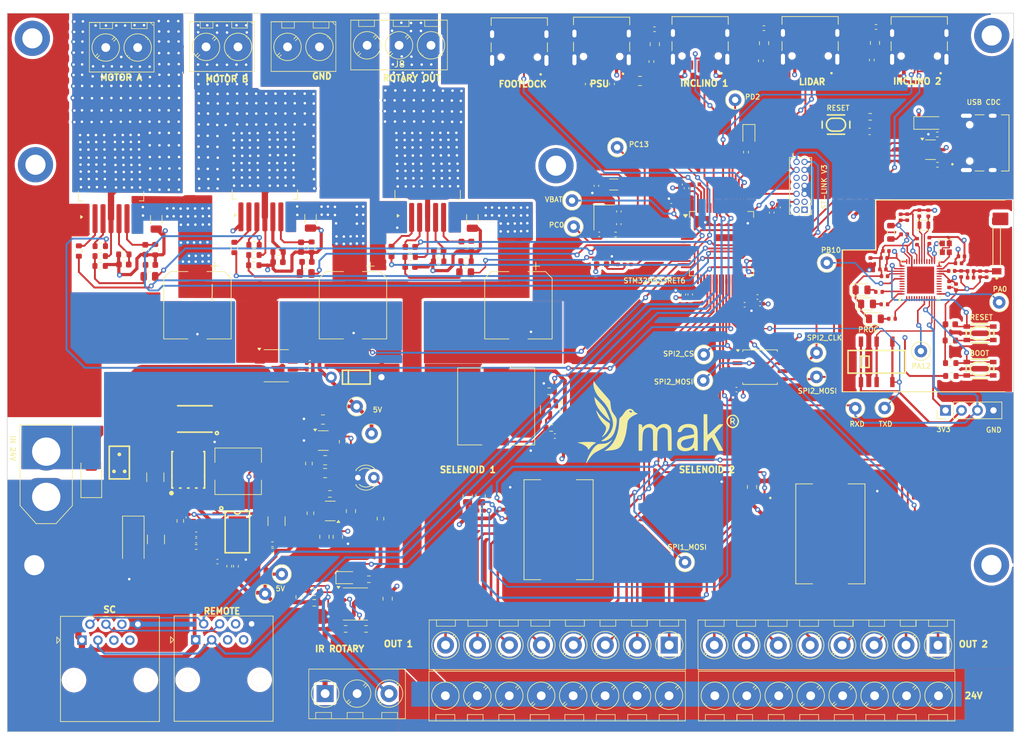
<source format=kicad_pcb>
(kicad_pcb (version 20240108) (generator "pcbnew") (generator_version "8.0")
  (layers (0 "F.Cu" signal) (1 "In1.Cu" signal) (2 "In2.Cu" signal) (31 "B.Cu" signal) (34 "B.Paste" user) (35 "F.Paste" user) (36 "B.SilkS" user "B.Silkscreen") (37 "F.SilkS" user "F.Silkscreen") (38 "B.Mask" user) (39 "F.Mask" user) (44 "Edge.Cuts" user))
  (net 0 "")
  (net 1 "5V")
  (net 2 "VSS")
  (net 3 "3V3")
  (net 4 "/OSCIN")
  (net 5 "NRST")
  (net 6 "VDDA")
  (net 7 "RESET")
  (net 8 "IN-24V")
  (net 9 "3.3VA")
  (net 10 "Net-(D3-A)")
  (net 11 "VCAP1")
  (net 12 "USART3_TX_STM")
  (net 13 "OUT5")
  (net 14 "OUT6")
  (net 15 "OUT0")
  (net 16 "OUT4")
  (net 17 "OUT7")
  (net 18 "OUT5A")
  (net 19 "OUT0A")
  (net 20 "OUT4A")
  (net 21 "OUT1A")
  (net 22 "OUT7A")
  (net 23 "OUT6A")
  (net 24 "OUT3A")
  (net 25 "OUT2A")
  (net 26 "VCAP2")
  (net 27 "/OSCOUT")
  (net 28 "Net-(BZ1-+)")
  (net 29 "BOOT")
  (net 30 "Net-(C49-Pad1)")
  (net 31 "SPI1_MISO")
  (net 32 "Net-(U4-NR{slash}FB)")
  (net 33 "SPI1_MOSI")
  (net 34 "SWDIO")
  (net 35 "Net-(C3-Pad2)")
  (net 36 "Net-(ANT1-Feeding_Point)")
  (net 37 "unconnected-(ANT1-NC-Pad2)")
  (net 38 "RSTN")
  (net 39 "I2C1_SCL")
  (net 40 "UART_RX")
  (net 41 "PB5_LED")
  (net 42 "PB4_LED")
  (net 43 "PB3_LED")
  (net 44 "GNDREF")
  (net 45 "BOOTA")
  (net 46 "I2C1_SDA")
  (net 47 "UART4_RX_LIDAR")
  (net 48 "UART4_TX_LIDAR")
  (net 49 "C_D+")
  (net 50 "Net-(D5-A)")
  (net 51 "Rotary_GPIO_Read")
  (net 52 "I2C3_SDA")
  (net 53 "I2C3_SCL")
  (net 54 "C_D-")
  (net 55 "USART1_TX_ST-LINK")
  (net 56 "UART5_TX_SC")
  (net 57 "INT")
  (net 58 "UART5_RX_SC")
  (net 59 "INPUT_Foot_LOCK")
  (net 60 "MOTOR_A")
  (net 61 "MOTOR_B")
  (net 62 "USART1_RX_ST-LINK")
  (net 63 "TIM2_CH2_BUZZER")
  (net 64 "SPI1_RESET")
  (net 65 "LD1")
  (net 66 "TIM3_CH3")
  (net 67 "TIM8_CH4")
  (net 68 "TIM3_CH1")
  (net 69 "SWCLK")
  (net 70 "USART3_RX_STM")
  (net 71 "Net-(U1-PC14-OSC32_IN)")
  (net 72 "Net-(U1-PC15-OSC32_OUT)")
  (net 73 "Net-(U6-VFBSD)")
  (net 74 "Net-(U6-VDDA)")
  (net 75 "Net-(U6-VCAP)")
  (net 76 "Net-(U6-XTAL0)")
  (net 77 "Net-(U6-XTAL1)")
  (net 78 "Net-(U1-VBAT)")
  (net 79 "Net-(U6-RF1)")
  (net 80 "ADC2_INP13")
  (net 81 "ROTARY_DC_OUT")
  (net 82 "Net-(D1-A)")
  (net 83 "Net-(D4-A)")
  (net 84 "VSSA")
  (net 85 "Net-(U6-VLXSD)")
  (net 86 "Net-(C39-Pad2)")
  (net 87 "Net-(U7-IS)")
  (net 88 "TIM8_CH3")
  (net 89 "ADC2_INP11")
  (net 92 "Net-(U9-IS)")
  (net 93 "Net-(U6-OSCIN)")
  (net 94 "Net-(U6-OSCOUT)")
  (net 95 "OUT3")
  (net 96 "OUT2")
  (net 97 "OUT1")
  (net 105 "Net-(U6-PA12)")
  (net 106 "NC")
  (net 115 "PB7_LED")
  (net 118 "Net-(U6-PA0)")
  (net 119 "PB0A")
  (net 120 "Net-(U7-SR)")
  (net 122 "TIM3_CH4")
  (net 123 "Net-(U9-SR)")
  (net 124 "TIM3_CH2")
  (net 127 "Net-(C56-Pad1)")
  (net 130 "Net-(C65-Pad1)")
  (net 131 "Net-(U10-SR)")
  (net 132 "Net-(U10-IS)")
  (net 133 "Net-(U12-FILTER)")
  (net 134 "Net-(C71-Pad2)")
  (net 135 "Net-(U13-ITH)")
  (net 136 "Net-(U13-CAP)")
  (net 137 "Net-(U13-RUN)")
  (net 138 "Net-(U13-TRACK{slash}SS)")
  (net 139 "Net-(U13-SENS+)")
  (net 140 "Net-(J17-Pin_2)")
  (net 141 "Net-(D6-A)")
  (net 142 "Net-(D7-K)")
  (net 143 "Net-(D7-A)")
  (net 144 "Net-(D8-K)")
  (net 145 "Net-(D10-A)")
  (net 148 "Net-(J1-CC2)")
  (net 149 "Net-(J2-CC1)")
  (net 151 "Net-(J2-CC2)")
  (net 154 "Net-(J3-CC1)")
  (net 158 "PD2")
  (net 159 "SPI2_CS")
  (net 160 "SPI2_CLK")
  (net 161 "SPI2_MOSI")
  (net 162 "Net-(J5-CC1)")
  (net 163 "SPI2_MISO")
  (net 164 "Net-(J5-CC2)")
  (net 172 "PC0")
  (net 173 "PC13")
  (net 174 "USB-DM")
  (net 175 "Net-(J18-Pin_3)")
  (net 176 "Net-(L3-Pad2)")
  (net 177 "SPI1_CS2")
  (net 179 "Net-(U7-IN)")
  (net 180 "USART2_TX_PSU")
  (net 181 "SPI1_CS1")
  (net 182 "ADC1_INP12")
  (net 183 "Net-(U9-IN)")
  (net 184 "USB-DP")
  (net 185 "Net-(U7-INH)")
  (net 186 "ADC1_INP0")
  (net 187 "SPI1_SCK")
  (net 188 "Net-(U9-INH)")
  (net 189 "USART2_RX_PSU")
  (net 191 "Net-(U11A--)")
  (net 192 "Net-(U10-INH)")
  (net 193 "Net-(U10-IN)")
  (net 194 "Net-(U13-FREQ)")
  (net 195 "Net-(U13-PGOOD)")
  (net 196 "Net-(U13-PGUV)")
  (net 197 "Net-(U13-GATE)")
  (net 200 "Net-(J1-CC1)")
  (net 201 "Net-(J3-CC2)")
  (net 204 "Net-(U8-NR{slash}FB)")
  (net 205 "Net-(J4-VBUS-PadA4B9)")
  (net 206 "Net-(D2-A)")
  (net 208 "Net-(J14-CC1)")
  (net 210 "Net-(J14-CC2)")
  (net 213 "Net-(U6-PB10)")
  (net 215 "Net-(R3-Pad1)")
  (net 216 "Net-(R18-Pad2)")
  (net 217 "Net-(R20-Pad1)")
  (footprint "Capacitor_SMD:C_0402_1005Metric" (layer "F.Cu") (at 196.16 74.625)
    (property "Reference" "C32" (hide yes))
    (property "Value" "100nF")
  )
  (footprint "Resistor_SMD:R_0402_1005Metric" (layer "F.Cu") (at 159.17 43.3825 -90)
    (property "Reference" "R1" (hide yes))
    (property "Value" "5k1")
  )
  (footprint "Capacitor_SMD:C_0805_2012Metric" (layer "F.Cu") (at 129.95 112.54 90)
    (property "Reference" "C23" (hide yes))
    (property "Value" "4.7uF")
  )
  (footprint "Resistor_SMD:R_0402_1005Metric" (layer "F.Cu") (at 93.12 123.67 90)
    (property "Reference" "R66" (hide yes))
    (property "Value" "80.6K")
  )
  (footprint "Capacitor_SMD:C_1210_3225Metric" (layer "F.Cu") (at 80.404008 119.412508 -90)
    (property "Reference" "C83" (hide yes))
    (property "Value" "10uF")
  )
  (footprint "Capacitor_SMD:C_0402_1005Metric" (layer "F.Cu") (at 203.35 71.875 -90)
    (property "Reference" "C38" (hide yes))
    (property "Value" "4.7uF")
  )
  (footprint "Capacitor_SMD:C_0402_1005Metric" (layer "F.Cu") (at 199.83 68.145 90)
    (property "Reference" "C28" (hide yes))
    (property "Value" "4.7uF ")
  )
  (footprint "MountingHole:MountingHole_3.2mm_M3_DIN965_Pad" (layer "F.Cu") (at 61.06 123.5)
    (property "Reference" "H3" (hide yes))
    (property "Value" "MountingHole")
  )
  (footprint "Resistor_SMD:R_0603_1608Metric" (layer "F.Cu") (at 71.525 75.9)
    (property "Reference" "R49" (hide yes))
    (property "Value" "3.9K")
  )
  (footprint "Capacitor_SMD:C_0402_1005Metric" (layer "F.Cu") (at 162.325 66.325 180)
    (property "Reference" "C58" (hide yes))
    (property "Value" "100nF")
  )
  (footprint "TestPoint:TestPoint_Loop_D2.50mm_Drill1.0mm" (layer "F.Cu") (at 191.58 98.54)
    (property "Reference" "J9" (hide yes))
    (property "Value" "RX_DEBUG")
  )
  (footprint "Capacitor_SMD:C_0603_1608Metric" (layer "F.Cu") (at 120.825 72.875 180)
    (property "Reference" "R26" (hide yes))
    (property "Value" "10K")
  )
  (footprint "Connector_RJ:RJ45_OST_PJ012-8P8CX_Vertical" (layer "F.Cu") (at 68.64 135.43)
    (property "Reference" "SC1" (hide yes))
    (property "Value" "RJ45")
  )
  (footprint "Inductor_SMD:L_7.3x7.3_H3.5" (layer "F.Cu") (at 93.47 108.56)
    (property "Reference" "L6" (hide yes))
    (property "Value" "22uH")
  )
  (footprint "Capacitor_Tantalum_SMD:CP_EIA-6032-15_Kemet-U" (layer "F.Cu") (at 76.81 119.45 -90)
    (property "Reference" "C80" (hide yes))
    (property "Value" "330uF")
  )
  (footprint "Resistor_SMD:R_0402_1005Metric" (layer "F.Cu") (at 149.05 46.97 -90)
    (property "Reference" "R38" (hide yes))
    (property "Value" "5k1")
  )
  (footprint "Capacitor_SMD:C_0402_1005Metric" (layer "F.Cu") (at 164.25 80.45 -90)
    (property "Reference" "C12" (hide yes))
    (property "Value" "1uF")
  )
  (footprint "Capacitor_SMD:C_0805_2012Metric" (layer "F.Cu") (at 177.08 40.4625 90)
    (property "Reference" "C26" (hide yes))
    (property "Value" "22uF")
  )
  (footprint "TestPoint:TestPoint_Loop_D2.50mm_Drill1.0mm" (layer "F.Cu") (at 172.475 49.475)
    (property "Reference" "TP2" (hide yes))
    (property "Value" "~")
  )
  (footprint "Capacitor_SMD:C_0402_1005Metric" (layer "F.Cu") (at 155.925 75.17 -90)
    (property "Reference" "C16" (hide yes))
    (property "Value" "100nF")
  )
  (footprint "Resistor_SMD:R_0603_1608Metric" (layer "F.Cu") (at 104.9675 115.235 90)
    (property "Reference" "R6" (hide yes))
    (property "Value" "52.3K")
  )
  (footprint "LED_SMD:LED_0805_2012Metric" (layer "F.Cu") (at 194.6975 84.315)
    (property "Reference" "D5" (hide yes))
    (property "Value" "LED")
  )
  (footprint "Resistor_SMD:R_0603_1608Metric" (layer "F.Cu") (at 113.81 133.645)
    (property "Reference" "R52" (hide yes))
    (property "Value" "10K")
  )
  (footprint "LED_SMD:LED_0805_2012Metric" (layer "F.Cu") (at 174.6625 55.0875 -90)
    (property "Reference" "D1" (hide yes))
    (property "Value" "LED")
  )
  (footprint "Capacitor_SMD:C_0402_1005Metric" (layer "F.Cu") (at 211.42 77.195 90)
    (property "Reference" "C44" (hide yes))
    (property "Value" "0.5pF")
  )
  (footprint "Capacitor_SMD:C_0402_1005Metric" (layer "F.Cu") (at 178.3 67.405 90)
    (property "Reference" "C9" (hide yes))
    (property "Value" "100nF")
  )
  (footprint "USB_Type_C:HRO_TYPE-C-31-M-12" (layer "F.Cu") (at 201.75 38.85 180)
    (property "Reference" "J3" (hide yes))
    (property "Value" "TYPE-C-31-M-12")
  )
  (footprint "TestPoint:TestPoint_Loop_D2.50mm_Drill1.0mm" (layer "F.Cu") (at 167.4125 94.115 90)
    (property "Reference" "TP6" (hide yes))
    (property "Value" "~")
  )
  (footprint "Resistor_SMD:R_0402_1005Metric" (layer "F.Cu") (at 177.05 38.0725 180)
    (property "Reference" "R7" (hide yes))
    (property "Value" "5k1")
  )
  (footprint "TestPoint:TestPoint_Loop_D2.50mm_Drill1.0mm" (layer "F.Cu") (at 167.4875 89.99 90)
    (property "Reference" "TP3" (hide yes))
    (property "Value" "~")
  )
  (footprint "Capacitor_SMD:C_0805_2012Metric" (layer "F.Cu") (at 109.3175 118.99 -90)
    (property "Reference" "C88" (hide yes))
    (property "Value" "4.7nF")
  )
  (footprint "Capacitor_SMD:C_0402_1005Metric" (layer "F.Cu") (at 206.9 76.695)
    (property "Reference" "C39" (hide yes))
    (property "Value" "3.4pF")
  )
  (footprint "Package_TO_SOT_SMD:SOT-23-6" (layer "F.Cu") (at 203.53 57.405)
    (property "Reference" "U16" (hide yes))
    (property "Value" "USBLC6-2SC6")
  )
  (footprint "TerminalBlock_8_pin:TerminalBlock_8_pin" (layer "F.Cu") (at 169.25 144.27)
    (property "Reference" "J16" (hide yes))
    (property "Value" "Conn_01x08")
  )
  (footprint "Inductor_SMD:L_0402_1005Metric" (layer "F.Cu") (at 193.99 75.12 90)
    (property "Reference" "L2" (hide yes))
    (property "Value" "L")
  )
  (footprint "Capacitor_SMD:C_1206_3216Metric" (layer "F.Cu") (at 130.71 68.425 -90)
    (property "Reference" "C51" (hide yes))
    (property "Value" "100nF")
  )
  (footprint "Resistor_SMD:R_0603_1608Metric" (layer "F.Cu") (at 110.0825 103.855 -90)
    (property "Reference" "R33" (hide yes))
    (property "Value" "52.3K")
  )
  (footprint "TestPoint:TestPoint_Loop_D2.50mm_Drill1.0mm" (layer "F.Cu") (at 114.675 102.55)
    (property "Reference" "TP11" (hide yes))
    (property "Value" "~")
  )
  (footprint "Resistor_SMD:R_0603_1608Metric" (layer "F.Cu") (at 95.96 75.78)
    (property "Reference" "R40" (hide yes))
    (property "Value" "3.9K")
  )
  (footprint "Inductor_SMD:L_0805_2012Metric" (layer "F.Cu") (at 197.24 70.5475 -90)
    (property "Reference" "L3" (hide yes))
    (property "Value" "10uH")
  )
  (footprint "Capacitor_SMD:C_0402_1005Metric" (layer "F.Cu") (at 176.4425 81.9)
    (property "Reference" "C15" (hide yes))
    (property "Value" "1uF")
  )
  (footprint "Resistor_SMD:R_0402_1005Metric" (layer "F.Cu") (at 98.925 120.175 180)
    (property "Reference" "R61" (hide yes))
    (property "Value" "36.5K")
  )
  (footprint "Capacitor_SMD:CP_Elec_10x10.5" (layer "F.Cu") (at 138.03 82.1575 -90)
    (property "Reference" "C52" (hide yes))
    (property "Value" "470uF/1000uF")
  )
  (footprint "Capacitor_SMD:C_0402_1005Metric" (layer "F.Cu") (at 165.3425 80.44 -90)
    (property "Reference" "C10" (hide yes))
    (property "Value" "100nF")
  )
  (footprint "USB_Type_C:HRO_TYPE-C-31-M-12" (layer "F.Cu") (at 213.42 56.325 90)
    (property "Reference" "J5" (hide yes))
    (property "Value" "TYPE-C-31-M-12")
  )
  (footprint "Capacitor_SMD:C_0402_1005Metric" (layer "F.Cu") (at 172.6875 95.575)
    (property "Reference" "C18" (hide yes))
    (property "Value" "10uF")
  )
  (footprint "Diode_SMD:D_SMA" (layer "F.Cu") (at 70.13 109.2375 90)
    (property "Reference" "D7" (hide yes))
    (property "Value" "1N5819")
  )
  (footprint "Capacitor_SMD:C_0402_1005Metric" (layer "F.Cu") (at 90.18 122.93 180)
    (property "Reference" "C77" (hide yes))
    (property "Value" "0.1uF")
  )
  (footprint "Resistor_SMD:R_0402_1005Metric" (layer "F.Cu") (at 152.9 46.95 90)
    (property "Reference" "R35" (hide yes))
    (property "Value" "5k1")
  )
  (footprint "Resistor_SMD:R_0402_1005Metric" (layer "F.Cu") (at 132.07 114.82 180)
    (property "Reference" "R15" (hide yes))
    (property "Value" "100R")
  )
  (footprint "Capacitor_SMD:C_0402_1005Metric" (layer "F.Cu") (at 154.9 75.17 -90)
    (property "Reference" "C17" (hide yes))
    (property "Value" "1UF")
  )
  (footprint "Resistor_SMD:R_0402_1005Metric" (layer "F.Cu") (at 197.4175 84.295 180)
    (property "Reference" "R25" (hide yes))
    (property "Value" "1K")
  )
  (footprint "fuseSA72SB0:RES-SMD_SA72SB0" (layer "F.Cu") (at 74.58 107.18 90)
    (property "Reference" "F1" (hide yes))
    (property "Value" "Fuse" (hide yes))
  )
  (footprint "Resistor_SMD:R_0603_1608Metric" (layer "F.Cu") (at 71.55 72.75)
    (property "Reference" "R55" (hide yes))
    (property "Value" "10K")
  )
  (footprint "Capacitor_SMD:C_0805_2012Metric" (layer "F.Cu") (at 107.2925 108.855 180)
    (property "Reference" "C57" (hide yes))
    (property "Value" "4.7nF")
  )
  (footprint "Capacitor_SMD:C_0603_1608Metric" (layer "F.Cu") (at 79.525 75.73)
    (property "Reference" "C65" (hide yes))
    (property "Value" "1uF")
  )
  (footprint "Push Button:KEY-SMD_4P-L4.2-W3.2-P2.20-LS4.6" (layer "F.Cu") (at 211.4 92.25)
    (property "Reference" "SW4" (hide yes))
    (property "Value" "BOOT_")
  )
  (footprint "LED_SMD:LED_0805_2012Metric" (layer "F.Cu") (at 192.5725 79.705)
    (property "Reference" "D3" (hide yes))
    (property "Value" "LED")
  )
  (footprint "Resistor_SMD:R_0603_1608Metric" (layer "F.Cu") (at 68.15 73.525 -90)
    (property "Reference" "R56" (hide yes))
    (property "Value" "10K")
  )
  (footprint "Resistor_SMD:R_0402_1005Metric" (layer "F.Cu") (at 92.06 123.66 -90)
    (property "Reference" "R65" (hide yes))
    (property "Value" "422K")
  )
  (footprint "Capacitor_SMD:C_0402_1005Metric" (layer "F.Cu") (at 201.75 67.505 90)
    (property "Reference" "C36" (hide yes))
    (property "Value" "8pF")
  )
  (footprint "Terminal_3_Pin:TerminalBlock_3_Pin" (layer "F.Cu") (at 107.3 143.93)
    (property "Reference" "J18" (hide yes))
    (property "Value" "IR Interrupt")
  )
  (footprint "Capacitor_SMD:C_1210_3225Metric" (layer "F.Cu") (at 80.3 109.51 90)
    (property "Reference" "C74" (hide yes))
    (property "Value" "12uF")
  )
  (footprint "Capacitor_SMD:CP_Elec_10x10.5" (layer "F.Cu") (at 87 82.15 -90)
    (property "Reference" "C63" (hide yes))
    (property "Value" "470uF/1000uF")
  )
  (footprint "Resistor_SMD:R_0603_1608Metric" (layer "F.Cu") (at 129.7 75.15)
    (property "Reference" "R29" (hide yes))
    (property "Value" "3.9K")
  )
  (footprint "Capacitor_SMD:C_0805_2012Metric" (layer "F.Cu") (at 117.235 128.835 -90)
    (property "Reference" "C66" (hide yes))
    (property "Value" "1uF")
  )
  (footprint "TestPoint:TestPoint_Loop_D2.50mm_Drill1.0mm" (layer "F.Cu") (at 153.72 57.03)
    (property "Reference" "TP10" (hide yes))
    (property "Value" "~")
  )
  (footprint "TerminalBlock_2_pin:TerminalBlock_2_Pin" (layer "F.Cu") (at 77.5 41.15 180)
    (property "Reference" "J20" (hide yes))
    (property "Value" "Conn_01x02" (hide yes))
  )
  (footprint "TestPoint:TestPoint_Loop_D2.50mm_Drill1.0mm" (layer "F.Cu") (at 185.4125 89.7 90)
    (property "Reference" "TP4" (hide yes))
    (property "Value" "~")
  )
  (footprint "Capacitor_SMD:C_0402_1005Metric" (layer "F.Cu") (at 196.45 73.525)
    (property "Reference" "C34" (hide yes))
    (property "Value" "100nF")
  )
  (footprint "Package_TO_SOT_SMD:TSOT-23-5" (layer "F.Cu") (at 107.0125 103.68)
    (property "Reference" "U8" (hide yes))
    (property "Value" "TPS73601DBVR")
  )
  (footprint "Resistor_SMD:R_0603_1608Metric" (layer "F.Cu") (at 104.725 107.325 -90)
    (property "Reference" "R34" (hide yes))
    (property "Value" "30.1K")
  )
  (footprint "Capacitor_SMD:C_0402_1005Metric" (layer "F.Cu") (at 104.86 91.34)
    (property "Reference" "C69" (hide yes))
    (property "Value" "1uF")
  )
  (footprint "BZX55C5V1:DO-35_BD2.0-L4.0-P8.00-D0.5-FD" (layer "F.Cu") (at 112.25 93.6 180)
    (property "Reference" "ZD1" (hide yes))
    (property "Value" "BZX55C5V1")
  )
  (footprint "Package_SO:SOP-8_3.9x4.9mm_P1.27mm" (layer "F.Cu") (at 99.53 91.775)
    (property "Reference" "U12" (hide yes))
    (property "Value" "CC6900SO-20A")
  )
  (footprint "TerminalBlock_3_pin:TerminalBlock_3_Pin" (layer "F.Cu") (at 124.13 40.8 180)
    (property "Reference" "J8")
    (property "Value" "ROTARY")
  )
  (footprint "Package_SO:SOIC-8_5.275x5.275mm_P1.27mm" (layer "F.Cu") (at 176.4375 92)
    (property "Reference" "U2" (hide yes))
    (property "Value" "W25Q128JVSIQ")
  )
  (footprint "L9822EPD:IC_L6201PS" (layer "F.Cu") (at 187.6175 118.52)
    (property "Reference" "U5" (hide yes))
    (property "Value" "~")
  )
  (footprint "TestPoint:TestPoint_Loop_D2.50mm_Drill1.0mm" (layer "F.Cu") (at 146.8 69.65)
    (property "Reference" "TP8" (hide yes))
    (property "Value" "~")
  )
  (footprint "Resistor_SMD:R_0603_1608Metric" (layer "F.Cu") (at 80.29 73.305 90)
    (property "Reference" "R58" (hide yes))
    (property "Value" "1K")
  )
  (footprint "TestPoint:TestPoint_Loop_D2.50mm_Drill1.0mm" (layer "F.Cu") (at 202 89.44)
    (property "Reference" "TP15" (hide yes))
    (property "Value" "~")
  )
  (footprint "Resistor_SMD:R_0603_1608Metric" (layer "F.Cu") (at 84.28 116.465 -90)
    (property "Reference" "R62" (hide yes))
    (property "Value" "20mR")
  )
  (footprint "Capacitor_SMD:C_0603_1608Metric" (layer "F.Cu") (at 128.975 72.795 -90)
    (property "Reference" "C27" (hide yes))
    (property "Value" "1nF")
  )
  (footprint "Inductor_SMD:L_0402_1005Metric" (layer "F.Cu") (at 153.85 75.17 -90)
    (property "Reference" "L1" (hide yes))
    (property "Value" "L")
  )
  (footprint "Resistor_SMD:R_0603_1608Metric" (layer "F.Cu") (at 114.25 125.735 180)
    (property "Reference" "R59" (hide yes))
    (property "Value" "1K")
  )
  (footprint "Capacitor_SMD:C_0402_1005Metric" (layer "F.Cu") (at 208.4 77.165 90)
    (property "Reference" "C40" (hide yes))
    (property "Value" "1.2pF")
  )
  (footprint "USB_Type_C:HRO_TYPE-C-31-M-12" (layer "F.Cu") (at 151.25 38.925 180)
    (property "Reference" "J14" (hide yes))
    (property "Value" "TYPE-C-31-M-12")
  )
  (footprint "Resistor_SMD:R_0603_1608Metric" (layer "F.Cu") (at 120.815 74.475 180)
    (property "Reference" "R30" (hide yes))
    (property "Value" "33K")
  )
  (footprint "Resistor_SMD:R_0402_1005Metric" (layer "F.Cu") (at 174.2 57.7875 90)
    (property "Reference" "R16" (hide yes))
    (property "Value" "1K")
  )
  (footprint "Package_TO_SOT_SMD:SOT-23" (layer "F.Cu") (at 143.0825 98.762164 -90)
    (property "Reference" "Q1" (hide yes))
    (property "Value" "BSS138")
  )
  (footprint "Resistor_SMD:R_0603_1608Metric" (layer "F.Cu") (at 92.87 72.96 90)
    (property "Reference" "R31" (hide yes))
    (property "Value" "10K")
  )
  (footprint "Resistor_SMD:R_0402_1005Metric" (layer "F.Cu") (at 195.35 80.025 180)
    (property "Reference" "R23" (hide yes))
    (property "Value" "1K")
  )
  (footprint "TestPoint:TestPoint_Loop_D2.50mm_Drill1.0mm" (layer "F.Cu") (at 112.3 98.25)
    (property "Reference" "TP9" (hide yes))
    (property "Value" "~")
  )
  (footprint "Capacitor_SMD:C_0402_1005Metric" (layer "F.Cu") (at 85.55 115.905 -90)
    (property "Reference" "C78" (hide yes))
    (property "Value" "1nF")
  )
  (footprint "Capacitor_SMD:C_0402_1005Metric" (layer "F.Cu") (at 153.975 69.25 -90)
    (property "Reference" "C2" (hide yes))
    (property "Value" "24pF")
  )
  (footprint "AP3P3R0MT:AP3P3R0MT" (layer "F.Cu") (at 85.545 108.335)
    (property "Reference" "U14" (hide yes))
    (property "Value" "~" (hide yes))
  )
  (footprint "USB_Type_C:HRO_TYPE-C-31-M-12" (layer "F.Cu") (at 184.4 38.83 180)
    (property "Reference" "J2" (hide yes))
    (property "Value" "TYPE-C-31-M-12")
  )
  (footprint "Package_TO_SOT_SMD:TO-263-7_TabPin8" (layer "F.Cu") (at 123.59 60.525 90)
    (property "Reference" "U7" (hide yes))
    (property "Value" "~")
  )
  (footprint "Capacitor_SMD:C_0402_1005Metric" (layer "F.Cu") (at 173.9875 82.075 180)
    (property "Reference" "C6" (hide yes))
    (property "Value" "2.2uF")
  )
  (footprint "TestPoint:TestPoint_Loop_D2.50mm_Drill1.0mm" (layer "F.Cu") (at 187.05 75.4)
    (property "Reference" "TP14" (hide yes))
    (property "Value" "~")
  )
  (footprint "Capacitor_SMD:C_0805_2012Metric" (layer "F.Cu") (at 111.4 114.89 90)
    (property "Reference" "C75" (hide yes))
    (property "Value" "4.7uF")
  )
  (footprint "TerminalBlock_8_pin:TerminalBlock_8_pin" (layer "F.Cu") (at 126.41 144.27)
    (property "Reference" "J13" (hide yes))
    (property "Value" "Conn_01x08")
  )
  (footprint "Resistor_SMD:R_0603_1608Metric" (layer "F.Cu") (at 206.775 93.4)
    (property "Reference" "R18" (hide yes))
    (property "Value" "100R")
  )
  (footprint "Connector_PinHeader_2.54mm:PinHeader_1x04_P2.54mm_Vertical" (layer "F.Cu") (at 205.925 98.875 90)
    (property "Reference" "J17" (hide yes))
    (property "Value" "PROG")
  )
  (footprint "Resistor_SMD:R_0603_1608Metric" (layer "F.Cu") (at 71.54 74.33 180)
    (property "Reference" "R47" (hide yes))
    (property "Value" "33K")
  )
  (footprint "Capacitor_SMD:C_0805_2012Metric" (layer "F.Cu") (at 107.1875 118.98 -90)
    (property "Reference" "C76" (hide yes))
    (property "Value" "4.7nF")
  )
  (footprint "Capacitor_SMD:C_0402_1005Metric" (layer "F.Cu") (at 154 67.225 90)
    (property "Reference" "C5" (hide yes))
    (property "Value" "5pF")
  )
  (footprint "TerminalBlock_2_pin:TerminalBlock_2_Pin" (layer "F.Cu") (at 93.45 41.05 180)
    (property "Reference" "J19" (hide yes))
    (property "Value" "Conn_01x02" (hide yes))
  )
  (footprint "Resistor_SMD:R_0603_1608Metric" (layer "F.Cu") (at 75.295 74.065)
    (property "Reference" "R53" (hide yes))
    (property "Value" "0.51K")
  )
  (footprint "Crystal:Crystal_SMD_3215-2Pin_3.2x1.5mm" (layer "F.Cu") (at 153.175 62.95 180)
    (property "Reference" "Y2" (hide yes))
    (property "Value" "32.768 kHz")
  )
  (footprint "Resistor_SMD:R_0603_1608Metric" (layer "F.Cu") (at 96 72.55 180)
    (property "Reference" "R36" (hide yes))
    (property "Value" "10K")
  )
  (footprint "Resistor_SMD:R_0603_1608Metric" (layer "F.Cu") (at 143.24 101.665)
    (property "Reference" "R13" (hide yes))
    (property "Value" "1K")
  )
  (footprint "Resistor_SMD:R_0402_1005Metric" (layer "F.Cu") (at 159.66 38.2425 180)
    (property "Reference" "R5" (hide yes))
    (property "Value" "5k1")
  )
  (footprint "Connector_PinHeader_1.27mm:PinHeader_2x07_P1.27mm_Vertical" (layer "F.Cu") (at 183.5125 66.965 180)
    (property "Reference" "J7" (hide yes))
    (property "Value" "STLink")
  )
  (footprint "Buzzer_Beeper:Buzzer_Murata_PKLCS1212E" (layer "F.Cu") (at 134.49 98.25 -90)
    (property "Reference" "BZ1" (hide yes))
    (property "Value" "Buzzer")
  )
  (footprint "TestPoint:TestPoint_Loop_D2.50mm_Drill1.0mm" (layer "F.Cu") (at 196.24 98.5)
    (property "Reference" "J10" (hide yes))
    (property "Value" "TX_DEBUG")
  )
  (footprint "TestPoint:TestPoint_Loop_D2.50mm_Drill1.0mm" (layer "F.Cu") (at 214.45 81.69)
    (property "Reference" "TP13" (hide yes))
    (property "Value" "~")
  )
  (footprint "Capacitor_SMD:C_0402_1005Metric" (layer "F.Cu") (at 104.87 92.38)
    (property "Reference" "C70" (hide yes))
    (property "Value" "1uF")
  )
  (footprint "Package_SO:SOIC-8_3.9x4.9mm_P1.27mm" (layer "F.Cu") (at 112.115 129.675)
    (property "Reference" "U11" (hide yes))
    (property "Value" "LM393")
  )
  (footprint "Resistor_SMD:R_0603_1608Metric" (layer "F.Cu") (at 105.575 129.49)
    (property "Reference" "R57" (hide yes))
    (property "Value" "10K")
  )
  (footprint "LED_SMD:LED_0805_2012Metric" (layer "F.Cu") (at 110.7 125.49)
    (property "Reference" "D6" (hide yes))
    (property "Value" "D")
  )
  (footprint "Capacitor_SMD:C_0402_1005Metric" (layer "F.Cu") (at 207.99 75.475 180)
    (property "Reference" "C41" (hide yes))
    (property "Value" "100nF")
  )
  (footprint "Resistor_SMD:R_0603_1608Metric" (layer "F.Cu") (at 206.69 87.76 180)
    (property "Reference" "R20" (hide yes))
    (property "Value" "100R")
  )
  (footprint "2500AT44M0400E:2500AT44M0400" (layer "F.Cu") (at 214.06 72.745 90)
    (property "Reference" "ANT1" (hide yes))
    (property "Value" "2500AT44M0400E" (hide yes))
  )
  (footprint "Resistor_SMD:R_0402_1005Metric" (layer "F.Cu") (at 176.57 43.2525 -90)
    (property "Reference" "R2" (hide yes))
    (property "Value" "5k1")
  )
  (footprint "Resistor_SMD:R_0603_1608Metric" (layer "F.Cu") (at 125.35 75.175)
    (property "Reference" "R27" (hide yes))
    (property "Value" "0.51K")
  )
  (footprint "Capacitor_SMD:C_0603_1608Metric" (layer "F.Cu") (at 117.85 73.6 90)
    (property "Reference" "R19" (hide yes))
    (property "Value" "10K")
  )
  (footprint "Diode_SMD:D_SOD-123" (layer "F.Cu") (at 203.24 53.155)
    (property "Reference" "D2" (hide yes))
    (property "Value" "D")
  )
  (footprint "Capacitor_SMD:C_0805_2012Metric" (layer "F.Cu") (at 175.16 111.06 90)
    (property "Reference" "C22" (hide yes))
    (property "Value" "4.7uF")
  )
  (footprint "TestPoint:TestPoint_Loop_D2.50mm_Drill1.0mm" (layer "F.Cu") (at 146.55 65.5)
    (property "Reference" "TP1" (hide yes))
    (property "Value" "~")
  )
  (footprint "Capacitor_SMD:C_0402_1005Metric" (layer "F.Cu") (at 212.45 77.215 90)
    (property "Reference" "C46" (hide yes))
    (property "Value" "3pF")
  )
  (footprint "Capacitor_SMD:C_0402_1005Metric" (layer "F.Cu") (at 166.31 62.911134)
    (property "Reference" "C7" (hide yes))
    (property "Value" "2.2uF")
  )
  (footprint "Resistor_SMD:R_0402_1005Metric" (layer "F.Cu") (at 153.475 70.9)
    (property "Reference" "R4" (hide yes))
    (property "Value" "47R")
  )
  (footprint "Capacitor_SMD:C_0402_1005Metric" (layer "F.Cu") (at 179.3 66.58 90)
    (property "Reference" "C8" (hide yes))
    (property "Value" "100nF")
  )
  (footprint "Resistor_SMD:R_0603_1608Metric" (layer "F.Cu") (at 130.53 72.795 90)
    (property "Reference" "R17" (hide yes))
    (property "Value" "1K")
  )
  (footprint "Resistor_SMD:R_0402_1005Metric" (layer "F.Cu") (at 194.875 37.875 180)
    (property "Reference" "R10" (hide yes))
    (property "Value" "5k1")
  )
  (footprint "Crystal:Crystal_SMD_2016-4Pin_2.0x1.6mm" (layer "F.Cu") (at 205.97 73.015 -90)
    (property "Reference" "Y4" (hide yes))
    (property "Value" "32.0000 MHz 8pF")
  )
  (footprint "SW:SW-SMD_SS-3235S-L2" (layer "F.Cu") (at 194.975 91.15)
    (property "Reference" "COM-TO-STM1" (hide yes))
    (property "Value" "~" (hide yes))
  )
  (footprint "Package_TO_SOT_SMD:TSOT-23-5" (layer "F.Cu") (at 108.11 114.88 180)
    (property "Reference" "U4" (hide yes))
    (property "Value" "TPS73601DBVR")
  )
  (footprint "Capacitor_SMD:C_0402_1005Metric" (layer "F.Cu") (at 203.19 67.515 90)
    (property "Reference" "C37" (hide yes))
    (property "Value" "8pF")
  )
  (footprint "Package_QFP:LQFP-64_10x10mm_P0.5mm" (layer "F.Cu") (at 170.3125 72.35)
    (property "Reference" "U1" (hide yes))
    (property "Value" "~")
  )
  (footprint "Capacitor_SMD:C_0805_2012Metric" (layer "F.Cu") (at 157.35 46.475 180)
    (property "Reference" "C60" (hide yes))
    (property "Value" "22uF")
  )
  (footprint "Inductor_SMD:L_0402_1005Metric" (layer "F.Cu") (at 209.91 76.725)
    (property "Reference" "L5" (hide yes))
    (property "Value" "3n")
  )
  (footprint "TestPoint:TestPoint_Loop_D2.50mm_Drill1.0mm" (layer "F.Cu") (at 164.51 123.03)
    (property "Reference" "J11" (hide yes))
    (property "Value" "Conn_01x01")
  )
  (footprint "MAK:mak" (layer "F.Cu") (at 160.1 100.9)
    (property "Reference" "G***" (hide yes))
    (property "Value" "LOGO" (hide yes))
  )
  (footprint "Capacitor_SMD:C_0402_1005Metric" (layer "F.Cu") (at 143.815 102.965 180)
    (property "Reference" "C19" (hide yes))
    (property "Value" "100nF")
  )
  (footprint "Resistor_SMD:R_0603_1608Metric" (layer "F.Cu") (at 95.98 74.16 180)
    (property "Reference" "R45" (hide yes))
    (property "Value" "33K")
  )
  (footprint "Capacitor_SMD:C_0805_2012Metric" (layer "F.Cu") (at 159.71 40.6225 90)
    (property "Reference" "C25" (hide yes))
    (property "Value" "22uF")
  )
  (footprint "Capacitor_SMD:C_0402_1005Metric" (layer "F.Cu") (at 86.81 118.58 180)
    (property "Reference" "C73" (hide yes))
    (property "Value" "47pF")
  )
  (footprint "TestPoint:TestPoint_Loop_D2.50mm_Drill1.0mm" (layer "F.Cu") (at 185.4125 93.55 90)
    (property "Reference" "TP5" (hide yes))
    (property "Value" "~")
  )
  (footprint "Resistor_SMD:R_0603_1608Metric" (layer "F.Cu") (at 193.95 52.175)
    (property "Reference" "R3" (hide yes))
    (property "Value" "100R")
  )
  (footprint "Resistor_SMD:R_0805_2012Metric" (layer "F.Cu") (at 129.56 76.965 180)
    (property "Reference" "R32" (hide yes))
    (property "Value" "0R")
  )
  (footprint "Capacitor_SMD:C_0402_1005Metric" (layer "F.Cu") (at 208.46 74.365 180)
    (property "Reference" "C43" (hide yes))
    (property "Value" "3pF")
  )
  (footprint "Push Button:KEY-SMD_4P-L4.2-W3.2-P2.20-LS4.6" (layer "F.Cu") (at 211.415 86.61)
    (property "Reference" "SW3" (hide yes))
    (property "Value" "EN")
  )
  (footprint "Resistor_SMD:R_0402_1005Metric" (layer "F.Cu") (at 196.2075 82.005 180)
    (property "Reference" "R24" (hide yes))
    (property "Value" "1K")
  )
  (footprint "MountingHole:MountingHole_3.2mm_M3_DIN965_Pad" (layer "F.Cu") (at 144 59.95 -90)
    (property "Reference" "H7" (hide yes))
    (property "Value" "MountingHole")
  )
  (footprint "Capacitor_SMD:C_0805_2012Metric" (layer "F.Cu") (at 194.71125 40.425 90)
    (property "Reference" "C24" (hide yes))
    (property "Value" "22uF")
  )
  (footprint "Resistor_SMD:R_0402_1005Metric" (layer "F.Cu") (at 204.62 54.985 180)
    (property "Reference" "R12" (hide yes))
    (property "Value" "5k1")
  )
  (footprint "Push Button:KEY-SMD_4P-L4.2-W3.2-P2.20-LS4.6" (layer "F.Cu") (at 188.5125 53.425 180)
    (property "Reference" "SW1" (hide yes))
    (property "Value" "EN")
  )
  (footprint "Capacitor_SMD:C_0603_1608Metric" (layer "F.Cu") (at 125.35 73.575 180)
    (property "Reference" "C48" (hide yes))
    (property "Value" "100nF")
  )
  (footprint "LED_SMD:LED_0805_2012Metric" (layer "F.Cu") (at 193.4475 81.945)
    (property "Reference" "D4" (hide yes))
    (property "Value" "LED")
  )
  (footprint "TerminalBlock_2_pin:TerminalBlock_2_Pin" (layer "F.Cu") (at 106.4 41.05 180)
    (property "Reference" "J22" (hide yes))
    (property "Value" "Conn_01x02" (hide yes))
  )
  (footprint "Resistor_SMD:R_0402_1005Metric" (layer "F.Cu") (at 194.2 43.135 -90)
    (property "Reference" "R9" (hide yes))
    (property "Value" "5k1")
  )
  (footprint "Capacitor_SMD:C_0805_2012Metric" (layer "F.Cu") (at 132.02 112.54 90)
    (property "Reference" "C20" (hide yes))
    (property "Value" "0.1uF")
  )
  (footprint "Connector_RJ:RJ45_OST_PJ012-8P8CX_Vertical" (layer "F.Cu") (at 86.72 135.38)
    (property "Reference" "Remote1" (hide yes))
    (property "Value" "RJ45")
  )
  (footprint "Capacitor_SMD:C_0603_1608Metric" (layer "F.Cu") (at 206.69 85.185 180)
    (property "Reference" "C33" (hide yes))
    (property "Value" "100nF")
  )
  (footprint "Connector_AMASS:AMASS_XT60-F_1x02_P7.20mm_Vertical" (layer "F.Cu") (at 62.96 112.64 90)
    (property "Reference" "J21" (hide yes))
    (property "Value" "24V INPUT")
  )
  (footprint "Resistor_SMD:R_0603_1608Metric" (layer "F.Cu") (at 103.185 128.57 90)
    (property "Reference" "R50" (hide yes))
    (property "Value" "10K")
  )
  (footprint "Resistor_SMD:R_0402_1005Metric" (layer "F.Cu") (at 204.65 59.805)
    (property "Reference" "R8" (hide yes))
    (property "Value" "5k1")
  )
  (footprint "Capacitor_SMD:C_0603_1608Metric" (layer "F.Cu") (at 120.8 76.05)
    (property "Reference" "C49" (hide yes))
    (property "Value" "1uF")
  )
  (footprint "LED_THT:LED_D3.0mm" (layer "F.Cu") (at 112.5 109.575)
    (property "Reference" "D10" (hide yes))
    (property "Value" "LED")
  )
  (footprint "Capacitor_SMD:C_0402_1005Metric" (layer "F.Cu") (at 176.0225 80.83)
    (property "Reference" "C14" (hide yes))
    (property "Value" "1uF")
  )
  (footprint "PDS4150-13:POWERDI-5_L5.4-W4.0-LS6.5-RD" (layer "F.Cu") (at 87.542 100.24)
    (property "Reference" "D8" (hide yes))
    (property "Value" "S310")
  )
  (footprint "Capacitor_SMD:C_0603_1608Metric" (layer "F.Cu") (at 75.3 75.675 180)
    (property "Reference" "C67" (hide yes))
    (property "Value" "100nF")
  )
  (footprint "MountingHole:MountingHole_3.2mm_M3_DIN965_Pad" (layer "F.Cu") (at 61.25 59.8)
    (property "Reference" "H1" (hide yes))
    (property "Value" "MountingHole")
  )
  (footprint "Resistor_SMD:R_0402_1005Metric" (layer "F.Cu") (at 86.8 120.6 180)
    (property "Reference" "R60" (hide yes))
    (property "Value" "5.76K")
  )
  (footprint "L9822EPD:IC_L6201PS" (layer "F.Cu") (at 144.41 117.86)
    (property "Reference" "U3" (hide yes))
    (property "Value" "~")
  )
  (footprint "Resistor_SMD:R_0402_1005Metric" (layer "F.Cu") (at 98.95 121.2)
    (property "Reference" "R64" (hide yes))
    (property "Value" "100K")
  )
  (footprint "Capacitor_SMD:C_1210_3225Metric" (layer "F.Cu") (at 99.575 116.5 -90)
    (property "Reference" "C72" (hide yes))
    (property "Value" "0.47uF")
  )
  (footprint "Package_TO_SOT_SMD:TO-263-7_TabPin8" (layer "F.Cu") (at 97.72 60.44 90)
    (property "Reference" "U9" (hide yes))
    (property "Value" "~")
  )
  (footprint "Capacitor_SMD:C_1206_3216Metric" (layer "F.Cu") (at 80.45 68.56 -90)
    (property "Reference" "C64" (hide yes))
    (property "Value" "100nF")
  )
  (footprint "Capacitor_SMD:C_0402_1005Metric" (layer "F.Cu") (at 164.75 63.531134 -90)
    (property "Reference" "C11" (hide yes))
    (property "Value" "100nF")
  )
  (footprint "Resistor_SMD:R_0805_2012Metric" (layer "F.Cu") (at 79.3675 77.56 180)
    (property "Reference" "R48" (hide yes))
    (property "Value" "0R")
  )
  (footprint "Resistor_SMD:R_0805_2012Metric" (layer "F.Cu") (at 104.215 77.095 180)
    (property "Reference" "R46" (hide yes))
    (property "Value" "0R")
  )
  (footprint "Inductor_SMD:L_0603_1608Metric" (layer "F.Cu") (at 151.25 75.625)
    (property "Reference" "FB1" (hide yes))
    (property "Value" "600 @ 100mhz")
  )
  (footprint "Resistor_SMD:R_0603_1608Metric" (layer "F.Cu") (at 110.56 133.645)
    (property "Reference" "R51" (hide yes))
    (property "Value" "10K")
  )
  (footprint "MountingHole:MountingHole_3.2mm_M3_DIN965_Pad" (layer "F.Cu") (at 60.76 39.69)
    (property "Reference" "H4" (hide yes))
    (property "Value" "MountingHole")
  )
  (footprint "Crystal:Crystal_SMD_2012-2Pin_2.0x1.2mm" (layer "F.Cu") (at 202.49 69.415)
    (property "Reference" "Y3" (hide yes))
    (property "Value" "32.7680 KHz 12.5 pF")
  )
  (footprint "Capacitor_SMD:C_0402_1005Metric" (layer "F.Cu") (at 196.23 77.525 180)
    (property "Reference" "C31" (hide yes))
    (property "Value" "100nF")
  )
  (footprint "LTC3894EFE:TSSOP-20_L6.5-W4.4-P0.65-BL-EP" (layer "F.Cu") (at 93.335 118.215 -90)
    (property "Reference" "U13" (hide yes))
    (property "Value" "~")
  )
  (footprint "Capacitor_SMD:C_0603_1608Metric" (layer "F.Cu") (at 193.85 54.5 180)
    (property "Reference" "C1" (hide yes))
    (property "Value" "100nF")
  )
  (footprint "MountingHole:MountingHole_3.2mm_M3_DIN965_Pad" (layer "F.Cu") (at 213.27 39.24)
    (property "Reference" "H6" (hide yes))
    (property "Value" "MountingHole")
  )
  (footprint "TerminalBlock_8_pin:TerminalBlock_8_pin" (layer "F.Cu") (at 204.73 136.23 180)
    (property "Reference" "J15" (hide yes))
    (property "Value" "Conn_01x08")
  )
  (footprint "Capacitor_SMD:C_0402_1005Metric" (layer "F.Cu") (at 201.39 72.035 -90)
    (property "Reference" "C35" (hide yes))
    (property "Value" "220nF")
  )
  (footprint "Resistor_SMD:R_0603_1608Metric" (layer "F.Cu") (at 108.0575 112.16)
    (property "Reference" "R14" (hide yes))
    (property "Value" "30.1K")
  )
  (footprint "Capacitor_SMD:C_0603_1608Metric" (layer "F.Cu") (at 78.71 73.31 -90)
    (property "Reference" "C68" (hide yes))
    (property "Value" "1nF")
  )
  (footprint "Capacitor_SMD:C_0402_1005Metric" (layer "F.Cu") (at 163.71 62.951134 -90)
    (property "Reference" "C13" (hide yes))
    (property "Value" "1uF")
  )
  (footprint "Capacitor_SMD:C_0402_1005Metric" (layer "F.Cu") (at 206.5 78.835 -90)
    (property "Reference" "C47" (hide yes))
    (property "Value" "3pF")
  )
  (footprint "MountingHole:MountingHole_3.2mm_M3_DIN965_Pad" (layer "F.Cu") (at 213.23 123.47)
    (property "Reference" "H5" (hide yes))
    (property "Value" "MountingHole")
  )
  (footprint "Capacitor_SMD:C_0402_1005Metric" (layer "F.Cu") (at 195.97 76.455 180)
    (property "Reference" "C30" (hide yes))
    (property "Value" "100nF")
  )
  (footprint "Capacitor_SMD:C_0603_1608Metric" (layer "F.Cu") (at 104.405 75.255)
    (property "Reference" "C56" (hide yes))
    (property "Value" "1uF")
  )
  (footprint "Capacitor_SMD:C_0805_2012Metric" (layer "F.Cu") (at 106.9525 100.335 180)
    (property "Reference" "C54" (hide yes))
    (property "Value" "4.7uF")
  )
  (footprint "Capacitor_SMD:C_0402_1005Metric" (layer "F.Cu") (at 207.59 79.255 -90)
    (property "Reference" "C45" (hide yes))
    (property "Value" "100nF")
  )
  (footprint "USB_Type_C:HRO_TYPE-C-31-M-12" (layer "F.Cu") (at 138.16 39.025 180)
    (property "Reference" "J4" (hide yes))
    (property "Value" "TYPE-C-31-M-12")
  )
  (footprint "Capacitor_SMD:CP_Elec_10x10.5" (layer "F.Cu") (at 111.725 82.15 -90)
    (property "Reference" "C62" (hide yes))
    (property "Value" "470uF/1000uF")
  )
  (footprint "Package_DFN_QFN:QFN-48-1EP_6x6mm_P0.4mm_EP4.3x4.3mm" (layer "F.Cu") (at 201.96 78.145 90)
    (property "Reference" "U6" (hide yes))
    (property "Value" "QFN48")
  )
  (footprint "USB_Type_C:HRO_TYPE-C-31-M-12" (layer "F.Cu") (at 166.91 38.84 180)
    (property "Reference" "J1" (hide yes))
    (property "Value" "TYPE-C-31-M-12")
  )
  (footprint "Resistor_SMD:R_0603_1608Metric" (layer "F.Cu") (at 142.9125 95.829664)
    (property "Reference" "R11" (hide yes))
    (property "Value" "3M3")
  )
  (footprint "TerminalBlock_8_pin:TerminalBlock_8_pin" (layer "F.Cu") (at 162 136.21 180)
    (property "Reference" "J12" (hide yes))
    (property "Value" "Conn_01x08")
  )
  (footprint "Capacitor_SMD:C_0603_1608Metric" (layer "F.Cu") (at 103.475 72.915 -90)
    (property "Reference" "C50" (hide yes))
    (property "Value" "1nF")
  )
  (footprint "Capacitor_SMD:C_0805_2012Metric" (layer "F.Cu") (at 107.3025 106.805 180)
    (property "Reference" "C55" (hide yes))
    (property "Value" "4.7nF")
  )
  (footprint "Capacitor_SMD:C_0402_1005Metric" (layer "F.Cu") (at 198.79 68.155 90)
    (property "Reference" "C29" (hide yes))
    (property "Value" "100nF")
  )
  (footprint "Capacitor_SMD:C_0402_1005Metric" (layer "F.Cu") (at 150.425 63.15 90)
    (property "Reference" "C4" (hide yes))
    (property "Value" "5pF")
  )
  (footprint "Resistor_SMD:R_0603_1608Metric" (layer "F.Cu") (at 99.82 73.69)
    (property "Reference" "R37" (hide yes))
    (property "Value" "0.51K")
  )
  (footprint "Resistor_SMD:R_0603_1608Metric" (layer "F.Cu") (at 206.75 91.35 180)
    (property "Reference" "R21" (hide yes))
    (property "Value" "100K")
  )
  (footprint "Capacitor_SMD:C_0402_1005Metric" (layer "F.Cu") (at 209.91 77.765)
    (property "Reference" "C42" (hide yes))
    (property "Value" "0.5pF")
  )
  (footprint "Inductor_SMD:L_0402_1005Metric" (layer "F.Cu") (at 199.35 70.875 180)
    (property "Reference" "L4" (hide yes))
    (property "Value" "22nH")
  )
  (footprint "Capacitor_SMD:C_0402_1005Metric" (layer "F.Cu") (at 150.875 70.875)
    (property "Reference" "C3" (hide yes))
    (property "Value" "24pF")
  )
  (footprint "Capacitor_SMD:C_1206_3216Metric" (layer "F.Cu") (at 104.975 68.405 -90)
    (property "Reference" "C59" (hide yes))
    (property "Value" "100nF")
  )
  (footprint "TestPoint:TestPoint_Loop_D2.50mm_Drill1.0mm" (layer "F.Cu") (at 100.4 124.925)
    (property "Reference" "TP12" (hide yes))
    (property "Value" "~")
  )
  (footprint "Package_TO_SOT_SMD:TO-263-7_TabPin8" (layer "F.Cu") (at 73.26 60.72 90)
    (property "Reference" "U10" (hide yes))
    (property "Value" "~")
  )
  (footprint "Resistor_SMD:R_0603_1608Metric" (layer "F.Cu") (at 116.1 116.1 90)
    (property "Reference" "R63" (hide yes))
    (property "Value" "1K")
  )
  (footprint "Crystal:Crystal_SMD_3225-4Pin_3.2x2.5mm" (layer "F.Cu") (at 151.675 68.2 -90)
    (property "Reference" "Y1" (hide yes))
    (property "Value" "24MHz, 6pF")
  )
  (footprint "TestPoint:TestPoint_Loop_D2.50mm_Drill1.0mm" (layer "F.Cu") (at 97.75 128.05)
    (property "Reference" "TP7" (hide yes))
    (property "Value" "~")
  )
  (footprint "Capacitor_SMD:C_0603_1608Metric" (layer "F.Cu") (at 99.805 75.29 180)
    (property "Reference" "C53" (hide yes))
    (property "Value" "100nF")
  )
  (footprint "Capacitor_SMD:C_0402_1005Metric" (layer "F.Cu") (at 86.8 119.58 180)
    (property "Reference" "C71" (hide yes))
    (property "Value" "3.3nF")
  )
  (footprint "Resistor_SMD:R_0603_1608Metric" (layer "F.Cu") (at 105.565 127.8)
    (property "Reference" "R54" (hide yes))
    (property "Value" "10K")
  )
  (footprint "Resistor_SMD:R_0603_1608Metric" (layer "F.Cu") (at 105.145 72.91 90)
    (property "Reference" "R28" (hide yes))
    (property "Value" "1K")
  )
  (gr_line (start 189.55 85.175) (end 189.55 75.625) (stroke (width 0.15)) (layer "F.SilkS"))
  (gr_line (start 89.325 81) (end 89.35 80.15) (stroke (width 0.15)) (layer "F.SilkS"))
  (gr_line (start 194.625 73.375) (end 194.85 73.375) (stroke (width 0.15)) (layer "F.SilkS"))
  (gr_line (start 189.55 75.625) (end 189.55 73.375) (stroke (width 0.15)) (layer "F.SilkS"))
  (gr_line (start 189.55 92.55) (end 189.55 85.175) (stroke (width 0.15)) (layer "F.SilkS"))
  (gr_line (start 189.55 73.375) (end 194.625 73.375) (stroke (width 0.15)) (layer "F.SilkS"))
  (gr_line (start 215.41 65.415) (end 194.825 65.425) (stroke (width 0.15)) (layer "F.SilkS"))
  (gr_line (start 89.3125 81.5) (end 89.325 81) (stroke (width 0.15)) (layer "F.SilkS"))
  (gr_line (start 189.55 95.915) (end 215.41 95.915) (stroke (width 0.15)) (layer "F.SilkS"))
  (gr_line (start 89.35 80.15) (end 89.35 78.85) (stroke (width 0.15)) (layer "F.SilkS"))
  (gr_line (start 84.65 45.0625) (end 84.65 45.275) (stroke (width 0.15)) (layer "F.SilkS"))
  (gr_line (start 194.85 73.375) (end 194.85 66.4) (stroke (width 0.15)) (layer "F.SilkS"))
  (gr_line (start 189.55 95.915) (end 189.55 92.55) (stroke (width 0.15)) (layer "F.SilkS"))
  (gr_line (start 194.85 66.4) (end 194.825 65.425) (stroke (width 0.15)) (layer "F.SilkS"))
  (gr_line (start 56.76 35.69) (end 56.76 127.19) (stroke (width 0.1)) (layer "Edge.Cuts"))
  (gr_line (start 216.76 35.69) (end 56.76 35.69) (stroke (width 0.1)) (layer "Edge.Cuts"))
  (gr_line (start 216.76 150) (end 56.76 150) (stroke (width 0.1)) (layer "Edge.Cuts"))
  (gr_line (start 56.76 127.19) (end 56.76 150) (stroke (width 0.1)) (layer "Edge.Cuts"))
  (gr_line (start 216.76 127.19) (end 216.76 150) (stroke (width 0.1)) (layer "Edge.Cuts"))
  (gr_line (start 216.76 35.69) (end 216.76 127.19) (stroke (width 0.1)) (layer "Edge.Cuts"))
  (gr_text "5V" (at 114.8 99.25 0) (layer "F.SilkS") (effects (font (size 0.8 0.8) (thickness 0.15) (bold yes)) (justify left bottom)))
  (gr_text "VBAT" (at 142.15 65.8 0) (layer "F.SilkS") (effects (font (size 0.8 0.8) (thickness 0.15) (bold yes)) (justify left bottom)))
  (gr_text "IN 24V" (at 57.17 102.79 -90) (layer "F.SilkS") (effects (font (size 0.8 0.8) (thickness 0.15) (bold yes)) (justify left bottom)))
  (gr_text "SELENOID 2" (at 163.4 108.9 0) (layer "F.SilkS") (effects (font (size 1 1) (thickness 0.25) (bold yes)) (justify left bottom)))
  (gr_text "SPI2_MOSI" (at 182.35 96.25 0) (layer "F.SilkS") (effects (font (size 0.8 0.8) (thickness 0.15) (bold yes)) (justify left bottom)))
  (gr_text "PB10" (at 186.05 73.85 0) (layer "F.SilkS") (effects (font (size 0.8 0.8) (thickness 0.15) (bold yes)) (justify left bottom)))
  (gr_text "OUT 1\n" (at 116.5 136.6 0) (layer "F.SilkS") (effects (font (size 1 1) (thickness 0.25) (bold yes)) (justify left bottom)))
  (gr_text "INCLINO 2\n" (at 197.45 47.1 0) (layer "F.SilkS") (effects (font (size 1 1) (thickness 0.25) (bold yes)) (justify left bottom)))
  (gr_text "MOTOR A" (at 71.4 46.5 0) (layer "F.SilkS") (effects (font (size 1 1) (thickness 0.25) (bold yes)) (justify left bottom)))
  (gr_text "3V3\n" (at 204.41 102.37 0) (layer "F.SilkS") (effects (font (size 0.8 0.8) (thickness 0.15) (bold yes)) (justify left bottom)))
  (gr_text "PA12" (at 200.45 92.3 0) (layer "F.SilkS") (effects (font (size 0.8 0.8) (thickness 0.15) (bold yes)) (justify left bottom)))
  (gr_text "5V" (at 99.35 127.7 0) (layer "F.SilkS") (effects (font (size 0.8 0.8) (thickness 0.15) (bold yes)) (justify left bottom)))
  (gr_text "SPI1_MOSI" (at 161.65 121.1 0) (layer "F.SilkS") (effects (font (size 0.8 0.8) (thickness 0.15) (bold yes)) (justify left bottom)))
  (gr_text "PROG" (at 191.95 86.5 0) (layer "F.SilkS") (effects (font (size 0.8 0.8) (thickness 0.15) (bold yes)) (justify left bottom)))
  (gr_text "SPI2_MOSI" (at 159.5 94.8 0) (layer "F.SilkS") (effects (font (size 0.8 0.8) (thickness 0.15) (bold yes)) (justify left bottom)))
  (gr_text "RESET" (at 186.93 51.24 0) (layer "F.SilkS") (effects (font (size 0.8 0.8) (thickness 0.15) (bold yes)) (justify left bottom)))
  (gr_text "USB CDC" (at 209.2 50.32 0) (layer "F.SilkS") (effects (font (size 0.8 0.8) (thickness 0.15) (bold yes)) (justify left bottom)))
  (gr_text "RESET" (at 209.71 84.54 0) (layer "F.SilkS") (effects (font (size 0.8 0.8) (thickness 0.15) (bold yes)) (justify left bottom)))
  (gr_text "TXD" (at 195.2 101.51 0) (layer "F.SilkS") (effects (font (size 0.8 0.8) (thickness 0.15) (bold yes)) (justify left bottom)))
  (gr_text "ST-LINK V3" (at 187.11 66.97 90) (layer "F.SilkS") (effects (font (size 0.8 0.8) (thickness 0.15) (bold yes)) (justify left bottom)))
  (gr_text "PC13\n" (at 155.52 57.03 0) (layer "F.SilkS") (effects (font (size 0.8 0.8) (thickness 0.15) (bold yes)) (justify left bottom)))
  (gr_text "REMOTE\n" (at 87.85 131.4 0) (layer "F.SilkS") (effects (font (size 1 1) (thickness 0.25) (bold yes)) (justify left bottom)))
  (gr_text "GND" (at 105.1 46.3 0) (layer "F.SilkS") (effects (font (size 1 1) (thickness 0.25) (bold yes)) (justify left bottom)))
  (gr_text "MOTOR B" (at 88.15 46.75 0) (layer "F.SilkS") (effects (font (size 1 1) (thickness 0.25) (bold yes)) (justify left bottom)))
  (gr_text "PA0" (at 213.35 80.05 0) (layer "F.SilkS") (effects (font (size 0.8 0.8) (thickness 0.15) (bold yes)) (justify left bottom)))
  (gr_text "GND" (at 212.28 102.46 0) (layer "F.SilkS") (effects (font (size 0.8 0.8) (thickness 0.15) (bold yes)) (justify left bottom)))
  (gr_text "PSU\n" (at 149.25 47.5 0) (layer "F.SilkS") (effects (font (size 1 1) (thickness 0.25) (bold yes)) (justify left bottom)))
  (gr_text "RXD\n" (at 190.59 101.52 0) (layer "F.SilkS") (effects (font (size 0.8 0.8) (thickness 0.15) (bold yes)) (justify left bottom)))
  (gr_text "SELENOID 1" (at 125.4 108.9 0) (layer "F.SilkS") (effects (font (size 1 1) (thickness 0.25) (bold yes)) (justify left bottom)))
  (gr_text "BOOT\n" (at 209.68 90.26 0) (layer "F.SilkS") (effects (font (size 0.8 0.8) (thickness 0.15) (bold yes)) (justify left bottom)))
  (gr_text "PD2" (at 173.975 49.475 0) (layer "F.SilkS") (effects (font (size 0.8 0.8) (thickness 0.15) (bold yes)) (justify left bottom)))
  (gr_text "IR ROTARY" (at 105.55 137.4 0) (layer "F.SilkS") (effects (font (size 1 1) (thickness 0.25) (bold yes)) (justify left bottom)))
  (gr_text "LIDAR" (at 182.47 47.19 0) (layer "F.SilkS") (effects (font (size 1 1) (thickness 0.25) (bold yes)) (justify left bottom)))
  (gr_text "FOOTLOCK" (at 134.75 47.55 0) (layer "F.SilkS") (effects (font (size 1 1) (thickness 0.25) (bold yes)) (justify left bottom)))
  (gr_text "STM32H533RET6" (at 154.64 78.71 0) (layer "F.SilkS") (effects (font (size 0.8 0.8) (thickness 0.15) (bold yes)) (justify left bottom)))
  (gr_text "PC0" (at 142.8 69.85 0) (layer "F.SilkS") (effects (font (size 0.8 0.8) (thickness 0.15) (bold yes)) (justify left bottom)))
  (gr_text "24V" (at 208.85 144.85 0) (layer "F.SilkS") (effects (font (size 1 1) (thickness 0.25) (bold yes)) (justify left bottom)))
  (gr_text "INCLINO 1\n" (at 163.6 47.43 0) (layer "F.SilkS") (effects (font (size 1 1) (thickness 0.25) (bold yes)) (justify left bottom)))
  (gr_text "OUT 2\n" (at 207.9 136.65 0) (layer "F.SilkS") (effects (font (size 1 1) (thickness 0.25) (bold yes)) (justify left bottom)))
  (gr_text "ROTARY OUT" (at 116.35 46.6 0) (layer "F.SilkS") (effects (font (size 1 1) (thickness 0.25) (bold yes)) (justify left bottom)))
  (gr_text "SPI2_CLK" (at 183.8 87.8 0) (layer "F.SilkS") (effects (font (size 0.8 0.8) (thickness 0.15) (bold yes)) (justify left bottom)))
  (gr_text "SC" (at 71.9 131.15 0) (layer "F.SilkS") (effects (font (size 1 1) (thickness 0.25) (bold yes)) (justify left bottom)))
  (gr_text "SPI2_CS" (at 160.95 90.35 0) (layer "F.SilkS") (effects (font (size 0.8 0.8) (thickness 0.15) (bold yes)) (justify left bottom)))
  (segment (start 108.42 113.93) (end 109.2475 113.93) (width 0.5) (layer "F.Cu") (net 1))
  (segment (start 69.4375 116.9875) (end 76.81 116.9875) (width 1) (layer "F.Cu") (net 1))
  (segment (start 161.15 45.8) (end 164.2 45.8) (width 0.5) (layer "F.Cu") (net 1))
  (segment (start 194.71125 41.375) (end 195.45 42.11375) (width 0.5) (layer "F.Cu") (net 1))
  (segment (start 103.17 129.41) (end 103.185 129.395) (width 0.5) (layer "F.Cu") (net 1))
  (segment (start 84.645 117.29) (end 85.55 116.385) (width 0.5) (layer "F.Cu") (net 1))
  (segment (start 160.275 42.1375) (end 160.275 44.925) (width 0.5) (layer "F.Cu") (net 1))
  (segment (start 107.73 133.645) (end 107.29 134.085) (width 0.8) (layer "F.Cu") (net 1))
  (segment (start 84.85 138.3) (end 86.72 136.43) (width 1) (layer "F.Cu") (net 1))
  (segment (start 112.3 98.25) (end 114.675 100.625) (width 0.6) (layer "F.Cu") (net 1))
  (segment (start 101.325 121.2) (end 99.46 121.2) (width 0.6) (layer "F.Cu") (net 1))
  (segment (start 153.625 45.525) (end 153.625 44.095) (width 0.5) (layer "F.Cu") (net 1))
  (segment (start 68.07 134.86) (end 68.07 118.355) (width 1) (layer "F.Cu") (net 1))
  (segment (start 177.8 45.425) (end 177.5 45.725) (width 0.5) (layer "F.Cu") (net 1))
  (segment (start 104.495 101.35) (end 102.825 101.35) (width 0.6) (layer "F.Cu") (net 1))
  (segment (start 113.66 127.77) (end 114.59 127.77) (width 0.6) (layer "F.Cu") (net 1))
  (segment (start 201.7 51.375) (end 201.7 53.045) (width 0.5) (layer "F.Cu") (net 1))
  (segment (start 176.71 115.325) (end 180.1775 115.325) (width 0.6) (layer "F.Cu") (net 1))
  (segment (start 117.69 127.88) (end 117.235 127.88) (width 0.6) (layer "F.Cu") (net 1))
  (segment (start 164.49 45.58) (end 164.49 45.51) (width 0.5) (layer "F.Cu") (net 1))
  (segment (start 107.9025 100.335) (end 109.9875 98.25) (width 0.6) (layer "F.Cu") (net 1))
  (segment (start 107.9 93.85) (end 112.3 98.25) (width 0.6) (layer "F.Cu") (net 1))
  (segment (start 86.555 116.385) (end 88.71 118.54) (width 0.5) (layer "F.Cu") (net 1))
  (segment (start 108.04 115.35) (end 108.04 114.31) (width 0.5) (layer "F.Cu") (net 1))
  (segment (start 187.5 45.675) (end 186.85 45.025) (width 0.5) (layer "F.Cu") (net 1))
  (segment (start 107.03 103.222501) (end 107.03 104.137499) (width 0.5) (layer "F.Cu") (net 1))
  (segment (start 109.735 133.565) (end 111.86 131.44) (width 0.6) (layer "F.Cu") (net 1))
  (segment (start 108.52 115.83) (end 108.04 115.35) (width 0.5) (layer "F.Cu") (net 1))
  (segment (start 99.11 129.41) (end 103.17 129.41) (width 0.6) (layer "F.Cu") (net 1))
  (segment (start 199.1 45.675) (end 192.475 45.675) (width 0.5) (layer "F.Cu") (net 1))
  (segment (start 84.28 117.29) (end 84.645 117.29) (width 0.5) (layer "F.Cu") (net 1))
  (segment (start 169.36 43.935) (end 169.36 45.435) (width 0.5) (layer "F.Cu") (net 1))
  (segment (start 97.75 128.05) (end 99.11 129.41) (width 0.6) (layer "F.Cu") (net 1))
  (segment (start 136.97 114.67) (end 135.132653 114.67) (width 0.6) (layer "F.Cu") (net 1))
  (segment (start 115.075 127.28) (end 114.59 127.765) (width 0.6) (layer "F.Cu") (net 1))
  (segment (start 211.15 61.42) (end 211.15 48.695) (width 0.6) (layer "F.Cu") (net 1))
  (segment (start 107.29 134.085) (end 107.29 143.92) (width 0.8) (layer "F.Cu") (net 1))
  (segment (start 191.4 67.895) (end 196.1 63.195) (width 0.6) (layer "F.Cu") (net 1))
  (segment (start 99.46 121.2) (end 99.46 122.09) (width 0.5) (layer "F.Cu") (net 1))
  (segment (start 169.43 45.505) (end 169.4 45.475) (width 0.5) (layer "F.Cu") (net 1))
  (segment (start 109.9875 98.25) (end 112.3 98.25) (width 0.6) (layer "F.Cu") (net 1))
  (segment (start 105.675 133.645) (end 104.75 132.72) (width 0.6) (layer "F.Cu") (net 1))
  (segment (start 80.404008 117.937508) (end 77.760008 117.937508) (width 0.8) (layer "F.Cu") (net 1))
  (segment (start 108 93.85) (end 108.25 93.6) (width 0.6) (layer "F.Cu") (net 1))
  (segment (start 175.16 112.005) (end 175.16 113.775) (width 0.6) (layer "F.Cu") (net 1))
  (segment (start 177.08 41.4125) (end 177.8 42.1325) (width 0.5) (layer "F.Cu") (net 1))
  (segment (start 164.2 45.8) (end 164.42 45.58) (width 0.5) (layer "F.Cu") (net 1))
  (segment (start 115.075 125.73) (end 115.075 127.28) (width 0.6) (layer "F.Cu") (net 1))
  (segment (start 88.71 118.54) (end 90.47 118.54) (width 0.5) (layer "F.Cu") (net 1))
  (segment (start 104.38 89.92) (end 104.38 91.34) (width 0.6) (layer "F.Cu") (net 1))
  (segment (start 105.875 102.73) (end 104.495 101.35) (width 0.6) (layer "F.Cu") (net 1))
  (segment (start 186.85 45.025) (end 186.85 43.925) (width 0.5) (layer "F.Cu") (net 1))
  (segment (start 117.12 127.77) (end 117.235 127.885) (width 0.5) (layer "F.Cu") (net 1))
  (segment (start 135.025 114.562347) (end 133.532347 116.055) (width 0.6) (layer "F.Cu") (net 1))
  (segment (start 104.655 129.395) (end 104.75 129.49) (width 0.5) (layer "F.Cu") (net 1))
  (segment (start 109.735 133.645) (end 107.73 133.645) (width 0.8) (layer "F.Cu") (net 1))
  (segment (start 104.43 89.87) (end 105.77 89.87) (width 0.6) (layer "F.Cu") (net 1))
  (segment (start 115.075 124.365) (end 115.075 125.735) (width 0.6) (layer "F.Cu") (net 1))
  (segment (start 177.8 42.1325) (end 177.8 45.425) (width 0.5) (layer "F.Cu") (net 1))
  (segment (start 164.525 45.475) (end 164.46 45.41) (width 0.5) (layer "F.Cu") (net 1))
  (segment (start 106.4 92.35) (end 107.9 93.85) (width 0.6) (layer "F.Cu") (net 1))
  (segment (start 99.46 122.09) (end 97.75 123.8) (width 0.5) (layer "F.Cu") (net 1))
  (segment (start 211.15 48.695) (end 209.125 46.67) (width 0.6) (layer "F.Cu") (net 1))
  (segment (start 105.875 102.73) (end 106.537499 102.73) (width 0.5) (layer "F.Cu") (net 1))
  (segment (start 97.75 123.8) (end 98.875 124.925) (width 0.5) (layer "F.Cu") (net 1))
  (segment (start 118.8 126.775) (end 118.745 126.83) (width 0.5) (layer "F.Cu") (net 1))
  (segment (start 152.214695 41.675) (end 150.285305 41.675) (width 0.25) (layer "F.Cu") (net 1))
  (segment (start 199.3 45.725) (end 199.225 45.8) (width 0.5) (layer "F.Cu") (net 1))
  (segment (start 153.7 44.02) (end 153.7 43.160305) (width 0.25) (layer "F.Cu") (net 1))
  (segment (start 68.64 137.64) (end 69.3 138.3) (width 1) (layer "F.Cu") (net 1))
  (segment (start 97.75 128.05) (end 97.575 127.875) (width 0.6) (layer "F.Cu") (net 1))
  (segment (start 98.875 124.925) (end 100.4 124.925) (width 0.5) (layer "F.Cu") (net 1))
  (segment (start 169.43 45.61) (end 169.43 45.505) (width 0.5) (layer "F.Cu") (net 1))
  (segment (start 92.06 124.17) (end 92.06 124.439999) (width 0.5) (layer "F.Cu") (net 1))
  (segment (start 191.35 67.9) (end 191.4 67.9) (width 0.5) (layer "F.Cu") (net 1))
  (segment (start 116.1 123.34) (end 115.075 124.365) (width 0.6) (layer "F.Cu") (net 1))
  (segment (start 116.1 116.925) (end 116.1 123.34) (width 0.6) (layer "F.Cu") (net 1))
  (segment (start 129.95 113.485) (end 129.95 115.705) (width 0.6) (layer "F.Cu") (net 1))
  (segment (start 105.875 102.73) (end 105.875 102.3625) (width 0.5) (layer "F.Cu") (net 1))
  (segment (start 111.39 115.83) (end 111.4 115.84) (width 0.5) (layer "F.Cu") (net 1))
  (segment (start 153.7 43.160305) (end 152.214695 41.675) (width 0.25) (layer "F.Cu") (net 1))
  (segment (start 153.625 44.095) (end 153.7 44.02) (width 0.5) (layer "F.Cu") (net 1))
  (segment (start 114 116.67) (end 112.23 116.67) (width 0.5) (layer "F.Cu") (net 1))
  (segment (start 118.71 126.86) (end 117.69 127.88) (width 0.6) (layer "F.Cu") (net 1))
  (segment (start 164.46 45.41) (end 164.46 43.935) (width 0.5) (layer "F.Cu") (net 1))
  (segment (start 77.760008 117.937508) (end 76.81 116.9875) (width 0.8) (layer "F.Cu") (net 1))
  (segment (start 105.77 89.87) (end 106.4 90.5) (width 0.6) (layer "F.Cu") (net 1))
  (segment (start 68.07 118.355) (end 69.4375 116.9875) (width 1) (layer "F.Cu") (net 1))
  (segment (start 104.43 89.87) (end 104.38 89.92) (width 0.6) (layer "F.Cu") (net 1))
  (segment (start 164.42 45.58) (end 164.49 45.58) (width 0.5) (layer "F.Cu") (net 1))
  (segment (start 101.975 102.2) (end 101.975 120.55) (width 0.6) (layer "F.Cu") (net 1))
  (segment (start 109.2475 115.83) (end 111.39 115.83) (width 0.5) (layer "F.Cu") (net 1))
  (segment (start 169.36 45.435) (end 169.4 45.475) (width 0.5) (layer "F.Cu") (net 1))
  (segment (start 109.735 133.645) (end 109.735 133.565) (width 0.5) (layer "F.Cu") (net 1))
  (segment (start 84.28 117.29) (end 83.632492 117.937508) (width 0.6) (layer "F.Cu") (net 1))
  (segment (start 97.575 127.875) (end 95.125 127.875) (width 0.6) (layer "F.Cu") (net 1))
  (segment (start 109.735 133.645) (end 105.675 133.645) (width 0.6) (layer "F.Cu") (net 1))
  (segment (start 97.75 128.05) (end 97.75 123.8) (width 0.5) (layer "F.Cu") (net 1))
  (segment (start 204.2 45.415) (end 204.2 43.94) (width 0.6) (layer "F.Cu") (net 1))
  (segment (start 181.95 43.925) (end 181.95 45.35) (width 0.5) (layer "F.Cu") (net 1))
  (segment (start 118.745 126.83) (end 118.71 126.83) (width 0.5) (layer "F.Cu") (net 1))
  (segment (start 129.95 115.705) (end 128.735 116.92) (width 0.6) (layer "F.Cu") (net 1))
  (segment (start 92.06 124.81) (end 92.06 124.439999) (width 0.6) (layer "F.Cu") (net 1))
  (segment (start 114 116.67) (end 115.845 116.67) (width 0.5) (layer "F.Cu") (net 1))
  (segment (start 68.64 135.43) (end 68.07 134.86) (width 1) (layer "F.Cu") (net 1))
  (segment (start 205.695 57.405) (end 206.04 57.06) (width 0.5) (layer "F.Cu") (net 1))
  (segment (start 86.55 135.21) (end 86.55 125.6) (width 0.6) (layer "F.Cu") (net 1))
  (segment (start 135.025 114.562347) (end 135.132653 114.67) (width 0.5) (layer "F.Cu") (net 1))
  (segment (start 164.49 45.51) (end 164.525 45.475) (width 0.5) (layer "F.Cu") (net 1))
  (segment (start 159.71 41.5725) (end 160.275 42.1375) (width 0.5) (layer "F.Cu") (net 1))
  (segment (start 87.98 124.17) (end 92.06 124.17) (width 0.6) (layer "F.Cu") (net 1))
  (segment (start 102.155 89.87) (end 104.43 89.87) (width 0.6) (layer "F.Cu") (net 1))
  (segment (start 111.86 131.44) (end 111.86 129.57) (width 0.6) (layer "F.Cu") (net 1))
  (segment (start 159.85 44.925) (end 158.3 46.475) (width 0.5) (layer "F.Cu") (net 1))
  (segment (start 106.4 90.5) (end 106.4 92.35) (width 0.6) (layer "F.Cu") (net 1))
  (segment (start 169.535 45.61) (end 169.43 45.61) (width 0.5) (layer "F.Cu") (net 1))
  (segment (start 177.5 45.725) (end 169.65 45.725) (width 0.5) (layer "F.Cu") (net 1))
  (segment (start 68.64 135.43) (end 68.64 137.64) (width 1) (layer "F.Cu") (net 1))
  (segment (start 102.825 101.35) (end 101.975 102.2) (width 0.6) (layer "F.Cu") (net 1))
  (segment (start 108.04 114.31) (end 108.42 113.93) (width 0.5) (layer "F.Cu") (net 1))
  (segment (start 196.1 63.195) (end 209.375 63.195) (width 0.6) (layer "F.Cu") (net 1))
  (segment (start 106.537499 102.73) (end 107.03 103.222501) (width 0.5) (layer "F.Cu") (net 1))
  (segment (start 160.275 44.925) (end 159.85 44.925) (width 0.5) (layer "F.Cu") (net 1))
  (segment (start 86.72 136.43) (end 86.72 135.38) (width 1) (layer "F.Cu") (net 1))
  (segment (start 209.375 63.195) (end 211.15 61.42) (width 0.6) (layer "F.Cu") (net 1))
  (segment (start 107.29 143.92) (end 107.3 143.93) (width 0.8) (layer "F.Cu") (net 1))
  (segment (start 169.65 45.725) (end 169.535 45.61) (width 0.5) (layer "F.Cu") (net 1))
  (segment (start 175.16 113.775) (end 176.71 115.325) (width 0.6) (layer "F.Cu") (net 1))
  (segment (start 115.845 116.67) (end 116.1 116.925) (width 0.5) (layer "F.Cu") (net 1))
  (segment (start 199.675 46.67) (end 202.945 46.67) (width 0.6) (layer "F.Cu") (net 1))
  (segment (start 86.55 125.6) (end 87.98 124.17) (width 0.6) (layer "F.Cu") (net 1))
  (segment (start 150.285305 41.675) (end 148.8 43.160305) (width 0.25) (layer "F.Cu") (net 1))
  (segment (start 106.537499 104.63) (end 105.875 104.63) (width 0.5) (layer "F.Cu") (net 1))
  (segment (start 109.2475 115.83) (end 108.52 115.83) (width 0.5) (layer "F.Cu") (net 1))
  (segment (start 104.75 132.72) (end 104.75 129.49) (width 0.6) (layer "F.Cu") (net 1))
  (segment (start 209.125 46.67) (end 202.945 46.67) (width 0.6) (layer "F.Cu") (net 1))
  (segment (start 195.45 42.11375) (end 195.45 45.675) (width 0.5) (layer "F.Cu") (net 1))
  (segment (start 133.532347 116.055) (end 130.3 116.055) (width 0.6) (layer "F.Cu") (net 1))
  (segment (start 118.71 126.83) (end 118.71 126.865) (width 0.5) (layer "F.Cu") (net 1))
  (segment (start 107.9 93.85) (end 108 93.85) (width 0.6) (layer "F.Cu") (net 1))
  (segment (start 204.6675 57.405) (end 205.695 57.405) (width 0.5) (layer "F.Cu") (net 1))
  (segment (start 101.975 120.55) (end 101.325 121.2) (width 0.6) (layer "F.Cu") (net 1))
  (segment (start 199.225 46.22) (end 199.675 46.67) (width 0.6) (layer "F.Cu") (net 1))
  (segment (start 105.875 102.3625) (end 107.9025 100.335) (width 0.6) (layer "F.Cu") (net 1))
  (segment (start 114.59 127.765) (end 117.12 127.765) (width 0.6) (layer "F.Cu") (net 1))
  (segment (start 69.3 138.3) (end 84.85 138.3) (width 1) (layer "F.Cu") (net 1))
  (segment (start 160.275 44.925) (end 161.15 45.8) (width 0.5) (layer "F.Cu") (net 1))
  (segment (start 112.23 116.67) (end 111.4 115.84) (width 0.5) (layer "F.Cu") (net 1))
  (segment (start 86.72 135.38) (end 86.55 135.21) (width 0.6) (layer "F.Cu") (net 1))
  (segment (start 130.3 116.055) (end 129.95 115.705) (width 0.6) (layer "F.Cu") (net 1))
  (segment (start 83.632492 117.937508) (end 80.404008 117.937508) (width 0.6) (layer "F.Cu") (net 1))
  (segment (start 148.8 43.160305) (end 148.8 44.02) (width 0.25) (layer "F.Cu") (net 1))
  (segment (start 199.225 45.795) (end 199.225 46.22) (width 0.6) (layer "F.Cu") (net 1))
  (segment (start 202.945 46.67) (end 204.2 45.415) (width 0.6) (layer "F.Cu") (net 1))
  (segment (start 199.225 45.8) (end 199.1 45.675) (width 0.5) (layer "F.Cu") (net 1))
  (segment (start 95.125 127.875) (end 92.06 124.81) (width 0.6) (layer "F.Cu") (net 1))
  (segment (start 201.7 53.045) (end 201.59 53.155) (width 0.5) (layer "F.Cu") (net 1))
  (segment (start 111.86 129.57) (end 113.66 127.77) (width 0.6) (layer "F.Cu") (net 1))
  (segment (start 199.3 45.72) (end 199.3 43.94) (width 0.6) (layer "F.Cu") (net 1))
  (segment (start 103.185 129.395) (end 104.655 129.395) (width 0.6) (layer "F.Cu") (net 1))
  (segment (start 107.03 104.137499) (end 106.537499 104.63) (width 0.5) (layer "F.Cu") (net 1))
  (segment (start 114.675 100.625) (end 114.675 102.55) (width 0.6) (layer "F.Cu") (net 1))
  (segment (start 192.75 45.675) (end 187.5 45.675) (width 0.5) (layer "F.Cu") (net 1))
  (segment (start 85.55 116.385) (end 86.555 116.385) (width 0.5) (layer "F.Cu") (net 1))
  (via (at 191.29 68.02) (size 0.8) (drill 0.4) (layers "F.Cu" "B.Cu") (net 1))
  (via (at 201.675 51.225) (size 0.8) (drill 0.4) (layers "F.Cu" "B.Cu") (net 1))
  (via (at 153.66 45.54) (size 0.8) (drill 0.4) (layers "F.Cu" "B.Cu") (net 1))
  (via (at 128.64 117.03) (size 0.8) (drill 0.4) (layers "F.Cu" "B.Cu") (net 1))
  (via (at 206.04 57.06) (size 0.8) (drill 0.4) (layers "F.Cu" "B.Cu") (net 1))
  (via (at 164.49 45.58) (size 0.8) (drill 0.4) (layers "F.Cu" "B.Cu") (net 1))
  (via (at 176.055 114.67) (size 0.8) (drill 0.4) (layers "F.Cu" "B.Cu") (net 1))
  (via (at 135.025 114.562347) (size 0.8) (drill 0.4) (layers "F.Cu" "B.Cu") (net 1))
  (via (at 169.43 45.61) (size 0.8) (drill 0.4) (layers "F.Cu" "B.Cu") (net 1))
  (via (at 199.3 45.725) (size 0.8) (drill 0.4) (layers "F.Cu" "B.Cu") (net 1))
  (via (at 118.71 126.83) (size 0.8) (drill 0.4) (layers "F.Cu" "B.Cu") (net 1))
  (via (at 181.93 45.48) (size 0.8) (drill 0.4) (layers "F.Cu" "B.Cu") (net 1))
  (segment (start 110.93 120.105) (end 110.93 120.09) (width 0.5) (layer "F.Cu") (net 2))
  (segment (start 175.5425 80.83) (end 175.5425 82.005) (width 0.3) (layer "F.Cu") (net 2))
  (segment (start 208.325 59.73) (end 209.24 60.645) (width 0.4) (layer "F.Cu") (net 2))
  (segment (start 172.2075 96.6925) (end 172.125 96.775) (width 0.5) (layer "F.Cu") (net 2))
  (segment (start 175.16 110.11) (end 170.54 110.11) (width 0.5) (layer "F.Cu") (net 2))
  (segment (start 176.57 42.7425) (end 176.0675 42.7425) (width 0.5) (layer "F.Cu") (net 2))
  (segment (start 164.26 79.96) (end 164.25 79.97) (width 0.5) (layer "F.Cu") (net 2))
  (segment (start 78.71 74.085) (end 78.015 74.085) (width 0.5) (layer "F.Cu") (net 2))
  (segment (start 153.65 47.46) (end 154.51 46.6) (width 0.5) (layer "F.Cu") (net 2))
  (segment (start 78.015 74.085) (end 77.375 74.725) (width 0.5) (layer "F.Cu") (net 2))
  (segment (start 203.52 59.575) (end 203.75 59.805) (width 0.4) (layer "F.Cu") (net 2))
  (segment (start 172.2075 94.535) (end 172.8375 93.905) (width 0.5) (layer "F.Cu") (net 2))
  (segment (start 175.55 42.225) (end 175.55 39.825) (width 0.5) (layer "F.Cu") (net 2))
  (segment (start 143.335 102.965) (end 142.265 102.965) (width 0.5) (layer "F.Cu") (net 2))
  (segment (start 187.6175 118.52) (end 193.3475 112.79) (width 0.7) (layer "F.Cu") (net 2))
  (segment (start 105.35 91.35) (end 105.34 91.34) (width 0.5) (layer "F.Cu") (net 2))
  (segment (start 106.015 73.735) (end 105.145 73.735) (width 0.5) (layer "F.Cu") (net 2))
  (segment (start 116.3 93.55) (end 116.25 93.6) (width 0.7) (layer "F.Cu") (net 2))
  (segment (start 204.14 59.805) (end 204.14 60.4) (width 0.4) (layer "F.Cu") (net 2))
  (segment (start 193.99 76.335) (end 193.99 75.605) (width 0.5) (layer "F.Cu") (net 2))
  (segment (start 96.2 118.54) (end 93.66 118.54) (width 0.5) (layer "F.Cu") (net 2))
  (segment (start 136.44 111.39) (end 136.72 111.11) (width 0.5) (layer "F.Cu") (net 2))
  (segment (start 203.48 56.979998) (end 203.182499 57.277499) (width 0.4) (layer "F.Cu") (net 2))
  (segment (start 128.255 73.57) (end 127.625 74.2) (width 0.5) (layer "F.Cu") (net 2))
  (segment (start 128.975 73.57) (end 128.255 73.57) (width 0.5) (layer "F.Cu") (net 2))
  (segment (start 81.445 74.13) (end 80.29 74.13) (width 0.5) (layer "F.Cu") (net 2))
  (segment (start 176.54 38.0725) (end 176.54 38.9725) (width 0.5) (layer "F.Cu") (net 2))
  (segment (start 164.75 63.051134) (end 164.885 62.916134) (width 0.5) (layer "F.Cu") (net 2))
  (segment (start 203.182499 57.417499) (end 203.52 57.755) (width 0.4) (layer "F.Cu") (net 2))
  (segment (start 175.16 110.11) (end 179.585 110.11) (width 0.7) (layer "F.Cu") (net 2))
  (segment (start 118.8 69.85) (end 118.85 69.8) (width 0.5) (layer "F.Cu") (net 2))
  (segment (start 127.625 75.8) (end 126.785 76.64) (width 0.5) (layer "F.Cu") (net 2))
  (segment (start 80.04 98.91) (end 81.52 97.43) (width 0.8) (layer "F.Cu") (net 2))
  (segment (start 136.44 111.6) (end 136.44 111.39) (width 0.5) (layer "F.Cu") (net 2))
  (segment (start 153 75.425) (end 153.23 75.655) (width 0.5) (layer "F.Cu") (net 2))
  (segment (start 152.5 67.3) (end 152.575 67.3) (width 0.5) (layer "F.Cu") (net 2))
  (segment (start 127.625 74.2) (end 127.625 75.8) (width 0.5) (layer "F.Cu") (net 2))
  (segment (start 181.8875 112.79) (end 180.1775 112.79) (width 0.7) (layer "F.Cu") (net 2))
  (segment (start 87.37 121.345) (end 88.955 122.93) (width 0.5) (layer "F.Cu") (net 2))
  (segment (start 141.565 44.12) (end 142.48 43.205) (width 0.3) (layer "F.Cu") (net 2))
  (segment (start 114 113.17) (end 112.17 113.17) (width 0.5) (layer "F.Cu") (net 2))
  (segment (start 175.8625 39.5125) (end 177.08 39.5125) (width 0.5) (layer "F.Cu") (net 2))
  (segment (start 101.32 41.05) (end 101.37 41) (width 0.5) (layer "F.Cu") (net 2))
  (segment (start 94.545 124.18) (end 93.12 124.18) (width 0.5) (layer "F.Cu") (net 2))
  (segment (start 193.825 39.475) (end 194.71125 39.475) (width 0.5) (layer "F.Cu") (net 2))
  (segment (start 177.085 69.1) (end 178.3 67.885) (width 0.3) (layer "F.Cu") (net 2))
  (segment (start 74.37 75.675) (end 74.595 75.9) (width 0.5) (layer "F.Cu") (net 2))
  (segment (start 203.2 54.95) (end 203.165 54.985) (width 0.5) (layer "F.Cu") (net 2))
  (segment (start 106.675 70.25) (end 106.675 73.075) (width 0.5) (layer "F.Cu") (net 2))
  (segment (start 141.41 47.01) (end 141.41 44.12) (width 0.3) (layer "F.Cu") (net 2))
  (segment (start 111.83 86.57) (end 115.82 86.57) (width 0.7) (layer "F.Cu") (net 2))
  (segment (start 203.48 55.615) (end 203.48 56.979998) (width 0.4) (layer "F.Cu") (net 2))
  (segment (start 152.575 65.875) (end 152.575 67.3) (width 0.5) (layer "F.Cu") (net 2))
  (segment (start 108.8825 112.16) (end 110.835 112.16) (width 0.5) (layer "F.Cu") (net 2))
  (segment (start 167.0625 64.143634) (end 165.83 62.911134) (width 0.3) (layer "F.Cu") (net 2))
  (segment (start 154.5 45.86) (end 154.5 44.02) (width 0.5) (layer "F.Cu") (net 2))
  (segment (start 114.635 138.165) (end 112.38 140.42) (width 0.5) (layer "F.Cu") (net 2))
  (segment (start 136.97 123.56) (end 138.71 123.56) (width 0.7) (layer "F.Cu") (net 2))
  (segment (start 175.55 39.825) (end 175.8625 39.5125) (width 0.5) (layer "F.Cu") (net 2))
  (segment (start 85.92 118.58) (end 83.742493 120.757507) (width 0.5) (layer "F.Cu") (net 2))
  (segment (start 77.375 76.3) (end 76.405 77.27) (width 0.5) (layer "F.Cu") (net 2))
  (segment (start 108.9 121.325) (end 103.825 121.325) (width 0.5) (layer "F.Cu") (net 2))
  (segment (start 208.325 52.92) (end 209.24 52.005) (width 0.5) (layer "F.Cu") (net 2))
  (segment (start 126.785 76.64) (end 124.425 76.64) (width 0.5) (layer "F.Cu") (net 2))
  (segment (start 102.025 76.625) (end 102.025 74.2) (width 0.5) (layer "F.Cu") (net 2))
  (segment (start 131.975 73.175) (end 131.975 70.3) (width 0.5) (layer "F.Cu") (net 2))
  (segment (start 80.04 107.775) (end 80.04 98.91) (width 0.8) (layer "F.Cu") (net 2))
  (segment (start 154.5 44.02) (end 154.655 44.02) (width 0.5) (layer "F.Cu") (net 2))
  (segment (start 137.66 111.11) (end 144.41 117.86) (width 0.7) (layer "F.Cu") (net 2))
  (segment (start 187.6175 118.52) (end 181.8875 112.79) (width 0.7) (layer "F.Cu") (net 2))
  (segment (start 203.182499 57.277499) (end 203.054998 57.405) (width 0.4) (layer "F.Cu") (net 2))
  (segment (start 159.15 39.1125) (end 159.71 39.6725) (width 0.5) (layer "F.Cu") (net 2))
  (segment (start 194.775 54.35) (end 194.775 52.175) (width 0.5) (layer "F.Cu") (net 2))
  (segment (start 162.221134 62.471134) (end 154.54 54.79) (width 0.3) (layer "F.Cu") (net 2))
  (segment (start 154 68.745) (end 153.975 68.77) (width 0.5) (layer "F.Cu") (net 2))
  (segment (start 149.05 47.48) (end 148.42 47.48) (width 0.5) (layer "F.Cu") (net 2))
  (segment (start 87.37 120.6) (end 87.37 121.345) (width 0.5) (layer "F.Cu") (net 2))
  (segment (start 110.46 114.88) (end 111.4 113.94) (width 0.5) (layer "F.Cu") (net 2))
  (segment (start 124.425 76.64) (end 124.42 76.635) (width 0.5) (layer "F.Cu") (net 2))
  (segment (start 103.93 100.22) (end 104.045 100.335) (width 0.5) (layer "F.Cu") (net 2))
  (segment (start 132.02 111.59) (end 132.03 111.6) (width 0.5) (layer "F.Cu") (net 2))
  (segment (start 101.37 41) (end 113.06 41) (width 0.5) (layer "F.Cu") (net 2))
  (segment (start 106.675 73.075) (end 106.015 73.735) (width 0.5) (layer "F.Cu") (net 2))
  (segment (start 124.575 75.125) (end 124.525 75.175) (width 0.5) (layer "F.Cu") (net 2))
  (segment (start 99.42 76.72) (end 101.93 76.72) (width 0.5) (layer "F.Cu") (net 2))
  (segment (start 80.45 70.035) (end 81.675 71.26) (width 0.5) (layer "F.Cu") (net 2))
  (segment (start 68.7725 86.8975) (end 65.425 83.55) (width 0.5) (layer "F.Cu") (net 2))
  (segment (start 163.66 43.935) (end 163.505 43.935) (width 0.5) (layer "F.Cu") (net 2))
  (segment (start 204.11 54.985) (end 203.48 55.615) (width 0.4) (layer "F.Cu") (net 2))
  (segment (start 80.26 86.8975) (end 68.7725 86.8975) (width 0.5) (layer "F.Cu") (net 2))
  (segment (start 96.785 75.78) (end 98.1 75.78) (width 0.5) (layer "F.Cu") (net 2))
  (segment (start 138.03 86.3575) (end 139.9075 86.3575) (width 0.5) (layer "F.Cu") (net 2))
  (segment (start 167.8 68.95) (end 167.8 69) (width 0.5) (layer "F.Cu") (net 2))
  (segment (start 136.72 111.11) (end 136.72 111.3) (width 0.5) (layer "F.Cu") (net 2))
  (segment (start 108.8825 110.9575) (end 108.8825 112.16) (width 0.5) (layer "F.Cu") (net 2))
  (segment (start 80.3 75.73) (end 80.305 75.725) (width 0.5) (layer "F.Cu") (net 2))
  (segment (start 65.425 69.1) (end 66.155 68.37) (width 0.5) (layer "F.Cu") (net 2))
  (segment (start 129.95 111.59) (end 132.02 111.59) (width 0.5) (layer "F.Cu") (net 2))
  (segment (start 176.54 38.9725) (end 177.08 39.5125) (width 0.5) (layer "F.Cu") (net 2))
  (segment (start 193.3 40) (end 193.825 39.475) (width 0.5) (layer "F.Cu") (net 2))
  (segment (start 179.8125 42.7425) (end 180.08 43.01) (width 0.5) (layer "F.Cu") (net 2))
  (segment (start 99.03 76.33) (end 99.42 76.72) (width 0.5) (layer "F.Cu") (net 2))
  (segment (start 98.995 73.69) (end 98.995 75.255) (width 0.5) (layer "F.Cu") (net 2))
  (segment (start 167.73 68.88) (end 167.73 68.97) (width 0.5) (layer "F.Cu") (net 2))
  (segment (start 203.182499 57.277499) (end 203.182499 57.417499) (width 0.4) (layer "F.Cu") (net 2))
  (segment (start 178.3 67.885) (end 178.475 67.885) (width 0.5) (layer "F.Cu") (net 2))
  (segment (start 153.23 75.655) (end 153.85 75.655) (width 0.5) (layer "F.Cu") (net 2))
  (segment (start 184.095 63.155) (end 184.425 62.825) (width 0.5) (layer "F.Cu") (net 2))
  (segment (start 106.305 69.88) (end 104.975 69.88) (width 0.5) (layer "F.Cu") (net 2))
  (segment (start 181.02 49.35) (end 176.22 54.15) (width 0.5) (layer "F.Cu") (net 2))
  (segment (start 175.175 82.95) (end 175.075 83.05) (width 0.5) (layer "F.Cu") (net 2))
  (segment (start 194.71125 39.475) (end 194.71125 38.725) (width 0.5) (layer "F.Cu") (net 2))
  (segment (start 181.15 43.925) (end 181.02 44.055) (width 0.5) (layer "F.Cu") (net 2))
  (segment (start 172.2075 95.575) (end 172.2075 94.535) (width 0.5) (layer "F.Cu") (net 2))
  (segment (start 203.054998 57.405) (end 202.3925 57.405) (width 0.4) (layer "F.Cu") (net 2))
  (segment (start 105.35 99.6825) (end 106.0025 100.335) (width 0.5) (layer "F.Cu") (net 2))
  (segment (start 103.125 120.625) (end 103.125 107.25) (width 0.5) (layer "F.Cu") (net 2))
  (segment (start 165.3425 79.96) (end 164.26 79.96) (width 0.3) (layer "F.Cu") (net 2))
  (segment (start 142.265 102.965) (end 139.98 105.25) (width 0.5) (layer "F.Cu") (net 2))
  (segment (start 77.834992 120.887508) (end 80.404008 120.887508) (width 0.5) (layer "F.Cu") (net 2))
  (segment (start 114.635 133.645) (end 114.635 138.165) (width 0.5) (layer "F.Cu") (net 2))
  (segment (start 149.19 54.79) (end 141.41 47.01) (width 0.3) (layer "F.Cu") (net 2))
  (segment (start 153.025 74.45) (end 153 74.475) (width 0.5) (layer "F.Cu") (net 2))
  (segment (start 98.765 119.19) (end 99.435 119.86) (width 0.5) (layer "F.Cu") (net 2))
  (segment (start 158.8975 42.8725) (end 159.17 42.8725) (width 0.5) (layer "F.Cu") (net 2))
  (segment (start 163.71 62.471134) (end 162.221134 62.471134) (width 0.3) (layer "F.Cu") (net 2))
  (segment (start 142.06 94.725) (end 142.06 95.802164) (width 0.5) (layer "F.Cu") (net 2))
  (segment (start 96.2 118.54) (end 96.2 119.19) (width 0.5) (layer "F.Cu") (net 2))
  (segment (start 161.845 65.405) (end 162 65.25) (width 0.5) (layer "F.Cu") (net 2))
  (segment (start 204.11 54.985) (end 203.235 54.985) (width 0.4) (layer "F.Cu") (net 2))
  (segment (start 184.115 60.615) (end 183.5125 60.615) (width 0.5) (layer "F.Cu") (net 2))
  (segment (start 110.915 120.09) (end 110.8 119.975) (width 0.5) (layer "F.Cu") (net 2))
  (segment (start 194.15125 42.625) (end 193.4 42.625) (width 0.5) (layer "F.Cu") (net 2))
  (segment (start 106.3425 108.855) (end 106.3425 110.2175) (width 0.5) (layer "F.Cu") (net 2))
  (segment (start 205.965 60.66) (end 207.05 59.575) (width 0.4) (layer "F.Cu") (net 2))
  (segment (start 110.835 112.16) (end 111.4 112.725) (width 0.5) (layer "F.Cu") (net 2))
  (segment (start 175.175 82.075) (end 175.175 82.95) (width 0.3) (layer "F.Cu") (net 2))
  (segment (start 194.95 124.2975) (end 195.0275 124.22) (width 0.5) (layer "F.Cu") (net 2))
  (segment (start 105.35 92.38) (end 105.39 92.42) (width 0.5) (layer "F.Cu") (net 2))
  (segment (start 103.125 107.25) (end 103.125 108.025) (width 0.5) (layer "F.Cu") (net 2))
  (segment (start 103.25 108.15) (end 104.725 108.15) (width 0.5) (layer "F.Cu") (net 2))
  (segment (start 124.42 76.635) (end 124.42 75.445) (width 0.5) (layer "F.Cu") (net 2))
  (segment (start 105.875 103.68) (end 103.95 103.68) (width 0.5) (layer "F.Cu") (net 2))
  (segment (start 162 65.25) (end 165.1 65.25) (width 0.3) (layer "F.Cu") (net 2))
  (segment (start 132.03 111.6) (end 136.44 111.6) (width 0.5) (layer "F.Cu") (net 2))
  (segment (start 184.425 60.925) (end 184.115 60.615) (width 0.5) (layer "F.Cu") (net 2))
  (segment (start 183.5125 63.155) (end 183.5125 64.425) (width 0.5) (layer "F.Cu") (net 2))
  (segment (start 74.5 77.27) (end 74.495 77.275) (width 0.5) (layer "F.Cu") (net 2))
  (segment (start 105.145 75.22) (end 105.18 75.255) (width 0.5) (layer "F.Cu") (net 2))
  (segment (start 195.05 111.7) (end 195.05 112.7675) (width 0.7) (layer "F.Cu") (net 2))
  (segment (start 205 43.945) (end 205.155 43.945) (width 0.5) (layer "F.Cu") (net 2))
  (segment (start 109.2475 114.88) (end 110.46 114.88) (width 0.5) (layer "F.Cu") (net 2))
  (segment (start 102.535 73.69) (end 103.475 73.69) (width 0.5) (layer "F.Cu") (net 2))
  (segment (start 118.85 69.8) (end 118.85 69.105) (width 0.5) (layer "F.Cu") (net 2))
  (segment (start 167.82 68.97) (end 167.8 68.95) (width 0.5) (layer "F.Cu") (net 2))
  (segment (start 165.1 65.25) (end 165.65 65.8) (width 0.3) (layer "F.Cu") (net 2))
  (segment (start 101.93 76.72) (end 102.025 76.625) (width 0.5) (layer "F.Cu") (net 2))
  (segment (start 83.742493 120.757507) (end 83.742493 120.887508) (width 0.5) (layer "F.Cu") (net 2))
  (segment (start 81.675 71.26) (end 81.675 73.9) (width 0.5) (layer "F.Cu") (net 2))
  (segment (start 86.8525 86.8975) (end 87 86.75) (width 0.5) (layer "F.Cu") (net 2))
  (segment (start 130.53 73.62) (end 130.53 75.1) (width 0.5) (layer "F.Cu") (net 2))
  (segment (start 151.82 123.56) (end 150.11 123.56) (width 0.7) (layer "F.Cu") (net 2))
  (segment (start 98.2 76.525) (end 98.2 75.88) (width 0.5) (layer "F.Cu") (net 2))
  (segment (start 165.9375 68.2125) (end 167.0625 68.2125) (width 0.3) (layer "F.Cu") (net 2))
  (segment (start 163.505 43.935) (end 162.59 43.02) (width 0.5) (layer "F.Cu") (net 2))
  (segment (start 80.29 74.13) (end 78.755 74.13) (width 0.5) (layer "F.Cu") (net 2))
  (segment (start 208.31 53.06) (end 208.325 53.075) (width 0.5) (layer "F.Cu") (net 2))
  (segment (start 151.82 112.13) (end 150.14 112.13) (width 0.7) (layer "F.Cu") (net 2))
  (segment (start 136.44 111.6) (end 136.97 112.13) (width 0.5) (layer "F.Cu") (net 2))
  (segment (start 194.18125 42.655) (end 194.15125 42.625) (width 0.5) (layer "F.Cu") (net 2))
  (segment (start 173.5625 78.025) (end 173.5625 80.425) (width 0.3) (layer "F.Cu") (net 2))
  (segment (start 81.675 71.26) (end 81.675 70.45) (width 0.5) (layer "F.Cu") (net 2))
  (segment (start 154.54 54.79) (end 149.19 54.79) (width 0.3) (layer "F.Cu") (net 2))
  (segment (start 174.5 69.125) (end 174.525 69.1) (width 0.5) (layer "F.Cu") (net 2))
  (segment (start 106.825 110.7) (end 108.625 110.7) (width 0.5) (layer "F.Cu") (net 2))
  (segment (start 112.38 140.42) (end 112.38 143.93) (width 0.5) (layer "F.Cu") (net 2))
  (segment (start 207.05 59.575) (end 208.325 59.575) (width 0.4) (layer "F.Cu") (net 2))
  (segment (start 130.53 73.62) (end 131.53 73.62) (width 0.5) (layer "F.Cu") (net 2))
  (segment (start 164.75 63.051134) (end 165.69 63.051134) (width 0.3) (layer "F.Cu") (net 2))
  (segment (start 194.71125 38.725) (end 194.365 38.37875) (width 0.5) (layer "F.Cu") (net 2))
  (segment (start 198.5 43.945) (end 198.345 43.945) (width 0.5) (layer "F.Cu") (net 2))
  (segment (start 76.81 121.9125) (end 77.834992 120.887508) (width 0.5) (layer "F.Cu") (net 2))
  (segment (start 167.0625 66.675) (end 167.0625 64.143634) (width 0.3) (layer "F.Cu") (net 2))
  (segment (start 203.235 54.985) (end 203.2 54.95) (width 0.5) (layer "F.Cu") (net 2))
  (segment (start 105.35 92.689999) (end 104.359999 93.68) (width 0.5) (layer "F.Cu") (net 2))
  (segment (start 142.0875 95.829664) (end 142.0875 97.779664) (width 0.5) (layer "F.Cu") (net 2))
  (segment (start 105.35 92.38) (end 105.35 99.6825) (width 0.5) (layer "F.Cu") (net 2))
  (segment (start 98.995 75.255) (end 99.03 75.29) (width 0.5) (layer "F.Cu") (net 2))
  (segment (start 165.65 67.925) (end 165.9375 68.2125) (width 0.3) (layer "F.Cu") (net 2))
  (segment (start 159.71 39.6725) (end 158.9275 39.6725) (width 0.5) (layer "F.Cu") (net 2))
  (segment (start 110.835 112.16) (end 110.835 111.24) (width 0.5) (layer "F.Cu") (net 2))
  (segment (start 103.95 103.68) (end 103.125 104.505) (width 0.5) (layer "F.Cu") (net 2))
  (segment (start 102.025 74.2) (end 102.535 73.69) (width 0.5) (layer "F.Cu") (net 2))
  (segment (start 193.8 76.525) (end 193.99 76.335) (width 0.5) (layer "F.Cu") (net 2))
  (segment (start 80.3 108.035) (end 80.04 107.775) (width 0.5) (layer "F.Cu") (net 2))
  (segment (start 83.742493 120.887508) (end 84.329985 121.475) (width 0.5) (layer "F.Cu") (net 2))
  (segment (start 117.235 132.74) (end 117.235 129.785) (width 0.5) (layer "F.Cu") (net 2))
  (segment (start 173.9675 80.83) (end 175.2625 80.83) (width 0.3) (layer "F.Cu") (net 2))
  (segment (start 175.7875 82.075) (end 175.9625 81.9) (width 0.3) (layer "F.Cu") (net 2))
  (segment (start 167.0625 79.595) (end 167.0625 78.025) (width 0.3) (layer "F.Cu") (net 2))
  (segment (start 124.575 73.575) (end 124.575 75.125) (width 0.5) (layer "F.Cu") (net 2))
  (segment (start 193.3175 124.22) (end 195.0275 124.22) (width 0.7) (layer "F.Cu") (net 2))
  (segment (start 99.03 75.29) (end 99.03 76.33) (width 0.5) (layer "F.Cu") (net 2))
  (segment (start 195.11 54.985) (end 194.625 54.5) (width 0.5) (layer "F.Cu") (net 2))
  (segment (start 159.15 38.2425) (end 159.15 39.1125) (width 0.5) (layer "F.Cu") (net 2))
  (segment (start 93.66 118.54) (end 93.335 118.215) (width 0.5) (layer "F.Cu") (net 2))
  (segment (start 111.4 112.725) (end 111.4 113.94) (width 0.5) (layer "F.Cu") (net 2))
  (segment (start 174.525 69.1) (end 175.9875 69.1) (width 0.3) (layer "F.Cu") (net 2))
  (segment (start 118.85 69.105) (end 119.78 68.175) (width 0.5) (layer "F.Cu") (net 2))
  (segment (start 161.845 66.325) (end 161.845 65.405) (width 0.3) (layer "F.Cu") (net 2))
  (segment (start 99.03 75.78) (end 99.03 75.29) (width 0.5) (layer "F.Cu") (net 2))
  (segment (start 105.6375 108.15) (end 106.3425 108.855) (width 0.5) (layer "F.Cu") (net 2))
  (segment (start 94.65 122.55) (end 94.65 119.53) (width 0.5) (layer "F.Cu") (net 2))
  (segment (start 87.31 120.6) (end 87.37 120.6) (width 0.5) (layer "F.Cu") (net 2))
  (segment (start 150.11 123.56) (end 144.41 117.86) (width 0.7) (layer "F.Cu") (net 2))
  (segment (start 177.08 39.5125) (end 179.3975 39.5125) (width 0.5) (layer "F.Cu") (net 2))
  (segment (start 80.3 74.14) (end 80.29 74.13) (width 0.5) (layer "F.Cu") (net 2))
  (segment (start 106.675 70.25) (end 106.745 70.18) (width 0.5) (layer "F.Cu") (net 2))
  (segment (start 93.91 69.19) (end 93.91 68.09) (width 0.5) (layer "F.Cu") (net 2))
  (segment (start 167.0625 68.2125) (end 167.0625 66.675) (width 0.3) (layer "F.Cu") (net 2))
  (segment (start 179.585 110.11) (end 180.1775 110.7025) (width 0.7) (layer "F.Cu") (net 2))
  (segment (start 130.53 75.1) (end 130.545 75.115) (width 0.5) (layer "F.Cu") (net 2))
  (segment (start 116.3 87.05) (end 116.3 93.55) (width 0.7) (layer "F.Cu") (net 2))
  (segment (start 148 44.02) (end 147.845 44.02) (width 0.5) (layer "F.Cu") (net 2))
  (segment (start 187.805 43.925) (end 188.72 43.01) (width 0.5) (layer "F.Cu") (net 2))
  (segment (start 65.425 83.55) (end 65.425 69.1) (width 0.5) (layer "F.Cu") (net 2))
  (segment (start 84.329985 121.475) (end 87.24 121.475) (width 0.5) (layer "F.Cu") (net 2))
  (segment (start 170.54 110.11) (end 170.425 110.225) (width 0.5) (layer "F.Cu") (net 2))
  (segment (start 80.26 86.8975) (end 86.8525 86.8975) (width 0.5) (layer "F.Cu") (net 2))
  (segment (start 154 67.705) (end 154 68.745) (width 0.5) (layer "F.Cu") (net 2))
  (segment (start 80.3 75.73) (end 80.3 74.14) (width 0.5) (layer "F.Cu") (net 2))
  (segment (start 94.65 124.075) (end 94.545 124.18) (width 0.5) (layer "F.Cu") (net 2))
  (segment (start 180.1775 110.7025) (end 180.1775 112.79) (width 0.7) (layer "F.Cu") (net 2))
  (segment (start 204.14 60.4) (end 204.4 60.66) (width 0.4) (layer "F.Cu") (net 2))
  (segment (start 134.91 44.12) (end 134.755 44.12) (width 0.5) (layer "F.Cu") (net 2))
  (segment (start 167.73 68.97) (end 167.82 68.97) (width 0.5) (layer "F.Cu") (net 2))
  (segment (start 152.9 47.46) (end 153.65 47.46) (width 0.5) (layer "F.Cu") (net 2))
  (segment (start 164.75 63.051134) (end 164.75 63.075) (width 0.5) (layer "F.Cu") (net 2))
  (segment (start 147.845 44.02) (end 146.93 43.105) (width 0.5) (layer "F.Cu") (net 2))
  (segment (start 87.24 121.475) (end 87.37 121.345) (width 0.5) (layer "F.Cu") (net 2))
  (segment (start 110.93 120.09) (end 110.915 120.09) (width 0.5) (layer "F.Cu") (net 2))
  (segment (start 208.325 53.075) (end 208.325 52.92) (width 0.5) (layer "F.Cu") (net 2))
  (segment (start 175.175 82.075) (end 175.7875 82.075) (width 0.3) (layer "F.Cu") (net 2))
  (segment (start 158.9275 39.6725) (end 158.45 40.15) (width 0.5) (layer "F.Cu") (net 2))
  (segment (start 103.125 104.505) (end 103.125 107.25) (width 0.5) (layer "F.Cu") (net 2))
  (segment (start 89.16 97.43) (end 89.572 97.842) (width 0.8) (layer "F.Cu") (net 2))
  (segment (start 172.2075 95.575) (end 172.2075 96.6925) (width 0.5) (layer "F.Cu") (net 2))
  (segment (start 107.9 131.65) (end 107.97 131.58) (width 0.5) (layer "F.Cu") (net 2))
  (segment (start 184.425 62.825) (end 184.425 60.925) (width 0.5) (layer "F.Cu") (net 2))
  (segment (start 153.33 67.7) (end 153.995 67.7) (width 0.4) (layer "F.Cu") (net 2))
  (segment (start 187.6175 118.52) (end 193.3175 124.22) (width 0.7) (layer "F.Cu") (net 2))
  (segment (start 94.65 119.53) (end 93.335 118.215) (width 0.5) (layer "F.Cu") (net 2))
  (segment (start 128.975 73.57) (end 130.48 73.57) (width 0.5) (layer "F.Cu") (net 2))
  (segment (start 99.435 119.86) (end 99.435 120.175) (width 0.5) (layer "F.Cu") (net 2))
  (segment (start 153 74.475) (end 153 75.425) (width 0.5) (layer "F.Cu") (net 2))
  (segment (start 92.775 70.325) (end 93.91 69.19) (width 0.5) (layer "F.Cu") (net 2))
  (segment (start 152.575 67.3) (end 152.93 67.3) (width 0.4) (layer "F.Cu") (net 2))
  (segment (start 165.65 65.8) (end 165.65 67.925) (width 0.3) (layer "F.Cu") (net 2))
  (segment (start 153.995 67.7) (end 154 67.705) (width 0.4) (layer "F.Cu") (net 2))
  (segment (start 187.65 43.925) (end 187.805 43.925) (width 0.5) (layer "F.Cu") (net 2))
  (segment (start 154.655 44.02) (end 155.57 43.105) (width 0.5) (layer "F.Cu") (net 2))
  (segment (start 193.4 42.625) (end 193.3 42.525) (width 0.5) (layer "F.Cu") (net 2))
  (segment (start 180.1775 124.22) (end 181.9175 124.22) (width 0.7) (layer "F.Cu") (net 2))
  (segment (start 183.5125 63.155) (end 184.095 63.155) (width 0.5) (layer "F.Cu") (net 2))
  (segment (start 89.73 103.9) (end 89.574 103.744) (width 0.5) (layer "F.Cu") (net 2))
  (segment (start 166.6975 79.96) (end 167.0625 79.595) (width 0.3) (layer "F.Cu") (net 2))
  (segment (start 76.81 125.07) (end 76.81 121.9125) (width 0.5) (layer "F.Cu") (net 2))
  (segment (start 89.572 97.842) (end 89.572 99.32) (width 0.8) (layer "F.Cu") (net 2))
  (segment (start 83.742493 120.887508) (end 80.404008 120.887508) (width 0.5) (layer "F.Cu") (net 2))
  (segment (start 174.5175 82.055) (end 174.4875 82.055) (width 0.5) (layer "F.Cu") (net 2))
  (segment (start 136.72 111.11) (end 137.66 111.11) (width 0.7) (layer "F.Cu") (net 2))
  (segment (start 150.14 112.13) (end 144.41 117.86) (width 0.7) (layer "F.Cu") (net 2))
  (segment (start 114.635 133.645) (end 116.33 133.645) (width 0.5) (layer "F.Cu") (net 2))
  (segment (start 203.75 59.805) (end 204.14 59.805) (width 0.4) (layer "F.Cu") (net 2))
  (segment (start 104.359999 93.68) (end 102.155 93.68) (width 0.5) (layer "F.Cu") (net 2))
  (segment (start 178.475 67.885) (end 179.3 67.06) (width 0.3) (layer "F.Cu") (net 2))
  (segment (start 165.69 63.051134) (end 165.83 62.911134) (width 0.5) (layer "F.Cu") (net 2))
  (segment (start 154.51 45.85) (end 155.775 45.85) (width 0.5) (layer "F.Cu") (net 2))
  (segment (start 106.675 70.25) (end 106.305 69.88) (width 0.5) (layer "F.Cu") (net 2))
  (segment (start 115.82 86.57) (end 116.3 87.05) (width 0.7) (layer "F.Cu") (net 2))
  (segment (start 150.875 68.925) (end 152.5 67.3) (width 0.5) (layer "F.Cu") (net 2))
  (segment (start 175.9875 69.1) (end 177.085 69.1) (width 0.3) (layer "F.Cu") (net 2))
  (segment (start 92.7 70.325) (end 92.775 70.325) (width 0.5) (layer "F.Cu") (net 2))
  (segment (start 150.425 63.725) (end 152.575 65.875) (width 0.5) (layer "F.Cu") (net 2))
  (segment (start 155.775 45.85) (end 156.4 46.475) (width 0.5) (layer "F.Cu") (net 2))
  (segment (start 195.05 112.7675) (end 195.0275 112.79) (width 0.5) (layer "F.Cu") (net 2))
  (segment (start 170.315 43.935) (end 171.23 43.02) (width 0.5) (layer "F.Cu") (net 2))
  (segment (start 164.17 62.471134) (end 164.75 63.051134) (width 0.3) (layer "F.Cu") (net 2))
  (segment (start 128.945 73.6) (end 128.975 73.57) (width 0.5) (layer "F.Cu") (net 2))
  (segment (start 149.88 64.175) (end 150.425 63.63) (width 0.5) (layer "F.Cu") (net 2))
  (segment (start 129.95 111.59) (end 129.635 111.59) (width 0.5) (layer "F.Cu") (net 2))
  (segment (start 74.5 77.27) (end 74.5 75.7) (width 0.5) (layer "F.Cu") (net 2))
  (segment (start 72.575 75.675) (end 74.37 75.675) (width 0.5) (layer "F.Cu") (net 2))
  (segment (start 154.51 46.6) (end 154.51 45.85) (width 0.5) (layer "F.Cu") (net 2))
  (segment (start 174.4875 82.055) (end 174.4675 82.075) (width 0.5) (layer "F.Cu") (net 2))
  (segment (start 148.42 47.48) (end 148 47.06) (width 0.5) (layer "F.Cu") (net 2))
  (segment (start 150.395 69.73) (end 150.875 69.25) (width 0.5) (layer "F.Cu") (net 2))
  (segment (start 110.925 120.1) (end 110.93 120.105) (width 0.5) (layer "F.Cu") (net 2))
  (segment (start 78.755 74.13) (end 78.71 74.085) (width 0.5) (layer "F.Cu") (net 2))
  (segment (start 105.1 73.69) (end 105.145 73.735) (width 0.5) (layer "F.Cu") (net 2))
  (segment (start 74.47 74.065) (end 74.47 75.62) (width 0.5) (layer "F.Cu") (net 2))
  (segment (start 193.3 42.525) (end 193.3 40) (width 0.5) (layer "F.Cu") (net 2))
  (segment (start 176.0675 42.7425) (end 175.55 42.225) (width 0.5) (layer "F.Cu") (net 2))
  (segment (start 131.575 69.9) (end 130.71 69.9) (width 0.5) (layer "F.Cu") (net 2))
  (segment (start 150.875 69.25) (end 150.875 68.925) (width 0.5) (layer "F.Cu") (net 2))
  (segment (start 74.5 75.7) (end 74.525 75.675) (width 0.5) (layer "F.Cu") (net 2))
  (segment (start 204.4 60.66) (end 205.965 60.66) (width 0.4) (layer "F.Cu") (net 2))
  (segment (start 198.345 43.945) (end 197.43 43.03) (width 0.5) (layer "F.Cu") (net 2))
  (segment (start 176.22 54.15) (end 174.6625 54.15) (width 0.5) (layer "F.Cu") (net 2))
  (segment (start 197.055 42.655) (end 197.43 43.03) (width 0.5) (layer "F.Cu") (net 2))
  (segment (start 194.625 54.5) (end 194.775 54.35) (width 0.5) (layer "F.Cu") (net 2))
  (segment (start 108.625 110.7) (end 108.8825 110.9575) (width 0.5) (layer "F.Cu") (net 2))
  (segment (start 86.33 118.58) (end 85.92 118.58) (width 0.5) (layer "F.Cu") (net 2))
  (segment (start 105.35 92.38) (end 105.35 92.689999) (width 0.5) (layer "F.Cu") (net 2))
  (segment (start 159.71 39.6725) (end 161.7575 39.6725) (width 0.5) (layer "F.Cu") (net 2))
  (segment (start 167.0625 68.2125) (end 167.73 68.88) (width 0.3) (layer "F.Cu") (net 2))
  (segment (start 94.65 122.55) (end 94.65 124.075) (width 0.5) (layer "F.Cu") (net 2))
  (segment (start 193.3475 112.79) (end 195.0275 112.79) (width 0.7) (layer "F.Cu") (net 2))
  (segment (start 131.975 70.3) (end 131.575 69.9) (width 0.5) (layer "F.Cu") (net 2))
  (segment (start 163.15 79.85) (end 164.13 79.85) (width 0.3) (layer "F.Cu") (net 2))
  (segment (start 106.3425 110.2175) (end 106.825 110.7) (width 0.5) (layer "F.Cu") (net 2))
  (segment (start 194.8325 38.825) (end 197.405 38.825) (width 0.5) (layer "F.Cu") (net 2))
  (segment (start 123.65 76.05) (end 124.525 75.175) (width 0.5) (layer "F.Cu") (net 2))
  (segment (start 173.5625 80.425) (end 173.9675 80.83) (width 0.3) (layer "F.Cu") (net 2))
  (segment (start 81.52 97.43) (end 89.16 97.43) (width 0.8) (layer "F.Cu") (net 2))
  (segment (start 105.35 92.38) (end 105.35 91.35) (width 0.5) (layer "F.Cu") (net 2))
  (segment (start 163.71 62.471134) (end 164.17 62.471134) (width 0.5) (layer "F.Cu") (net 2))
  (segment (start 150.425 63.63) (end 150.425 63.725) (width 0.5) (layer "F.Cu") (net 2))
  (segment (start 77.375 74.725) (end 77.375 76.3) (width 0.5) (layer "F.Cu") (net 2))
  (segment (start 103.125 108.025) (end 103.25 108.15) (width 0.5) (layer "F.Cu") (net 2))
  (segment (start 103.825 121.325) (end 103.125 120.625) (width 0.5) (layer "F.Cu") (net 2))
  (segment (start 131.53 73.62) (end 131.975 73.175) (width 0.5) (layer "F.Cu") (net 2))
  (segment (start 116.33 133.645) (end 117.235 132.74) (width 0.5) (layer "F.Cu") (net 2))
  (segment (start 174.4675 82.075) (end 175.175 82.075) (width 0.3) (layer "F.Cu") (net 2))
  (segment (start 81.675 70.45) (end 81.775 70.35) (width 0.5) (layer "F.Cu") (net 2))
  (segment (start 165.3425 79.96) (end 166.6975 79.96) (width 0.3) (layer "F.Cu") (net 2))
  (segment (start 103.475 73.69) (end 105.1 73.69) (width 0.5) (layer "F.Cu") (net 2))
  (segment (start 158.45 40.15) (end 158.45 42.425) (width 0.5) (layer "F.Cu") (net 2))
  (segment (start 110.835 111.24) (end 112.5 109.575) (width 0.5) (layer "F.Cu") (net 2))
  (segment (start 152.93 67.3) (end 153.33 67.7) (width 0.4) (layer "F.Cu") (net 2))
  (segment (start 180.995 43.925) (end 180.08 43.01) (width 0.5) (layer "F.Cu") (net 2))
  (segment (start 88.955 122.93) (end 89.7 122.93) (width 0.5) (layer "F.Cu") (net 2))
  (segment (start 109.3175 119.94) (end 109.3175 120.9075) (width 0.5) (layer "F.Cu") (net 2))
  (segment (start 150.395 70.875) (end 150.395 69.73) (width 0.5) (layer "F.Cu") (net 2))
  (segment (start 161.7575 39.6725) (end 162.59 38.84) (width 0.5) (layer "F.Cu") (net 2))
  (segment (start 134.755 44.12) (end 133.84 43.205) (width 0.5) (layer "F.Cu") (net 2))
  (segment (start 98.2 75.88) (end 98.1 75.78) (width 0.5) (layer "F.Cu") (net 2))
  (segment (start 112.17 113.17) (end 111.4 113.94) (width 0.5) (layer "F.Cu") (net 2))
  (segment (start 89.574 103.744) (end 89.574 99.32) (width 0.8) (layer "F.Cu") (net 2))
  (segment (start 179.3975 39.5125) (end 180.08 38.83) (width 0.5) (layer "F.Cu") (net 2))
  (segment (start 138.71 123.56) (end 144.41 117.86) (width 0.7) (layer "F.Cu") (net 2))
  (segment (start 74.47 75.62) (end 74.525 75.675) (width 0.5) (layer "F.Cu") (net 2))
  (segment (start 66.155 68.37) (end 69.45 68.37) (width 0.5) (layer "F.Cu") (net 2))
  (segment (start 181.02 44.055) (end 181.02 49.35) (width 0.5) (layer "F.Cu") (net 2))
  (segment (start 203.165 54.985) (end 195.11 54.985) (width 0.5) (layer "F.Cu") (net 2))
  (segment (start 158.45 42.425) (end 158.8975 42.8725) (width 0.5) (layer "F.Cu") (net 2))
  (segment (start 203.52 57.755) (end 203.52 59.575) (width 0.4) (layer "F.Cu") (net 2))
  (segment (start 104.725 108.15) (end 105.6375 108.15) (width 0.5) (layer "F.Cu") (net 2))
  (segment (start 81.675 73.9) (end 81.445 74.13) (width 0.5) (layer "F.Cu") (net 2))
  (segment (start 96.2 119.19) (end 98.765 119.19) (width 0.5) (layer "F.Cu") (net 2))
  (segment (start 105.145 73.735) (end 105.145 75.22) (width 0.5) (layer "F.Cu") (net 2))
  (segment (start 121.575 76.05) (end 123.65 76.05) (width 0.5) (layer "F.Cu") (net 2))
  (segment (start 76.16 125.72) (end 76.81 125.07) (width 0.5) (layer "F.Cu") (net 2))
  (segment (start 76.405 77.27) (end 74.5 77.27) (width 0.5) (layer "F.Cu") (net 2))
  (segment (start 130.48 73.57) (end 130.53 73.62) (width 0.5) (layer "F.Cu") (net 2))
  (segment (start 181.15 43.925) (end 180.995 43.925) (width 0.5) (layer "F.Cu") (net 2))
  (segment (start 98.1 75.78) (end 99.03 75.78) (width 0.5) (layer "F.Cu") (net 2))
  (segment (start 107.97 131.58) (end 109.64 131.58) (width 0.5) (layer "F.Cu") (net 2))
  (segment (start 181.9175 124.22) (end 187.6175 118.52) (width 0.7) (layer "F.Cu") (net 2))
  (segment (start 110.8 119.975) (end 109.3525 119.975) (width 0.5) (layer "F.Cu") (net 2))
  (segment (start 104.045 100.335) (end 106.0025 100.335) (width 0.5) (layer "F.Cu") (net 2))
  (segment (start 194.365 38.37875) (end 194.365 37.875) (width 0.5) (layer "F.Cu") (net 2))
  (segment (start 139.9075 86.3575) (end 139.98 86.43) (width 0.5) (layer "F.Cu") (net 2))
  (segment (start 72.35 75.9) (end 72.575 75.675) (width 0.5) (layer "F.Cu") (net 2))
  (segment (start 170.16 43.935) (end 170.315 43.935) (width 0.5) (layer "F.Cu") (net 2))
  (segment (start 148 47.06) (end 148 44.02) (width 0.5) (layer "F.Cu") (net 2))
  (segment (start 109.3525 119.975) (end 109.3175 119.94) (width 0.5) (layer "F.Cu") (net 2))
  (segment (start 205.155 43.945) (end 206.07 43.03) (width 0.5) (layer "F.Cu") (net 2))
  (segment (start 109.3175 120.9075) (end 108.9 121.325) (width 0.5) (layer "F.Cu") (net 2))
  (segment (start 197.405 38.825) (end 197.43 38.85) (width 0.5) (layer "F.Cu") (net 2))
  (segment (start 149.825 64.175) (end 149.88 64.175) (width 0.5) (layer "F.Cu") (net 2))
  (via (at 107.82 131.67) (size 0.8) (drill 0.4) (layers "F.Cu" "B.Cu") (net 2))
  (via (at 152.88 74.37) (size 0.8) (drill 0.4) (layers "F.Cu" "B.Cu") (net 2))
  (via (at 195.08 111.72) (size 0.8) (drill 0.4) (layers "F.Cu" "B.Cu") (net 2))
  (via (at 172.15 96.82) (size 0.8) (drill 0.4) (layers "F.Cu" "B.Cu") (net 2))
  (via (at 92.64 70.32) (size 0.8) (drill 0.4) (layers "F.Cu" "B.Cu") (net 2))
  (via (at 76.16 125.72) (size 0.8) (drill 0.4) (layers "F.Cu" "B.Cu") (net 2))
  (via (at 161.95 65.19) (size 0.8) (drill 0.4) (layers "F.Cu" "B.Cu") (net 2))
  (via (at 203.2 54.95) (size 0.8) (drill 0.4) (layers "F.Cu" "B.Cu") (net 2))
  (via (at 103.93 100.22) (size 0.8) (drill 0.4) (layers "F.Cu" "B.Cu") (net 2))
  (via (at 118.77 69.82) (size 0.8) (drill 0.4) (layers "F.Cu" "B.Cu") (net 2))
  (via (at 140.02 86.38) (size 0.8) (drill 0.4) (layers "F.Cu" "B.Cu") (net 2))
  (via (at 139.98 105.28) (size 0.8) (drill 0.4) (layers "F.Cu" "B.Cu") (net 2))
  (via (at 111.83 86.57) (size 0.8) (drill 0.4) (layers "F.Cu" "B.Cu") (net 2))
  (via (at 149.78 64.29) (size 0.8) (drill 0.4) (layers "F.Cu" "B.Cu") (net 2))
  (via (at 124.425 76.64) (size 0.8) (drill 0.4) (layers "F.Cu" "B.Cu") (net 2))
  (via (at 110.93 120.09) (size 0.8) (drill 0.4) (layers "F.Cu" "B.Cu") (net 2))
  (via (at 89.73 103.9) (size 0.8) (drill 0.4) (layers "F.Cu" "B.Cu") (net 2))
  (via (at 136.72 111.11) (size 0.8) (drill 0.4) (layers "F.Cu" "B.Cu") (net 2))
  (via (at 175.074028 83.0305) (size 0.8) (drill 0.4) (layers "F.Cu" "B.Cu") (net 2))
  (via (at 167.73 68.97) (size 0.8) (drill 0.4) (layers "F.Cu" "B.Cu") (net 2))
  (via (at 106.675 70.25) (size 0.8) (drill 0.4) (layers "F.Cu" "B.Cu") (net 2))
  (via (at 142.06 94.58) (size 0.8) (drill 0.4) (layers "F.Cu" "B.Cu") (net 2))
  (via (at 163.03 79.81) (size 0.8) (drill 0.4) (layers "F.Cu" "B.Cu") (net 2))
  (via (at 98.16 76.51) (size 0.8) (drill 0.4) (layers "F.Cu" "B.Cu") (net 2))
  (via (at 170.33 110.22) (size 0.8) (drill 0.4) (layers "F.Cu" "B.Cu") (net 2))
  (via (at 193.8 76.525) (size 0.8) (drill 0.4) (layers "F.Cu" "B.Cu") (net 2))
  (via (at 81.89 70.3) (size 0.8) (drill 0.4) (layers "F.Cu" "B.Cu") (net 2))
  (via (at 87 86.75) (size 0.8) (drill 0.4) (layers "F.Cu" "B.Cu") (net 2))
  (via (at 103.93 103.67) (size 0.8) (drill 0.4) (layers "F.Cu" "B.Cu") (net 2))
  (via (at 174.49 69.11) (size 0.8) (drill 0.4) (layers "F.Cu" "B.Cu") (net 2))
  (via (at 74.62 77.35) (size 0.8) (drill 0.4) (layers "F.Cu" "B.Cu") (net 2))
  (via (at 94.69 122.61) (size 0.8) (drill 0.4) (layers "F.Cu" "B.Cu") (net 2))
  (segment (start 199.475 87.3) (end 199.475 92.655) (width 0.3) (layer "F.Cu") (net 3))
  (segment (start 198.72 75.195) (end 198.15 74.625) (width 0.25) (layer "F.Cu") (net 3))
  (segment (start 177.7 81.975) (end 176.9975 81.975) (width 0.3) (layer "F.Cu") (net 3))
  (segment (start 179.035 91.365) (end 177.765 92.635) (width 0.3) (layer "F.Cu") (net 3))
  (segment (start 106.9725 115.83) (end 105.1975 115.83) (width 0.3) (layer "F.Cu") (net 3))
  (segment (start 174.0625 79.825) (end 174.2375 80) (width 0.3) (layer "F.Cu") (net 3))
  (segment (start 145.185 102.475) (end 145.185 106.335) (width 0.5) (layer "F.Cu") (net 3))
  (segment (start 107.1975 118.04) (end 107.1875 118.03) (width 0.25) (layer "F.Cu") (net 3))
  (segment (start 109.3775 118.1) (end 109.3175 118.04) (width 0.3) (layer "F.Cu") (net 3))
  (segment (start 167.5625 80.205) (end 167.5125 80.255) (width 0.25) (layer "F.Cu") (net 3))
  (segment (start 178.475 66.925) (end 179.3 66.1) (width 0.3) (layer "F.Cu") (net 3))
  (segment (start 207.35 77.75) (end 206.745 78.355) (width 0.25) (layer "F.Cu") (net 3))
  (segment (start 196.45 75.715) (end 196.61 75.555) (width 0.25) (layer "F.Cu") (net 3))
  (segment (start 203.95 93.4) (end 203.95 97.025) (width 0.3) (layer "F.Cu") (net 3))
  (segment (start 176.5025 80.83) (end 176.5025 81.48) (width 0.3) (layer "F.Cu") (net 3))
  (segment (start 167.0075 80.76) (end 166.8475 80.92) (width 0.3) (layer "F.Cu") (net 3))
  (segment (start 196.93 73.525) (end 196.93 74.335) (width 0.25) (layer "F.Cu") (net 3))
  (segment (start 164.25 80.93) (end 164.26 80.92) (width 0.3) (layer "F.Cu") (net 3))
  (segment (start 144.295 102.965) (end 144.295 101.895) (width 0.3) (layer "F.Cu") (net 3))
  (segment (start 207.98 74.365) (end 207.51 74.835) (width 0.3) (layer "F.Cu") (net 3))
  (segment (start 206.4 75.475) (end 205.53 76.345) (width 0.25) (layer "F.Cu") (net 3))
  (segment (start 134.49 92.65) (end 143.9 92.65) (width 0.6) (layer "F.Cu") (net 3))
  (segment (start 199.01 75.945) (end 198.72 75.655) (width 0.25) (layer "F.Cu") (net 3))
  (segment (start 178.375 66.025) (end 178.375 66.85) (width 0.3) (layer "F.Cu") (net 3))
  (segment (start 203.95 97.025) (end 205.8 98.875) (width 0.3) (layer "F.Cu") (net 3))
  (segment (start 178.375 66.85) (end 178.3 66.925) (width 0.3) (layer "F.Cu") (net 3))
  (segment (start 207.95 74.335) (end 207.98 74.365) (width 0.25) (layer "F.Cu") (net 3))
  (segment (start 163.71 63.431134) (end 163.955 63.431134) (width 0.25) (layer "F.Cu") (net 3))
  (segment (start 145.415 94.165) (end 145.415 101.19) (width 0.6) (layer "F.Cu") (net 3))
  (segment (start 207.35 77.75) (end 207.4375 77.6625) (width 0.25) (layer "F.Cu") (net 3))
  (segment (start 205.57 77.145) (end 204.91 77.145) (width 0.25) (layer "F.Cu") (net 3))
  (segment (start 166.8475 80.92) (end 165.3425 80.92) (width 0.3) (layer "F.Cu") (net 3))
  (segment (start 200.22 93.4) (end 203.95 93.4) (width 0.3) (layer "F.Cu") (net 3))
  (segment (start 206.5 78.355) (end 206.5 78.075) (width 0.25) (layer "F.Cu") (net 3))
  (segment (start 167.5625 80.205) (end 167.0075 80.76) (width 0.3) (layer "F.Cu") (net 3))
  (segment (start 207.95 73.25) (end 207.95 74.335) (width 0.25) (layer "F.Cu") (net 3))
  (segment (start 173.925 95.575) (end 174.625 94.875) (width 0.3) (layer "F.Cu") (net 3))
  (segment (start 145.185 106.335) (end 144.94 106.58) (width 0.5) (layer "F.Cu") (net 3))
  (segment (start 203.5375 73.2875) (end 203.425 73.4) (width 0.25) (layer "F.Cu") (net 3))
  (segment (start 197.8 73.59) (end 198.15 73.94) (width 0.25) (layer "F.Cu") (net 3))
  (segment (start 207.51 75.475) (end 206.4 75.475) (width 0.25) (layer "F.Cu") (net 3))
  (segment (start 109.3075 118.03) (end 109.3175 118.04) (width 0.25) (layer "F.Cu") (net 3))
  (segment (start 203.76 74.61) (end 203.15 74) (width 0.25) (layer "F.Cu") (net 3))
  (segment (start 163.955 63.431134) (end 164.535 64.011134) (width 0.25) (layer "F.Cu") (net 3))
  (segment (start 176.5025 80.065) (end 176.5025 80.83) (width 0.3) (layer "F.Cu") (net 3))
  (segment (start 162.65 63.525) (end 162.7 63.475) (width 0.3) (layer "F.Cu") (net 3))
  (segment (start 173.75 96.475) (end 173.75 95.575) (width 0.3) (layer "F.Cu") (net 3))
  (segment (start 206.5 78.075) (end 205.57 77.145) (width 0.25) (layer "F.Cu") (net 3))
  (segment (start 173.1675 95.575) (end 173.75 95.575) (width 0.3) (layer "F.Cu") (net 3))
  (segment (start 145.185 102.475) (end 144.94 102.23) (width 0.5) (layer "F.Cu") (net 3))
  (segment (start 107.1875 118.03) (end 107.1875 116.045) (width 0.3) (layer "F.Cu") (net 3))
  (segment (start 196.61 74.655) (end 196.64 74.625) (width 0.25) (layer "F.Cu") (net 3))
  (segment (start 206.745 78.355) (end 206.5 78.355) (width 0.25) (layer "F.Cu") (net 3))
  (segment (start 143.9 92.65) (end 145.415 94.165) (width 0.6) (layer "F.Cu") (net 3))
  (segment (start 176.625 68.6) (end 178.3 66.925) (width 0.3) (layer "F.Cu") (net 3))
  (segment (start 176.5025 81.48) (end 176.9225 81.9) (width 0.3) (layer "F.Cu") (net 3))
  (segment (start 198.72 75.655) (end 198.72 75.195) (width 0.25) (layer "F.Cu") (net 3))
  (segment (start 199.01 76.745) (end 196.74 76.745) (width 0.2) (layer "F.Cu") (net 3))
  (segment (start 174.0625 78.025) (end 174.0625 79.825) (width 0.3) (layer "F.Cu") (net 3))
  (segment (start 166.8475 80.92) (end 167.4125 80.355) (width 0.25) (layer "F.Cu") (net 3))
  (segment (start 180.0375 91.365) (end 179.035 91.365) (width 0.3) (layer "F.Cu") (net 3))
  (segment (start 164.26 80.92) (end 165.3425 80.92) (width 0.3) (layer "F.Cu") (net 3))
  (segment (start 164.535 64.011134) (end 164.75 64.011134) (width 0.25) (layer "F.Cu") (net 3))
  (segment (start 203.15 72.7) (end 203.325 72.525) (width 0.25) (layer "F.Cu") (net 3))
  (segment (start 196.61 75.555) (end 196.61 74.655) (width 0.25) (layer "F.Cu") (net 3))
  (segment (start 167.5625 80.205) (end 167.4125 80.355) (width 0.25) (layer "F.Cu") (net 3))
  (segment (start 203.76 75.195) (end 203.76 74.61) (width 0.25) (layer "F.Cu") (net 3))
  (segment (start 164.75 64.046489) (end 164.75 64.011134) (width 0.3) (layer "F.Cu") (net 3))
  (segment (start 205.8 98.875) (end 205.925 98.875) (width 0.3) (layer "F.Cu") (net 3))
  (segment (start 174.625 92.635) (end 172.8375 92.635) (width 0.3) (layer "F.Cu") (net 3))
  (segment (start 167.5125 80.255) (end 166.8475 80.92) (width 0.25) (layer "F.Cu") (net 3))
  (segment (start 175.9875 68.6) (end 176.625 68.6) (width 0.3) (layer "F.Cu") (net 3))
  (segment (start 198.15 74.625) (end 196.64 74.625) (width 0.25) (layer "F.Cu") (net 3))
  (segment (start 176.4375 80) (end 176.5025 80.065) (width 0.3) (layer "F.Cu") (net 3))
  (segment (start 163.2 80.925) (end 163.205 80.93) (width 0.3) (layer "F.Cu") (net 3))
  (segment (start 167.5625 78.025) (end 167.5625 80.205) (width 0.3) (layer "F.Cu") (net 3))
  (segment (start 198.15 73.94) (end 198.15 74.625) (width 0.25) (layer "F.Cu") (net 3))
  (segment (start 205.53 76.345) (end 204.91 76.345) (width 0.25) (layer "F.Cu") (net 3))
  (segment (start 177.765 92.635) (end 174.625 92.635) (width 0.3) (layer "F.Cu") (net 3))
  (segment (start 199.76 75.195) (end 198.72 75.195) (width 0.25) (layer "F.Cu") (net 3))
  (segment (start 163.205 80.93) (end 164.25 80.93) (width 0.3) (layer "F.Cu") (net 3))
  (segment (start 166.5625 66.675) (end 166.5625 64.6125) (width 0.3) (layer "F.Cu") (net 3))
  (segment (start 105.1975 115.83) (end 104.9675 116.06) (width 0.3) (layer "F.Cu") (net 3))
  (segment (start 110.84 118.1) (end 109.3775 118.1) (width 0.3) (layer "F.Cu") (net 3))
  (segment (start 173.75 95.575) (end 173.925 95.575) (width 0.3) (layer "F.Cu") (net 3))
  (segment (start 180.0375 89.6625) (end 180.0375 90.095) (width 0.3) (layer "F.Cu") (net 3))
  (segment (start 203.15 73.4) (end 203.15 72.7) (width 0.25) (layer "F.Cu") (net 3))
  (segment (start 174.2375 80) (end 176.4375 80) (width 0.3) (layer "F.Cu") (net 3))
  (segment (start 175.9875 68.6) (end 176.7075 68.6) (width 0.3) (layer "F.Cu") (net 3))
  (segment (start 207.51 74.835) (end 207.51 75.475) (width 0.3) (layer "F.Cu") (net 3))
  (segment (start 206.5 78.355) (end 207.17 78.355) (width 0.25) (layer "F.Cu") (net 3))
  (segment (start 203.95 93.4) (end 205.95 93.4) (width 0.3) (layer "F.Cu") (net 3))
  (segment (start 144.94 102.23) (end 144.94 101.665) (width 0.5) (layer "F.Cu") (net 3))
  (segment (start 196.74 76.745) (end 196.45 76.455) (width 0.2) (layer "F.Cu") (net 3))
  (segment (start 180.0375 90.095) (end 180.0375 91.365) (width 0.3) (layer "F.Cu") (net 3))
  (segment (start 196.93 74.335) (end 196.64 74.625) (width 0.25) (layer "F.Cu") (net 3))
  (segment (start 203.425 73.4) (end 203.15 73.4) (width 0.25) (layer "F.Cu") (net 3))
  (segment (start 109.3175 118.04) (end 107.1975 118.04) (width 0.3) (layer "F.Cu") (net 3))
  (segment (start 207.17 78.355) (end 207.59 78.775) (width 0.25) (layer "F.Cu") (net 3))
  (segment (start 196.45 76.455) (end 196.45 75.715) (width 0.25) (layer "F.Cu") (net 3))
  (segment (start 163.666134 63.475) (end 163.71 63.431134) (width 0.3) (layer "F.Cu") (net 3))
  (segment (start 199.475 92.655) (end 200.22 93.4) (width 0.3) (layer "F.Cu") (net 3))
  (segment (start 165.961134 64.011134) (end 164.75 64.011134) (width 0.3) (layer "F.Cu") (net 3))
  (segment (start 203.15 74) (end 203.15 73.4) (width 0.25) (layer "F.Cu") (net 3))
  (segment (start 145.415 101.19) (end 144.94 101.665) (width 0.6) (layer "F.Cu") (net 3))
  (segment (start 166.5625 64.6125) (end 165.961134 64.011134) (width 0.3) (layer "F.Cu") (net 3))
  (segment (start 174.625 94.875) (end 174.625 92.635) (width 0.3) (layer "F.Cu") (net 3))
  (segment (start 178.3 66.925) (end 178.475 66.925) (width 0.3) (layer "F.Cu") (net 3))
  (segment (start 162.7 63.475) (end 163.666134 63.475) (width 0.3) (layer "F.Cu") (net 3))
  (segment (start 182.6 87.1) (end 180.0375 89.6625) (width 0.3) (layer "F.Cu") (net 3))
  (segment (start 144.94 101.665) (end 144.065 101.665) (width 0.6) (layer "F.Cu") (net 3))
  (segment (start 167.4125 80.355) (end 167.5125 80.255) (width 0.25) (layer "F.Cu") (net 3))
  (segment (start 176.9975 81.975) (end 176.9225 81.9) (width 0.3) (layer "F.Cu") (net 3))
  (via (at 173.77 96.6) (size 0.8) (drill 0.4) (layers "F.Cu" "B.Cu") (net 3))
  (via (at 203.375 73.25) (size 0.8) (drill 0.4) (layers "F.Cu" "B.Cu") (net 3))
  (via (at 162.55 63.48) (size 0.8) (drill 0.4) (layers "F.Cu" "B.Cu") (net 3))
  (via (at 110.9 118.1) (size 0.8) (drill 0.4) (layers "F.Cu" "B.Cu") (net 3))
  (via (at 178.38 65.97) (size 0.8) (drill 0.4) (layers "F.Cu" "B.Cu") (net 3))
  (via (at 207.35 77.75) (size 0.8) (drill 0.4) (layers "F.Cu" "B.Cu") (net 3))
  (via (at 163.06 80.94) (size 0.8) (drill 0.4) (layers "F.Cu" "B.Cu") (net 3))
  (via (at 197.8 73.59) (size 0.8) (drill 0.4) (layers "F.Cu" "B.Cu") (net 3))
  (via (at 207.925 73.225) (size 0.8) (drill 0.4) (layers "F.Cu" "B.Cu") (net 3))
  (via (at 177.73 81.95) (size 0.8) (drill 0.4) (layers "F.Cu" "B.Cu") (net 3))
  (via (at 144.94 106.58) (size 0.8) (drill 0.4) (layers "F.Cu" "B.Cu") (net 3))
  (via (at 182.7 86.99) (size 0.8) (drill 0.4) (layers "F.Cu" "B.Cu") (net 3))
  (via (at 199.475 87.3) (size 0.8) (drill 0.4) (layers "F.Cu" "B.Cu") (net 3))
  (segment (start 156.38 69.73) (end 153.975 69.73) (width 0.3) (layer "F.Cu") (net 4))
  (segment (start 153.745 69.5) (end 152.575 69.5) (width 0.3) (layer "F.Cu") (net 4))
  (segment (start 157.25 70.6) (end 156.38 69.73) (width 0.3) (layer "F.Cu") (net 4))
  (segment (start 153.975 69.73) (end 153.745 69.5) (width 0.3) (layer "F.Cu") (net 4))
  (segment (start 164.6375 70.6) (end 157.25 70.6) (width 0.3) (layer "F.Cu") (net 4))
  (segment (start 193.07 54.495) (end 193.075 54.5) (width 0.25) (layer "F.Cu") (net 5))
  (segment (start 176.275 66.3) (end 172.375 70.2) (width 0.3) (layer "F.Cu") (net 5))
  (segment (start 182.93 54.495) (end 181.125 56.3) (width 0.25) (layer "F.Cu") (net 5))
  (segment (start 186.4125 54.495) (end 190.6125 54.495) (width 0.25) (layer "F.Cu") (net 5))
  (segment (start 181.74 60.615) (end 182.2425 60.615) (width 0.25) (layer "F.Cu") (net 5))
  (segment (start 165.68 71.6) (end 164.6375 71.6) (width 0.3) (layer "F.Cu") (net 5))
  (segment (start 172.375 70.2) (end 167.08 70.2) (width 0.3) (layer "F.Cu") (net 5))
  (segment (start 167.08 70.2) (end 165.68 71.6) (width 0.3) (layer "F.Cu") (net 5))
  (segment (start 190.6125 54.495) (end 193.07 54.495) (width 0.25) (layer "F.Cu") (net 5))
  (segment (start 181.125 56.3) (end 181.125 60) (width 0.25) (layer "F.Cu") (net 5))
  (segment (start 181.125 60) (end 181.74 60.615) (width 0.25) (layer "F.Cu") (net 5))
  (segment (start 186.4125 54.495) (end 182.93 54.495) (width 0.25) (layer "F.Cu") (net 5))
  (via (at 176.28 66.25) (size 0.8) (drill 0.4) (layers "F.Cu" "B.Cu") (net 5))
  (segment (start 176.28 66.25) (end 176.325 66.25) (width 0.3) (layer "B.Cu") (net 5))
  (segment (start 181.96 60.615) (end 182.2425 60.615) (width 0.3) (layer "B.Cu") (net 5))
  (segment (start 176.28 66.295) (end 176.28 66.25) (width 0.3) (layer "B.Cu") (net 5))
  (segment (start 176.275 66.3) (end 176.28 66.295) (width 0.3) (layer "B.Cu") (net 5))
  (segment (start 176.325 66.25) (end 181.96 60.615) (width 0.3) (layer "B.Cu") (net 5))
  (segment (start 157.95 74.6) (end 156.9 75.65) (width 0.3) (layer "F.Cu") (net 6))
  (segment (start 152.25 76.375) (end 152.0375 76.1625) (width 0.3) (layer "F.Cu") (net 6))
  (segment (start 154.9 75.65) (end 154.9 76.125) (width 0.3) (layer "F.Cu") (net 6))
  (segment (start 156.9 75.65) (end 155.925 75.65) (width 0.3) (layer "F.Cu") (net 6))
  (segment (start 154.9 76.125) (end 154.65 76.375) (width 0.3) (layer "F.Cu") (net 6))
  (segment (start 154.65 76.375) (end 152.25 76.375) (width 0.3) (layer "F.Cu") (net 6))
  (segment (start 164.6375 74.6) (end 157.95 74.6) (width 0.3) (layer "F.Cu") (net 6))
  (segment (start 155.925 75.65) (end 154.9 75.65) (width 0.3) (layer "F.Cu") (net 6))
  (segment (start 152.0375 76.1625) (end 152.0375 75.625) (width 0.3) (layer "F.Cu") (net 6))
  (segment (start 167.975 128.175) (end 167.975 121.175) (width 0.35) (layer "F.Cu") (net 7))
  (segment (start 135.4 116.09) (end 135.365 115.94) (width 0.25) (layer "F.Cu") (net 7))
  (segment (start 167.975 121.175) (end 172.55 116.6) (width 0.35) (layer "F.Cu") (net 7))
  (segment (start 172.55 116.6) (end 180.1775 116.6) (width 0.35) (layer "F.Cu") (net 7))
  (segment (start 131.56 114.82) (end 131.56 113.95) (width 0.25) (layer "F.Cu") (net 7))
  (segment (start 133.8475 113.8725) (end 133.465 113.49) (width 0.25) (layer "F.Cu") (net 7))
  (segment (start 137.45 115.95) (end 137.31 116.09) (width 0.25) (layer "F.Cu") (net 7))
  (segment (start 137.31 116.09) (end 135.4 116.09) (width 0.25) (layer "F.Cu") (net 7))
  (segment (start 131.56 113.95) (end 132.02 113.49) (width 0.25) (layer "F.Cu") (net 7))
  (segment (start 133.465 113.49) (end 132.02 113.49) (width 0.25) (layer "F.Cu") (net 7))
  (segment (start 135.365 115.94) (end 135.3 115.875) (width 0.25) (layer "F.Cu") (net 7))
  (via (at 135.4 116.09) (size 0.8) (drill 0.4) (layers "F.Cu" "B.Cu") (net 7))
  (via (at 167.91 128.18) (size 0.8) (drill 0.4) (layers "F.Cu" "B.Cu") (net 7))
  (via (at 133.8475 113.8725) (size 0.8) (drill 0.4) (layers "F.Cu" "B.Cu") (net 7))
  (segment (start 134.3 114.325) (end 134.3 114.99) (width 0.35) (layer "B.Cu") (net 7))
  (segment (start 132.225 113.625) (end 132.225 125.95) (width 0.35) (layer "B.Cu") (net 7))
  (segment (start 167.91 128.18) (end 167.97 128.18) (width 0.35) (layer "B.Cu") (net 7))
  (segment (start 133.425 113.45) (end 132.4 113.45) (width 0.35) (layer "B.Cu") (net 7))
  (segment (start 132.4 113.45) (end 132.225 113.625) (width 0.35) (layer "B.Cu") (net 7))
  (segment (start 167.91 128.24) (end 167.91 128.18) (width 0.35) (layer "B.Cu") (net 7))
  (segment (start 134.3 114.325) (end 133.425 113.45) (width 0.35) (layer "B.Cu") (net 7))
  (segment (start 132.225 125.95) (end 134.95 128.675) (width 0.35) (layer "B.Cu") (net 7))
  (segment (start 167.97 128.18) (end 167.975 128.175) (width 0.35) (layer "B.Cu") (net 7))
  (segment (start 134.3 114.99) (end 135.4 116.09) (width 0.35) (layer "B.Cu") (net 7))
  (segment (start 167.475 128.675) (end 167.91 128.24) (width 0.35) (layer "B.Cu") (net 7))
  (segment (start 134.95 128.675) (end 167.475 128.675) (width 0.35) (layer "B.Cu") (net 7))
  (segment (start 87.45 71.18) (end 87.03 71.6) (width 1) (layer "F.Cu") (net 8))
  (segment (start 131.49 144.27) (end 136.57 144.27) (width 1.5) (layer "F.Cu") (net 8))
  (segment (start 110.83 79) (end 111.74 78.09) (width 1) (layer "F.Cu") (net 8))
  (segment (start 127.95 66.95) (end 127.4 67.5) (width 1) (layer "F.Cu") (net 8))
  (segment (start 87.5325 79) (end 91.21 79) (width 0.6) (layer "F.Cu") (net 8))
  (segment (start 104.975 66.93) (end 109.38 66.93) (width 1) (layer "F.Cu") (net 8))
  (segment (start 136.6475 79.34) (end 138.03 77.9575) (width 1) (layer "F.Cu") (net 8))
  (segment (start 101.53 68.09) (end 102.69 66.93) (width 1) (layer "F.Cu") (net 8))
  (segment (start 111.74 78.09) (end 112.99 79.34) (width 1) (layer "F.Cu") (net 8))
  (segment (start 161.97 144.27) (end 169.25 144.27) (width 1.5) (layer "F.Cu") (net 8))
  (segment (start 96.99 80.34) (end 96.97 80.36) (width 3) (layer "F.Cu") (net 8))
  (segment (start 87.82 75.21) (end 87.03 75.03) (width 1) (layer "F.Cu") (net 8))
  (segment (start 151.81 144.27) (end 156.89 144.27) (width 1.5) (layer "F.Cu") (net 8))
  (segment (start 96.97 80.36) (end 96.97 89.23) (width 4) (layer "F.Cu") (net 8))
  (segment (start 87.03 73.51) (end 87.03 72.74) (width 1) (layer "F.Cu") (net 8))
  (segment (start 126.41 144.27) (end 121.125 138.985) (width 3) (layer "F.Cu") (net 8))
  (segment (start 189.57 144.27) (end 194.65 144.27) (width 1.5) (layer "F.Cu") (net 8))
  (segment (start 138.03 67.705) (end 138.03 77.9575) (width 1) (layer "F.Cu") (net 8))
  (segment (start 86.67 69.33) (end 87.03 68.97) (width 1) (layer "F.Cu") (net 8))
  (segment (start 87.77 74.29) (end 87.79 74.27) (width 1) (layer "F.Cu") (net 8))
  (segment (start 86.72 75.22) (end 86.73 75.21) (width 1) (layer "F.Cu") (net 8))
  (segment (start 111.74 69.29) (end 111.74 78.09) (width 1) (layer "F.Cu") (net 8))
  (segment (start 87.03 78.4975) (end 87.82 75.21) (width 1) (layer "F.Cu") (net 8))
  (segment (start 87.03 78.4975) (end 87.5325 79) (width 1) (layer "F.Cu") (net 8))
  (segment (start 86.48 72.15) (end 87.45 72.15) (width 1) (layer "F.Cu") (net 8))
  (segment (start 102.69 66.93) (end 104.975 66.93) (width 1) (layer "F.Cu") (net 8))
  (segment (start 112.99 79.34) (end 120.425 79.34) (width 1) (layer "F.Cu") (net 8))
  (segment (start 194.65 144.27) (end 199.73 144.27) (width 1.5) (layer "F.Cu") (net 8))
  (segment (start 137.275 66.95) (end 138.03 67.705) (width 1) (layer "F.Cu") (net 8))
  (segment (start 87.03 71.6) (end 87.03 69.69) (width 1) (layer "F.Cu") (net 8))
  (segment (start 87.45 72.15) (end 87.45 71.18) (width 1) (layer "F.Cu") (net 8))
  (segment (start 179.41 144.27) (end 184.49 144.27) (width 1.5) (layer "F.Cu") (net 8))
  (segment (start 86.73 74.29) (end 87.77 74.29) (width 1) (layer "F.Cu") (net 8))
  (segment (start 87.79 74.27) (end 87.03 73.51) (width 1) (layer "F.Cu") (net 8))
  (segment (start 86.73 75.33) (end 86.73 75.23) (width 1) (layer "F.Cu") (net 8))
  (segment (start 86.46 72.17) (end 86.48 72.15) (width 1) (layer "F.Cu") (net 8))
  (segment (start 121.125 80.245) (end 121.13 80.24) (width 3) (layer "F.Cu") (net 8))
  (segment (start 77.07 67.58) (end 77.07 68.37) (width 1) (layer "F.Cu") (net 8))
  (segment (start 199.73 144.27) (end 204.81 144.27) (width 1.5) (layer "F.Cu") (net 8))
  (segment (start 87.03 68.73) (end 85.385 67.085) (width 1) (layer "F.Cu") (net 8))
  (segment (start 184.49 144.27) (end 189.57 144.27) (width 1.5) (layer "F.Cu") (net 8))
  (segment (start 87.03 75.03) (end 86.73 75.33) (width 1) (layer "F.Cu") (net 8))
  (segment (start 109.38 66.93) (end 111.74 69.29) (width 1) (layer "F.Cu") (net 8))
  (segment (start 86.73 75.21) (end 86.73 74.29) (width 1) (layer "F.Cu") (net 8))
  (segment (start 126.41 144.27) (end 131.49 144.27) (width 1.5) (layer "F.Cu") (net 8))
  (segment (start 127.4 67.5) (end 127.4 68.175) (width 1) (layer "F.Cu") (net 8))
  (segment (start 174.33 144.27) (end 179.41 144.27) (width 1.5) (layer "F.Cu") (net 8))
  (segment (start 87.03 69.69) (end 86.67 69.33) (width 1) (layer "F.Cu") (net 8))
  (segment (start 77.565 67.085) (end 77.07 67.58) (width 1) (layer "F.Cu") (net 8))
  (segment (start 80.45 67.085) (end 77.565 67.085) (width 1) (layer "F.Cu") (net 8))
  (segment (start 85.385 67.085) (end 80.45 67.085) (width 1) (layer "F.Cu") (net 8))
  (segment (start 87.03 72.74) (end 86.46 72.17) (width 1) (layer "F.Cu") (net 8))
  (segment (start 136.57 144.27) (end 141.65 144.27) (width 1.5) (layer "F.Cu") (net 8))
  (segment (start 156.89 144.27) (end 161.97 144.27) (width 1.5) (layer "F.Cu") (net 8))
  (segment (start 146.73 144.27) (end 151.81 144.27) (width 1.5) (layer "F.Cu") (net 8))
  (segment (start 87.5325 79) (end 110.83 79) (width 1) (layer "F.Cu") (net 8))
  (segment (start 141.65 144.27) (end 146.73 144.27) (width 1.5) (layer "F.Cu") (net 8))
  (segment (start 121.125 138.985) (end 121.125 80.245) (width 3) (layer "F.Cu") (net 8))
  (segment (start 86.73 75.23) (end 86.72 75.22) (width 1) (layer "F.Cu") (net 8))
  (segment (start 130.71 66.95) (end 137.275 66.95) (width 1) (layer "F.Cu") (net 8))
  (segment (start 169.25 144.27) (end 174.33 144.27) (width 1.5) (layer "F.Cu") (net 8))
  (segment (start 87.85 69.32) (end 87.03 68.73) (width 1) (layer "F.Cu") (net 8))
  (segment (start 130.71 66.95) (end 127.95 66.95) (width 1) (layer "F.Cu") (net 8))
  (segment (start 87.03 68.97) (end 87.85 69.32) (width 1) (layer "F.Cu") (net 8))
  (segment (start 120.425 79.34) (end 136.6475 79.34) (width 1) (layer "F.Cu") (net 8))
  (via (at 88.87 67.98) (size 0.8) (drill 0.4) (layers "F.Cu" "B.Cu") (net 8))
  (via (at 113.35 66.45) (size 0.8) (drill 0.4) (layers "F.Cu" "B.Cu") (net 8))
  (via (at 136.09 67.88) (size 0.8) (drill 0.4) (layers "F.Cu" "B.Cu") (net 8))
  (via (at 106.75 67.74) (size 0.8) (drill 0.4) (layers "F.Cu" "B.Cu") (net 8))
  (via (at 78.32 66.53) (size 0.8) (drill 0.4) (layers "F.Cu" "B.Cu") (net 8))
  (via (at 112.34 71.17) (size 0.8) (drill 0.4) (layers "F.Cu" "B.Cu") (net 8))
  (via (at 109.04 69.12) (size 0.8) (drill 0.4) (layers "F.Cu" "B.Cu") (net 8))
  (via (at 137.45 69.15) (size 0.8) (drill 0.4) (layers "F.Cu" "B.Cu") (net 8))
  (via (at 84.32 66.78) (size 0.8) (drill 0.4) (layers "F.Cu" "B.Cu") (net 8))
  (via (at 111.35 71.2) (size 0.8) (drill 0.4) (layers "F.Cu" "B.Cu") (net 8))
  (via (at 86.73 74.29) (size 0.8) (drill 0.4) (layers "F.Cu" "B.Cu") (net 8))
  (via (at 133.84 66.6) (size 0.8) (drill 0.4) (layers "F.Cu" "B.Cu") (net 8))
  (via (at 85.67 74.29) (size 0.8) (drill 0.4) (layers "F.Cu" "B.Cu") (net 8))
  (via (at 133.84 67.85) (size 0.8) (drill 0.4) (layers "F.Cu" "B.Cu") (net 8))
  (via (at 113.35 72.3) (size 0.8) (drill 0.4) (layers "F.Cu" "B.Cu") (net 8))
  (via (at 139.45 66.6) (size 0.8) (drill 0.4) (layers "F.Cu" "B.Cu") (net 8))
  (via (at 106.73 66.47) (size 0.8) (drill 0.4) (layers "F.Cu" "B.Cu") (net 8))
  (via (at 107.74 67.75) (size 0.8) (drill 0.4) (layers "F.Cu" "B.Cu") (net 8))
  (via (at 137.26 66.63) (size 0.8) (drill 0.4) (layers "F.Cu" "B.Cu") (net 8))
  (via (at 85.66 75.23) (size 0.8) (drill 0.4) (layers "F.Cu" "B.Cu") (net 8))
  (via (at 88.86 69.3) (size 0.8) (drill 0.4) (layers "F.Cu" "B.Cu") (net 8))
  (via (at 84.38 68.03) (size 0.8) (drill 0.4) (layers "F.Cu" "B.Cu") (net 8))
  (via (at 88.59 72.13) (size 0.8) (drill 0.4) (layers "F.Cu" "B.Cu") (net 8))
  (via (at 110.27 71.23) (size 0.8) (drill 0.4) (layers "F.Cu" "B.Cu") (net 8))
  (via (at 112.34 69.17) (size 0.8) (drill 0.4) (layers "F.Cu" "B.Cu") (net 8))
  (via (at 112.34 72.32) (size 0.8) (drill 0.4) (layers "F.Cu" "B.Cu") (net 8))
  (via (at 82.21 68.02) (size 0.8) (drill 0.4) (layers "F.Cu" "B.Cu") (net 8))
  (via (at 112.34 67.77) (size 0.8) (drill 0.4) (layers "F.Cu" "B.Cu") (net 8))
  (via (at 87.8 66.75) (size 0.8) (drill 0.4) (layers "F.Cu" "B.Cu") (net 8))
  (via (at 138.44 66.62) (size 0.8) (drill 0.4) (layers "F.Cu" "B.Cu") (net 8))
  (via (at 135.21 70.4) (size 0.8) (drill 0.4) (layers "F.Cu" "B.Cu") (net 8))
  (via (at 113.35 69.15) (size 0.8) (drill 0.4) (layers "F.Cu" "B.Cu") (net 8))
  (via (at 134.96 67.9) (size 0.8) (drill 0.4) (layers "F.Cu" "B.Cu") (net 8))
  (via (at 139.45 70.35) (size 0.8) (drill 0.4) (layers "F.Cu" "B.Cu") (net 8))
  (via (at 134.96 66.65) (size 0.8) (drill 0.4) (layers "F.Cu" "B.Cu") (net 8))
  (via (at 102.88 67.78) (size 0.8) (drill 0.4) (layers "F.Cu" "B.Cu") (net 8))
  (via (at 88.79 75.19) (size 0.8) (drill 0.4) (layers "F.Cu" "B.Cu") (net 8))
  (via (at 108.86 66.5) (size 0.8) (drill 0.4) (layers "F.Cu" "B.Cu") (net 8))
  (via (at 86.46 72.17) (size 0.8) (drill 0.4) (layers "F.Cu" "B.Cu") (net 8))
  (via (at 88.81 66.73) (size 0.8) (drill 0.4) (layers "F.Cu" "B.Cu") (net 8))
  (via (at 109.11 71.2) (size 0.8) (drill 0.4) (layers "F.Cu" "B.Cu") (net 8))
  (via (at 109.11 72.35) (size 0.8) (drill 0.4) (layers "F.Cu" "B.Cu") (net 8))
  (via (at 138.44 67.87) (size 0.8) (drill 0.4) (layers "F.Cu" "B.Cu") (net 8))
  (via (at 138.44 69.12) (size 0.8) (drill 0.4) (layers "F.Cu" "B.Cu") (net 8))
  (via (at 83.22 68) (size 0.8) (drill 0.4) (layers "F.Cu" "B.Cu") (net 8))
  (via (at 84.37 72.2) (size 0.8) (drill 0.4) (layers "F.Cu" "B.Cu") (net 8))
  (via (at 136.37 70.43) (size 0.8) (drill 0.4) (layers "F.Cu" "B.Cu") (net 8))
  (via (at 86.67 69.33) (size 0.8) (drill 0.4) (layers "F.Cu" "B.Cu") (net 8))
  (via (at 136.09 66.63) (size 0.8) (drill 0.4) (layers "F.Cu" "B.Cu") (net 8))
  (via (at 102.86 66.43) (size 0.8) (drill 0.4) (layers "F.Cu" "B.Cu") (net 8))
  (via (at 87.79 74.27) (size 0.8) (drill 0.4) (layers "F.Cu" "B.Cu") (net 8))
  (via (at 84.69 75.21) (size 0.8) (drill 0.4) (layers "F.Cu" "B.Cu") (net 8))
  (via (at 85.44 72.16) (size 0.8) (drill 0.4) (layers "F.Cu" "B.Cu") (net 8))
  (via (at 87.85 69.32) (size 0.8) (drill 0.4) (layers "F.Cu" "B.Cu") (net 8))
  (via (at 86.68 68.01) (size 0.8) (drill 0.4) (layers "F.Cu" "B.Cu") (net 8))
  (via (at 137.26 67.88) (size 0.8) (drill 0.4) (layers "F.Cu" "B.Cu") (net 8))
  (via (at 85.51 68.01) (size 0.8) (drill 0.4) (layers "F.Cu" "B.Cu") (net 8))
  (via (at 111.35 72.35) (size 0.8) (drill 0.4) (layers "F.Cu" "B.Cu") (net 8))
  (via (at 88.77 74.25) (size 0.8) (drill 0.4) (layers "F.Cu" "B.Cu") (net 8))
  (via (at 132.83 66.62) (size 0.8) (drill 0.4) (layers "F.Cu" "B.Cu") (net 8))
  (via (at 132.83 67.87) (size 0.8) (drill 0.4) (layers "F.Cu" "B.Cu") (net 8))
  (via (at 136.37 69.18) (size 0.8) (drill 0.4) (layers "F.Cu" "B.Cu") (net 8))
  (via (at 87.82 75.21) (size 0.8) (drill 0.4) (layers "F.Cu" "B.Cu") (net 8))
  (via (at 87.45 72.15) (size 0.8) (drill 0.4) (layers "F.Cu" "B.Cu") (net 8))
  (via (at 86.62 66.76) (size 0.8) (drill 0.4) (layers "F.Cu" "B.Cu") (net 8))
  (via (at 82.19 66.75) (size 0.8) (drill 0.4) (layers "F.Cu" "B.Cu") (net 8))
  (via (at 85.5 69.33) (size 0.8) (drill 0.4) (layers "F.Cu" "B.Cu") (net 8))
  (via (at 139.45 67.85) (size 0.8) (drill 0.4) (layers "F.Cu" "B.Cu") (net 8))
  (via (at 107.74 66.45) (size 0.8) (drill 0.4) (layers "F.Cu" "B.Cu") (net 8))
  (via (at 86.72 75.22) (size 0.8) (drill 0.4) (layers "F.Cu" "B.Cu") (net 8))
  (via (at 113.35 71.15) (size 0.8) (drill 0.4) (layers "F.Cu" "B.Cu") (net 8))
  (via (at 108.86 67.8) (size 0.8) (drill 0.4) (layers "F.Cu" "B.Cu") (net 8))
  (via (at 112.34 66.47) (size 0.8) (drill 0.4) (layers "F.Cu" "B.Cu") (net 8))
  (via (at 87.86 68) (size 0.8) (drill 0.4) (layers "F.Cu" "B.Cu") (net 8))
  (via (at 135.21 69.15) (size 0.8) (drill 0.4) (layers "F.Cu" "B.Cu") (net 8))
  (via (at 83.2 66.73) (size 0.8) (drill 0.4) (layers "F.Cu" "B.Cu") (net 8))
  (via (at 113.35 67.75) (size 0.8) (drill 0.4) (layers "F.Cu" "B.Cu") (net 8))
  (via (at 138.44 70.37) (size 0.8) (drill 0.4) (layers "F.Cu" "B.Cu") (net 8))
  (via (at 84.37 69.35) (size 0.8) (drill 0.4) (layers "F.Cu" "B.Cu") (net 8))
  (via (at 85.45 66.76) (size 0.8) (drill 0.4) (layers "F.Cu" "B.Cu") (net 8))
  (via (at 110.27 72.38) (size 0.8) (drill 0.4) (layers "F.Cu" "B.Cu") (net 8))
  (via (at 139.45 69.1) (size 0.8) (drill 0.4) (layers "F.Cu" "B.Cu") (net 8))
  (via (at 78.34 67.88) (size 0.8) (drill 0.4) (layers "F.Cu" "B.Cu") (net 8))
  (via (at 137.45 70.4) (size 0.8) (drill 0.4) (layers "F.Cu" "B.Cu") (net 8))
  (segment (start 110.695 106.805) (end 111.39 106.11) (width 0.3) (layer "F.Cu") (net 9))
  (segment (start 108.2525 106.805) (end 110.695 106.805) (width 0.3) (layer "F.Cu") (net 9))
  (segment (start 150.325 76.8) (end 150.325 75.7625) (width 0.5) (layer "F.Cu") (net 9))
  (segment (start 111.39 103.33) (end 111.39 103.35) (width 0.3) (layer "F.Cu") (net 9))
  (segment (start 111.4 103.32) (end 111.39 103.33) (width 0.3) (layer "F.Cu") (net 9))
  (segment (start 111.39 103.285) (end 111.39 103.31) (width 0.3) (layer "F.Cu") (net 9))
  (segment (start 111.07 103.03) (end 110.0825 103.03) (width 0.3) (layer "F.Cu") (net 9))
  (segment (start 108.45 103.03) (end 108.15 102.73) (width 0.3) (layer "F.Cu") (net 9))
  (segment (start 108.2525 108.845) (end 108.2425 108.855) (width 0.3) (layer "F.Cu") (net 9))
  (segment (start 110.0825 103.03) (end 110.67 103.03) (width 0.25) (layer "F.Cu") (net 9))
  (segment (start 110.0825 103.03) (end 108.45 103.03) (width 0.3) (layer "F.Cu") (net 9))
  (segment (start 111.39 103.35) (end 111.07 103.03) (width 0.3) (layer "F.Cu") (net 9))
  (segment (start 108.2525 106.805) (end 108.2525 108.845) (width 0.3) (layer "F.Cu") (net 9))
  (segment (start 111.39 103.31) (end 111.4 103.32) (width 0.3) (layer "F.Cu") (net 9))
  (segment (start 150.325 75.7625) (end 150.4625 75.625) (width 0.5) (layer "F.Cu") (net 9))
  (segment (start 111.39 106.11) (end 111.39 103.35) (width 0.3) (layer "F.Cu") (net 9))
  (via (at 111.4 103.32) (size 0.8) (drill 0.4) (layers "F.Cu" "B.Cu") (net 9))
  (via (at 150.325 76.8) (size 0.8) (drill 0.4) (layers "F.Cu" "B.Cu") (net 9))
  (segment (start 194.52 79.705) (end 194.84 80.025) (width 0.25) (layer "F.Cu") (net 10))
  (segment (start 193.51 79.705) (end 194.52 79.705) (width 0.25) (layer "F.Cu") (net 10))
  (segment (start 173.0625 81.63) (end 173.5075 82.075) (width 0.3) (layer "F.Cu") (net 11))
  (segment (start 173.0625 78.025) (end 173.0625 81.63) (width 0.3) (layer "F.Cu") (net 11))
  (segment (start 198.62 94.375) (end 198.575 94.375) (width 0.2) (layer "F.Cu") (net 12))
  (segment (start 198.64 94.355) (end 198.62 94.375) (width 0.2) (layer "F.Cu") (net 12))
  (segment (start 177.97 85.84) (end 178.005 85.875) (width 0.2) (layer "F.Cu") (net 12))
  (segment (start 175.603186 85.875) (end 176.25 85.875) (width 0.2) (layer "F.Cu") (net 12))
  (segment (start 177.935 85.875) (end 177.97 85.84) (width 0.2) (layer "F.Cu") (net 12))
  (segment (start 176.25 85.875) (end 177.935 85.875) (width 0.2) (layer "F.Cu") (net 12))
  (segment (start 172.5625 82.834314) (end 175.603186 85.875) (width 0.2) (layer "F.Cu") (net 12))
  (segment (start 172.5425 78.005) (end 172.5625 78.025) (width 0.2) (layer "F.Cu") (net 12))
  (segment (start 172.5625 78.025) (end 172.5625 82.834314) (width 0.2) (layer "F.Cu") (net 12))
  (segment (start 178.15 85.875) (end 178.175 85.85) (width 0.2) (layer "F.Cu") (net 12))
  (segment (start 197.475 87.925) (end 197.475 94.375) (width 0.35) (layer "F.Cu") (net 12))
  (segment (start 178.005 85.875) (end 178.15 85.875) (width 0.2) (layer "F.Cu") (net 12))
  (segment (start 198.575 94.375) (end 197.475 94.375) (width 0.2) (layer "F.Cu") (net 12))
  (segment (start 172.5625 77.985) (end 172.5425 78.005) (width 0.25) (layer "F.Cu") (net 12))
  (via (at 177.97 85.84) (size 0.8) (drill 0.4) (layers "F.Cu" "B.Cu") (net 12))
  (via (at 198.575 94.375) (size 0.8) (drill 0.4) (layers "F.Cu" "B.Cu") (net 12))
  (segment (start 198.64 96.035) (end 196.24 98.435) (width 0.2) (layer "B.Cu") (net 12))
  (segment (start 198.64 88.64) (end 198.64 96.035) (width 0.2) (layer "B.Cu") (net 12))
  (segment (start 195.85 85.85) (end 198.64 88.64) (width 0.2) (layer "B.Cu") (net 12))
  (segment (start 178.175 85.85) (end 195.85 85.85) (width 0.2) (layer "B.Cu") (net 12))
  (segment (start 134.05 119.75) (end 133.675 120.125) (width 0.4) (layer "F.Cu") (net 13))
  (segment (start 133.675 133.285) (end 136.6 136.21) (width 0.4) (layer "F.Cu") (net 13))
  (segment (start 133.675 120.125) (end 133.675 133.285) (width 0.4) (layer "F.Cu") (net 13))
  (segment (start 136.97 119.75) (end 134.05 119.75) (width 0.4) (layer "F.Cu") (net 13))
  (segment (start 131.52 136.21) (end 131.52 119.505) (width 0.4) (layer "F.Cu") (net 14))
  (segment (start 131.52 119.505) (end 132.545 118.48) (width 0.4) (layer "F.Cu") (net 14))
  (segment (start 132.545 118.48) (end 136.97 118.48) (width 0.4) (layer "F.Cu") (net 14))
  (segment (start 157.61 117.21) (end 162 121.6) (width 0.4) (layer "F.Cu") (net 15))
  (segment (start 162 121.6) (end 162 136.21) (width 0.4) (layer "F.Cu") (net 15))
  (segment (start 151.82 117.21) (end 157.61 117.21) (width 0.4) (layer "F.Cu") (net 15))
  (segment (start 135.28 121.02) (end 136.97 121.02) (width 0.4) (layer "F.Cu") (net 16))
  (segment (start 134.75 121.55) (end 135.28 121.02) (width 0.4) (layer "F.Cu") (net 16))
  (segment (start 141.68 136.21) (end 134.75 129.28) (width 0.4) (layer "F.Cu") (net 16))
  (segment (start 134.75 129.28) (end 134.75 121.55) (width 0.4) (layer "F.Cu") (net 16))
  (segment (start 136.97 117.21) (end 136.47 117.21) (width 0.4) (layer "F.Cu") (net 17))
  (segment (start 130.025 117.2) (end 126.44 120.785) (width 0.4) (layer "F.Cu") (net 17))
  (segment (start 136.47 117.21) (end 136.46 117.2) (width 0.35) (layer "F.Cu") (net 17))
  (segment (start 126.44 120.785) (end 126.44 136.21) (width 0.4) (layer "F.Cu") (net 17))
  (segment (start 136.46 117.2) (end 130.025 117.2) (width 0.4) (layer "F.Cu") (net 17))
  (segment (start 176.61 121.915) (end 176.61 133.51) (width 0.4) (layer "F.Cu") (net 18))
  (segment (start 178.115 120.41) (end 176.61 121.915) (width 0.4) (layer "F.Cu") (net 18))
  (segment (start 180.1775 120.41) (end 178.115 120.41) (width 0.4) (layer "F.Cu") (net 18))
  (segment (start 176.61 133.51) (end 179.33 136.23) (width 0.4) (layer "F.Cu") (net 18))
  (segment (start 203.17 117.87) (end 204.73 119.43) (width 0.4) (layer "F.Cu") (net 19))
  (segment (start 195.0275 117.87) (end 203.17 117.87) (width 0.4) (layer "F.Cu") (net 19))
  (segment (start 204.73 119.43) (end 204.73 136.23) (width 0.4) (layer "F.Cu") (net 19))
  (segment (start 177.8 128.41) (end 177.8 122.325) (width 0.4) (layer "F.Cu") (net 20))
  (segment (start 177.8 122.325) (end 178.445 121.68) (width 0.4) (layer "F.Cu") (net 20))
  (segment (start 178.445 121.68) (end 180.1775 121.68) (width 0.4) (layer "F.Cu") (net 20))
  (segment (start 184.41 135.02) (end 177.8 128.41) (width 0.4) (layer "F.Cu") (net 20))
  (segment (start 184.41 136.23) (end 184.41 135.02) (width 0.4) (layer "F.Cu") (net 20))
  (segment (start 198.515 119.14) (end 199.65 120.275) (width 0.4) (layer "F.Cu") (net 21))
  (segment (start 195.0275 119.14) (end 198.515 119.14) (width 0.4) (layer "F.Cu") (net 21))
  (segment (start 199.65 120.275) (end 199.65 136.23) (width 0.4) (layer "F.Cu") (net 21))
  (segment (start 172.555 117.87) (end 169.17 121.255) (width 0.4) (layer "F.Cu") (net 22))
  (segment (start 169.17 121.255) (end 169.17 136.23) (width 0.4) (layer "F.Cu") (net 22))
  (segment (start 180.1775 117.87) (end 172.555 117.87) (width 0.4) (layer "F.Cu") (net 22))
  (segment (start 180.1775 119.14) (end 176.26 119.14) (width 0.4) (layer "F.Cu") (net 23))
  (segment (start 174.25 121.15) (end 174.25 136.23) (width 0.4) (layer "F.Cu") (net 23))
  (segment (start 176.26 119.14) (end 174.25 121.15) (width 0.4) (layer "F.Cu") (net 23))
  (segment (start 196.93 121.68) (end 197.125 121.875) (width 0.4) (layer "F.Cu") (net 24))
  (segment (start 197.125 128.775) (end 189.67 136.23) (width 0.4) (layer "F.Cu") (net 24))
  (segment (start 197.125 121.875) (end 197.125 128.775) (width 0.4) (layer "F.Cu") (net 24))
  (segment (start 195.0275 121.68) (end 196.93 121.68) (width 0.4) (layer "F.Cu") (net 24))
  (segment (start 189.67 136.23) (end 189.49 136.23) (width 0.35) (layer "F.Cu") (net 24))
  (segment (start 197.9 121.1) (end 197.9 132.9) (width 0.4) (layer "F.Cu") (net 25))
  (segment (start 197.21 120.41) (end 197.9 121.1) (width 0.4) (layer "F.Cu") (net 25))
  (segment (start 195.0275 120.41) (end 197.21 120.41) (width 0.4) (layer "F.Cu") (net 25))
  (segment (start 197.9 132.9) (end 194.57 136.23) (width 0.4) (layer "F.Cu") (net 25))
  (segment (start 167.5625 66.675) (end 167.5625 63.683634) (width 0.3) (layer "F.Cu") (net 26))
  (segment (start 167.5625 63.683634) (end 166.79 62.911134) (width 0.3) (layer "F.Cu") (net 26))
  (segment (start 154.185 71.1) (end 153.985 70.9) (width 0.3) (layer "F.Cu") (net 27))
  (segment (start 164.6375 71.1) (end 154.185 71.1) (width 0.3) (layer "F.Cu") (net 27))
  (segment (start 140.33 103.85) (end 142.415 101.765) (width 0.3) (layer "F.Cu") (net 28))
  (segment (start 134.49 103.85) (end 140.33 103.85) (width 0.3) (layer "F.Cu") (net 28))
  (segment (start 142.415 100.367164) (end 143.0825 99.699664) (width 0.3) (layer "F.Cu") (net 28))
  (segment (start 142.415 101.665) (end 142.415 100.367164) (width 0.3) (layer "F.Cu") (net 28))
  (segment (start 128.775 75.25) (end 128.875 75.15) (width 0.35) (layer "F.Cu") (net 30))
  (segment (start 120.025 77.125) (end 120.7 77.8) (width 0.3) (layer "F.Cu") (net 30))
  (segment (start 120.7 77.8) (end 128.645 77.8) (width 0.3) (layer "F.Cu") (net 30))
  (segment (start 128.875 76.7375) (end 128.6475 76.965) (width 0.35) (layer "F.Cu") (net 30))
  (segment (start 128.6475 77.8025) (end 128.6475 76.965) (width 0.3) (layer "F.Cu") (net 30))
  (segment (start 120.025 74.51) (end 120.025 76.05) (width 0.3) (layer "F.Cu") (net 30))
  (segment (start 119.99 74.515) (end 120.075 74.6) (width 0.5) (layer "F.Cu") (net 30))
  (segment (start 119.99 74.475) (end 119.99 74.515) (width 0.5) (layer "F.Cu") (net 30))
  (segment (start 120.025 76.05) (end 120.025 77.125) (width 0.3) (layer "F.Cu") (net 30))
  (segment (start 128.875 75.15) (end 128.875 76.7375) (width 0.35) (layer "F.Cu") (net 30))
  (segment (start 128.639975 75.115) (end 128.995 75.115) (width 0.3) (layer "F.Cu") (net 30))
  (segment (start 119.99 74.475) (end 120.025 74.51) (width 0.3) (layer "F.Cu") (net 30))
  (segment (start 128.645 77.8) (end 128.6475 77.8025) (width 0.3) (layer "F.Cu") (net 30))
  (segment (start 160.3 106.99) (end 160.3 91.925) (width 0.3) (layer "F.Cu") (net 31))
  (segment (start 160 107.29) (end 159.98 107.31) (width 0.3) (layer "F.Cu") (net 31))
  (segment (start 177.125 111.2) (end 177.125 111.2) (width 0.35) (layer "F.Cu") (net 31))
  (segment (start 180.1775 114.06) (end 177.46 114.06) (width 0.35) (layer "F.Cu") (net 31))
  (segment (start 177.46 114.06) (end 177.15 113.75) (width 0.35) (layer "F.Cu") (net 31))
  (segment (start 169.0625 83.1625) (end 169.0625 78.025) (width 0.3) (layer "F.Cu") (net 31))
  (segment (start 177.15 113.75) (end 177.15 111.225) (width 0.35) (layer "F.Cu") (net 31))
  (segment (start 134.61 112.78) (end 134.61 113.04) (width 0.35) (layer "F.Cu") (net 31))
  (segment (start 177.17 111.245) (end 177.17 111.2) (width 0.35) (layer "F.Cu") (net 31))
  (segment (start 177.1 108.95) (end 177.125 108.975) (width 0.3) (layer "F.Cu") (net 31))
  (segment (start 134.61 113.04) (end 134.97 113.4) (width 0.35) (layer "F.Cu") (net 31))
  (segment (start 176.85 108.7) (end 177.07 108.92) (width 0.3) (layer "F.Cu") (net 31))
  (segment (start 177.07 108.95) (end 177.1 108.95) (width 0.3) (layer "F.Cu") (net 31))
  (segment (start 177.15 111.225) (end 177.17 111.245) (width 0.35) (layer "F.Cu") (net 31))
  (segment (start 159.98 107.31) (end 159.98 107.24) (width 0.3) (layer "F.Cu") (net 31))
  (segment (start 177.07 108.92) (end 177.07 108.95) (width 0.3) (layer "F.Cu") (net 31))
  (segment (start 177.17 111.2) (end 177.125 111.2) (width 0.35) (layer "F.Cu") (net 31))
  (segment (start 134.97 113.4) (end 136.97 113.4) (width 0.35) (layer "F.Cu") (net 31))
  (segment (start 161.41 108.7) (end 176.85 108.7) (width 0.3) (layer "F.Cu") (net 31))
  (segment (start 160 107.29) (end 161.41 108.7) (width 0.3) (layer "F.Cu") (net 31))
  (segment (start 160.3 91.925) (end 169.0625 83.1625) (width 0.3) (layer "F.Cu") (net 31))
  (segment (start 159.98 107.24) (end 160.05 107.24) (width 0.3) (layer "F.Cu") (net 31))
  (segment (start 160.05 107.24) (end 160.3 106.99) (width 0.3) (layer "F.Cu") (net 31))
  (via (at 177.07 108.95) (size 0.8) (drill 0.4) (layers "F.Cu" "B.Cu") (net 31))
  (via (at 177.17 111.2) (size 0.8) (drill 0.4) (layers "F.Cu" "B.Cu") (net 31))
  (via (at 134.61 112.78) (size 0.8) (drill 0.4) (layers "F.Cu" "B.Cu") (net 31))
  (via (at 159.98 107.24) (size 0.8) (drill 0.4) (layers "F.Cu" "B.Cu") (net 31))
  (segment (start 134.61 110.315) (end 137.075 107.85) (width 0.35) (layer "B.Cu") (net 31))
  (segment (start 137.075 107.85) (end 159.44 107.85) (width 0.35) (layer "B.Cu") (net 31))
  (segment (start 134.61 113.04) (end 134.61 110.315) (width 0.35) (layer "B.Cu") (net 31))
  (segment (start 159.44 107.85) (end 160 107.29) (width 0.35) (layer "B.Cu") (net 31))
  (segment (start 177.125 108.975) (end 177.125 111.2) (width 0.35) (layer "B.Cu") (net 31))
  (segment (start 107.2325 113.67) (end 106.9725 113.93) (width 0.25) (layer "F.Cu") (net 32))
  (segment (start 104 115.3775) (end 104.9675 114.41) (width 0.25) (layer "F.Cu") (net 32))
  (segment (start 104 116.7425) (end 104 115.3775) (width 0.25) (layer "F.Cu") (net 32))
  (segment (start 106.9725 113.93) (end 105.4475 113.93) (width 0.25) (layer "F.Cu") (net 32))
  (segment (start 107.1875 119.93) (end 104 116.7425) (width 0.25) (layer "F.Cu") (net 32))
  (segment (start 105.4475 113.93) (end 104.9675 114.41) (width 0.25) (layer "F.Cu") (net 32))
  (segment (start 107.2325 112.16) (end 107.2325 113.67) (width 0.25) (layer "F.Cu") (net 32))
  (segment (start 161.265 107.295) (end 161.42 107.14) (width 0.3) (layer "F.Cu") (net 33))
  (segment (start 199.025 109.1) (end 199.025 112.875) (width 0.35) (layer "F.Cu") (net 33))
  (segment (start 156.5 111.88) (end 154.98 113.4) (width 0.35) (layer "F.Cu") (net 33))
  (segment (start 161.745 107.625) (end 197.55 107.625) (width 0.35) (layer "F.Cu") (net 33))
  (segment (start 154.98 113.4) (end 151.82 113.4) (width 0.35) (layer "F.Cu") (net 33))
  (segment (start 169.5625 83.7875) (end 169.5625 78.025) (width 0.3) (layer "F.Cu") (net 33))
  (segment (start 197.84 114.06) (end 195.0275 114.06) (width 0.35) (layer "F.Cu") (net 33))
  (segment (start 161.33 107.17) (end 161.33 92.02) (width 0.3) (layer "F.Cu") (net 33))
  (segment (start 199.025 112.875) (end 197.84 114.06) (width 0.35) (layer "F.Cu") (net 33))
  (segment (start 197.55 107.625) (end 199.025 109.1) (width 0.35) (layer "F.Cu") (net 33))
  (segment (start 161.42 107.3) (end 161.745 107.625) (width 0.35) (layer "F.Cu") (net 33))
  (segment (start 161.36 107.3) (end 161.42 107.3) (width 0.35) (layer "F.Cu") (net 33))
  (segment (start 161.33 92.02) (end 169.5625 83.7875) (width 0.3) (layer "F.Cu") (net 33))
  (segment (start 161.33 107.33) (end 161.36 107.3) (width 0.35) (layer "F.Cu") (net 33))
  (via (at 156.52 111.91) (size 0.8) (drill 0.4) (layers "F.Cu" "B.Cu") (net 33))
  (via (at 161.42 107.3) (size 0.8) (drill 0.4) (layers "F.Cu" "B.Cu") (net 33))
  (segment (start 156.44 114.96) (end 164.51 123.03) (width 0.3) (layer "B.Cu") (net 33))
  (segment (start 156.795 111.88) (end 161.35 107.325) (width 0.3) (layer "B.Cu") (net 33))
  (segment (start 156.52 111.91) (end 156.44 111.99) (width 0.3) (layer "B.Cu") (net 33))
  (segment (start 161.35 107.325) (end 161.175 107.325) (width 0.3) (layer "B.Cu") (net 33))
  (segment (start 156.5 111.88) (end 156.52 111.9) (width 0.3) (layer "B.Cu") (net 33))
  (segment (start 156.5 111.88) (end 156.795 111.88) (width 0.3) (layer "B.Cu") (net 33))
  (segment (start 156.52 111.9) (end 156.52 111.91) (width 0.3) (layer "B.Cu") (net 33))
  (segment (start 156.44 111.99) (end 156.44 114.96) (width 0.3) (layer "B.Cu") (net 33))
  (segment (start 180.4125 69.175) (end 180.4125 66.025) (width 0.3) (layer "F.Cu") (net 34))
  (segment (start 179.9875 69.6) (end 180.4125 69.175) (width 0.3) (layer "F.Cu") (net 34))
  (segment (start 180.4125 66.025) (end 180.7425 65.695) (width 0.3) (layer "F.Cu") (net 34))
  (segment (start 175.9875 69.6) (end 179.9875 69.6) (width 0.3) (layer "F.Cu") (net 34))
  (segment (start 180.7425 65.695) (end 182.2425 65.695) (width 0.3) (layer "F.Cu") (net 34))
  (segment (start 149.625 71.35) (end 149.85 71.575) (width 0.3) (layer "F.Cu") (net 35))
  (segment (start 151.355 71.345) (end 151.355 70.875) (width 0.3) (layer "F.Cu") (net 35))
  (segment (start 151.125 71.575) (end 151.355 71.345) (width 0.3) (layer "F.Cu") (net 35))
  (segment (start 151.355 70.875) (end 151.38 70.9) (width 0.3) (layer "F.Cu") (net 35))
  (segment (start 149.625 67.65) (end 149.625 71.35) (width 0.3) (layer "F.Cu") (net 35))
  (segment (start 149.975 67.3) (end 149.625 67.65) (width 0.3) (layer "F.Cu") (net 35))
  (segment (start 151.38 70.9) (end 152.965 70.9) (width 0.3) (layer "F.Cu") (net 35))
  (segment (start 150.875 67.3) (end 149.975 67.3) (width 0.3) (layer "F.Cu") (net 35))
  (segment (start 149.85 71.575) (end 151.125 71.575) (width 0.3) (layer "F.Cu") (net 35))
  (segment (start 214.06 76.745) (end 212.46 76.745) (width 0.25) (layer "F.Cu") (net 36))
  (segment (start 210.39 77.765) (end 210.39 76.73) (width 0.25) (layer "F.Cu") (net 36))
  (segment (start 212.43 76.715) (end 212.45 76.735) (width 0.25) (layer "F.Cu") (net 36))
  (segment (start 210.395 76.725) (end 211.41 76.725) (width 0.25) (layer "F.Cu") (net 36))
  (segment (start 210.39 76.73) (end 210.395 76.725) (width 0.25) (layer "F.Cu") (net 36))
  (segment (start 211.41 76.725) (end 211.42 76.715) (width 0.25) (layer "F.Cu") (net 36))
  (segment (start 211.42 76.715) (end 212.43 76.715) (width 0.25) (layer "F.Cu") (net 36))
  (segment (start 212.46 76.745) (end 212.45 76.735) (width 0.25) (layer "F.Cu") (net 36))
  (segment (start 209.315 85.54) (end 207.82 85.54) (width 0.25) (layer "F.Cu") (net 38))
  (segment (start 213.515 85.54) (end 209.315 85.54) (width 0.25) (layer "F.Cu") (net 38))
  (segment (start 197.885 76.345) (end 197.39 75.85) (width 0.2) (layer "F.Cu") (net 38))
  (segment (start 207.82 85.54) (end 207.465 85.185) (width 0.25) (layer "F.Cu") (net 38))
  (segment (start 209.315 83.385) (end 209.315 85.54) (width 0.25) (layer "F.Cu") (net 38))
  (segment (start 209.22 83.29) (end 209.315 83.385) (width 0.25) (layer "F.Cu") (net 38))
  (segment (start 199.01 76.345) (end 197.885 76.345) (width 0.2) (layer "F.Cu") (net 38))
  (via (at 209.22 83.29) (size 0.8) (drill 0.4) (layers "F.Cu" "B.Cu") (net 38))
  (via (at 197.45 75.825) (size 0.8) (drill 0.4) (layers "F.Cu" "B.Cu") (net 38))
  (segment (start 197.4 80.925) (end 197.4 75.875) (width 0.25) (layer "B.Cu") (net 38))
  (segment (start 207.254595 81.3) (end 197.775 81.3) (width 0.25) (layer "B.Cu") (net 38))
  (segment (start 209.22 83.29) (end 209.22 83.265405) (width 0.25) (layer "B.Cu") (net 38))
  (segment (start 197.775 81.3) (end 197.4 80.925) (width 0.25) (layer "B.Cu") (net 38))
  (segment (start 197.45 75.825) (end 197.4 75.85) (width 0.25) (layer "B.Cu") (net 38))
  (segment (start 209.22 83.265405) (end 207.254595 81.3) (width 0.25) (layer "B.Cu") (net 38))
  (segment (start 197.4 75.875) (end 197.45 75.825) (width 0.25) (layer "B.Cu") (net 38))
  (segment (start 166.71 44.96) (end 167.45 44.96) (width 0.3) (layer "F.Cu") (net 39))
  (segment (start 167.6 61.95) (end 167.6 44.81) (width 0.3) (layer "F.Cu") (net 39))
  (segment (start 166.66 43.935) (end 166.66 44.91) (width 0.3) (layer "F.Cu") (net 39))
  (segment (start 167.45 44.96) (end 167.66 44.75) (width 0.3) (layer "F.Cu") (net 39))
  (segment (start 166.66 44.91) (end 166.71 44.96) (width 0.3) (layer "F.Cu") (net 39))
  (segment (start 168.0625 62.4125) (end 167.6 61.95) (width 0.3) (layer "F.Cu") (net 39))
  (segment (start 168.0625 66.675) (end 168.0625 62.4125) (width 0.3) (layer "F.Cu") (net 39))
  (segment (start 167.6 44.81) (end 167.66 44.75) (width 0.3) (layer "F.Cu") (net 39))
  (segment (start 167.66 44.75) (end 167.66 43.935) (width 0.3) (layer "F.Cu") (net 39))
  (segment (start 194.975 87.925) (end 194.975 94.375) (width 0.35) (layer "F.Cu") (net 40))
  (segment (start 204.16 85.965) (end 203.875 86.25) (width 0.2) (layer "F.Cu") (net 40))
  (segment (start 204.16 81.095) (end 204.16 85.965) (width 0.2) (layer "F.Cu") (net 40))
  (segment (start 195.62 86.25) (end 194.975 86.895) (width 0.2) (layer "F.Cu") (net 40))
  (segment (start 203.875 86.25) (end 195.62 86.25) (width 0.2) (layer "F.Cu") (net 40))
  (segment (start 194.975 86.895) (end 194.975 87.925) (width 0.2) (layer "F.Cu") (net 40))
  (segment (start 195.94 79.945) (end 199.01 79.945) (width 0.25) (layer "F.Cu") (net 41))
  (segment (start 195.86 80.025) (end 195.94 79.945) (width 0.25) (layer "F.Cu") (net 41))
  (segment (start 198.3775 80.345) (end 196.7175 82.005) (width 0.25) (layer "F.Cu") (net 42))
  (segment (start 199.01 80.345) (end 198.3775 80.345) (width 0.25) (layer "F.Cu") (net 42))
  (segment (start 199.76 81.095) (end 199.76 81.315) (width 0.25) (layer "F.Cu") (net 43))
  (segment (start 199.76 81.315) (end 197.9275 83.1475) (width 0.25) (layer "F.Cu") (net 43))
  (segment (start 197.9275 83.1475) (end 197.9275 84.295) (width 0.25) (layer "F.Cu") (net 43))
  (segment (start 195.68 74.625) (end 195.68 73.815) (width 0.25) (layer "F.Cu") (net 44))
  (segment (start 208.875 71.85) (end 208.875 71.8) (width 0.3) (layer "F.Cu") (net 44))
  (segment (start 205.865 87.76) (end 205.865 85.235) (width 0.25) (layer "F.Cu") (net 44))
  (segment (start 203.35 71.395) (end 203.43 71.475) (width 0.25) (layer "F.Cu") (net 44))
  (segment (start 204.23 67.035) (end 204.215 67.035) (width 0.3) (layer "F.Cu") (net 44))
  (segment (start 205.865 91.29) (end 205.865 87.76) (width 0.25) (layer "F.Cu") (net 44))
  (segment (start 206.52 72.965) (end 206.52 72.315) (width 0.2) (layer "F.Cu") (net 44))
  (segment (start 201.39 71.555) (end 200.735 70.9) (width 0.25) (layer "F.Cu") (net 44))
  (segment (start 205.47 73.015) (end 206.47 73.015) (width 0.2) (layer "F.Cu") (net 44))
  (segment (start 195.75 76.715) (end 195.49 76.455) (width 0.25) (layer "F.Cu") (net 44))
  (segment (start 200.735 67.23) (end 200.94 67.025) (width 0.3) (layer "F.Cu") (net 44))
  (segment (start 210.35 79.525) (end 211.42 78.455) (width 0.25) (layer "F.Cu") (net 44))
  (segment (start 200.94 67.025) (end 201.75 67.025) (width 0.3) (layer "F.Cu") (net 44))
  (segment (start 206.375 71.3) (end 206.205 71.3) (width 0.3) (layer "F.Cu") (net 44))
  (segment (start 204.2 67.05) (end 204.185 67.035) (width 0.3) (layer "F.Cu") (net 44))
  (segment (start 208.875 71.8) (end 208.925 71.8) (width 0.3) (layer "F.Cu") (net 44))
  (segment (start 198.79 67.675) (end 199.82 67.675) (width 0.3) (layer "F.Cu") (net 44))
  (segment (start 207.17 79.315) (end 207.59 79.735) (width 0.25) (layer "F.Cu") (net 44))
  (segment (start 209.325 79.6) (end 209.19 79.735) (width 0.25) (layer "F.Cu") (net 44))
  (segment (start 208.6625 72.0625) (end 208.875 71.85) (width 0.3) (layer "F.Cu") (net 44))
  (segment (start 206.2 71.295) (end 206.52 71.615) (width 0.3) (layer "F.Cu") (net 44))
  (segment (start 200.56 75.195) (end 200.56 74.39) (width 0.25) (layer "F.Cu") (net 44))
  (segment (start 203.35 71.395) (end 203.45 71.295) (width 0.3) (layer "F.Cu") (net 44))
  (segment (start 195.97 72.955) (end 196.275 72.65) (width 0.25) (layer "F.Cu") (net 44))
  (segment (start 191.635 81.07) (end 191.635 79.705) (width 0.3) (layer "F.Cu") (net 44))
  (segment (start 192.51 81.945) (end 191.635 81.07) (width 0.3) (layer "F.Cu") (net 44))
  (segment (start 206.52 71.615) (end 206.52 72.315) (width 0.3) (layer "F.Cu") (net 44))
  (segment (start 200.054595 72.65) (end 201.149595 71.555) (width 0.25) (layer "F.Cu") (net 44))
  (segment (start 211.42 78.455) (end 211.42 77.675) (width 0.25) (layer "F.Cu") (net 44))
  (segment (start 199.82 67.675) (end 199.83 67.665) (width 0.25) (layer "F.Cu") (net 44))
  (segment (start 200.56 74.39) (end 199.84 73.67) (width 0.25) (layer "F.Cu") (net 44))
  (segment (start 208.47 75.475) (end 208.94 75.005) (width 0.35) (layer "F.Cu") (net 44))
  (segment (start 203.43 71.475) (end 203.43 71.555) (width 0.25) (layer "F.Cu") (net 44))
  (segment (start 192.51 83.065) (end 193.76 84.315) (width 0.3) (layer "F.Cu") (net 44))
  (segment (start 209.325 79.525) (end 209.325 79.6) (width 0.25) (layer "F.Cu") (net 44))
  (segment (start 205.915 85.185) (end 205.915 82.01) (width 0.25) (layer "F.Cu") (net 44))
  (segment (start 195.49 74.815) (end 195.68 74.625) (width 0.25) (layer "F.Cu") (net 44))
  (segment (start 200.56 76.745) (end 201.96 78.145) (width 0.25) (layer "F.Cu") (net 44))
  (segment (start 203.45 71.295) (end 206.37 71.295) (width 0.3) (layer "F.Cu") (net 44))
  (segment (start 205.915 82.01) (end 205.975 81.95) (width 0.25) (layer "F.Cu") (net 44))
  (segment (start 209.19 79.735) (end 207.59 79.735) (width 0.25) (layer "F.Cu") (net 44))
  (segment (start 206.47 73.015) (end 206.52 72.965) (width 0.2) (layer "F.Cu") (net 44))
  (segment (start 195.75 77.525) (end 195.75 76.715) (width 0.25) (layer "F.Cu") (net 44))
  (segment (start 195.49 76.455) (end 195.49 74.815) (width 0.25) (layer "F.Cu") (net 44))
  (segment (start 200.735 67.72) (end 200.49 67.475) (width 0.3) (layer "F.Cu") (net 44))
  (segment (start 212.43 77.675) (end 212.45 77.695) (width 0.25) (layer "F.Cu") (net 44))
  (segment (start 209.4 79.525) (end 210.35 79.525) (width 0.25) (layer "F.Cu") (net 44))
  (segment (start 204.185 67.035) (end 203.86 67.035) (width 0.3) (layer "F.Cu") (net 44))
  (segment (start 195.68 73.815) (end 195.97 73.525) (width 0.25) (layer "F.Cu") (net 44))
  (segment (start 192.9 77.525) (end 191.635 78.79) (width 0.25) (layer "F.Cu") (net 44))
  (segment (start 205.42 73.715) (end 205.42 73.065) (width 0.2) (layer "F.Cu") (net 44))
  (segment (start 195.67 74.635) (end 195.68 74.625) (width 0.25) (layer "F.Cu") (net 44))
  (segment (start 211.42 77.675) (end 212.43 77.675) (width 0.25) (layer "F.Cu") (net 44))
  (segment (start 205.865 85.235) (end 205.915 85.185) (width 0.25) (layer "F.Cu") (net 44))
  (segment (start 205.42 73.065) (end 205.47 73.015) (width 0.2) (layer "F.Cu") (net 44))
  (segment (start 203.18 67.025) (end 203.19 67.035) (width 0.25) (layer "F.Cu") (net 44))
  (segment (start 208.6625 72.0625) (end 207.9 71.3) (width 0.3) (layer "F.Cu") (net 44))
  (segment (start 203.86 67.035) (end 203.19 67.035) (width 0.3) (layer "F.Cu") (net 44))
  (segment (start 200.49 67.475) (end 200.735 67.23) (width 0.3) (layer "F.Cu") (net 44))
  (segment (start 206.37 71.295) (end 206.375 71.3) (width 0.3) (layer "F.Cu") (net 44))
  (segment (start 204.215 67.035) (end 204.2 67.05) (width 0.3) (layer "F.Cu") (net 44))
  (segment (start 196.275 72.65) (end 200.054595 72.65) (width 0.25) (layer "F.Cu") (net 44))
  (segment (start 209.4 79.525) (end 209.325 79.525) (width 0.25) (layer "F.Cu") (net 44))
  (segment (start 208.94 74.365) (end 208.94 72.34) (width 0.3) (layer "F.Cu") (net 44))
  (segment (start 200.735 70.9) (end 200.735 67.72) (width 0.25) (layer "F.Cu") (net 44))
  (segment (start 205.925 91.35) (end 205.865 91.29) (width 0.25) (layer "F.Cu") (net 44))
  (segment (start 200.3 67.665) (end 200.49 67.475) (width 0.3) (layer "F.Cu") (net 44))
  (segment (start 209.4 79.525) (end 208.4 78.525) (width 0.25) (layer "F.Cu") (net 44))
  (segment (start 191.635 78.79) (end 191.635 79.705) (width 0.25) (layer "F.Cu") (net 44))
  (segment (start 209.4 79.525) (end 209.4 79.525) (width 0.25) (layer "F.Cu") (net 44))
  (segment (start 192.51 81.945) (end 192.51 83.065) (width 0.3) (layer "F.Cu") (net 44))
  (segment (start 206.205 71.3) (end 206.2 71.295) (width 0.3) (layer "F.Cu") (net 44))
  (segment (start 193.99 74.635) (end 195.67 74.635) (width 0.25) (layer "F.Cu") (net 44))
  (segment (start 208.94 75.005) (end 208.94 74.365) (width 0.35) (layer "F.Cu") (net 44))
  (segment (start 205.975 81.95) (end 207.59 80.335) (width 0.25) (layer "F.Cu") (net 44))
  (segment (start 207.59 80.335) (end 207.59 79.735) (width 0.25) (layer "F.Cu") (net 44))
  (segment (start 199.84 73.67) (end 199.84 72.65) (width 0.25) (layer "F.Cu") (net 44))
  (segment (start 207.9 71.3) (end 206.375 71.3) (width 0.3) (layer "F.Cu") (net 44))
  (segment (start 208.95 71.775) (end 208.95 71.755) (width 0.3) (layer "F.Cu") (net 44))
  (segment (start 195.97 73.525) (end 195.97 72.955) (width 0.25) (layer "F.Cu") (net 44))
  (segment (start 208.94 72.34) (end 208.6625 72.0625) (width 0.3) (layer "F.Cu") (net 44))
  (segment (start 201.149595 71.555) (end 201.39 71.555) (width 0.25) (layer "F.Cu") (net 44))
  (segment (start 208.925 71.8) (end 208.95 71.775) (width 0.3) (layer "F.Cu") (net 44))
  (segment (start 206.5 79.315) (end 207.17 79.315) (width 0.25) (layer "F.Cu") (net 44))
  (segment (start 200.56 75.195) (end 200.56 76.745) (width 0.25) (layer "F.Cu") (net 44))
  (segment (start 195.75 77.525) (end 192.9 77.525) (width 0.25) (layer "F.Cu") (net 44))
  (segment (start 199.83 67.665) (end 200.3 67.665) (width 0.3) (layer "F.Cu") (net 44))
  (segment (start 208.4 78.525) (end 208.4 77.645) (width 0.25) (layer "F.Cu") (net 44))
  (segment (start 201.75 67.025) (end 203.18 67.025) (width 0.3) (layer "F.Cu") (net 44))
  (via (at 208.875 71.8) (size 0.8) (drill 0.4) (layers "F.Cu" "B.Cu") (net 44))
  (via (at 204.2 67.05) (size 0.8) (drill 0.4) (layers "F.Cu" "B.Cu") (net 44))
  (via (at 209.325 79.525) (size 0.8) (drill 0.4) (layers "F.Cu" "B.Cu") (net 44))
  (segment (start 209.3 91.18) (end 213.5 91.18) (width 0.25) (layer "F.Cu") (net 45))
  (segment (start 203.36 82.265) (end 203.36 81.095) (width 0.2) (layer "F.Cu") (net 45))
  (segment (start 202.75 82.875) (end 203.36 82.265) (width 0.2) (layer "F.Cu") (net 45))
  (segment (start 209.13 91.35) (end 209.3 91.18) (width 0.25) (layer "F.Cu") (net 45))
  (segment (start 209.3 89.73) (end 209.3 91.18) (width 0.25) (layer "F.Cu") (net 45))
  (segment (start 209.27 89.7) (end 209.3 89.73) (width 0.25) (layer "F.Cu") (net 45))
  (segment (start 207.575 91.35) (end 209.13 91.35) (width 0.25) (layer "F.Cu") (net 45))
  (via (at 209.27 89.7) (size 0.8) (drill 0.4) (layers "F.Cu" "B.Cu") (net 45))
  (via (at 202.75 82.875) (size 0.8) (drill 0.4) (layers "F.Cu" "B.Cu") (net 45))
  (segment (start 209.27 89.7) (end 209.27 89.395) (width 0.25) (layer "B.Cu") (net 45))
  (segment (start 209.27 89.395) (end 202.75 82.875) (width 0.25) (layer "B.Cu") (net 45))
  (segment (start 166.15 42.175) (end 166.14 42.15) (width 0.3) (layer "F.Cu") (net 46))
  (segment (start 166.14 42.15) (end 166.15 42.85) (width 0.3) (layer "F.Cu") (net 46))
  (segment (start 167.16 43.135) (end 167.16 43.935) (width 0.3) (layer "F.Cu") (net 46))
  (segment (start 166.935 42.91) (end 167.16 43.135) (width 0.3) (layer "F.Cu") (net 46))
  (segment (start 169.0625 50.9625) (end 169.0625 66.675) (width 0.3) (layer "F.Cu") (net 46))
  (segment (start 168.5375 50.4375) (end 169.0625 50.9625) (width 0.3) (layer "F.Cu") (net 46))
  (segment (start 166.16 43.935) (end 166.16 42.96) (width 0.3) (layer "F.Cu") (net 46))
  (segment (start 166.16 42.96) (end 166.21 42.91) (width 0.3) (layer "F.Cu") (net 46))
  (segment (start 166.15 42.85) (end 166.21 42.91) (width 0.3) (layer "F.Cu") (net 46))
  (segment (start 166.21 42.91) (end 166.935 42.91) (width 0.3) (layer "F.Cu") (net 46))
  (via (at 168.47 50.38) (size 0.8) (drill 0.4) (layers "F.Cu" "B.Cu") (net 46))
  (via (at 166.14 42.15) (size 0.8) (drill 0.4) (layers "F.Cu" "B.Cu") (net 46))
  (segment (start 168.48 50.38) (end 168.47 50.38) (width 0.3) (layer "B.Cu") (net 46))
  (segment (start 168.47 50.37) (end 166.15 48.05) (width 0.3) (layer "B.Cu") (net 46))
  (segment (start 168.5 50.4) (end 168.48 50.38) (width 0.3) (layer "B.Cu") (net 46))
  (segment (start 166.15 48.05) (end 166.15 42.175) (width 0.3) (layer "B.Cu") (net 46))
  (segment (start 168.47 50.38) (end 168.47 50.37) (width 0.3) (layer "B.Cu") (net 46))
  (segment (start 168.5375 50.4375) (end 168.52 50.42) (width 0.3) (layer "B.Cu") (net 46))
  (segment (start 168.52 50.4) (end 168.5 50.4) (width 0.3) (layer "B.Cu") (net 46))
  (segment (start 168.52 50.42) (end 168.52 50.4) (width 0.3) (layer "B.Cu") (net 46))
  (segment (start 182.9 51.15) (end 182.91 51.14) (width 0.3) (layer "F.Cu") (net 47))
  (segment (start 184.65 49.25) (end 184.65 43.925) (width 0.3) (layer "F.Cu") (net 47))
  (segment (start 182.85 51.15) (end 182.9 51.15) (width 0.3) (layer "F.Cu") (net 47))
  (segment (start 182.91 51.11) (end 182.94 51.11) (width 0.3) (layer "F.Cu") (net 47))
  (segment (start 172.5625 61.4875) (end 182.85 51.2) (width 0.3) (layer "F.Cu") (net 47))
  (segment (start 182.94 51.11) (end 182.95 51.1) (width 0.3) (layer "F.Cu") (net 47))
  (segment (start 182.91 51.14) (end 182.91 51.11) (width 0.3) (layer "F.Cu") (net 47))
  (segment (start 184.65 43.925) (end 185.15 43.925) (width 0.3) (layer "F.Cu") (net 47))
  (segment (start 172.5625 66.675) (end 172.5625 61.4875) (width 0.3) (layer "F.Cu") (net 47))
  (segment (start 182.85 51.2) (end 182.85 51.15) (width 0.3) (layer "F.Cu") (net 47))
  (via (at 182.91 51.11) (size 0.8) (drill 0.4) (layers "F.Cu" "B.Cu") (net 47))
  (via (at 184.61 49.36) (size 0.8) (drill 0.4) (layers "F.Cu" "B.Cu") (net 47))
  (segment (start 184.61 49.36) (end 184.65 49.4) (width 0.3) (layer "B.Cu") (net 47))
  (segment (start 184.625 49.425) (end 184.6 49.425) (width 0.3) (layer "B.Cu") (net 47))
  (segment (start 184.6 49.45) (end 182.95 51.1) (width 0.3) (layer "B.Cu") (net 47))
  (segment (start 184.6 49.425) (end 184.6 49.45) (width 0.3) (layer "B.Cu") (net 47))
  (segment (start 184.65 49.25) (end 184.61 49.36) (width 0.3) (layer "B.Cu") (net 47))
  (segment (start 184.65 49.4) (end 184.625 49.425) (width 0.3) (layer "B.Cu") (net 47))
  (segment (start 173.0625 62.188604) (end 183.65 51.601104) (width 0.3) (layer "F.Cu") (net 48))
  (segment (start 173.0625 66.675) (end 173.0625 62.188604) (width 0.3) (layer "F.Cu") (net 48))
  (segment (start 183.65 51.601104) (end 183.65 43.925) (width 0.3) (layer "F.Cu") (net 48))
  (segment (start 183.65 43.925) (end 184.15 43.925) (width 0.3) (layer "F.Cu") (net 48))
  (segment (start 204.6675 56.455) (end 204.97 56.455) (width 0.2) (layer "F.Cu") (net 49))
  (segment (start 205.85 55.575) (end 208.325 55.575) (width 0.2) (layer "F.Cu") (net 49))
  (segment (start 209.3 56.435) (end 209.16 56.575) (width 0.2) (layer "F.Cu") (net 49))
  (segment (start 209.3 55.625) (end 209.3 56.435) (width 0.2) (layer "F.Cu") (net 49))
  (segment (start 209.25 55.575) (end 209.3 55.625) (width 0.2) (layer "F.Cu") (net 49))
  (segment (start 204.97 56.455) (end 205.85 55.575) (width 0.2) (layer "F.Cu") (net 49))
  (segment (start 208.325 55.575) (end 209.25 55.575) (width 0.2) (layer "F.Cu") (net 49))
  (segment (start 209.16 56.575) (end 208.325 56.575) (width 0.2) (layer "F.Cu") (net 49))
  (segment (start 196.8875 84.315) (end 196.9075 84.295) (width 0.25) (layer "F.Cu") (net 50))
  (segment (start 195.635 84.315) (end 196.8875 84.315) (width 0.25) (layer "F.Cu") (net 50))
  (segment (start 109.64 125.6125) (end 109.7625 125.49) (width 0.25) (layer "F.Cu") (net 51))
  (segment (start 109.7625 125.0475) (end 111.51 123.3) (width 0.25) (layer "F.Cu") (net 51))
  (segment (start 171.0625 67.6025) (end 171.0625 66.675) (width 0.3) (layer "F.Cu") (net 51))
  (segment (start 172 68.26) (end 171.81 68.32) (width 0.3) (layer "F.Cu") (net 51))
  (segment (start 109.61 127.8) (end 109.64 127.77) (width 0.25) (layer "F.Cu") (net 51))
  (segment (start 111.51 123.3) (end 114.525 123.3) (width 0.25) (layer "F.Cu") (net 51))
  (segment (start 106.39 129.48) (end 106.4 129.49) (width 0.25) (layer "F.Cu") (net 51))
  (segment (start 109.64 127.77) (end 109.64 125.6125) (width 0.25) (layer "F.Cu") (net 51))
  (segment (start 171.780045 68.320045) (end 171.0625 67.6025) (width 0.3) (layer "F.Cu") (net 51))
  (segment (start 106.39 127.8) (end 106.39 129.48) (width 0.25) (layer "F.Cu") (net 51))
  (segment (start 171.81 68.32) (end 171.780045 68.320045) (width 0.3) (layer "F.Cu") (net 51))
  (segment (start 109.7625 125.49) (end 109.7625 125.0475) (width 0.25) (layer "F.Cu") (net 51))
  (segment (start 106.39 127.8) (end 109.61 127.8) (width 0.25) (layer "F.Cu") (net 51))
  (via (at 114.65 123.35) (size 0.8) (drill 0.4) (layers "F.Cu" "B.Cu") (net 51))
  (via (at 171.81 68.32) (size 0.8) (drill 0.4) (layers "F.Cu" "B.Cu") (net 51))
  (segment (start 160.125 83.375) (end 120.2 123.3) (width 0.3) (layer "B.Cu") (net 51))
  (segment (start 120.2 123.3) (end 114.7 123.3) (width 0.3) (layer "B.Cu") (net 51))
  (segment (start 114.65 123.35) (end 114.6 123.3) (width 0.3) (layer "B.Cu") (net 51))
  (segment (start 114.7 123.3) (end 114.65 123.35) (width 0.3) (layer "B.Cu") (net 51))
  (segment (start 171.425 68.835) (end 171.425 80.375) (width 0.3) (layer "B.Cu") (net 51))
  (segment (start 172 68.26) (end 171.425 68.835) (width 0.3) (layer "B.Cu") (net 51))
  (segment (start 114.6 123.3) (end 114.525 123.3) (width 0.3) (layer "B.Cu") (net 51))
  (segment (start 168.425 83.375) (end 160.125 83.375) (width 0.3) (layer "B.Cu") (net 51))
  (segment (start 171.425 80.375) (end 168.425 83.375) (width 0.3) (layer "B.Cu") (net 51))
  (segment (start 170.57 55.82) (end 170.57 55.8) (width 0.3) (layer "F.Cu") (net 52))
  (segment (start 201.795 42.945) (end 202 43.15) (width 0.25) (layer "F.Cu") (net 52))
  (segment (start 200.475 45.475) (end 200.6 45.475) (width 0.25) (layer "F.Cu") (net 52))
  (segment (start 170.5625 66.675) (end 170.5625 55.8125) (width 0.3) (layer "F.Cu") (net 52))
  (segment (start 200.525 45.55) (end 200.475 45.6) (width 0.25) (layer "F.Cu") (net 52))
  (segment (start 201 45.075) (end 201 43.945) (width 0.25) (layer "F.Cu") (net 52))
  (segment (start 201 42.97) (end 201.025 42.945) (width 0.25) (layer "F.Cu") (net 52))
  (segment (start 202 43.15) (end 202 43.945) (width 0.25) (layer "F.Cu") (net 52))
  (segment (start 201.025 42.945) (end 201.795 42.945) (width 0.25) (layer "F.Cu") (net 52))
  (segment (start 170.5625 55.8125) (end 170.57 55.82) (width 0.3) (layer "F.Cu") (net 52))
  (segment (start 170.57 55.8) (end 170.55 55.8) (width 0.3) (layer "F.Cu") (net 52))
  (segment (start 200.475 45.6) (end 200.475 45.475) (width 0.25) (layer "F.Cu") (net 52))
  (segment (start 170.55 55.8) (end 170.55 55.8) (width 0.3) (layer "F.Cu") (net 52))
  (segment (start 201 43.945) (end 201 42.97) (width 0.25) (layer "F.Cu") (net 52))
  (segment (start 200.6 45.475) (end 201 45.075) (width 0.25) (layer "F.Cu") (net 52))
  (via (at 170.57 55.8) (size 0.8) (drill 0.4) (layers "F.Cu" "B.Cu") (net 52))
  (via (at 200.475 45.475) (size 0.8) (drill 0.4) (layers "F.Cu" "B.Cu") (net 52))
  (segment (start 200.15 48.65) (end 176.675 48.65) (width 0.25) (layer "B.Cu") (net 52))
  (segment (start 200.525 45.55) (end 200.525 48.275) (width 0.25) (layer "B.Cu") (net 52))
  (segment (start 200.525 48.275) (end 200.15 48.65) (width 0.25) (layer "B.Cu") (net 52))
  (segment (start 170.55 54.775) (end 170.55 55.8) (width 0.25) (layer "B.Cu") (net 52))
  (segment (start 176.675 48.65) (end 170.55 54.775) (width 0.25) (layer "B.Cu") (net 52))
  (segment (start 197.825 60.225) (end 197.825 60.325) (width 0.3) (layer "F.Cu") (net 53))
  (segment (start 202.355 44.945) (end 202.5 44.8) (width 0.25) (layer "F.Cu") (net 53))
  (segment (start 201.5 43.945) (end 201.5 44.92) (width 0.25) (layer "F.Cu") (net 53))
  (segment (start 197.825 60.15) (end 197.825 60.225) (width 0.3) (layer "F.Cu") (net 53))
  (segment (start 186.05 72.1) (end 175.9875 72.1) (width 0.3) (layer "F.Cu") (net 53))
  (segment (start 201.525 44.945) (end 202.355 44.945) (width 0.25) (layer "F.Cu") (net 53))
  (segment (start 201.5 44.92) (end 201.525 44.945) (width 0.25) (layer "F.Cu") (net 53))
  (segment (start 201.5 45.25) (end 201.5 44.92) (width 0.25) (layer "F.Cu") (net 53))
  (segment (start 202.5 44.8) (end 202.5 43.945) (width 0.25) (layer "F.Cu") (net 53))
  (segment (start 197.825 60.325) (end 186.05 72.1) (width 0.3) (layer "F.Cu") (net 53))
  (segment (start 201.775 45.45) (end 201.7 45.45) (width 0.25) (layer "F.Cu") (net 53))
  (segment (start 201.7 45.45) (end 201.5 45.25) (width 0.25) (layer "F.Cu") (net 53))
  (via (at 197.825 60.225) (size 0.8) (drill 0.4) (layers "F.Cu" "B.Cu") (net 53))
  (via (at 201.7 45.625) (size 0.8) (drill 0.4) (layers "F.Cu" "B.Cu") (net 53))
  (segment (start 197.825 60.15) (end 197.825 52.225) (width 0.3) (layer "B.Cu") (net 53))
  (segment (start 201.775 48.275) (end 201.775 45.7) (width 0.3) (layer "B.Cu") (net 53))
  (segment (start 201.775 45.7) (end 201.7 45.625) (width 0.3) (layer "B.Cu") (net 53))
  (segment (start 201.7 45.625) (end 201.775 45.55) (width 0.3) (layer "B.Cu") (net 53))
  (segment (start 201.775 45.55) (end 201.775 45.5) (width 0.3) (layer "B.Cu") (net 53))
  (segment (start 197.825 52.225) (end 201.775 48.275) (width 0.3) (layer "B.Cu") (net 53))
  (segment (start 207.4 56.075) (end 207.35 56.125) (width 0.2) (layer "F.Cu") (net 54))
  (segment (start 208.325 56.075) (end 207.4 56.075) (width 0.2) (layer "F.Cu") (net 54))
  (segment (start 207.35 56.975) (end 207.45 57.075) (width 0.2) (layer "F.Cu") (net 54))
  (segment (start 205.97 58.355) (end 204.6675 58.355) (width 0.2) (layer "F.Cu") (net 54))
  (segment (start 207.35 56.125) (end 207.35 56.975) (width 0.2) (layer "F.Cu") (net 54))
  (segment (start 207.35 56.975) (end 205.97 58.355) (width 0.2) (layer "F.Cu") (net 54))
  (segment (start 207.45 57.075) (end 208.325 57.075) (width 0.2) (layer "F.Cu") (net 54))
  (segment (start 187.21 69.98995) (end 185.59995 71.6) (width 0.3) (layer "F.Cu") (net 55))
  (segment (start 187.21 69.8) (end 187.21 69.98995) (width 0.3) (layer "F.Cu") (net 55))
  (segment (start 185.59995 71.6) (end 175.9875 71.6) (width 0.3) (layer "F.Cu") (net 55))
  (via (at 187.21 69.8) (size 0.8) (drill 0.4) (layers "F.Cu" "B.Cu") (net 55))
  (segment (start 187.21 69.8) (end 187.24 69.77) (width 0.3) (layer "B.Cu") (net 55))
  (segment (start 185.35 57.875) (end 182.625 57.875) (width 0.3) (layer "B.Cu") (net 55))
  (segment (start 187.24 59.765) (end 185.35 57.875) (width 0.3) (layer "B.Cu") (net 55))
  (segment (start 182.625 57.875) (end 182.2425 58.2575) (width 0.3) (layer "B.Cu") (net 55))
  (segment (start 187.24 69.83) (end 187.21 69.8) (width 0.3) (layer "B.Cu") (net 55))
  (segment (start 182.2425 58.2575) (end 182.2425 59.345) (width 0.3) (layer "B.Cu") (net 55))
  (segment (start 187.24 69.77) (end 187.24 59.765) (width 0.3) (layer "B.Cu") (net 55))
  (segment (start 187.245735 70.055735) (end 187.24 70.05) (width 0.3) (layer "B.Cu") (net 55))
  (segment (start 187.24 70.05) (end 187.24 69.83) (width 0.3) (layer "B.Cu") (net 55))
  (segment (start 169.29 68.46) (end 169.29 68.39) (width 0.3) (layer "F.Cu") (net 56))
  (segment (start 169.36 68.39) (end 169.5625 68.1875) (width 0.3) (layer "F.Cu") (net 56))
  (segment (start 169.275 68.475) (end 169.29 68.46) (width 0.3) (layer "F.Cu") (net 56))
  (segment (start 169.5625 68.1875) (end 169.5625 66.675) (width 0.3) (layer "F.Cu") (net 56))
  (segment (start 169.29 68.39) (end 169.36 68.39) (width 0.3) (layer "F.Cu") (net 56))
  (via (at 169.29 68.39) (size 0.8) (drill 0.4) (layers "F.Cu" "B.Cu") (net 56))
  (segment (start 87.99 132.84) (end 87.99 131.77934) (width 0.35) (layer "B.Cu") (net 56))
  (segment (start 88.941347 130.827993) (end 90.572007 130.827993) (width 0.35) (layer "B.Cu") (net 56))
  (segment (start 69.91 132.89) (end 70.935 131.865) (width 0.25) (layer "B.Cu") (net 56))
  (segment (start 87.015 131.865) (end 87.99 132.84) (width 0.25) (layer "B.Cu") (net 56))
  (segment (start 167.23 82) (end 169.25 79.98) (width 0.35) (layer "B.Cu") (net 56))
  (segment (start 100.04 121.36) (end 119.115 121.36) (width 0.35) (layer "B.Cu") (net 56))
  (segment (start 70.935 131.865) (end 87.015 131.865) (width 0.25) (layer "B.Cu") (net 56))
  (segment (start 169.25 68.5) (end 169.275 68.475) (width 0.35) (layer "B.Cu") (net 56))
  (segment (start 119.115 121.36) (end 158.475 82) (width 0.35) (layer "B.Cu") (net 56))
  (segment (start 87.99 131.77934) (end 88.941347 130.827993) (width 0.35) (layer "B.Cu") (net 56))
  (segment (start 90.572007 130.827993) (end 100.04 121.36) (width 0.35) (layer "B.Cu") (net 56))
  (segment (start 158.475 82) (end 167.23 82) (width 0.35) (layer "B.Cu") (net 56))
  (segment (start 169.25 79.98) (end 169.25 68.5) (width 0.35) (layer "B.Cu") (net 56))
  (segment (start 90.53 132.84) (end 89.455 133.915) (width 0.25) (layer "B.Cu") (net 57))
  (segment (start 89.455 133.915) (end 73.475 133.915) (width 0.25) (layer "B.Cu") (net 57))
  (segment (start 73.475 133.915) (end 72.45 132.89) (width 0.25) (layer "B.Cu") (net 57))
  (segment (start 170.546199 68.468171) (end 170.59 68.511972) (width 0.3) (layer "F.Cu") (net 58))
  (segment (start 170.0625 67.8725) (end 170.0625 66.675) (width 0.3) (layer "F.Cu") (net 58))
  (segment (start 170.59 68.4) (end 170.0625 67.8725) (width 0.3) (layer "F.Cu") (net 58))
  (segment (start 170.59 68.511972) (end 170.59 68.4) (width 0.3) (layer "F.Cu") (net 58))
  (via (at 170.59 68.4) (size 0.8) (drill 0.4) (layers "F.Cu" "B.Cu") (net 58))
  (segment (start 87.08 137.56) (end 72.21 137.56) (width 0.35) (layer "B.Cu") (net 58))
  (segment (start 72.21 137.56) (end 71.18 136.53) (width 0.35) (layer "B.Cu") (net 58))
  (segment (start 170.521829 68.468171) (end 170.546199 68.468171) (width 0.35) (layer "B.Cu") (net 58))
  (segment (start 159.125 82.7) (end 167.85 82.7) (width 0.35) (layer "B.Cu") (net 58))
  (segment (start 110.505 122.27) (end 119.555 122.27) (width 0.35) (layer "B.Cu") (net 58))
  (segment (start 89.26 135.38) (end 87.08 137.56) (width 0.35) (layer "B.Cu") (net 58))
  (segment (start 170.325 80.225) (end 170.325 68.665) (width 0.35) (layer "B.Cu") (net 58))
  (segment (start 167.85 82.7) (end 170.325 80.225) (width 0.35) (layer "B.Cu") (net 58))
  (segment (start 170.325 68.665) (end 170.521829 68.468171) (width 0.35) (layer "B.Cu") (net 58))
  (segment (start 95.215 137.56) (end 110.505 122.27) (width 0.35) (layer "B.Cu") (net 58))
  (segment (start 89.26 135.38) (end 91.44 137.56) (width 0.35) (layer "B.Cu") (net 58))
  (segment (start 119.555 122.27) (end 159.125 82.7) (width 0.35) (layer "B.Cu") (net 58))
  (segment (start 91.44 137.56) (end 95.215 137.56) (width 0.35) (layer "B.Cu") (net 58))
  (segment (start 71.18 136.53) (end 71.18 135.43) (width 0.35) (layer "B.Cu") (net 58))
  (segment (start 138.91 46.115) (end 138.91 44.12) (width 0.3) (layer "F.Cu") (net 59))
  (segment (start 138.87 46.155) (end 138.87 46.13) (width 0.3) (layer "F.Cu") (net 59))
  (segment (start 137.41 44.12) (end 137.91 44.12) (width 0.35) (layer "F.Cu") (net 59))
  (segment (start 137.91 44.12) (end 138.41 44.12) (width 0.35) (layer "F.Cu") (net 59))
  (segment (start 138.875 46.15) (end 138.87 46.155) (width 0.3) (layer "F.Cu") (net 59))
  (segment (start 138.41 44.12) (end 138.91 44.12) (width 0.35) (layer "F.Cu") (net 59))
  (segment (start 138.87 46.13) (end 138.895 46.13) (width 0.3) (layer "F.Cu") (net 59))
  (segment (start 138.895 46.13) (end 138.91 46.115) (width 0.3) (layer "F.Cu") (net 59))
  (segment (start 173.5625 63.0175) (end 173.95 62.63) (width 0.3) (layer "F.Cu") (net 59))
  (segment (start 173.5625 66.675) (end 173.5625 63.0175) (width 0.3) (layer "F.Cu") (net 59))
  (via (at 173.95 62.63) (size 0.8) (drill 0.4) (layers "F.Cu" "B.Cu") (net 59))
  (via (at 138.87 46.13) (size 0.8) (drill 0.4) (layers "F.Cu" "B.Cu") (net 59))
  (segment (start 138.875 48.25) (end 151.7 61.075) (width 0.3) (layer "B.Cu") (net 59))
  (segment (start 138.875 46.15) (end 138.875 48.25) (width 0.3) (layer "B.Cu") (net 59))
  (segment (start 151.7 61.075) (end 172.395 61.075) (width 0.3) (layer "B.Cu") (net 59))
  (segment (start 172.395 61.075) (end 173.95 62.63) (width 0.3) (layer "B.Cu") (net 59))
  (segment (start 97.44 74.16) (end 97.8 73.8) (width 0.3) (layer "F.Cu") (net 60))
  (segment (start 94.945 56.515) (end 94.945 50.045) (width 1) (layer "F.Cu") (net 60))
  (segment (start 97.8 73.8) (end 97.8 68.17) (width 0.3) (layer "F.Cu") (net 60))
  (segment (start 89.35 44.45) (end 89.35 41.07) (width 1) (layer "F.Cu") (net 60))
  (segment (start 89.35 41.07) (end 89.42 41) (width 1) (layer "F.Cu") (net 60))
  (segment (start 97.72 64.14) (end 97.72 68.09) (width 1) (layer "F.Cu") (net 60))
  (segment (start 94.945 50.045) (end 89.35 44.45) (width 1) (layer "F.Cu") (net 60))
  (segment (start 100.495 61.365) (end 97.72 64.14) (width 1) (layer "F.Cu") (net 60))
  (segment (start 97.8 68.17) (end 97.72 68.09) (width 0.3) (layer "F.Cu") (net 60))
  (segment (start 96.805 74.16) (end 97.44 74.16) (width 0.3) (layer "F.Cu") (net 60))
  (via (at 102.33 63.12) (size 0.8) (drill 0.4) (layers "F.Cu" "B.Cu") (net 60))
  (via (at 87.17 55.18) (size 0.8) (drill 0.4) (layers "F.Cu" "B.Cu") (net 60))
  (via (at 95.28 54.78) (size 0.8) (drill 0.4) (layers "F.Cu" "B.Cu") (net 60))
  (via (at 99.43 53.38) (size 0.8) (drill 0.4) (layers "F.Cu" "B.Cu") (net 60))
  (via (at 91.69 43.89) (size 0.8) (drill 0.4) (layers "F.Cu" "B.Cu") (net 60))
  (via (at 99.76 55.8) (size 0.8) (drill 0.4) (layers "F.Cu" "B.Cu") (net 60))
  (via (at 94.74 37.62) (size 0.8) (drill 0.4) (layers "F.Cu" "B.Cu") (net 60))
  (via (at 93.23 45.45) (size 0.8) (drill 0.4) (layers "F.Cu" "B.Cu") (net 60))
  (via (at 98.48 55.8) (size 0.8) (drill 0.4) (layers "F.Cu" "B.Cu") (net 60))
  (via (at 99.73 60.65) (size 0.8) (drill 0.4) (layers "F.Cu" "B.Cu") (net 60))
  (via (at 88.75 63.54) (size 0.8) (drill 0.4) (layers "F.Cu" "B.Cu") (net 60))
  (via (at 88.72 62.07) (size 0.8) (drill 0.4) (layers "F.Cu" "B.Cu") (net 60))
  (via (at 100.98 60.64) (size 0.8) (drill 0.4) (layers "F.Cu" "B.Cu") (net 60))
  (via (at 100.94 59.53) (size 0.8) (drill 0.4) (layers "F.Cu" "B.Cu") (net 60))
  (via (at 90.23 51.7) (size 0.8) (drill 0.4) (layers "F.Cu" "B.Cu") (net 60))
  (via (at 105.56 63.58) (size 0.8) (drill 0.4) (layers "F.Cu" "B.Cu") (net 60))
  (via (at 91.69 37.63) (size 0.8) (drill 0.4) (layers "F.Cu" "B.Cu") (net 60))
  (via (at 90.18 55.23) (size 0.8) (drill 0.4) (layers "F.Cu" "B.Cu") (net 60))
  (via (at 96.35 53.39) (size 0.8) (drill 0.4) (layers "F.Cu" "B.Cu") (net 60))
  (via (at 93.33 50.02) (size 0.8) (drill 0.4) (layers "F.Cu" "B.Cu") (net 60))
  (via (at 90.18 47.02) (size 0.8) (drill 0.4) (layers "F.Cu" "B.Cu") (net 60))
  (via (at 94.86 50.03) (size 0.8) (drill 0.4) (layers "F.Cu" "B.Cu") (net 60))
  (via (at 102.31 55.79) (size 0.8) (drill 0.4) (layers "F.Cu" "B.Cu") (net 60))
  (via (at 87.18 60.44) (size 0.8) (drill 0.4) (layers "F.Cu" "B.Cu") (net 60))
  (via (at 99.41 48.49) (size 0.8) (drill 0.4) (layers "F.Cu" "B.Cu") (net 60))
  (via (at 91.48 53.48) (size 0.8) (drill 0.4) (layers "F.Cu" "B.Cu") (net 60))
  (via (at 102.32 56.98) (size 0.8) (drill 0.4) (layers "F.Cu" "B.Cu") (net 60))
  (via (at 94.08 57.09) (size 0.8) (drill 0.4) (layers "F.Cu" "B.Cu") (net 60))
  (via (at 92.79 55.9) (size 0.8) (drill 0.4) (layers "F.Cu" "B.Cu") (net 60))
  (via (at 94.84 48.51) (size 0.8) (drill 0.4) (layers "F.Cu" "B.Cu") (net 60))
  (via (at 95.35 63.12) (size 0.8) (drill 0.4) (layers "F.Cu" "B.Cu") (net 60))
  (via (at 102.28 60.64) (size 0.8) (drill 0.4) (layers "F.Cu" "B.Cu") (net 60))
  (via (at 88.63 56.92) (size 0.8) (drill 0.4) (layers "F.Cu" "B.Cu") (net 60))
  (via (at 94.81 46.99) (size 0.8) (drill 0.4) (layers "F.Cu" "B.Cu") (net 60))
  (via (at 102.47 50.02) (size 0.8) (drill 0.4) (layers "F.Cu" "B.Cu") (net 60))
  (via (at 100.99 61.83) (size 0.8) (drill 0.4) (layers "F.Cu" "B.Cu") (net 60))
  (via (at 87.1 37.6) (size 0.8) (drill 0.4) (layers "F.Cu" "B.Cu") (net 60))
  (via (at 91.79 48.52) (size 0.8) (drill 0.4) (layers "F.Cu" "B.Cu") (net 60))
  (via (at 99.77 56.99) (size 0.8) (drill 0.4) (layers "F.Cu" "B.Cu") (net 60))
  (via (at 101.06 58.27) (size 0.8) (drill 0.4) (layers "F.Cu" "B.Cu") (net 60))
  (via (at 96.35 50.02) (size 0.8) (drill 0.4) (layers "F.Cu" "B.Cu") (net 60))
  (via (at 98.44 54.69) (size 0.8) (drill 0.4) (layers "F.Cu" "B.Cu") (net 60))
  (via (at 87.29 63.53) (size 0.8) (drill 0.4) (layers "F.Cu" "B.Cu") (net 60))
  (via (at 100.96 48.49) (size 0.8) (drill 0.4) (layers "F.Cu" "B.Cu") (net 60))
  (via (at 88.68 58.64) (size 0.8) (drill 0.4) (layers "F.Cu" "B.Cu") (net 60))
  (via (at 100.98 51.65) (size 0.8) (drill 0.4) (layers "F.Cu" "B.Cu") (net 60))
  (via (at 88.68 50.02) (size 0.8) (drill 0.4) (layers "F.Cu" "B.Cu") (net 60))
  (via (at 99.74 61.84) (size 0.8) (drill 0.4) (layers "F.Cu" "B.Cu") (net 60))
  (via (at 88.63 55.19) (size 0.8) (drill 0.4) (layers "F.Cu" "B.Cu") (net 60))
  (via (at 102.47 53.39) (size 0.8) (drill 0.4) (layers "F.Cu" "B.Cu") (net 60))
  (via (at 104.07 53.38) (size 0.8) (drill 0.4) (layers "F.Cu" "B.Cu") (net 60))
  (via (at 94.85 38.75) (size 0.8) (drill 0.4) (layers "F.Cu" "B.Cu") (net 60))
  (via (at 90.23 58.68) (size 0.8) (drill 0.4) (layers "F.Cu" "B.Cu") (net 60))
  (via (at 90.27 62.11) (size 0.8) (drill 0.4) (layers "F.Cu" "B.Cu") (net 60))
  (via (at 92.82 63.13) (size 0.8) (drill 0.4) (layers "F.Cu" "B.Cu") (net 60))
  (via (at 88.58 45.45) (size 0.8) (drill 0.4) (layers "F.Cu" "B.Cu") (net 60))
  (via (at 95.26 59.53) (size 0.8) (drill 0.4) (layers "F.Cu" "B.Cu") (net 60))
  (via (at 99.81 58.28) (size 0.8) (drill 0.4) (layers "F.Cu" "B.Cu") (net 60))
  (via (at 92.84 58.38) (size 0.8) (drill 0.4) (layers "F.Cu" "B.Cu") (net 60))
  (via (at 94.76 45.46) (size 0.8) (drill 0.4) (layers "F.Cu" "B.Cu") (net 60))
  (via (at 98.46 61.84) (size 0.8) (drill 0.4) (layers "F.Cu" "B.Cu") (net 60))
  (via (at 87.17 56.91) (size 0.8) (drill 0.4) (layers "F.Cu" "B.Cu") (net 60))
  (via (at 99.72 54.69) (size 0.8) (drill 0.4) (layers "F.Cu" "B.Cu") (net 60))
  (via (at 90.11 37.65) (size 0.8) (drill 0.4) (layers "F.Cu" "B.Cu") (net 60))
  (via (at 87.1 43.86) (size 0.8) (drill 0.4) (layers "F.Cu" "B.Cu") (net 60))
  (via (at 94.86 51.67) (size 0.8) (drill 0.4) (layers "F.Cu" "B.Cu") (net 60))
  (via (at 104.05 48.49) (size 0.8) (drill 0.4) (layers "F.Cu" "B.Cu") (net 60))
  (via (at 102.29 61.83) (size 0.8) (drill 0.4) (layers "F.Cu" "B.Cu") (net 60))
  (via (at 90.19 63.57) (size 0.8) (drill 0.4) (layers "F.Cu" "B.Cu") (net 60))
  (via (at 92.77 60.65) (size 0.8) (drill 0.4) (layers "F.Cu" "B.Cu") (net 60))
  (via (at 105.49 53.43) (size 0.8) (drill 0.4) (layers "F.Cu" "B.Cu") (net 60))
  (via (at 101.03 63.12) (size 0.8) (drill 0.4) (layers "F.Cu" "B.Cu") (net 60))
  (via (at 104.07 51.65) (size 0.8) (drill 0.4) (layers "F.Cu" "B.Cu") (net 60))
  (via (at 101.02 56.98) (size 0.8) (drill 0.4) (layers "F.Cu" "B.Cu") (net 60))
  (via (at 92.8 57.09) (size 0.8) (drill 0.4) (layers "F.Cu" "B.Cu") (net 60))
  (via (at 93.33 51.66) (size 0.8) (drill 0.4) (layers "F.Cu" "B.Cu") (net 60))
  (via (at 90.23 50.06) (size 0.8) (drill 0.4) (layers "F.Cu" "B.Cu") (net 60))
  (via (at 105.53 62.11) (size 0.8) (drill 0.4) (layers "F.Cu" "B.Cu") (net 60))
  (via (at 95.3 60.64) (size 0.8) (drill 0.4) (layers "F.Cu" "B.Cu") (net 60))
  (via (at 88.64 60.45) (size 0.8) (drill 0.4) (layers "F.Cu" "B.Cu") (net 60))
  (via (at 88.56 43.87) (size 0.8) (drill 0.4) (layers "F.Cu" "B.Cu") (net 60))
  (via (at 90.14 53.47) (size 0.8) (drill 0.4) (layers "F.Cu" "B.Cu") (net 60))
  (via (at 97.93 53.39) (size 0.8) (drill 0.4) (layers "F.Cu" "B.Cu") (net 60))
  (via (at 90.19 60.49) (size 0.8) (drill 0.4) (layers "F.Cu" "B.Cu") (net 60))
  (via (at 105.44 56.96) (size 0.8) (drill 0.4) (layers "F.Cu" "B.Cu") (net 60))
  (via (at 91.81 50.04) (size 0.8) (drill 0.4) (layers "F.Cu" "B.Cu") (net 60))
  (via (at 94.1 63.13) (size 0.8) (drill 0.4) (layers "F.Cu" "B.Cu") (net 60))
  (via (at 99.78 63.13) (size 0.8) (drill 0.4) (layers "F.Cu" "B.Cu") (net 60))
  (via (at 93.21 43.87) (size 0.8) (drill 0.4) (layers "F.Cu" "B.Cu") (net 60))
  (via (at 87.12 45.44) (size 0.8) (drill 0.4) (layers "F.Cu" "B.Cu") (net 60))
  (via (at 88.66 48.5) (size 0.8) (drill 0.4) (layers "F.Cu" "B.Cu") (net 60))
  (via (at 93.31 48.5) (size 0.8) (drill 0.4) (layers "F.Cu" "B.Cu") (net 60))
  (via (at 100.97 54.68) (size 0.8) (drill 0.4) (layers "F.Cu" "B.Cu") (net 60))
  (via (at 88.68 53.39) (size 0.8) (drill 0.4) (layers "F.Cu" "B.Cu") (net 60))
  (via (at 98.49 56.99) (size 0.8) (drill 0.4) (layers "F.Cu" "B.Cu") (net 60))
  (via (at 98.53 58.28) (size 0.8) (drill 0.4) (layers "F.Cu" "B.Cu") (net 60))
  (via (at 96.6 60.64) (size 0.8) (drill 0.4) (layers "F.Cu" "B.Cu") (net 60))
  (via (at 99.43 51.65) (size 0.8) (drill 0.4) (layers "F.Cu" "B.Cu") (net 60))
  (via (at 96.58 54.78) (size 0.8) (drill 0.4) (layers "F.Cu" "B.Cu") (net 60))
  (via (at 88.68 51.66) (size 0.8) (drill 0.4) (layers "F.Cu" "B.Cu") (net 60))
  (via (at 96.65 63.12) (size 0.8) (drill 0.4) (layers "F.Cu" "B.Cu") (net 60))
  (via (at 98.45 60.65) (size 0.8) (drill 0.4) (layers "F.Cu" "B.Cu") (net 60))
  (via (at 87.17 46.97) (size 0.8) (drill 0.4) (layers "F.Cu" "B.Cu") (net 60))
  (via (at 94.07 55.9) (size 0.8) (drill 0.4) (layers "F.Cu" "B.Cu") (net 60))
  (via (at 87.26 62.06) (size 0.8) (drill 0.4) (layers "F.Cu" "B.Cu") (net 60))
  (via (at 102.24 59.53) (size 0.8) (drill 0.4) (layers "F.Cu" "B.Cu") (net 60))
  (via (at 94.12 58.38) (size 0.8) (drill 0.4) (layers "F.Cu" "B.Cu") (net 60))
  (via (at 105.47 48.54) (size 0.8) (drill 0.4) (layers "F.Cu" "B.Cu") (net 60))
  (via (at 90.12 38.78) (size 0.8) (drill 0.4) (layers "F.Cu" "B.Cu") (net 60))
  (via (at 87.11 38.73) (size 0.8) (drill 0.4) (layers "F.Cu" "B.Cu") (net 60))
  (via (at 96.63 57.08) (size 0.8) (drill 0.4) (layers "F.Cu" "B.Cu") (net 60))
  (via (at 95.37 58.37) (size 0.8) (drill 0.4) (layers "F.Cu" "B.Cu") (net 60))
  (via (at 102.47 51.66) (size 0.8) (drill 0.4) (layers "F.Cu" "B.Cu") (net 60))
  (via (at 87.22 50.01) (size 0.8) (drill 0.4) (layers "F.Cu" "B.Cu") (net 60))
  (via (at 93.33 53.39) (size 0.8) (drill 0.4) (layers "F.Cu" "B.Cu") (net 60))
  (via (at 105.44 55.23) (size 0.8) (drill 0.4) (layers "F.Cu" "B.Cu") (net 60))
  (via (at 96.62 55.89) (size 0.8) (drill 0.4) (layers "F.Cu" "B.Cu") (net 60))
  (via (at 90.11 43.91) (size 0.8) (drill 0.4) (layers "F.Cu" "B.Cu") (net 60))
  (via (at 91.76 47) (size 0.8) (drill 0.4) (layers "F.Cu" "B.Cu") (net 60))
  (via (at 100.98 50.01) (size 0.8) (drill 0.4) (layers "F.Cu" "B.Cu") (net 60))
  (via (at 95.33 57.08) (size 0.8) (drill 0.4) (layers "F.Cu" "B.Cu") (net 60))
  (via (at 102.36 58.27) (size 0.8) (drill 0.4) (layers "F.Cu" "B.Cu") (net 60))
  (via (at 90.18 56.96) (size 0.8) (drill 0.4) (layers "F.Cu" "B.Cu") (net 60))
  (via (at 98.5 63.13) (size 0.8) (drill 0.4) (layers "F.Cu" "B.Cu") (net 60))
  (via (at 94.05 60.65) (size 0.8) (drill 0.4) (layers "F.Cu" "B.Cu") (net 60))
  (via (at 99.43 50.01) (size 0.8) (drill 0.4) (layers "F.Cu" "B.Cu") (net 60))
  (via (at 100.98 53.38) (size 0.8) (drill 0.4) (layers "F.Cu" "B.Cu") (net 60))
  (via (at 94.06 61.84) (size 0.8) (drill 0.4) (layers "F.Cu" "B.Cu") (net 60))
  (via (at 102.45 48.5) (size 0.8) (drill 0.4) (layers "F.Cu" "B.Cu") (net 60))
  (via (at 96.35 51.66) (size 0.8) (drill 0.4) (layers "F.Cu" "B.Cu") (net 60))
  (via (at 97.91 48.5) (size 0.8) (drill 0.4) (layers "F.Cu" "B.Cu") (net 60))
  (via (at 92.78 61.84) (size 0.8) (drill 0.4) (layers "F.Cu" "B.Cu") (net 60))
  (via (at 95.31 61.83) (size 0.8) (drill 0.4) (layers "F.Cu" "B.Cu") (net 60))
  (via (at 87.2 48.49) (size 0.8) (drill 0.4) (layers "F.Cu" "B.Cu") (net 60))
  (via (at 96.67 58.37) (size 0.8) (drill 0.4) (layers "F.Cu" "B.Cu") (net 60))
  (via (at 105.49 58.68) (size 0.8) (drill 0.4) (layers "F.Cu" "B.Cu") (net 60))
  (via (at 93.28 46.98) (size 0.8) (drill 0.4) (layers "F.Cu" "B.Cu") (net 60))
  (via (at 91.7 38.76) (size 0.8) (drill 0.4) (layers "F.Cu" "B.Cu") (net 60))
  (via (at 95.32 55.89) (size 0.8) (drill 0.4) (layers "F.Cu" "B.Cu") (net 60))
  (via (at 105.45 60.49) (size 0.8) (drill 0.4) (layers "F.Cu" "B.Cu") (net 60))
  (via (at 94.01 59.54) (size 0.8) (drill 0.4) (layers "F.Cu" "B.Cu") (net 60))
  (via (at 88.56 37.61) (size 0.8) (drill 0.4) (layers "F.Cu" "B.Cu") (net 60))
  (via (at 91.71 45.47) (size 0.8) (drill 0.4) (layers "F.Cu" "B.Cu") (net 60))
  (via (at 92.75 54.79) (size 0.8) (drill 0.4) (layers "F.Cu" "B.Cu") (net 60))
  (via (at 88.63 46.98) (size 0.8) (drill 0.4) (layers "F.Cu" "B.Cu") (net 60))
  (via (at 91.81 51.68) (size 0.8) (drill 0.4) (layers "F.Cu" "B.Cu") (net 60))
  (via (at 94.03 54.79) (size 0.8) (drill 0.4) (layers "F.Cu" "B.Cu") (net 60))
  (via (at 94.86 53.4) (size 0.8) (drill 0.4) (layers "F.Cu" "B.Cu") (net 60))
  (via (at 98.41 59.54) (size 0.8) (drill 0.4) (layers "F.Cu" "B.Cu") (net 60))
  (via (at 101.01 55.79) (size 0.8) (drill 0.4) (layers "F.Cu" "B.Cu") (net 60))
  (via (at 105.49 51.7) (size 0.8) (drill 0.4) (layers "F.Cu" "B.Cu") (net 60))
  (via (at 90.21 48.54) (size 0.8) (drill 0.4) (layers "F.Cu" "B.Cu") (net 60))
  (via (at 87.22 51.65) (size 0.8) (drill 0.4) (layers "F.Cu" "B.Cu") (net 60))
  (via (at 97.93 51.66) (size 0.8) (drill 0.4) (layers "F.Cu" "B.Cu") (net 60))
  (via (at 87.22 58.63) (size 0.8) (drill 0.4) (layers "F.Cu" "B.Cu") (net 60))
  (via (at 96.33 48.5) (size 0.8) (drill 0.4) (layers "F.Cu" "B.Cu") (net 60))
  (via (at 92.73 59.54) (size 0.8) (drill 0.4) (layers "F.Cu" "B.Cu") (net 60))
  (via (at 105.49 50.06) (size 0.8) (drill 0.4) (layers "F.Cu" "B.Cu") (net 60))
  (via (at 96.56 59.53) (size 0.8) (drill 0.4) (layers "F.Cu" "B.Cu") (net 60))
  (via (at 99.69 59.54) (size 0.8) (drill 0.4) (layers "F.Cu" "B.Cu") (net 60))
  (via (at 94.74 43.88) (size 0.8) (drill 0.4) (layers "F.Cu" "B.Cu") (net 60))
  (via (at 90.13 45.49) (size 0.8) (drill 0.4) (layers "F.Cu" "B.Cu") (net 60))
  (via (at 87.22 53.38) (size 0.8) (drill 0.4) (layers "F.Cu" "B.Cu") (net 60))
  (via (at 104.07 50.01) (size 0.8) (drill 0.4) (layers "F.Cu" "B.Cu") (net 60))
  (via (at 102.27 54.68) (size 0.8) (drill 0.4) (layers "F.Cu" "B.Cu") (net 60))
  (via (at 96.61 61.83) (size 0.8) (drill 0.4) (layers "F.Cu" "B.Cu") (net 60))
  (via (at 93.21 37.61) (size 0.8) (drill 0.4) (layers "F.Cu" "B.Cu") (net 60))
  (via (at 97.93 50.02) (size 0.8) (drill 0.4) (layers "F.Cu" "B.Cu") (net 60))
  (segment (start 76.035 61.645) (end 73.26 64.42) (width 1) (layer "F.Cu") (net 61))
  (segment (start 79.26 41) (end 79.26 41.115) (width 1) (layer "F.Cu") (net 61))
  (segment (start 72.365 74.33) (end 72.945 74.33) (width 0.3) (layer "F.Cu") (net 61))
  (segment (start 73.26 64.42) (end 73.26 68.37) (width 1) (layer "F.Cu") (net 61))
  (segment (start 73.26 74.015) (end 73.26 68.37) (width 0.3) (layer "F.Cu") (net 61))
  (segment (start 73.26 47.115) (end 73.26 59.22) (width 1) (layer "F.Cu") (net 61))
  (segment (start 72.945 74.33) (end 73.26 74.015) (width 0.3) (layer "F.Cu") (net 61))
  (segment (start 79.26 41.115) (end 73.26 47.115) (width 1) (layer "F.Cu") (net 61))
  (segment (start 84.34 41) (end 79.26 41) (width 1) (layer "F.Cu") (net 61))
  (via (at 77.92 47.26) (size 0.8) (drill 0.4) (layers "F.Cu" "B.Cu") (net 61))
  (via (at 84.03 43.8) (size 0.8) (drill 0.4) (layers "F.Cu" "B.Cu") (net 61))
  (via (at 74.81 52.97) (size 0.8) (drill 0.4) (layers "F.Cu" "B.Cu") (net 61))
  (via (at 77.95 45.85) (size 0.8) (drill 0.4) (layers "F.Cu" "B.Cu") (net 61))
  (via (at 82.4 40.2) (size 0.8) (drill 0.4) (layers "F.Cu" "B.Cu") (net 61))
  (via (at 80.98 58.57) (size 0.8) (drill 0.4) (layers "F.Cu" "B.Cu") (net 61))
  (via (at 82.47 58.58) (size 0.8) (drill 0.4) (layers "F.Cu" "B.Cu") (net 61))
  (via (at 73.4 44.15) (size 0.8) (drill 0.4) (layers "F.Cu" "B.Cu") (net 61))
  (via (at 82.44 45.49) (size 0.8) (drill 0.4) (layers "F.Cu" "B.Cu") (net 61))
  (via (at 67.31 43.87) (size 0.8) (drill 0.4) (layers "F.Cu" "B.Cu") (net 61))
  (via (at 73.29 51.14) (size 0.8) (drill 0.4) (layers "F.Cu" "B.Cu") (net 61))
  (via (at 79.41 63.77) (size 0.8) (drill 0.4) (layers "F.Cu" "B.Cu") (net 61))
  (via (at 77 37.6) (size 0.8) (drill 0.4) (layers "F.Cu" "B.Cu") (net 61))
  (via (at 84.04 45.48) (size 0.8) (drill 0.4) (layers "F.Cu" "B.Cu") (net 61))
  (via (at 73.33 49.18) (size 0.8) (drill 0.4) (layers "F.Cu" "B.Cu") (net 61))
  (via (at 80.96 63.77) (size 0.8) (drill 0.4) (layers "F.Cu" "B.Cu") (net 61))
  (via (at 74.86 49.19) (size 0.8) (drill 0.4) (layers "F.Cu" "B.Cu") (net 61))
  (via (at 74.85 47.27) (size 0.8) (drill 0.4) (layers "F.Cu" "B.Cu") (net 61))
  (via (at 76.46 58.65) (size 0.8) (drill 0.4) (layers "F.Cu" "B.Cu") (net 61))
  (via (at 82.47 49.18) (size 0.8) (drill 0.4) (layers "F.Cu" "B.Cu") (net 61))
  (via (at 75.17 57.37) (size 0.8) (drill 0.4) (layers "F.Cu" "B.Cu") (net 61))
  (via (at 75.29 60.95) (size 0.8) (drill 0.4) (layers "F.Cu" "B.Cu") (net 61))
  (via (at 68.7 41.94) (size 0.8) (drill 0.4) (layers "F.Cu" "B.Cu") (net 61))
  (via (at 84.07 49.17) (size 0.8) (drill 0.4) (layers "F.Cu" "B.Cu") (net 61))
  (via (at 69.67 57.39) (size 0.8) (drill 0.4) (layers "F.Cu" "B.Cu") (net 61))
  (via (at 80.91 40.19) (size 0.8) (drill 0.4) (layers "F.Cu" "B.Cu") (net 61))
  (via (at 79.43 58.57) (size 0.8) (drill 0.4) (layers "F.Cu" "B.Cu") (net 61))
  (via (at 76.5 44.2) (size 0.8) (drill 0.4) (layers "F.Cu" "B.Cu") (net 61))
  (via (at 70.87 55.08) (size 0.8) (drill 0.4) (layers "F.Cu" "B.Cu") (net 61))
  (via (at 74.1 37.65) (size 0.8) (drill 0.4) (layers "F.Cu" "B.Cu") (net 61))
  (via (at 71.77 51.16) (size 0.8) (drill 0.4) (layers "F.Cu" "B.Cu") (net 61))
  (via (at 75.25 59.84) (size 0.8) (drill 0.4) (layers "F.Cu" "B.Cu") (net 61))
  (via (at 79.42 54.73) (size 0.8) (drill 0.4) (layers "F.Cu" "B.Cu") (net 61))
  (via (at 82.46 54.74) (size 0.8) (drill 0.4) (layers "F.Cu" "B.Cu") (net 61))
  (via (at 68.49 63.37) (size 0.8) (drill 0.4) (layers "F.Cu" "B.Cu") (net 61))
  (via (at 74.82 51.15) (size 0.8) (drill 0.4) (layers "F.Cu" "B.Cu") (net 61))
  (via (at 76.3 52.96) (size 0.8) (drill 0.4) (layers "F.Cu" "B.Cu") (net 61))
  (via (at 80.93 52.95) (size 0.8) (drill 0.4) (layers "F.Cu" "B.Cu") (net 61))
  (via (at 80.97 47.25) (size 0.8) (drill 0.4) (layers "F.Cu" "B.Cu") (net 61))
  (via (at 84.06 54.73) (size 0.8) (drill 0.4) (layers "F.Cu" "B.Cu") (net 61))
  (via (at 69.62 55.09) (size 0.8) (drill 0.4) (layers "F.Cu" "B.Cu") (net 61))
  (via (at 72.27 60.88) (size 0.8) (drill 0.4) (layers "F.Cu" "B.Cu") (net 61))
  (via (at 76.42 57.36) (size 0.8) (drill 0.4) (layers "F.Cu" "B.Cu") (net 61))
  (via (at 79.41 56.71) (size 0.8) (drill 0.4) (layers "F.Cu" "B.Cu") (net 61))
  (via (at 84.05 63.77) (size 0.8) (drill 0.4) (layers "F.Cu" "B.Cu") (net 61))
  (via (at 80.94 51.13) (size 0.8) (drill 0.4) (layers "F.Cu" "B.Cu") (net 61))
  (via (at 80.91 38.6) (size 0.8) (drill 0.4) (layers "F.Cu" "B.Cu") (net 61))
  (via (at 67.43 53.01) (size 0.8) (drill 0.4) (layers "F.Cu" "B.Cu") (net 61))
  (via (at 72.45 37.65) (size 0.8) (drill 0.4) (layers "F.Cu" "B.Cu") (net 61))
  (via (at 82.42 52.96) (size 0.8) (drill 0.4) (layers "F.Cu" "B.Cu") (net 61))
  (via (at 76.54 60.94) (size 0.8) (drill 0.4) (layers "F.Cu" "B.Cu") (net 61))
  (via (at 77.67 55.06) (size 0.8) (drill 0.4) (layers "F.Cu" "B.Cu") (net 61))
  (via (at 76.35 49.18) (size 0.8) (drill 0.4) (layers "F.Cu" "B.Cu") (net 61))
  (via (at 82.54 60.39) (size 0.8) (drill 0.4) (layers "F.Cu" "B.Cu") (net 61))
  (via (at 77.76 58.65) (size 0.8) (drill 0.4) (layers "F.Cu" "B.Cu") (net 61))
  (via (at 77.8 59.83) (size 0.8) (drill 0.4) (layers "F.Cu" "B.Cu") (net 61))
  (via (at 81.05 60.38) (size 0.8) (drill 0.4) (layers "F.Cu" "B.Cu") (net 61))
  (via (at 67.31 47.29) (size 0.8) (drill 0.4) (layers "F.Cu" "B.Cu") (net 61))
  (via (at 67.43 37.03) (size 0.8) (drill 0.4) (layers "F.Cu" "B.Cu") (net 61))
  (via (at 75.21 58.66) (size 0.8) (drill 0.4) (layers "F.Cu" "B.Cu") (net 61))
  (via (at 70.91 56.19) (size 0.8) (drill 0.4) (layers "F.Cu" "B.Cu") (net 61))
  (via (at 84.14 60.38) (size 0.8) (drill 0.4) (layers "F.Cu" "B.Cu") (net 61))
  (via (at 82.43 43.81) (size 0.8) (drill 0.4) (layers "F.Cu" "B.Cu") (net 61))
  (via (at 82.4 42.05) (size 0.8) (drill 0.4) (layers "F.Cu" "B.Cu") (net 61))
  (via (at 68.43 58.68) (size 0.8) (drill 0.4) (layers "F.Cu" "B.Cu") (net 61))
  (via (at 79.42 47.25) (size 0.8) (drill 0.4) (layers "F.Cu" "B.Cu") (net 61))
  (via (at 84.07 58.57) (size 0.8) (drill 0.4) (layers "F.Cu" "B.Cu") (net 61))
  (via (at 70.23 49.22) (size 0.8) (drill 0.4) (layers "F.Cu" "B.Cu") (net 61))
  (via (at 69.72 60.89) (size 0.8) (drill 0.4) (layers "F.Cu" "B.Cu") (net 61))
  (via (at 68.4 59.78) (size 0.8) (drill 0.4) (layers "F.Cu" "B.Cu") (net 61))
  (via (at 79.5 60.38) (size 0.8) (drill 0.4) (layers "F.Cu" "B.Cu") (net 61))
  (via (at 72.23 59.77) (size 0.8) (drill 0.4) (layers "F.Cu" "B.Cu") (net 61))
  (via (at 84 42.04) (size 0.8) (drill 0.4) (layers "F.Cu" "B.Cu") (net 61))
  (via (at 68.45 62.08) (size 0.8) (drill 0.4) (layers "F.Cu" "B.Cu") (net 61))
  (via (at 77.88 52.96) (size 0.8) (drill 0.4) (layers "F.Cu" "B.Cu") (net 61))
  (via (at 67.31 45.52) (size 0.8) (drill 0.4) (layers "F.Cu" "B.Cu") (net 61))
  (via (at 76.31 51.14) (size 0.8) (drill 0.4) (layers "F.Cu" "B.Cu") (net 61))
  (via (at 72.03 44.14) (size 0.8) (drill 0.4) (layers "F.Cu" "B.Cu") (net 61))
  (via (at 79.43 49.17) (size 0.8) (drill 0.4) (layers "F.Cu" "B.Cu") (net 61))
  (via (at 73.88 56.18) (size 0.8) (drill 0.4) (layers "F.Cu" "B.Cu") (net 61))
  (via (at 82.4 38.61) (size 0.8) (drill 0.4) (layers "F.Cu" "B.Cu") (net 61))
  (via (at 82.48 62.16) (size 0.8) (drill 0.4) (layers "F.Cu" "B.Cu") (net 61))
  (via (at 75.34 63.43) (size 0.8) (drill 0.4) (layers "F.Cu" "B.Cu") (net 61))
  (via (at 70.22 47.3) (size 0.8) (drill 0.4) (layers "F.Cu" "B.Cu") (net 61))
  (via (at 70.98 62.07) (size 0.8) (drill 0.4) (layers "F.Cu" "B.Cu") (net 61))
  (via (at 84.06 47.25) (size 0.8) (drill 0.4) (layers "F.Cu" "B.Cu") (net 61))
  (via (at 75.16 56.18) (size 0.8) (drill 0.4) (layers "F.Cu" "B.Cu") (net 61))
  (via (at 84.03 51.13) (size 0.8) (drill 0.4) (layers "F.Cu" "B.Cu") (net 61))
  (via (at 69.73 62.08) (size 0.8) (drill 0.4) (layers "F.Cu" "B.Cu") (net 61))
  (via (at 83.95 36.95) (size 0.8) (drill 0.4) (layers "F.Cu" "B.Cu") (net 61))
  (via (at 71.8 45.79) (size 0.8) (drill 0.4) (layers "F.Cu" "B.Cu") (net 61))
  (via (at 74.06 63.43) (size 0.8) (drill 0.4) (layers "F.Cu" "B.Cu") (net 61))
  (via (at 68.71 40.2) (size 0.8) (drill 0.4) (layers "F.Cu" "B.Cu") (net 61))
  (via (at 80.86 36.95) (size 0.8) (drill 0.4) (layers "F.Cu" "B.Cu") (net 61))
  (via (at 70.93 59.77) (size 0.8) (drill 0.4) (layers "F.Cu" "B.Cu") (net 61))
  (via (at 70.96 58.67) (size 0.8) (drill 0.4) (layers "F.Cu" "B.Cu") (net 61))
  (via (at 75.5 37.65) (size 0.8) (drill 0.4) (layers "F.Cu" "B.Cu") (net 61))
  (via (at 68.67 43.84) (size 0.8) (drill 0.4) (layers "F.Cu" "B.Cu") (net 61))
  (via (at 73.84 55.07) (size 0.8) (drill 0.4) (layers "F.Cu" "B.Cu") (net 61))
  (via (at 77.84 60.94) (size 0.8) (drill 0.4) (layers "F.Cu" "B.Cu") (net 61))
  (via (at 84.05 56.71) (size 0.8) (drill 0.4) (layers "F.Cu" "B.Cu") (net 61))
  (via (at 72.32 63.36) (size 0.8) (drill 0.4) (layers "F.Cu" "B.Cu") (net 61))
  (via (at 76.41 56.17) (size 0.8) (drill 0.4) (layers "F.Cu" "B.Cu") (net 61))
  (via (at 84 38.6) (size 0.8) (drill 0.4) (layers "F.Cu" "B.Cu") (net 61))
  (via (at 77.89 63.42) (size 0.8) (drill 0.4) (layers "F.Cu" "B.Cu") (net 61))
  (via (at 68.77 38.64) (size 0.8) (drill 0.4) (layers "F.Cu" "B.Cu") (net 61))
  (via (at 73.97 59.84) (size 0.8) (drill 0.4) (layers "F.Cu" "B.Cu") (net 61))
  (via (at 68.67 45.49) (size 0.8) (drill 0.4) (layers "F.Cu" "B.Cu") (net 61))
  (via (at 80.99 62.15) (size 0.8) (drill 0.4) (layers "F.Cu" "B.Cu") (net 61))
  (via (at 80.98 49.17) (size 0.8) (drill 0.4) (layers "F.Cu" "B.Cu") (net 61))
  (via (at 72.22 57.38) (size 0.8) (drill 0.4) (layers "F.Cu" "B.Cu") (net 61))
  (via (at 77.71 56.17) (size 0.8) (drill 0.4) (layers "F.Cu" "B.Cu") (net 61))
  (via (at 80.97 54.73) (size 0.8) (drill 0.4) (layers "F.Cu" "B.Cu") (net 61))
  (via (at 80.94 43.8) (size 0.8) (drill 0.4) (layers "F.Cu" "B.Cu") (net 61))
  (via (at 68.44 60.89) (size 0.8) (drill 0.4) (layers "F.Cu" "B.Cu") (net 61))
  (via (at 84.08 62.15) (size 0.8) (drill 0.4) (layers "F.Cu" "B.Cu") (net 61))
  (via (at 76.37 55.06) (size 0.8) (drill 0.4) (layers "F.Cu" "B.Cu") (net 61))
  (via (at 70.97 60.88) (size 0.8) (drill 0.4) (layers "F.Cu" "B.Cu") (net 61))
  (via (at 69.71 58.68) (size 0.8) (drill 0.4) (layers "F.Cu" "B.Cu") (net 61))
  (via (at 80.95 45.48) (size 0.8) (drill 0.4) (layers "F.Cu" "B.Cu") (net 61))
  (via (at 77.93 49.18) (size 0.8) (drill 0.4) (layers "F.Cu" "B.Cu") (net 61))
  (via (at 84 40.19) (size 0.8) (drill 0.4) (layers "F.Cu" "B.Cu") (net 61))
  (via (at 70.4 44.15) (size 0.8) (drill 0.4) (layers "F.Cu" "B.Cu") (net 61))
  (via (at 71.81 49.2) (size 0.8) (drill 0.4) (layers "F.Cu" "B.Cu") (net 61))
  (via (at 70.35 45.74) (size 0.8) (drill 0.4) (layers "F.Cu" "B.Cu") (net 61))
  (via (at 67.22 49.17) (size 0.8) (drill 0.4) (layers "F.Cu" "B.Cu") (net 61))
  (via (at 73.28 52.96) (size 0.8) (drill 0.4) (layers "F.Cu" "B.Cu") (net 61))
  (via (at 67.35 40.23) (size 0.8) (drill 0.4) (layers "F.Cu" "B.Cu") (net 61))
  (via (at 69.66 56.2) (size 0.8) (drill 0.4) (layers "F.Cu" "B.Cu") (net 61))
  (via (at 73.32 47.26) (size 0.8) (drill 0.4) (layers "F.Cu" "B.Cu") (net 61))
  (via (at 71.8 47.28) (size 0.8) (drill 0.4) (layers "F.Cu" "B.Cu") (net 61))
  (via (at 82.46 47.26) (size 0.8) (drill 0.4) (layers "F.Cu" "B.Cu") (net 61))
  (via (at 70.8 37.65) (size 0.8) (drill 0.4) (layers "F.Cu" "B.Cu") (net 61))
  (via (at 82.45 63.78) (size 0.8) (drill 0.4) (layers "F.Cu" "B.Cu") (net 61))
  (via (at 71.02 63.36) (size 0.8) (drill 0.4) (layers "F.Cu" "B.Cu") (net 61))
  (via (at 79.39 51.13) (size 0.8) (drill 0.4) (layers "F.Cu" "B.Cu") (net 61))
  (via (at 77.89 51.14) (size 0.8) (drill 0.4) (layers "F.Cu" "B.Cu") (net 61))
  (via (at 68.63 52.96) (size 0.8) (drill 0.4) (layers "F.Cu" "B.Cu") (net 61))
  (via (at 68.39 57.39) (size 0.8) (drill 0.4) (layers "F.Cu" "B.Cu") (net 61))
  (via (at 68.67 47.26) (size 0.8) (drill 0.4) (layers "F.Cu" "B.Cu") (net 61))
  (via (at 74.01 60.95) (size 0.8) (drill 0.4) (layers "F.Cu" "B.Cu") (net 61))
  (via (at 68.68 49.18) (size 0.8) (drill 0.4) (layers "F.Cu" "B.Cu") (net 61))
  (via (at 70.19 51.18) (size 0.8) (drill 0.4) (layers "F.Cu" "B.Cu") (net 61))
  (via (at 74.9 44.2) (size 0.8) (drill 0.4) (layers "F.Cu" "B.Cu") (net 61))
  (via (at 70.92 57.38) (size 0.8) (drill 0.4) (layers "F.Cu" "B.Cu") (net 61))
  (via (at 73.93 58.66) (size 0.8) (drill 0.4) (layers "F.Cu" "B.Cu") (net 61))
  (via (at 76.5 59.83) (size 0.8) (drill 0.4) (layers "F.Cu" "B.Cu") (net 61))
  (via (at 72.28 62.07) (size 0.8) (drill 0.4) (layers "F.Cu" "B.Cu") (net 61))
  (via (at 79.38 52.95) (size 0.8) (drill 0.4) (layers "F.Cu" "B.Cu") (net 61))
  (via (at 82.43 51.14) (size 0.8) (drill 0.4) (layers "F.Cu" "B.Cu") (net 61))
  (via (at 79.45 45.85) (size 0.8) (drill 0.4) (layers "F.Cu" "B.Cu") (net 61))
  (via (at 68.64 51.14) (size 0.8) (drill 0.4) (layers "F.Cu" "B.Cu") (net 61))
  (via (at 76.59 63.42) (size 0.8) (drill 0.4) (layers "F.Cu" "B.Cu") (net 61))
  (via (at 82.35 36.96) (size 0.8) (drill 0.4) (layers "F.Cu" "B.Cu") (net 61))
  (via (at 73.89 57.37) (size 0.8) (drill 0.4) (layers "F.Cu" "B.Cu") (net 61))
  (via (at 84.02 52.95) (size 0.8) (drill 0.4) (layers "F.Cu" "B.Cu") (net 61))
  (via (at 74.89 42.65) (size 0.8) (drill 0.4) (layers "F.Cu" "B.Cu") (net 61))
  (via (at 69.68 59.78) (size 0.8) (drill 0.4) (layers "F.Cu" "B.Cu") (net 61))
  (via (at 71.76 52.98) (size 0.8) (drill 0.4) (layers "F.Cu" "B.Cu") (net 61))
  (via (at 80.96 56.71) (size 0.8) (drill 0.4) (layers "F.Cu" "B.Cu") (net 61))
  (via (at 77.85 44.2) (size 0.8) (drill 0.4) (layers "F.Cu" "B.Cu") (net 61))
  (via (at 75.3 62.14) (size 0.8) (drill 0.4) (layers "F.Cu" "B.Cu") (net 61))
  (via (at 68.38 56.2) (size 0.8) (drill 0.4) (layers "F.Cu" "B.Cu") (net 61))
  (via (at 69.77 63.37) (size 0.8) (drill 0.4) (layers "F.Cu" "B.Cu") (net 61))
  (via (at 72.26 58.67) (size 0.8) (drill 0.4) (layers "F.Cu" "B.Cu") (net 61))
  (via (at 75.12 55.07) (size 0.8) (drill 0.4) (layers "F.Cu" "B.Cu") (net 61))
  (via (at 67.43 51.18) (size 0.8) (drill 0.4) (layers "F.Cu" "B.Cu") (net 61))
  (via (at 77.85 62.13) (size 0.8) (drill 0.4) (layers "F.Cu" "B.Cu") (net 61))
  (via (at 76.55 62.13) (size 0.8) (drill 0.4) (layers "F.Cu" "B.Cu") (net 61))
  (via (at 72.17 55.08) (size 0.8) (drill 0.4) (layers "F.Cu" "B.Cu") (net 61))
  (via (at 79.4 44.2) (size 0.8) (drill 0.4) (layers "F.Cu" "B.Cu") (net 61))
  (via (at 74.9 45.86) (size 0.8) (drill 0.4) (layers "F.Cu" "B.Cu") (net 61))
  (via (at 73.37 45.85) (size 0.8) (drill 0.4) (layers "F.Cu" "B.Cu") (net 61))
  (via (at 76.34 47.26) (size 0.8) (drill 0.4) (layers "F.Cu" "B.Cu") (net 61))
  (via (at 70.18 53) (size 0.8) (drill 0.4) (layers "F.Cu" "B.Cu") (net 61))
  (via (at 68.79 37) (size 0.8) (drill 0.4) (layers "F.Cu" "B.Cu") (net 61))
  (via (at 80.91 42.04) (size 0.8) (drill 0.4) (layers "F.Cu" "B.Cu") (net 61))
  (via (at 82.45 56.72) (size 0.8) (drill 0.4) (layers "F.Cu" "B.Cu") (net 61))
  (via (at 72.21 56.19) (size 0.8) (drill 0.4) (layers "F.Cu" "B.Cu") (net 61))
  (via (at 77.72 57.36) (size 0.8) (drill 0.4) (layers "F.Cu" "B.Cu") (net 61))
  (via (at 76.37 45.85) (size 0.8) (drill 0.4) (layers "F.Cu" "B.Cu") (net 61))
  (via (at 78.5 37.6) (size 0.8) (drill 0.4) (layers "F.Cu" "B.Cu") (net 61))
  (via (at 67.41 38.67) (size 0.8) (drill 0.4) (layers "F.Cu" "B.Cu") (net 61))
  (via (at 79.44 62.15) (size 0.8) (drill 0.4) (layers "F.Cu" "B.Cu") (net 61))
  (via (at 74.02 62.14) (size 0.8) (drill 0.4) (layers "F.Cu" "B.Cu") (net 61))
  (via (at 67.34 41.97) (size 0.8) (drill 0.4) (layers "F.Cu" "B.Cu") (net 61))
  (via (at 68.34 55.09) (size 0.8) (drill 0.4) (layers "F.Cu" "B.Cu") (net 61))
  (segment (start 184.951104 71.1) (end 175.9875 71.1) (width 0.3) (layer "F.Cu") (net 62))
  (segment (start 185.584485 70.466619) (end 184.951104 71.1) (width 0.3) (layer "F.Cu") (net 62))
  (segment (start 185.656619 70.466619) (end 185.65 70.56) (width 0.3) (layer "F.Cu") (net 62))
  (segment (start 185.65 70.56) (end 185.584485 70.466619) (width 0.3) (layer "F.Cu") (net 62))
  (via (at 185.65 70.56) (size 0.8) (drill 0.4) (layers "F.Cu" "B.Cu") (net 62))
  (segment (start 185.045 59.345) (end 183.5125 59.345) (width 0.3) (layer "B.Cu") (net 62))
  (segment (start 185.656619 70.466619) (end 185.656619 59.956619) (width 0.3) (layer "B.Cu") (net 62))
  (segment (start 185.656619 59.956619) (end 185.045 59.345) (width 0.3) (layer "B.Cu") (net 62))
  (segment (start 143.7375 93.8225) (end 143.79 93.77) (width 0.3) (layer "F.Cu") (net 63))
  (segment (start 158.225 80.863604) (end 163.488604 75.6) (width 0.3) (layer "F.Cu") (net 63))
  (segment (start 143.7375 95.829664) (end 143.7375 97.529664) (width 0.3) (layer "F.Cu") (net 63))
  (segment (start 143.7375 95.829664) (end 143.7375 93.8225) (width 0.3) (layer "F.Cu") (net 63))
  (segment (start 143.7375 97.529664) (end 144.0325 97.824664) (width 0.3) (layer "F.Cu") (net 63))
  (segment (start 163.488604 75.6) (end 164.6375 75.6) (width 0.3) (layer "F.Cu") (net 63))
  (segment (start 158.225 80.925) (end 158.225 80.863604) (width 0.3) (layer "F.Cu") (net 63))
  (via (at 143.79 93.77) (size 0.8) (drill 0.4) (layers "F.Cu" "B.Cu") (net 63))
  (via (at 158.24 80.93) (size 0.8) (drill 0.4) (layers "F.Cu" "B.Cu") (net 63))
  (segment (start 144.235 93.325) (end 143.79 93.77) (width 0.3) (layer "B.Cu") (net 63))
  (segment (start 158.225 80.925) (end 158.24 80.93) (width 0.3) (layer "B.Cu") (net 63))
  (segment (start 145.85 93.325) (end 144.235 93.325) (width 0.3) (layer "B.Cu") (net 63))
  (segment (start 158.225 80.95) (end 145.85 93.325) (width 0.3) (layer "B.Cu") (net 63))
  (segment (start 158.24 80.93) (end 158.225 80.95) (width 0.3) (layer "B.Cu") (net 63))
  (segment (start 133.36 114.82) (end 133.35 114.83) (width 0.25) (layer "F.Cu") (net 64))
  (segment (start 170.5625 96.3225) (end 170.5625 78.025) (width 0.3) (layer "F.Cu") (net 64))
  (segment (start 133.38 114.82) (end 133.36 114.82) (width 0.25) (layer "F.Cu") (net 64))
  (segment (start 133.34 114.82) (end 132.58 114.82) (width 0.25) (layer "F.Cu") (net 64))
  (segment (start 170.78 96.54) (end 170.5625 96.3225) (width 0.3) (layer "F.Cu") (net 64))
  (segment (start 133.4 114.8) (end 133.38 114.82) (width 0.25) (layer "F.Cu") (net 64))
  (segment (start 133.35 114.83) (end 133.34 114.82) (width 0.25) (layer "F.Cu") (net 64))
  (via (at 133.35 114.83) (size 0.8) (drill 0.4) (layers "F.Cu" "B.Cu") (net 64))
  (via (at 170.78 96.54) (size 0.8) (drill 0.4) (layers "F.Cu" "B.Cu") (net 64))
  (segment (start 170.78 96.54) (end 171.225 96.985) (width 0.3) (layer "B.Cu") (net 64))
  (segment (start 136.3 126.95) (end 169.4 126.95) (width 0.25) (layer "B.Cu") (net 64))
  (segment (start 169.4 126.95) (end 171.225 125.125) (width 0.25) (layer "B.Cu") (net 64))
  (segment (start 171.225 96.985) (end 171.225 113.325) (width 0.3) (layer "B.Cu") (net 64))
  (segment (start 133.4 114.8) (end 133.4 124.05) (width 0.25) (layer "B.Cu") (net 64))
  (segment (start 171.225 125.125) (end 171.225 113.325) (width 0.25) (layer "B.Cu") (net 64))
  (segment (start 133.4 124.05) (end 136.3 126.95) (width 0.25) (layer "B.Cu") (net 64))
  (segment (start 172.0625 60.435) (end 174.2 58.2975) (width 0.3) (layer "F.Cu") (net 65))
  (segment (start 172.0625 66.675) (end 172.0625 60.435) (width 0.3) (layer "F.Cu") (net 65))
  (segment (start 175.9675 73.12) (end 175.9875 73.1) (width 0.3) (layer "F.Cu") (net 66))
  (segment (start 117.87 75.69) (end 117.85 75.71) (width 0.3) (layer "F.Cu") (net 66))
  (segment (start 117.85 75.71) (end 117.85 75.725) (width 0.3) (layer "F.Cu") (net 66))
  (segment (start 167.725 73.1) (end 167.74 73.06) (width 0.3) (layer "F.Cu") (net 66))
  (segment (start 167.74 73.06) (end 167.8 73.12) (width 0.3) (layer "F.Cu") (net 66))
  (segment (start 117.85 75.67) (end 117.87 75.69) (width 0.3) (layer "F.Cu") (net 66))
  (segment (start 167.8 73.12) (end 175.9675 73.12) (width 0.3) (layer "F.Cu") (net 66))
  (segment (start 117.85 74.375) (end 117.85 75.67) (width 0.3) (layer "F.Cu") (net 66))
  (via (at 167.74 73.06) (size 0.8) (drill 0.4) (layers "F.Cu" "B.Cu") (net 66))
  (via (at 117.87 75.69) (size 0.8) (drill 0.4) (layers "F.Cu" "B.Cu") (net 66))
  (segment (start 167.725 73.1) (end 165.1 75.725) (width 0.3) (layer "B.Cu") (net 66))
  (segment (start 165.1 75.725) (end 117.85 75.725) (width 0.3) (layer "B.Cu") (net 66))
  (segment (start 122.48 72.145) (end 122.48 72.08) (width 0.3) (layer "F.Cu") (net 67))
  (segment (start 121.75 72.875) (end 122.48 72.145) (width 0.3) (layer "F.Cu") (net 67))
  (segment (start 122.545 72.08) (end 122.55 72.075) (width 0.3) (layer "F.Cu") (net 67))
  (segment (start 168.4 72.2) (end 168.76 72.2) (width 0.3) (layer "F.Cu") (net 67))
  (segment (start 121.6 72.875) (end 121.75 72.875) (width 0.3) (layer "F.Cu") (net 67))
  (segment (start 122.48 72.08) (end 122.545 72.08) (width 0.3) (layer "F.Cu") (net 67))
  (segment (start 169.16 72.6) (end 175.9875 72.6) (width 0.3) (layer "F.Cu") (net 67))
  (segment (start 168.76 72.2) (end 169.16 72.6) (width 0.3) (layer "F.Cu") (net 67))
  (via (at 122.48 72.08) (size 0.8) (drill 0.4) (layers "F.Cu" "B.Cu") (net 67))
  (via (at 168.42 72.15) (size 0.8) (drill 0.4) (layers "F.Cu" "B.Cu") (net 67))
  (segment (start 168.35 72.15) (end 168.42 72.15) (width 0.3) (layer "B.Cu") (net 67))
  (segment (start 168.275 72.075) (end 168.35 72.15) (width 0.3) (layer "B.Cu") (net 67))
  (segment (start 168.42 72.15) (end 168.42 72.22) (width 0.3) (layer "B.Cu") (net 67))
  (segment (start 168.42 72.22) (end 168.4 72.2) (width 0.3) (layer "B.Cu") (net 67))
  (segment (start 122.55 72.075) (end 168.275 72.075) (width 0.3) (layer "B.Cu") (net 67))
  (segment (start 93.175 77.47) (end 93.175 74.09) (width 0.3) (layer "F.Cu") (net 68))
  (segment (start 167.325 74.625) (end 173.65 74.625) (width 0.3) (layer "F.Cu") (net 68))
  (segment (start 173.65 74.625) (end 174.175 74.1) (width 0.3) (layer "F.Cu") (net 68))
  (segment (start 167.275 74.575) (end 167.3 74.6) (width 0.3) (layer "F.Cu") (net 68))
  (segment (start 167.3 74.71) (end 167.41 74.71) (width 0.3) (layer "F.Cu") (net 68))
  (segment (start 167.41 74.71) (end 167.325 74.625) (width 0.3) (layer "F.Cu") (net 68))
  (segment (start 93.175 74.09) (end 92.87 73.785) (width 0.25) (layer "F.Cu") (net 68))
  (segment (start 167.3 74.6) (end 167.3 74.71) (width 0.3) (layer "F.Cu") (net 68))
  (segment (start 174.175 74.1) (end 175.9875 74.1) (width 0.3) (layer "F.Cu") (net 68))
  (via (at 93.175 77.47) (size 0.8) (drill 0.4) (layers "F.Cu" "B.Cu") (net 68))
  (via (at 167.3 74.71) (size 0.8) (drill 0.4) (layers "F.Cu" "B.Cu") (net 68))
  (segment (start 150.61495 77.5) (end 150.67495 77.44) (width 0.3) (layer "B.Cu") (net 68))
  (segment (start 93.175 77.47) (end 93.205 77.5) (width 0.3) (layer "B.Cu") (net 68))
  (segment (start 164.41 77.44) (end 167.275 74.575) (width 0.3) (layer "B.Cu") (net 68))
  (segment (start 150.67495 77.44) (end 164.41 77.44) (width 0.3) (layer "B.Cu") (net 68))
  (segment (start 93.205 77.5) (end 150.61495 77.5) (width 0.3) (layer "B.Cu") (net 68))
  (segment (start 174.8875 64.425) (end 182.2425 64.425) (width 0.3) (layer "F.Cu") (net 69))
  (segment (start 174.0625 66.675) (end 174.0625 65.25) (width 0.3) (layer "F.Cu") (net 69))
  (segment (start 174.0625 65.25) (end 174.8875 64.425) (width 0.3) (layer "F.Cu") (net 69))
  (segment (start 191.115 98.075) (end 191.58 98.54) (width 0.3) (layer "F.Cu") (net 70))
  (segment (start 170.0625 78.025) (end 170.0625 97.3625) (width 0.3) (layer "F.Cu") (net 70))
  (segment (start 203.375 85.3) (end 203.76 84.915) (width 0.2) (layer "F.Cu") (net 70))
  (segment (start 203.76 84.915) (end 203.76 81.095) (width 0.2) (layer "F.Cu") (net 70))
  (segment (start 203.3 85.375) (end 203.35 85.325) (width 0.25) (layer "F.Cu") (net 70))
  (segment (start 170.0625 97.3625) (end 170.775 98.075) (width 0.3) (layer "F.Cu") (net 70))
  (segment (start 203.35 85.325) (end 203.35 85.3) (width 0.25) (layer "F.Cu") (net 70))
  (segment (start 203.35 85.3) (end 203.375 85.3) (width 0.25) (layer "F.Cu") (net 70))
  (segment (start 170.775 98.075) (end 191.115 98.075) (width 0.3) (layer "F.Cu") (net 70))
  (via (at 203.35 85.3) (size 0.8) (drill 0.4) (layers "F.Cu" "B.Cu") (net 70))
  (segment (start 209.03 100.85) (end 192.675 100.85) (width 0.3) (layer "B.Cu") (net 70))
  (segment (start 205.22 96.25) (end 210.525 96.25) (width 0.35) (layer "B.Cu") (net 70))
  (segment (start 211.005 96.73) (end 211.005 98.875) (width 0.35) (layer "B.Cu") (net 70))
  (segment (start 211.005 98.875) (end 209.03 100.85) (width 0.3) (layer "B.Cu") (net 70))
  (segment (start 210.525 96.25) (end 211.005 96.73) (width 0.35) (layer "B.Cu") (net 70))
  (segment (start 204.06 95.09) (end 205.22 96.25) (width 0.35) (layer "B.Cu") (net 70))
  (segment (start 203.3 85.375) (end 204.06 86.135) (width 0.35) (layer "B.Cu") (net 70))
  (segment (start 192.675 100.85) (end 191.58 99.755) (width 0.3) (layer "B.Cu") (net 70))
  (segment (start 204.06 86.135) (end 204.06 95.09) (width 0.35) (layer "B.Cu") (net 70))
  (segment (start 191.58 99.755) (end 191.58 98.54) (width 0.3) (layer "B.Cu") (net 70))
  (segment (start 150.425 61.575) (end 150.65 61.35) (width 0.3) (layer "F.Cu") (net 71))
  (segment (start 153.95 61.35) (end 154.425 61.825) (width 0.3) (layer "F.Cu") (net 71))
  (segment (start 164.6375 69.6) (end 158.275 69.6) (width 0.3) (layer "F.Cu") (net 71))
  (segment (start 154.425 61.825) (end 154.425 62.95) (width 0.3) (layer "F.Cu") (net 71))
  (segment (start 150.425 62.67) (end 150.425 61.575) (width 0.3) (layer "F.Cu") (net 71))
  (segment (start 150.65 61.35) (end 153.95 61.35) (width 0.3) (layer "F.Cu") (net 71))
  (segment (start 157 68.325) (end 157 63.625) (width 0.3) (layer "F.Cu") (net 71))
  (segment (start 158.275 69.6) (end 157 68.325) (width 0.3) (layer "F.Cu") (net 71))
  (segment (start 157 63.625) (end 156.325 62.95) (width 0.3) (layer "F.Cu") (net 71))
  (segment (start 156.325 62.95) (end 154.425 62.95) (width 0.3) (layer "F.Cu") (net 71))
  (segment (start 154.545 66.745) (end 154 66.745) (width 0.25) (layer "F.Cu") (net 72))
  (segment (start 157.9 70.1) (end 154.545 66.745) (width 0.25) (layer "F.Cu") (net 72))
  (segment (start 164.6375 70.1) (end 157.9 70.1) (width 0.25) (layer "F.Cu") (net 72))
  (segment (start 154 66.745) (end 154 65.025) (width 0.25) (layer "F.Cu") (net 72))
  (segment (start 154 65.025) (end 151.925 62.95) (width 0.25) (layer "F.Cu") (net 72))
  (segment (start 164.6175 70.08) (end 164.6375 70.1) (width 0.25) (layer "F.Cu") (net 72))
  (segment (start 200.725 73.525) (end 200.75 73.525) (width 0.2) (layer "F.Cu") (net 73))
  (segment (start 198.5 69.45) (end 198.5 69.25) (width 0.2) (layer "F.Cu") (net 73))
  (segment (start 198.7 69.45) (end 198.5 69.45) (width 0.2) (layer "F.Cu") (net 73))
  (segment (start 201.36 74.135) (end 201.36 75.195) (width 0.2) (layer "F.Cu") (net 73))
  (segment (start 198.25 69.175) (end 197.94 69.485) (width 0.2) (layer "F.Cu") (net 73))
  (segment (start 198.725 69.475) (end 198.7 69.45) (width 0.2) (layer "F.Cu") (net 73))
  (segment (start 197.94 69.485) (end 198.79 68.635) (width 0.25) (layer "F.Cu") (net 73))
  (segment (start 200.725 73.5) (end 200.725 73.5) (width 0.2) (layer "F.Cu") (net 73))
  (segment (start 198.425 69.175) (end 198.25 69.175) (width 0.2) (layer "F.Cu") (net 73))
  (segment (start 197.24 69.485) (end 197.94 69.485) (width 0.25) (layer "F.Cu") (net 73))
  (segment (start 199.83 68.625) (end 198.8 68.625) (width 0.25) (layer "F.Cu") (net 73))
  (segment (start 198.8 68.625) (end 198.79 68.635) (width 0.25) (layer "F.Cu") (net 73))
  (segment (start 200.75 73.525) (end 201.36 74.135) (width 0.2) (layer "F.Cu") (net 73))
  (segment (start 200.725 73.5) (end 200.725 73.525) (width 0.2) (layer "F.Cu") (net 73))
  (segment (start 198.5 69.25) (end 198.425 69.175) (width 0.2) (layer "F.Cu") (net 73))
  (via (at 200.725 73.525) (size 0.8) (drill 0.4) (layers "F.Cu" "B.Cu") (net 73))
  (via (at 198.5 69.45) (size 0.8) (drill 0.4) (layers "F.Cu" "B.Cu") (net 73))
  (segment (start 198.5 69.625) (end 200.725 71.85) (width 0.2) (layer "B.Cu") (net 73))
  (segment (start 200.725 71.85) (end 200.725 73.425) (width 0.2) (layer "B.Cu") (net 73))
  (segment (start 198.5 69.45) (end 198.5 69.625) (width 0.2) (layer "B.Cu") (net 73))
  (segment (start 199.01 77.145) (end 197.09 77.145) (width 0.2) (layer "F.Cu") (net 74))
  (segment (start 197.09 77.145) (end 196.71 77.525) (width 0.2) (layer "F.Cu") (net 74))
  (segment (start 201.76 72.885) (end 201.39 72.515) (width 0.2) (layer "F.Cu") (net 75))
  (segment (start 201.76 75.195) (end 201.76 72.885) (width 0.2) (layer "F.Cu") (net 75))
  (segment (start 201.79 70.465) (end 201.79 69.415) (width 0.2) (layer "F.Cu") (net 76))
  (segment (start 201.75 67.985) (end 201.75 69.375) (width 0.25) (layer "F.Cu") (net 76))
  (segment (start 201.75 69.375) (end 201.79 69.415) (width 0.25) (layer "F.Cu") (net 76))
  (segment (start 202.16 75.195) (end 202.16 70.835) (width 0.2) (layer "F.Cu") (net 76))
  (segment (start 202.16 70.835) (end 201.79 70.465) (width 0.2) (layer "F.Cu") (net 76))
  (segment (start 202.56 75.195) (end 202.56 70.865) (width 0.2) (layer "F.Cu") (net 77))
  (segment (start 203.19 67.995) (end 203.19 69.415) (width 0.25) (layer "F.Cu") (net 77))
  (segment (start 202.56 70.865) (end 203.19 70.235) (width 0.2) (layer "F.Cu") (net 77))
  (segment (start 203.19 70.235) (end 203.19 69.415) (width 0.2) (layer "F.Cu") (net 77))
  (segment (start 162.805 67.575) (end 162.805 66.325) (width 0.3) (layer "F.Cu") (net 78))
  (segment (start 164.6375 68.6) (end 163.7 68.6) (width 0.3) (layer "F.Cu") (net 78))
  (segment (start 162.805 67.705) (end 162.805 67.575) (width 0.3) (layer "F.Cu") (net 78))
  (segment (start 163.7 68.6) (end 162.805 67.705) (width 0.3) (layer "F.Cu") (net 78))
  (via (at 162.743906 67.600799) (size 0.8) (drill 0.4) (layers "F.Cu" "B.Cu") (net 78))
  (segment (start 162.769705 67.575) (end 162.805 67.575) (width 0.3) (layer "B.Cu") (net 78))
  (segment (start 146.55 65.5) (end 159.1 65.5) (width 0.3) (layer "B.Cu") (net 78))
  (segment (start 161.175 67.575) (end 162.718107 67.575) (width 0.3) (layer "B.Cu") (net 78))
  (segment (start 162.743906 67.600799) (end 162.769705 67.575) (width 0.3) (layer "B.Cu") (net 78))
  (segment (start 159.1 65.5) (end 161.175 67.575) (width 0.3) (layer "B.Cu") (net 78))
  (segment (start 162.718107 67.575) (end 162.743906 67.600799) (width 0.3) (layer "B.Cu") (net 78))
  (segment (start 206.37 76.745) (end 206.42 76.695) (width 0.25) (layer "F.Cu") (net 79))
  (segment (start 204.91 76.745) (end 206.37 76.745) (width 0.25) (layer "F.Cu") (net 79))
  (segment (start 151.82 73.6) (end 164.6375 73.6) (width 0.3) (layer "F.Cu") (net 80))
  (segment (start 148.88 74.55) (end 150.87 74.55) (width 0.3) (layer "F.Cu") (net 80))
  (segment (start 132.775 76.05) (end 131.86 76.965) (width 0.25) (layer "F.Cu") (net 80))
  (segment (start 132.775 75.05) (end 132.775 76.05) (width 0.25) (layer "F.Cu") (net 80))
  (segment (start 150.87 74.55) (end 151.82 73.6) (width 0.3) (layer "F.Cu") (net 80))
  (segment (start 131.86 76.965) (end 130.4725 76.965) (width 0.25) (layer "F.Cu") (net 80))
  (via (at 148.88 74.55) (size 0.8) (drill 0.4) (layers "F.Cu" "B.Cu") (net 80))
  (via (at 132.8 75.01) (size 0.8) (drill 0.4) (layers "F.Cu" "B.Cu") (net 80))
  (segment (start 132.8 75.01) (end 132.775 75.05) (width 0.25) (layer "B.Cu") (net 80))
  (segment (start 148.88 74.55) (end 148.51 74.92) (width 0.25) (layer "B.Cu") (net 80))
  (segment (start 132.89 74.92) (end 132.8 75.01) (width 0.25) (layer "B.Cu") (net 80))
  (segment (start 148.51 74.92) (end 132.89 74.92) (width 0.25) (layer "B.Cu") (net 80))
  (segment (start 121.07 43.89) (end 122.63 43.89) (width 0.25) (layer "F.Cu") (net 81))
  (segment (start 118.06 45) (end 118.21 45.15) (width 0.25) (layer "F.Cu") (net 81))
  (segment (start 118.25 46.56) (end 118.25 46.61) (width 0.25) (layer "F.Cu") (net 81))
  (segment (start 119.71 46.57) (end 119.71 46.73) (width 0.25) (layer "F.Cu") (net 81))
  (segment (start 123.125 74.475) (end 123.59 74.01) (width 0.3) (layer "F.Cu") (net 81))
  (segment (start 119.51 43.84) (end 119.52 43.85) (width 0.25) (layer "F.Cu") (net 81))
  (segment (start 119.52 43.85) (end 119.52 45.01) (width 0.25) (layer "F.Cu") (net 81))
  (segment (start 124.36 46.57) (end 124.36 45.2) (width 0.25) (layer "F.Cu") (net 81))
  (segment (start 122.78 45.2) (end 122.8 45.18) (width 0.25) (layer "F.Cu") (net 81))
  (segment (start 123.59 68.175) (end 123.59 59.025) (width 0.8) (layer "F.Cu") (net 81))
  (segment (start 122.65 43.87) (end 124.15 43.87) (width 0.25) (layer "F.Cu") (net 81))
  (segment (start 123.59 74.01) (end 123.59 68.175) (width 0.3) (layer "F.Cu") (net 81))
  (segment (start 118.26 46.57) (end 118.25 46.56) (width 0.25) (layer "F.Cu") (net 81))
  (segment (start 124.36 45.2) (end 124.32 45.16) (width 0.25) (layer "F.Cu") (net 81))
  (segment (start 118.22 45.16) (end 118.21 45.15) (width 0.25) (layer "F.Cu") (net 81))
  (segment (start 119.47 42.57) (end 120.98 42.57) (width 0.25) (layer "F.Cu") (net 81))
  (segment (start 119.75 46.61) (end 119.71 46.57) (width 0.25) (layer "F.Cu") (net 81))
  (segment (start 119.47 43.8) (end 119.52 43.85) (width 0.25) (layer "F.Cu") (net 81))
  (segment (start 120.815 43.405) (end 123.22 41) (width 1) (layer "F.Cu") (net 81))
  (segment (start 118.25 46.61) (end 116.88 47.98) (width 0.25) (layer "F.Cu") (net 81))
  (segment (start 124.3 45.18) (end 124.32 45.16) (width 0.25) (layer "F.Cu") (net 81))
  (segment (start 121.51 45.49) (end 121.51 47.97) (width 0.25) (layer "F.Cu") (net 81))
  (segment (start 124.32 45.16) (end 124.32 44) (width 0.25) (layer "F.Cu") (net 81))
  (segment (start 119.71 46.57) (end 118.26 46.57) (width 0.25) (layer "F.Cu") (net 81))
  (segment (start 120.815 56.6) (end 120.815 43.405) (width 1) (layer "F.Cu") (net 81))
  (segment (start 119.52 43.85) (end 121.03 43.85) (width 0.25) (layer "F.Cu") (net 81))
  (segment (start 121.02 43.84) (end 121.07 43.89) (width 0.25) (layer "F.Cu") (net 81))
  (segment (start 119.52 45.01) (end 119.67 45.16) (width 0.25) (layer "F.Cu") (net 81))
  (segment (start 121.02 42.61) (end 121.02 43.84) (width 0.25) (layer "F.Cu") (net 81))
  (segment (start 121.26 46.67) (end 119.96 47.97) (width 0.25) (layer "F.Cu") (net 81))
  (segment (start 122.63 43.89) (end 122.65 43.87) (width 0.25) (layer "F.Cu") (net 81))
  (segment (start 118.06 43.84) (end 118.06 45) (width 0.25) (layer "F.Cu") (net 81))
  (segment (start 119.47 42.57) (end 119.47 43.8) (width 0.25) (layer "F.Cu") (net 81))
  (segment (start 121.64 74.475) (end 123.125 74.475) (width 0.3) (layer "F.Cu") (net 81))
  (segment (start 119.71 46.73) (end 118.46 47.98) (width 0.25) (layer "F.Cu") (net 81))
  (segment (start 120.815 43.635) (end 120.815 43.405) (width 0.25) (layer "F.Cu") (net 81))
  (segment (start 121.03 43.85) (end 121.07 43.89) (width 0.25) (layer "F.Cu") (net 81))
  (segment (start 123.22 41) (end 121.818 41) (width 1) (layer "F.Cu") (net 81))
  (segment (start 124.32 44) (end 124.17 43.85) (width 0.25) (layer "F.Cu") (net 81))
  (segment (start 122.84 46.59) (end 121.28 46.59) (width 0.25) (layer "F.Cu") (net 81))
  (segment (start 121.26 46.61) (end 121.26 46.67) (width 0.25) (layer "F.Cu") (net 81))
  (segment (start 121.07 43.89) (end 120.815 43.635) (width 0.25) (layer "F.Cu") (net 81))
  (segment (start 121.28 46.59) (end 121.26 46.61) (width 0.25) (layer "F.Cu") (net 81))
  (segment (start 118.06 43.84) (end 119.51 43.84) (width 0.25) (layer "F.Cu") (net 81))
  (segment (start 118.25 45.19) (end 118.21 45.15) (width 0.25) (layer "F.Cu") (net 81))
  (segment (start 124.15 43.87) (end 124.17 43.85) (width 0.25) (layer "F.Cu") (net 81))
  (segment (start 121.26 46.61) (end 119.75 46.61) (width 0.25) (layer "F.Cu") (net 81))
  (segment (start 121.818 41) (end 121.806 40.988) (width 1) (layer "F.Cu") (net 81))
  (segment (start 120.98 42.57) (end 121.02 42.61) (width 0.25) (layer "F.Cu") (net 81))
  (segment (start 121.22 45.2) (end 121.51 45.49) (width 0.25) (layer "F.Cu") (net 81))
  (via (at 125.7 58.32) (size 0.8) (drill 0.4) (layers "F.Cu" "B.Cu") (net 81))
  (via (at 122.67 63.24) (size 0.8) (drill 0.4) (layers "F.Cu" "B.Cu") (net 81))
  (via (at 118.46 47.98) (size 0.8) (drill 0.4) (layers "F.Cu" "B.Cu") (net 81))
  (via (at 122.8 45.18) (size 0.8) (drill 0.4) (layers "F.Cu" "B.Cu") (net 81))
  (via (at 125.8 59.64) (size 0.8) (drill 0.4) (layers "F.Cu" "B.Cu") (net 81))
  (via (at 121.37 63.24) (size 0.8) (drill 0.4) (layers "F.Cu" "B.Cu") (net 81))
  (via (at 126.02 48.02) (size 0.8) (drill 0.4) (layers "F.Cu" "B.Cu") (net 81))
  (via (at 120.03 59.66) (size 0.8) (drill 0.4) (layers "F.Cu" "B.Cu") (net 81))
  (via (at 124.56 60.75) (size 0.8) (drill 0.4) (layers "F.Cu" "B.Cu") (net 81))
  (via (at 122.45 54.75) (size 0.8) (drill 0.4) (layers "F.Cu" "B.Cu") (net 81))
  (via (at 127.05 59.63) (size 0.8) (drill 0.4) (layers "F.Cu" "B.Cu") (net 81))
  (via (at 119.87 51.28) (size 0.8) (drill 0.4) (layers "F.Cu" "B.Cu") (net 81))
  (via (at 128.39 60.74) (size 0.8) (drill 0.4) (layers "F.Cu" "B.Cu") (net 81))
  (via (at 121.33 61.95) (size 0.8) (drill 0.4) (layers "F.Cu" "B.Cu") (net 81))
  (via (at 126.86 54.72) (size 0.8) (drill 0.4) (layers "F.Cu" "B.Cu") (net 81))
  (via (at 123 47.98) (size 0.8) (drill 0.4) (layers "F.Cu" "B.Cu") (net 81))
  (via (at 116.88 47.98) (size 0.8) (drill 0.4) (layers "F.Cu" "B.Cu") (net 81))
  (via (at 124.51 51.28) (size 0.8) (drill 0.4) (layers "F.Cu" "B.Cu") (net 81))
  (via (at 124.49 49.55) (size 0.8) (drill 0.4) (layers "F.Cu" "B.Cu") (net 81))
  (via (at 124.61 63.23) (size 0.8) (drill 0.4) (layers "F.Cu" "B.Cu") (net 81))
  (via (at 122.62 60.76) (size 0.8) (drill 0.4) (layers "F.Cu" "B.Cu") (net 81))
  (via (at 125.85 61.94) (size 0.8) (drill 0.4) (layers "F.Cu" "B.Cu") (net 81))
  (via (at 124.52 59.64) (size 0.8) (drill 0.4) (layers "F.Cu" "B.Cu") (net 81))
  (via (at 118.37 51.29) (size 0.8) (drill 0.4) (layers "F.Cu" "B.Cu") (net 81))
  (via (at 121.02 42.61) (size 0.8) (drill 0.4) (layers "F.Cu" "B.Cu") (net 81))
  (via (at 124.36 46.57) (size 0.8) (drill 0.4) (layers "F.Cu" "B.Cu") (net 81))
  (via (at 121.19 55.86) (size 0.8) (drill 0.4) (layers "F.Cu" "B.Cu") (net 81))
  (via (at 119.67 45.16) (size 0.8) (drill 0.4) (layers "F.Cu" "B.Cu") (net 81))
  (via (at 119.71 46.57) (size 0.8) (drill 0.4) (layers "F.Cu" "B.Cu") (net 81))
  (via (at 127.44 49.59) (size 0.8) (drill 0.4) (layers "F.Cu" "B.Cu") (net 81))
  (via (at 116.77 49.56) (size 0.8) (drill 0.4) (layers "F.Cu" "B.Cu") (net 81))
  (via (at 117.94 38.48) (size 0.8) (drill 0.4) (layers "F.Cu" "B.Cu") (net 81))
  (via (at 121.22 45.2) (size 0.8) (drill 0.4) (layers "F.Cu" "B.Cu") (net 81))
  (via (at 127.55 48.01) (size 0.8) (drill 0.4) (layers "F.Cu" "B.Cu") (net 81))
  (via (at 119.9 54.76) (size 0.8) (drill 0.4) (layers "F.Cu" "B.Cu") (net 81))
  (via (at 122.53 38.51) (size 0.8) (drill 0.4) (layers "F.Cu" "B.Cu") (net 81))
  (via (at 119.85 49.55) (size 0.8) (drill 0.4) (layers "F.Cu" "B.Cu") (net 81))
  (via (at 118.4 52.93) (size 0.8) (drill 0.4) (layers "F.Cu" "B.Cu") (net 81))
  (via (at 122.89 49.56) (size 0.8) (drill 0.4) (layers "F.Cu" "B.Cu") (net 81))
  (via (at 124.57 61.94) (size 0.8) (drill 0.4) (layers "F.Cu" "B.Cu") (net 81))
  (via (at 118.35 49.56) (size 0.8) (drill 0.4) (layers "F.Cu" "B.Cu") (net 81))
  (via (at 120.08 61.96) (size 0.8) (drill 0.4) (layers "F.Cu" "B.Cu") (net 81))
  (via (at 122.5 57.05) (size 0.8) (drill 0.4) (layers "F.Cu" "B.Cu") (net 81))
  (via (at 118.21 45.15) (size 0.8) (drill 0.4) (layers "F.Cu" "B.Cu") (net 81))
  (via (at 118.75 59.66) (size 0.8) (drill 0.4) (layers "F.Cu" "B.Cu") (net 81))
  (via (at 128.21 57.02) (size 0.8) (drill 0.4) (layers "F.Cu" "B.Cu") (net 81))
  (via (at 127.49 52.96) (size 0.8) (drill 0.4) (layers "F.Cu" "B.Cu") (net 81))
  (via (at 128.25 58.31) (size 0.8) (drill 0.4) (layers "F.Cu" "B.Cu") (net 81))
  (via (at 119.94 55.87) (size 0.8) (drill 0.4) (layers "F.Cu" "B.Cu") (net 81))
  (via (at 118.84 63.25) (size 0.8) (drill 0.4) (layers "F.Cu" "B.Cu") (net 81))
  (via (at 119.99 58.35) (size 0.8) (drill 0.4) (layers "F.Cu" "B.Cu") (net 81))
  (via (at 121.45 52.92) (size 0.8) (drill 0.4) (layers "F.Cu" "B.Cu") (net 81))
  (via (at 120.12 63.25) (size 0.8) (drill 0.4) (layers "F.Cu" "B.Cu") (net 81))
  (via (at 119.96 47.97) (size 0.8) (drill 0.4) (layers "F.Cu" "B.Cu") (net 81))
  (via (at 118.79 60.77) (size 0.8) (drill 0.4) (layers "F.Cu" "B.Cu") (net 81))
  (via (at 125.84 60.75) (size 0.8) (drill 0.4) (layers "F.Cu" "B.Cu") (net 81))
  (via (at 118.8 61.96) (size 0.8) (drill 0.4) (layers "F.Cu" "B.Cu") (net 81))
  (via (at 122.91 51.29) (size 0.8) (drill 0.4) (layers "F.Cu" "B.Cu") (net 81))
  (via (at 118.25 46.56) (size 0.8) (drill 0.4) (layers "F.Cu" "B.Cu") (net 81))
  (via (at 118.62 54.76) (size 0.8) (drill 0.4) (layers "F.Cu" "B.Cu") (net 81))
  (via (at 121.42 51.28) (size 0.8) (drill 0.4) (layers "F.Cu" "B.Cu") (net 81))
  (via (at 119.41 37.21) (size 0.8) (drill 0.4) (layers "F.Cu" "B.Cu") (net 81))
  (via (at 121.15 54.75) (size 0.8) (drill 0.4) (layers "F.Cu" "B.Cu") (net 81))
  (via (at 120.96 37.25) (size 0.8) (drill 0.4) (layers "F.Cu" "B.Cu") (net 81))
  (via (at 128.4 61.93) (size 0.8) (drill 0.4) (layers "F.Cu" "B.Cu") (net 81))
  (via (at 128.35 59.63) (size 0.8) (drill 0.4) (layers "F.Cu" "B.Cu") (net 81))
  (via (at 126.91 57.02) (size 0.8) (drill 0.4) (layers "F.Cu" "B.Cu") (net 81))
  (via (at 125.91 49.6) (size 0.8) (drill 0.4) (layers "F.Cu" "B.Cu") (net 81))
  (via (at 121.28 59.65) (size 0.8) (drill 0.4) (layers "F.Cu" "B.Cu") (net 81))
  (via (at 124.33 54.73) (size 0.8) (drill 0.4) (layers "F.Cu" "B.Cu") (net 81))
  (via (at 124.37 55.84) (size 0.8) (drill 0.4) (layers "F.Cu" "B.Cu") (net 81))
  (via (at 118.66 55.87) (size 0.8) (drill 0.4) (layers "F.Cu" "B.Cu") (net 81))
  (via (at 119.9 52.92) (size 0.8) (drill 0.4) (layers "F.Cu" "B.Cu") (net 81))
  (via (at 121.4 49.55) (size 0.8) (drill 0.4) (layers "F.Cu" "B.Cu") (net 81))
  (via (at 128.97 48.06) (size 0.8) (drill 0.4) (layers "F.Cu" "B.Cu") (net 81))
  (via (at 122.49 55.86) (size 0.8) (drill 0.4) (layers "F.Cu" "B.Cu") (net 81))
  (via (at 126.95 58.31) (size 0.8) (drill 0.4) (layers "F.Cu" "B.Cu") (net 81))
  (via (at 126.9 55.83) (size 0.8) (drill 0.4) (layers "F.Cu" "B.Cu") (net 81))
  (via (at 119.47 42.57) (size 0.8) (drill 0.4) (layers "F.Cu" "B.Cu") (net 81))
  (via (at 121.2 57.05) (size 0.8) (drill 0.4) (layers "F.Cu" "B.Cu") (net 81))
  (via (at 121.32 60.76) (size 0.8) (drill 0.4) (layers "F.Cu" "B.Cu") (net 81))
  (via (at 125.96 52.97) (size 0.8) (drill 0.4) (layers "F.Cu" "B.Cu") (net 81))
  (via (at 124.38 57.03) (size 0.8) (drill 0.4) (layers "F.Cu" "B.Cu") (net 81))
  (via (at 125.61 54.73) (size 0.8) (drill 0.4) (layers "F.Cu" "B.Cu") (net 81))
  (via (at 121.26 46.61) (size 0.8) (drill 0.4) (layers "F.Cu" "B.Cu") (net 81))
  (via (at 119.52 43.85) (size 0.8) (drill 0.4) (layers "F.Cu" "B.Cu") (net 81))
  (via (at 127.46 51.32) (size 0.8) (drill 0.4) (layers "F.Cu" "B.Cu") (net 81))
  (via (at 122.63 61.95) (size 0.8) (drill 0.4) (layers "F.Cu" "B.Cu") (net 81))
  (via (at 128.86 49.64) (size 0.8) (drill 0.4) (layers "F.Cu" "B.Cu") (net 81))
  (via (at 121.24 58.34) (size 0.8) (drill 0.4) (layers "F.Cu" "B.Cu") (net 81))
  (via (at 122.65 43.87) (size 0.8) (drill 0.4) (layers "F.Cu" "B.Cu") (net 81))
  (via (at 125.93 51.33) (size 0.8) (drill 0.4) (layers "F.Cu" "B.Cu") (net 81))
  (via (at 122.94 52.93) (size 0.8) (drill 0.4) (layers "F.Cu" "B.Cu") (net 81))
  (via (at 124.17 43.85) (size 0.8) (drill 0.4) (layers "F.Cu" "B.Cu") (net 81))
  (via (at 118.67 57.06) (size 0.8) (drill 0.4) (layers "F.Cu" "B.Cu") (net 81))
  (via (at 125.66 57.03) (size 0.8) (drill 0.4) (layers "F.Cu" "B.Cu") (net 81))
  (via (at 120.07 60.77) (size 0.8) (drill 0.4) (layers "F.Cu" "B.Cu") (net 81))
  (via (at 120.95 38.53) (size 0.8) (drill 0.4) (layers "F.Cu" "B.Cu") (net 81))
  (via (at 127.09 60.74) (size 0.8) (drill 0.4) (layers "F.Cu" "B.Cu") (net 81))
  (via (at 122.54 58.34) (size 0.8) (drill 0.4) (layers "F.Cu" "B.Cu") (net 81))
  (via (at 121.51 47.97) (size 0.8) (drill 0.4) (layers "F.Cu" "B.Cu") (net 81))
  (via (at 116.82 52.93) (size 0.8) (drill 0.4) (layers "F.Cu" "B.Cu") (net 81))
  (via (at 125.65 55.84) (size 0.8) (drill 0.4) (layers "F.Cu" "B.Cu") (net 81))
  (via (at 124.32 45.16) (size 0.8) (drill 0.4) (layers "F.Cu" "B.Cu") (net 81))
  (via (at 121.07 43.89) (size 0.8) (drill 0.4) (layers "F.Cu" "B.Cu") (net 81))
  (via (at 128.44 63.22) (size 0.8) (drill 0.4) (layers "F.Cu" "B.Cu") (net 81))
  (via (at 116.79 51.29) (size 0.8) (drill 0.4) (layers "F.Cu" "B.Cu") (net 81))
  (via (at 124.6 47.97) (size 0.8) (drill 0.4) (layers "F.Cu" "B.Cu") (net 81))
  (via (at 118.71 58.35) (size 0.8) (drill 0.4) (layers "F.Cu" "B.Cu") (net 81))
  (via (at 125.89 63.23) (size 0.8) (drill 0.4) (layers "F.Cu" "B.Cu") (net 81))
  (via (at 119.95 57.06) (size 0.8) (drill 0.4) (layers "F.Cu" "B.Cu") (net 81))
  (via (at 128.91 53.01) (size 0.8) (drill 0.4) (layers "F.Cu" "B.Cu") (net 81))
  (via (at 122.84 46.59) (size 0.8) (drill 0.4) (layers "F.Cu" "B.Cu") (net 81))
  (via (at 122.58 59.65) (size 0.8) (drill 0.4) (layers "F.Cu" "B.Cu") (net 81))
  (via (at 128.2 55.83) (size 0.8) (drill 0.4) (layers "F.Cu" "B.Cu") (net 81))
  (via (at 124.54 52.92) (size 0.8) (drill 0.4) (layers "F.Cu" "B.Cu") (net 81))
  (via (at 122.54 37.23) (size 0.8) (drill 0.4) (layers "F.Cu" "B.Cu") (net 81))
  (via (at 124.42 58.32) (size 0.8) (drill 0.4) (layers "F.Cu" "B.Cu") (net 81))
  (via (at 128.88 51.37) (size 0.8) (drill 0.4) (layers "F.Cu" "B.Cu") (net 81))
  (via (at 118.06 43.84) (size 0.8) (drill 0.4) (layers "F.Cu" "B.Cu") (net 81))
  (via (at 127.1 61.93) (size 0.8) (drill 0.4) (layers "F.Cu" "B.Cu") (net 81))
  (via (at 128.16 54.72) (size 0.8) (drill 0.4) (layers "F.Cu" "B.Cu") (net 81))
  (via (at 127.14 63.22) (size 0.8) (drill 0.4) (layers "F.Cu" "B.Cu") (net 81))
  (segment (start 174.2 57.2775) (end 174.2 56.4875) (width 0.25) (layer "F.Cu") (net 82))
  (segment (start 174.2 56.4875) (end 174.6625 56.025) (width 0.25) (layer "F.Cu") (net 82))
  (segment (start 194.385 81.945) (end 195.6375 81.945) (width 0.25) (layer "F.Cu") (net 83))
  (segment (start 195.6375 81.945) (end 195.6975 82.005) (width 0.25) (layer "F.Cu") (net 83))
  (segment (start 157.425 74.1) (end 156.835 74.69) (width 0.3) (layer "F.Cu") (net 84))
  (segment (start 153.855 74.69) (end 153.85 74.685) (width 0.3) (layer "F.Cu") (net 84))
  (segment (start 156.835 74.69) (end 155.925 74.69) (width 0.3) (layer "F.Cu") (net 84))
  (segment (start 154.9 74.69) (end 153.855 74.69) (width 0.3) (layer "F.Cu") (net 84))
  (segment (start 164.6375 74.1) (end 157.425 74.1) (width 0.3) (layer "F.Cu") (net 84))
  (segment (start 155.925 74.69) (end 154.9 74.69) (width 0.3) (layer "F.Cu") (net 84))
  (segment (start 199.8 70.91) (end 199.835 70.875) (width 0.2) (layer "F.Cu") (net 85))
  (segment (start 200.16 74.61533) (end 200.16 75.195) (width 0.2) (layer "F.Cu") (net 85))
  (segment (start 199.8 71.9) (end 199.8 70.91) (width 0.2) (layer "F.Cu") (net 85))
  (segment (start 199.165 73.62033) (end 200.16 74.61533) (width 0.2) (layer "F.Cu") (net 85))
  (segment (start 199.165 73.4) (end 199.165 73.62033) (width 0.2) (layer "F.Cu") (net 85))
  (via (at 199.165 73.4) (size 0.8) (drill 0.4) (layers "F.Cu" "B.Cu") (net 85))
  (via (at 199.75288 71.79712) (size 0.8) (drill 0.4) (layers "F.Cu" "B.Cu") (net 85))
  (segment (start 199.75288 71.85288) (end 199.8 71.9) (width 0.2) (layer "B.Cu") (net 85))
  (segment (start 199.75288 71.79712) (end 199.75288 71.85288) (width 0.2) (layer "B.Cu") (net 85))
  (segment (start 199.165 73.4) (end 199.14 73.375) (width 0.2) (layer "B.Cu") (net 85))
  (segment (start 199.14 73.375) (end 199.14 72.41) (width 0.2) (layer "B.Cu") (net 85))
  (segment (start 199.165 73.4) (end 199.165 73.567609) (width 0.2) (layer "B.Cu") (net 85))
  (segment (start 199.165 73.567609) (end 199.1 73.632609) (width 0.2) (layer "B.Cu") (net 85))
  (segment (start 199.14 72.41) (end 199.75288 71.79712) (width 0.2) (layer "B.Cu") (net 85))
  (segment (start 209.385 76.685) (end 209.425 76.725) (width 0.25) (layer "F.Cu") (net 86))
  (segment (start 208.39 76.695) (end 208.4 76.685) (width 0.25) (layer "F.Cu") (net 86))
  (segment (start 209.425 76.725) (end 209.425 77.76) (width 0.25) (layer "F.Cu") (net 86))
  (segment (start 209.425 77.76) (end 209.43 77.765) (width 0.25) (layer "F.Cu") (net 86))
  (segment (start 207.38 76.695) (end 208.39 76.695) (width 0.25) (layer "F.Cu") (net 86))
  (segment (start 208.4 76.685) (end 209.385 76.685) (width 0.25) (layer "F.Cu") (net 86))
  (segment (start 126.13 71.18) (end 126.13 68.175) (width 0.3) (layer "F.Cu") (net 87))
  (segment (start 128.975 72.02) (end 126.97 72.02) (width 0.3) (layer "F.Cu") (net 87))
  (segment (start 130.53 71.97) (end 129.025 71.97) (width 0.3) (layer "F.Cu") (net 87))
  (segment (start 126.97 72.02) (end 126.13 71.18) (width 0.3) (layer "F.Cu") (net 87))
  (segment (start 129.025 71.97) (end 128.975 72.02) (width 0.3) (layer "F.Cu") (net 87))
  (segment (start 96.825 71.475) (end 96.9 71.4) (width 0.3) (layer "F.Cu") (net 88))
  (segment (start 168.71 76.1) (end 175.9875 76.1) (width 0.3) (layer "F.Cu") (net 88))
  (segment (start 168.41 76.4) (end 168.71 76.1) (width 0.3) (layer "F.Cu") (net 88))
  (segment (start 96.825 72.55) (end 96.825 71.475) (width 0.3) (layer "F.Cu") (net 88))
  (via (at 168.41 76.4) (size 0.8) (drill 0.4) (layers "F.Cu" "B.Cu") (net 88))
  (via (at 96.85 71.39) (size 0.8) (drill 0.4) (layers "F.Cu" "B.Cu") (net 88))
  (segment (start 81.5 79.05) (end 80.75 79.8) (width 0.3) (layer "B.Cu") (net 88))
  (segment (start 168.41 76.4) (end 168.29 76.4) (width 0.3) (layer "B.Cu") (net 88))
  (segment (start 78.65 74.05) (end 81.54 71.16) (width 0.3) (layer "B.Cu") (net 88))
  (segment (start 96.62 71.16) (end 96.85 71.39) (width 0.3) (layer "B.Cu") (net 88))
  (segment (start 165.64 79.05) (end 81.5 79.05) (width 0.3) (layer "B.Cu") (net 88))
  (segment (start 78.65 79.1) (end 78.65 74.05) (width 0.3) (layer "B.Cu") (net 88))
  (segment (start 79.35 79.8) (end 78.65 79.1) (width 0.3) (layer "B.Cu") (net 88))
  (segment (start 81.54 71.16) (end 96.62 71.16) (width 0.3) (layer "B.Cu") (net 88))
  (segment (start 80.75 79.8) (end 79.35 79.8) (width 0.3) (layer "B.Cu") (net 88))
  (segment (start 168.29 76.4) (end 165.64 79.05) (width 0.3) (layer "B.Cu") (net 88))
  (segment (start 96.86 71.4) (end 96.9 71.4) (width 0.3) (layer "B.Cu") (net 88))
  (segment (start 96.85 71.39) (end 96.86 71.4) (width 0.3) (layer "B.Cu") (net 88))
  (segment (start 148.9 72.6) (end 164.6375 72.6) (width 0.3) (layer "F.Cu") (net 89))
  (segment (start 147.36 74.14) (end 148.9 72.6) (width 0.3) (layer "F.Cu") (net 89))
  (segment (start 106.125 77.125) (end 105.1575 77.125) (width 0.3) (layer "F.Cu") (net 89))
  (segment (start 106.37 76.54) (end 106.375 76.535) (width 0.3) (layer "F.Cu") (net 89))
  (segment (start 105.1575 77.125) (end 105.1275 77.095) (width 0.3) (layer "F.Cu") (net 89))
  (segment (start 106.375 76.545) (end 106.37 76.54) (width 0.3) (layer "F.Cu") (net 89))
  (segment (start 106.375 76.535) (end 106.375 76.45) (width 0.3) (layer "F.Cu") (net 89))
  (segment (start 106.375 76.875) (end 106.375 76.545) (width 0.3) (layer "F.Cu") (net 89))
  (segment (start 106.125 77.125) (end 106.375 76.875) (width 0.3) (layer "F.Cu") (net 89))
  (via (at 106.37 76.54) (size 0.8) (drill 0.4) (layers "F.Cu" "B.Cu") (net 89))
  (via (at 147.36 74.14) (size 0.8) (drill 0.4) (layers "F.Cu" "B.Cu") (net 89))
  (segment (start 147.18 73.96) (end 107.49 73.96) (width 0.3) (layer "B.Cu") (net 89))
  (segment (start 107.49 73.96) (end 106.375 75.075) (width 0.3) (layer "B.Cu") (net 89))
  (segment (start 147.36 74.14) (end 147.18 73.96) (width 0.3) (layer "B.Cu") (net 89))
  (segment (start 106.375 75.075) (end 106.375 76.45) (width 0.3) (layer "B.Cu") (net 89))
  (segment (start 100.79 72.14) (end 103.475 72.14) (width 0.3) (layer "F.Cu") (net 92))
  (segment (start 105.145 72.085) (end 103.53 72.085) (width 0.3) (layer "F.Cu") (net 92))
  (segment (start 103.53 72.085) (end 103.475 72.14) (width 0.3) (layer "F.Cu") (net 92))
  (segment (start 100.26 68.09) (end 100.26 71.61) (width 0.3) (layer "F.Cu") (net 92))
  (segment (start 100.26 71.61) (end 100.79 72.14) (width 0.3) (layer "F.Cu") (net 92))
  (segment (start 204.65 72.35) (end 204.685 72.315) (width 0.35) (layer "F.Cu") (net 93))
  (segment (start 204.16 74.165) (end 204.16 75.195) (width 0.25) (layer "F.Cu") (net 93))
  (segment (start 204.685 72.315) (end 205.42 72.315) (width 0.35) (layer "F.Cu") (net 93))
  (segment (start 204.3 74.025) (end 204.16 74.165) (width 0.25) (layer "F.Cu") (net 93))
  (via (at 204.525 72.35) (size 0.8) (drill 0.4) (layers "F.Cu" "B.Cu") (net 93))
  (via (at 204.15 73.925) (size 0.8) (drill 0.4) (layers "F.Cu" "B.Cu") (net 93))
  (segment (start 204.125 73.9) (end 204.15 73.925) (width 0.25) (layer "B.Cu") (net 93))
  (segment (start 204.65 72.35) (end 204.525 72.35) (width 0.25) (layer "B.Cu") (net 93))
  (segment (start 204.15 73.925) (end 204.3 74) (width 0.25) (layer "B.Cu") (net 93))
  (segment (start 204.525 72.35) (end 204.125 72.75) (width 0.25) (layer "B.Cu") (net 93))
  (segment (start 204.65 72.35) (end 204.65 72.35) (width 0.25) (layer "B.Cu") (net 93))
  (segment (start 204.125 72.75) (end 204.125 73.9) (width 0.25) (layer "B.Cu") (net 93))
  (segment (start 205.025 75.3) (end 204.925 75.4) (width 0.25) (layer "F.Cu") (net 94))
  (segment (start 206.52 73.715) (end 206.52 74.415) (width 0.25) (layer "F.Cu") (net 94))
  (segment (start 204.925 75.92) (end 204.91 75.92) (width 0.25) (layer "F.Cu") (net 94))
  (segment (start 204.925 75.4) (end 204.925 75.92) (width 0.25) (layer "F.Cu") (net 94))
  (segment (start 205.635 75.3) (end 205.025 75.3) (width 0.25) (layer "F.Cu") (net 94))
  (segment (start 206.52 74.415) (end 205.635 75.3) (width 0.25) (layer "F.Cu") (net 94))
  (segment (start 151.82 121.02) (end 153.57 121.02) (width 0.4) (layer "F.Cu") (net 95))
  (segment (start 153.57 121.02) (end 153.9 121.35) (width 0.4) (layer "F.Cu") (net 95))
  (segment (start 153.9 129.07) (end 146.76 136.21) (width 0.4) (layer "F.Cu") (net 95))
  (segment (start 153.9 121.35) (end 153.9 129.07) (width 0.4) (layer "F.Cu") (net 95))
  (segment (start 155.225 120.625) (end 155.225 132.825) (width 0.4) (layer "F.Cu") (net 96))
  (segment (start 155.225 132.825) (end 151.84 136.21) (width 0.4) (layer "F.Cu") (net 96))
  (segment (start 151.82 119.75) (end 154.35 119.75) (width 0.4) (layer "F.Cu") (net 96))
  (segment (start 154.35 119.75) (end 155.225 120.625) (width 0.4) (layer "F.Cu") (net 96))
  (segment (start 156.92 119.37) (end 156.92 136.21) (width 0.4) (layer "F.Cu") (net 97))
  (segment (start 156.03 118.48) (end 156.92 119.37) (width 0.4) (layer "F.Cu") (net 97))
  (segment (start 151.82 118.48) (end 156.03 118.48) (width 0.4) (layer "F.Cu") (net 97))
  (segment (start 201.52 83.01) (end 201.52 85.21) (width 0.25) (layer "F.Cu") (net 105))
  (segment (start 202.41 82.13) (end 202.4 82.13) (width 0.25) (layer "F.Cu") (net 105))
  (segment (start 201.52 85.21) (end 201.66 85.35) (width 0.25) (layer "F.Cu") (net 105))
  (segment (start 202.56 81.095) (end 202.56 81.98) (width 0.25) (layer "F.Cu") (net 105))
  (segment (start 202.56 81.98) (end 202.41 82.13) (width 0.25) (layer "F.Cu") (net 105))
  (segment (start 202.4 82.13) (end 201.52 83.01) (width 0.25) (layer "F.Cu") (net 105))
  (via (at 201.66 85.35) (size 0.8) (drill 0.4) (layers "F.Cu" "B.Cu") (net 105))
  (segment (start 201.66 85.35) (end 202 85.69) (width 0.25) (layer "B.Cu") (net 105))
  (segment (start 202 85.69) (end 202 89.44) (width 0.25) (layer "B.Cu") (net 105))
  (segment (start 204.91 80.345) (end 206.22 80.345) (width 0.25) (layer "F.Cu") (net 118))
  (segment (start 206.22 80.345) (end 206.275 80.4) (width 0.25) (layer "F.Cu") (net 118))
  (via (at 206.275 80.4) (size 0.8) (drill 0.4) (layers "F.Cu" "B.Cu") (net 118))
  (segment (start 213.16 80.4) (end 214.45 81.69) (width 0.25) (layer "B.Cu") (net 118))
  (segment (start 206.275 80.4) (end 213.16 80.4) (width 0.25) (layer "B.Cu") (net 118))
  (segment (start 126 73.6) (end 125.975 73.575) (width 0.35) (layer "F.Cu") (net 120))
  (segment (start 126.125 73.075) (end 126.125 73.575) (width 0.3) (layer "F.Cu") (net 120))
  (segment (start 124.86 71.81) (end 126.125 73.075) (width 0.3) (layer "F.Cu") (net 120))
  (segment (start 124.86 68.175) (end 124.86 71.81) (width 0.3) (layer "F.Cu") (net 120))
  (segment (start 126.175 75.175) (end 126.175 73.625) (width 0.3) (layer "F.Cu") (net 120))
  (segment (start 125.975 73.575) (end 125.975 73.9) (width 0.35) (layer "F.Cu") (net 120))
  (segment (start 126.175 73.625) (end 126.125 73.575) (width 0.3) (layer "F.Cu") (net 120))
  (segment (start 171.6 85.7) (end 171.5625 85.6625) (width 0.3) (layer "F.Cu") (net 122))
  (segment (start 72.508505 71.796915) (end 72.508505 71.751458) (width 0.3) (layer "F.Cu") (net 122))
  (segment (start 145.955 92.175) (end 145.98 92.15) (width 0.3) (layer "F.Cu") (net 122))
  (segment (start 145.98 92.15) (end 146.005 92.175) (width 0.3) (layer "F.Cu") (net 122))
  (segment (start 171.6 85.6625) (end 171.6 85.7) (width 0.3) (layer "F.Cu") (net 122))
  (segment (start 72.508505 71.796915) (end 72.385 71.92042) (width 0.3) (layer "F.Cu") (net 122))
  (segment (start 146.005 92.175) (end 152.55 92.175) (width 0.3) (layer "F.Cu") (net 122))
  (segment (start 171.5625 85.6625) (end 171.5625 78.025) (width 0.3) (layer "F.Cu") (net 122))
  (segment (start 145.95 92.175) (end 145.955 92.175) (width 0.3) (layer "F.Cu") (net 122))
  (segment (start 72.508505 71.751458) (end 72.550277 71.709686) (width 0.3) (layer "F.Cu") (net 122))
  (segment (start 72.385 71.92042) (end 72.385 72.75) (width 0.3) (layer "F.Cu") (net 122))
  (via (at 72.52 71.6) (size 0.8) (drill 0.4) (layers "F.Cu" "B.Cu") (net 122))
  (via (at 152.59 92.19) (size 0.8) (drill 0.4) (layers "F.Cu" "B.Cu") (net 122))
  (via (at 145.98 92.15) (size 0.8) (drill 0.4) (layers "F.Cu" "B.Cu") (net 122))
  (via (at 171.78 85.88) (size 0.8) (drill 0.4) (layers "F.Cu" "B.Cu") (net 122))
  (segment (start 72.52 71.6) (end 72.550277 71.709686) (width 0.3) (layer "B.Cu") (net 122))
  (segment (start 171.78 85.88) (end 171.525 85.625) (width 0.3) (layer "B.Cu") (net 122))
  (segment (start 152.59 92.19) (end 152.58 92.2) (width 0.3) (layer "B.Cu") (net 122))
  (segment (start 152.7 92.2) (end 152.6 92.2) (width 0.3) (layer "B.Cu") (net 122))
  (segment (start 145.95 92.175) (end 145.875 92.1) (width 0.3) (layer "B.Cu") (net 122))
  (segment (start 159.275 85.625) (end 152.7 92.2) (width 0.3) (layer "B.Cu") (net 122))
  (segment (start 69.1 92.1) (end 66.175 89.175) (width 0.3) (layer "B.Cu") (net 122))
  (segment (start 72.47 71.55) (end 72.52 71.6) (width 0.3) (layer "B.Cu") (net 122))
  (segment (start 152.575 92.2) (end 152.55 92.175) (width 0.3) (layer "B.Cu") (net 122))
  (segment (start 152.58 92.2) (end 152.575 92.2) (width 0.3) (layer "B.Cu") (net 122))
  (segment (start 66.175 72.475) (end 67.1 71.55) (width 0.3) (layer "B.Cu") (net 122))
  (segment (start 152.6 92.2) (end 152.59 92.19) (width 0.3) (layer "B.Cu") (net 122))
  (segment (start 171.525 85.625) (end 159.275 85.625) (width 0.3) (layer "B.Cu") (net 122))
  (segment (start 67.1 71.55) (end 72.47 71.55) (width 0.3) (layer "B.Cu") (net 122))
  (segment (start 145.875 92.1) (end 69.1 92.1) (width 0.3) (layer "B.Cu") (net 122))
  (segment (start 66.175 89.175) (end 66.175 72.475) (width 0.3) (layer "B.Cu") (net 122))
  (segment (start 100.58 73.755) (end 100.645 73.69) (width 0.5) (layer "F.Cu") (net 123))
  (segment (start 100.645 73.69) (end 100.645 75.225) (width 0.5) (layer "F.Cu") (net 123))
  (segment (start 98.99 72.035) (end 98.99 68.09) (width 0.5) (layer "F.Cu") (net 123))
  (segment (start 100.645 73.69) (end 98.99 72.035) (width 0.5) (layer "F.Cu") (net 123))
  (segment (start 100.645 75.225) (end 100.58 75.29) (width 0.5) (layer "F.Cu") (net 123))
  (segment (start 79.68 79.054178) (end 79.65 79.084178) (width 0.3) (layer "F.Cu") (net 124))
  (segment (start 168.24 73.92) (end 168.56 73.6) (width 0.3) (layer "F.Cu") (net 124))
  (segment (start 168.56 73.6) (end 175.9875 73.6) (width 0.3) (layer "F.Cu") (net 124))
  (segment (start 79.41 79.33) (end 70.62 79.33) (width 0.3) (layer "F.Cu") (net 124))
  (segment (start 79.65 79.084178) (end 79.65 79.09) (width 0.3) (layer "F.Cu") (net 124))
  (segment (start 68.15 76.86) (end 68.15 74.35) (width 0.3) (layer "F.Cu") (net 124))
  (segment (start 79.65 79.09) (end 79.41 79.33) (width 0.3) (layer "F.Cu") (net 124))
  (segment (start 70.62 79.33) (end 68.15 76.86) (width 0.3) (layer "F.Cu") (net 124))
  (via (at 168.24 73.92) (size 0.8) (drill 0.4) (layers "F.Cu" "B.Cu") (net 124))
  (via (at 79.65 79.09) (size 0.8) (drill 0.4) (layers "F.Cu" "B.Cu") (net 124))
  (segment (start 165.28 78.19) (end 80.544178 78.19) (width 0.3) (layer "B.Cu") (net 124))
  (segment (start 80.544178 78.19) (end 79.68 79.054178) (width 0.3) (layer "B.Cu") (net 124))
  (segment (start 168.24 73.92) (end 168.18 73.98) (width 0.3) (layer "B.Cu") (net 124))
  (segment (start 168.18 73.98) (end 168.18 75.29) (width 0.3) (layer "B.Cu") (net 124))
  (segment (start 168.18 75.29) (end 165.28 78.19) (width 0.3) (layer "B.Cu") (net 124))
  (segment (start 103.63 76.7675) (end 103.3025 77.095) (width 0.3) (layer "F.Cu") (net 127))
  (segment (start 95.155 74.16) (end 95.155 75.76) (width 0.3) (layer "F.Cu") (net 127))
  (segment (start 96.1 77.6) (end 102.7975 77.6) (width 0.3) (layer "F.Cu") (net 127))
  (segment (start 103.63 75.255) (end 103.63 76.7675) (width 0.3) (layer "F.Cu") (net 127))
  (segment (start 95.135 75.78) (end 95.135 76.635) (width 0.3) (layer "F.Cu") (net 127))
  (segment (start 95.155 75.76) (end 95.135 75.78) (width 0.3) (layer "F.Cu") (net 127))
  (segment (start 102.7975 77.6) (end 103.3025 77.095) (width 0.3) (layer "F.Cu") (net 127))
  (segment (start 95.135 76.635) (end 96.1 77.6) (width 0.3) (layer "F.Cu") (net 127))
  (segment (start 78.455 78.545) (end 78.37 78.63) (width 0.3) (layer "F.Cu") (net 130))
  (segment (start 78.75 75.73) (end 78.75 77.265) (width 0.3) (layer "F.Cu") (net 130))
  (segment (start 71.405 78.63) (end 70.7 77.925) (width 0.3) (layer "F.Cu") (net 130))
  (segment (start 70.7 77.925) (end 70.7 75.9) (width 0.3) (layer "F.Cu") (net 130))
  (segment (start 78.75 77.265) (end 78.455 77.56) (width 0.3) (layer "F.Cu") (net 130))
  (segment (start 78.37 78.63) (end 71.405 78.63) (width 0.3) (layer "F.Cu") (net 130))
  (segment (start 70.7 75.9) (end 70.7 74.345) (width 0.3) (layer "F.Cu") (net 130))
  (segment (start 70.7 74.345) (end 70.715 74.33) (width 0.3) (layer "F.Cu") (net 130))
  (segment (start 78.455 77.56) (end 78.455 78.545) (width 0.3) (layer "F.Cu") (net 130))
  (segment (start 76.12 75.63) (end 76.075 75.675) (width 0.3) (layer "F.Cu") (net 131))
  (segment (start 74.53 72.475) (end 74.53 68.37) (width 0.3) (layer "F.Cu") (net 131))
  (segment (start 76.12 74.065) (end 74.53 72.475) (width 0.3) (layer "F.Cu") (net 131))
  (segment (start 76.12 74.065) (end 76.12 75.63) (width 0.3) (layer "F.Cu") (net 131))
  (segment (start 78.71 72.535) (end 80.235 72.535) (width 0.3) (layer "F.Cu") (net 132))
  (segment (start 78.71 72.535) (end 76.66 72.535) (width 0.3) (layer "F.Cu") (net 132))
  (segment (start 76.66 72.535) (end 75.8 71.675) (width 0.3) (layer "F.Cu") (net 132))
  (segment (start 80.235 72.535) (end 80.29 72.48) (width 0.3) (layer "F.Cu") (net 132))
  (segment (start 75.8 71.675) (end 75.8 68.37) (width 0.3) (layer "F.Cu") (net 132))
  (segment (start 103.97 92.41) (end 102.155 92.41) (width 0.25) (layer "F.Cu") (net 133))
  (segment (start 104 92.38) (end 104.39 92.38) (width 0.25) (layer "F.Cu") (net 133))
  (segment (start 104 92.38) (end 103.97 92.41) (width 0.25) (layer "F.Cu") (net 133))
  (segment (start 86.32 119.58) (end 86.32 120.57) (width 0.5) (layer "F.Cu") (net 134))
  (segment (start 86.32 120.57) (end 86.29 120.6) (width 0.5) (layer "F.Cu") (net 134))
  (segment (start 87.29 119.57) (end 87.28 119.58) (width 0.5) (layer "F.Cu") (net 135))
  (segment (start 87.29 118.58) (end 87.29 119.57) (width 0.5) (layer "F.Cu") (net 135))
  (segment (start 87.67 119.19) (end 87.28 119.58) (width 0.25) (layer "F.Cu") (net 135))
  (segment (start 90.47 119.19) (end 87.67 119.19) (width 0.25) (layer "F.Cu") (net 135))
  (segment (start 98.19 116.59) (end 99.575 117.975) (width 0.25) (layer "F.Cu") (net 136))
  (segment (start 96.2 116.59) (end 98.19 116.59) (width 0.25) (layer "F.Cu") (net 136))
  (segment (start 83.63 111.16) (end 80.475 111.16) (width 0.4) (layer "F.Cu") (net 137))
  (segment (start 99.42 114.87) (end 99.42 103.26995) (width 2) (layer "F.Cu") (net 137))
  (segment (start 83.64 111.17) (end 83.63 111.16) (width 0.4) (layer "F.Cu") (net 137))
  (segment (start 83.64 111.258484) (end 83.64 111.17) (width 0.25) (layer "F.Cu") (net 137))
  (segment (start 86.08 111.07) (end 83.74 111.07) (width 0.4) (layer "F.Cu") (net 137))
  (segment (start 74.66 102.35) (end 74.66 97.36) (width 4) (layer "F.Cu") (net 137))
  (segment (start 89.26 116.59) (end 86.2 113.53) (width 0.6) (layer "F.Cu") (net 137))
  (segment (start 74.66 97.36) (end 78.38 93.64) (width 4) (layer "F.Cu") (net 137))
  (segment (start 80.475 111.16) (end 80.3 110.985) (width 0.4) (layer "F.Cu") (net 137))
  (segment (start 99.42 103.26995) (end 96.97 100.81995) (width 2) (layer "F.Cu") (net 137))
  (segment (start 99.575 115.025) (end 99.42 114.87) (width 0.6) (layer "F.Cu") (net 137))
  (segment (start 78.38 93.64) (end 96.865 93.64) (width 4) (layer "F.Cu") (net 137))
  (segment (start 90.53 116.59) (end 90.47 116.59) (width 0.4) (layer "F.Cu") (net 137))
  (segment (start 99.4 115.29) (end 91.83 115.29) (width 0.4) (layer "F.Cu") (net 137))
  (segment (start 73.83 103.01) (end 73.82 103) (width 1) (layer "F.Cu") (net 137))
  (segment (start 83.74 111.07) (end 83.64 111.17) (width 0.4) (layer "F.Cu") (net 137))
  (segment (start 86.2 111.19) (end 86.08 111.07) (width 0.4) (layer "F.Cu") (net 137))
  (segment (start 96.97 100.81995) (end 96.97 95.53) (width 2) (layer "F.Cu") (net 137))
  (segment (start 90.47 116.59) (end 89.26 116.59) (width 0.6) (layer "F.Cu") (net 137))
  (segment (start 99.4 115.29) (end 99.51 115.4) (width 0.25) (layer "F.Cu") (net 137))
  (segment (start 96.865 93.64) (end 96.905 93.68) (width 3) (layer "F.Cu") (net 137))
  (segment (start 80.04 110.725) (end 80.04 110.68) (width 0.4) (layer "F.Cu") (net 137))
  (segment (start 91.83 115.29) (end 90.53 116.59) (width 0.4) (layer "F.Cu") (net 137))
  (segment (start 86.2 113.53) (end 86.2 111.19) (width 0.4) (layer "F.Cu") (net 137))
  (segment (start 90.47 122.74) (end 90.66 122.93) (width 0.25) (layer "F.Cu") (net 138))
  (segment (start 90.47 121.14) (end 90.47 122.74) (width 0.25) (layer "F.Cu") (net 138))
  (segment (start 95.5 108.56) (end 96.67 108.56) (width 0.3) (layer "F.Cu") (net 139))
  (segment (start 95.19 109.44) (end 95.225 109.475) (width 0.25) (layer "F.Cu") (net 139))
  (segment (start 86.717462 115.425) (end 86.475 115.425) (width 0.25) (layer "F.Cu") (net 139))
  (segment (start 95.225 108.835) (end 95.5 108.56) (width 0.3) (layer "F.Cu") (net 139))
  (segment (start 90.47 117.89) (end 89.182462 117.89) (width 0.25) (layer "F.Cu") (net 139))
  (segment (start 85.55 115.425) (end 86.475 115.425) (width 0.3) (layer "F.Cu") (net 139))
  (segment (start 89.182462 117.89) (end 86.717462 115.425) (width 0.25) (layer "F.Cu") (net 139))
  (segment (start 95.415 109.44) (end 95.45 109.475) (width 0.25) (layer "F.Cu") (net 139))
  (segment (start 95.19 109.44) (end 95.415 109.44) (width 0.25) (layer "F.Cu") (net 139))
  (segment (start 84.495 115.425) (end 84.28 115.64) (width 0.25) (layer "F.Cu") (net 139))
  (segment (start 95.225 109.475) (end 95.225 108.835) (width 0.3) (layer "F.Cu") (net 139))
  (segment (start 85.55 115.425) (end 84.495 115.425) (width 0.25) (layer "F.Cu") (net 139))
  (via (at 95.19 109.44) (size 0.8) (drill 0.4) (layers "F.Cu" "B.Cu") (net 139))
  (via (at 86.475 115.425) (size 0.8) (drill 0.4) (layers "F.Cu" "B.Cu") (net 139))
  (segment (start 95.17 115.155) (end 95.17 109.46) (width 0.3) (layer "B.Cu") (net 139))
  (segment (start 95.17 109.46) (end 95.19 109.44) (width 0.25) (layer "B.Cu") (net 139))
  (segment (start 94.9 115.425) (end 95.17 115.155) (width 0.3) (layer "B.Cu") (net 139))
  (segment (start 86.475 115.425) (end 94.9 115.425) (width 0.3) (layer "B.Cu") (net 139))
  (segment (start 192.475 87.925) (end 192.475 94.375) (width 0.35) (layer "F.Cu") (net 140))
  (segment (start 192.58 95.85) (end 198.425 95.85) (width 0.35) (layer "F.Cu") (net 140))
  (segment (start 203.35 100.775) (end 206.565 100.775) (width 0.35) (layer "F.Cu") (net 140))
  (segment (start 198.425 95.85) (end 203.35 100.775) (width 0.35) (layer "F.Cu") (net 140))
  (segment (start 206.565 100.775) (end 208.465 98.875) (width 0.35) (layer "F.Cu") (net 140))
  (segment (start 192.475 95.745) (end 192.58 95.85) (width 0.35) (layer "F.Cu") (net 140))
  (segment (start 192.475 94.375) (end 192.475 95.745) (width 0.35) (layer "F.Cu") (net 140))
  (segment (start 113.18 125.49) (end 113.425 125.735) (width 0.25) (layer "F.Cu") (net 141))
  (segment (start 111.6375 125.49) (end 113.18 125.49) (width 0.25) (layer "F.Cu") (net 141))
  (segment (start 74.73 111.31) (end 70.73 111.31) (width 2.5) (layer "F.Cu") (net 142))
  (segment (start 63.575 104.825) (end 62.96 105.44) (width 0.25) (layer "F.Cu") (net 143))
  (segment (start 69.925 104.825) (end 63.575 104.825) (width 3) (layer "F.Cu") (net 143))
  (segment (start 87.445 108.53) (end 87.475 108.56) (width 0.3) (layer "F.Cu") (net 144))
  (segment (start 85.242508 107.425992) (end 85.872508 108.055992) (width 0.25) (layer "F.Cu") (net 144))
  (segment (start 85.275 102.9) (end 85.51 102.665) (width 0.3) (layer "F.Cu") (net 144))
  (segment (start 87.445 105.5) (end 87.445 108.53) (width 0.3) (layer "F.Cu") (net 144))
  (segment (start 85.51 102.665) (end 85.51 100.24) (width 0.3) (layer "F.Cu") (net 144))
  (segment (start 85.242508 105.915992) (end 83.972508 105.915992) (width 0.25) (layer "F.Cu") (net 144))
  (segment (start 85.242508 105.915992) (end 85.242508 102.932492) (width 0.3) (layer "F.Cu") (net 144))
  (segment (start 87.475 108.56) (end 90.27 108.56) (width 0.3) (layer "F.Cu") (net 144))
  (segment (start 85.242508 105.915992) (end 85.242508 107.425992) (width 0.25) (layer "F.Cu") (net 144))
  (segment (start 85.242508 102.932492) (end 85.275 102.9) (width 0.3) (layer "F.Cu") (net 144))
  (segment (start 116.1 110.635) (end 115.04 109.575) (width 0.3) (layer "F.Cu") (net 145))
  (segment (start 116.1 115.275) (end 116.1 110.635) (width 0.3) (layer "F.Cu") (net 145))
  (segment (start 160.485 37.39) (end 164.09 37.39) (width 0.25) (layer "F.Cu") (net 148))
  (segment (start 160.17 37.705) (end 160.485 37.39) (width 0.25) (layer "F.Cu") (net 148))
  (segment (start 165.16 38.46) (end 165.16 43.935) (width 0.25) (layer "F.Cu") (net 148))
  (segment (start 160.17 38.2425) (end 160.17 37.705) (width 0.25) (layer "F.Cu") (net 148))
  (segment (start 164.09 37.39) (end 165.16 38.46) (width 0.25) (layer "F.Cu") (net 148))
  (segment (start 174.775 37.425) (end 174.775 42.75) (width 0.25) (layer "F.Cu") (net 149))
  (segment (start 175.425 36.775) (end 174.775 37.425) (width 0.25) (layer "F.Cu") (net 149))
  (segment (start 184.775 36.775) (end 175.425 36.775) (width 0.25) (layer "F.Cu") (net 149))
  (segment (start 185.65 37.65) (end 184.775 36.775) (width 0.25) (layer "F.Cu") (net 149))
  (segment (start 175.7875 43.7625) (end 176.57 43.7625) (width 0.25) (layer "F.Cu") (net 149))
  (segment (start 174.775 42.75) (end 175.7875 43.7625) (width 0.25) (layer "F.Cu") (net 149))
  (segment (start 185.65 43.925) (end 185.65 37.65) (width 0.25) (layer "F.Cu") (net 149))
  (segment (start 181.9 37.3) (end 177.9 37.3) (width 0.25) (layer "F.Cu") (net 151))
  (segment (start 182.65 43.925) (end 182.65 38.05) (width 0.25) (layer "F.Cu") (net 151))
  (segment (start 177.56 37.64) (end 177.56 38.0725) (width 0.25) (layer "F.Cu") (net 151))
  (segment (start 177.9 37.3) (end 177.56 37.64) (width 0.25) (layer "F.Cu") (net 151))
  (segment (start 182.65 38.05) (end 181.9 37.3) (width 0.25) (layer "F.Cu") (net 151))
  (segment (start 201.125 36.55) (end 193.525 36.55) (width 0.25) (layer "F.Cu") (net 154))
  (segment (start 193.32 43.645) (end 194.2 43.645) (width 0.25) (layer "F.Cu") (net 154))
  (segment (start 192.6 42.925) (end 193.32 43.645) (width 0.25) (layer "F.Cu") (net 154))
  (segment (start 193.525 36.55) (end 192.6 37.475) (width 0.25) (layer "F.Cu") (net 154))
  (segment (start 203 43.945) (end 203 38.425) (width 0.25) (layer "F.Cu") (net 154))
  (segment (start 203 38.425) (end 201.125 36.55) (width 0.25) (layer "F.Cu") (net 154))
  (segment (start 192.6 37.475) (end 192.6 42.925) (width 0.25) (layer "F.Cu") (net 154))
  (segment (start 172.475 58.85) (end 172.475 49.475) (width 0.3) (layer "F.Cu") (net 158))
  (segment (start 171.5625 59.7625) (end 172.475 58.85) (width 0.3) (layer "F.Cu") (net 158))
  (segment (start 171.5625 66.675) (end 171.5625 59.7625) (width 0.3) (layer "F.Cu") (net 158))
  (segment (start 171.38375 88.64125) (end 172.8375 90.095) (width 0.3) (layer "F.Cu") (net 159))
  (segment (start 171.0625 78.075) (end 171.0625 88.32) (width 0.3) (layer "F.Cu") (net 159))
  (segment (start 171.0625 88.32) (end 171.38375 88.64125) (width 0.3) (layer "F.Cu") (net 159))
  (via (at 171.263459 88.554549) (size 0.8) (drill 0.4) (layers "F.Cu" "B.Cu") (net 159))
  (segment (start 168.83625 88.64125) (end 171.38375 88.64125) (width 0.3) (layer "B.Cu") (net 159))
  (segment (start 167.4875 89.99) (end 168.83625 88.64125) (width 0.3) (layer "B.Cu") (net 159))
  (segment (start 181.45 75.6) (end 185.4125 79.5625) (width 0.3) (layer "F.Cu") (net 160))
  (segment (start 175.9875 75.6) (end 181.45 75.6) (width 0.3) (layer "F.Cu") (net 160))
  (segment (start 180.0375 92.635) (end 182.4775 92.635) (width 0.35) (layer "F.Cu") (net 160))
  (segment (start 182.4775 92.635) (end 185.4125 89.7) (width 0.35) (layer "F.Cu") (net 160))
  (segment (start 185.4125 79.5625) (end 185.4125 89.7) (width 0.3) (layer "F.Cu") (net 160))
  (segment (start 185.0575 93.905) (end 185.4125 93.55) (width 0.35) (layer "F.Cu") (net 161))
  (segment (start 187.1 93.55) (end 185.4125 93.55) (width 0.3) (layer "F.Cu") (net 161))
  (segment (start 175.9875 74.6) (end 182.375 74.6) (width 0.3) (layer "F.Cu") (net 161))
  (segment (start 188.2 92.45) (end 187.1 93.55) (width 0.3) (layer "F.Cu") (net 161))
  (segment (start 180.0375 93.905) (end 185.0575 93.905) (width 0.35) (layer "F.Cu") (net 161))
  (segment (start 188.2 80.425) (end 188.2 92.45) (width 0.3) (layer "F.Cu") (net 161))
  (segment (start 182.375 74.6) (end 188.2 80.425) (width 0.3) (layer "F.Cu") (net 161))
  (segment (start 208.325 57.575) (end 207.35 57.575) (width 0.25) (layer "F.Cu") (net 162))
  (segment (start 205.16 59.765) (end 205.16 59.805) (width 0.25) (layer "F.Cu") (net 162))
  (segment (start 207.35 57.575) (end 205.16 59.765) (width 0.25) (layer "F.Cu") (net 162))
  (segment (start 175.9875 75.1) (end 174.65 75.1) (width 0.3) (layer "F.Cu") (net 163))
  (segment (start 174.65 76.82) (end 174.47 76.82) (width 0.3) (layer "F.Cu") (net 163))
  (segment (start 178.8 77.225) (end 178.5875 77.0125) (width 0.3) (layer "F.Cu") (net 163))
  (segment (start 178.5875 77.0125) (end 174.6625 77.0125) (width 0.3) (layer "F.Cu") (net 163))
  (segment (start 177.685 91.365) (end 178.8 90.25) (width 0.3) (layer "F.Cu") (net 163))
  (segment (start 178.8 90.25) (end 178.8 77.225) (width 0.3) (layer "F.Cu") (net 163))
  (segment (start 174.65 75.1) (end 174.45 75.1) (width 0.3) (layer "F.Cu") (net 163))
  (segment (start 174.3 75.15) (end 174.3 75.25) (width 0.3) (layer "F.Cu") (net 163))
  (segment (start 174.3 75.25) (end 174.3 75.25) (width 0.3) (layer "F.Cu") (net 163))
  (segment (start 174.45 75.1) (end 174.4 75.15) (width 0.3) (layer "F.Cu") (net 163))
  (segment (start 174.7 91.365) (end 172.8375 91.365) (width 0.3) (layer "F.Cu") (net 163))
  (segment (start 174.7 91.365) (end 174.705 91.365) (width 0.3) (layer "F.Cu") (net 163))
  (segment (start 174.705 91.365) (end 174.71 91.36) (width 0.3) (layer "F.Cu") (net 163))
  (segment (start 174.715 91.365) (end 177.685 91.365) (width 0.3) (layer "F.Cu") (net 163))
  (segment (start 174.65 77) (end 174.65 76.82) (width 0.3) (layer "F.Cu") (net 163))
  (segment (start 174.4 75.15) (end 174.3 75.15) (width 0.3) (layer "F.Cu") (net 163))
  (segment (start 174.47 76.82) (end 174.4875 76.8375) (width 0.3) (layer "F.Cu") (net 163))
  (segment (start 174.6625 77.0125) (end 174.65 77) (width 0.3) (layer "F.Cu") (net 163))
  (segment (start 174.71 91.36) (end 174.715 91.365) (width 0.3) (layer "F.Cu") (net 163))
  (via (at 174.71 91.36) (size 0.8) (drill 0.4) (layers "F.Cu" "B.Cu") (net 163))
  (via (at 174.3 75.15) (size 0.8) (drill 0.4) (layers "F.Cu" "B.Cu") (net 163))
  (via (at 174.65 76.82) (size 0.8) (drill 0.4) (layers "F.Cu" "B.Cu") (net 163))
  (segment (start 170.1625 91.365) (end 167.4125 94.115) (width 0.3) (layer "B.Cu") (net 163))
  (segment (start 174.3 75.25) (end 174.3 76.65) (width 0.3) (layer "B.Cu") (net 163))
  (segment (start 174.7 91.365) (end 170.1625 91.365) (width 0.3) (layer "B.Cu") (net 163))
  (segment (start 174.3 76.65) (end 174.4875 76.8375) (width 0.3) (layer "B.Cu") (net 163))
  (segment (start 205.13 54.985) (end 205.54 54.575) (width 0.25) (layer "F.Cu") (net 164))
  (segment (start 205.54 54.575) (end 208.325 54.575) (width 0.25) (layer "F.Cu") (net 164))
  (segment (start 149.25 72.1) (end 146.8 69.65) (width 0.3) (layer "F.Cu") (net 172))
  (segment (start 164.6375 72.1) (end 149.25 72.1) (width 0.3) (layer "F.Cu") (net 172))
  (segment (start 158.1 60.5) (end 156.775 59.175) (width 0.3) (layer "F.Cu") (net 173))
  (segment (start 155.865 59.175) (end 153.72 57.03) (width 0.3) (layer "F.Cu") (net 173))
  (segment (start 164.6375 69.1) (end 158.95 69.1) (width 0.3) (layer "F.Cu") (net 173))
  (segment (start 156.775 59.175) (end 155.865 59.175) (width 0.3) (layer "F.Cu") (net 173))
  (segment (start 158.1 68.25) (end 158.1 60.5) (width 0.3) (layer "F.Cu") (net 173))
  (segment (start 158.95 69.1) (end 158.1 68.25) (width 0.3) (layer "F.Cu") (net 173))
  (segment (start 196.778198 58.355) (end 202.3925 58.355) (width 0.3) (layer "F.Cu") (net 174))
  (segment (start 175.9875 70.6) (end 184.533198 70.6) (width 0.3) (layer "F.Cu") (net 174))
  (segment (start 184.533198 70.6) (end 196.778198 58.355) (width 0.3) (layer "F.Cu") (net 174))
  (segment (start 107.67 127.12) (end 107.67 127) (width 0.25) (layer "F.Cu") (net 175))
  (segment (start 104.74 127.135) (end 104.74 127.8) (width 0.25) (layer "F.Cu") (net 175))
  (segment (start 107.78 130.105) (end 107.78 128.61) (width 0.25) (layer "F.Cu") (net 175))
  (segment (start 109.64 130.31) (end 107.985 130.31) (width 0.25) (layer "F.Cu") (net 175))
  (segment (start 105.075 126.8) (end 104.74 127.135) (width 0.25) (layer "F.Cu") (net 175))
  (segment (start 107.985 130.31) (end 107.78 130.105) (width 0.25) (layer "F.Cu") (net 175))
  (segment (start 107.67 127) (end 107.55 127) (width 0.25) (layer "F.Cu") (net 175))
  (segment (start 107.35 126.8) (end 105.075 126.8) (width 0.25) (layer "F.Cu") (net 175))
  (segment (start 107.77 128.6) (end 107.65 128.575) (width 0.25) (layer "F.Cu") (net 175))
  (segment (start 107.55 127) (end 107.35 126.8) (width 0.25) (layer "F.Cu") (net 175))
  (segment (start 107.625 127.075) (end 107.67 127.12) (width 0.25) (layer "F.Cu") (net 175))
  (segment (start 103.185 127.745) (end 104.685 127.745) (width 0.25) (layer "F.Cu") (net 175))
  (segment (start 104.685 127.745) (end 104.74 127.8) (width 0.25) (layer "F.Cu") (net 175))
  (segment (start 107.78 128.61) (end 107.77 128.6) (width 0.25) (layer "F.Cu") (net 175))
  (via (at 107.77 128.6) (size 0.8) (drill 0.4) (layers "F.Cu" "B.Cu") (net 175))
  (via (at 107.67 127) (size 0.8) (drill 0.4) (layers "F.Cu" "B.Cu") (net 175))
  (segment (start 107.02 129.205) (end 107.02 133.695) (width 0.5) (layer "B.Cu") (net 175))
  (segment (start 117.46 143.93) (end 117.255 143.93) (width 0.25) (layer "B.Cu") (net 175))
  (segment (start 107.02 133.695) (end 117.255 143.93) (width 0.5) (layer "B.Cu") (net 175))
  (segment (start 107.625 127.075) (end 107.65 127.1) (width 0.25) (layer "B.Cu") (net 175))
  (segment (start 107.65 127.1) (end 107.65 128.575) (width 0.25) (layer "B.Cu") (net 175))
  (segment (start 107.65 128.575) (end 107.02 129.205) (width 0.5) (layer "B.Cu") (net 175))
  (segment (start 197.24 71.61) (end 198.13 71.61) (width 0.3) (layer "F.Cu") (net 176))
  (segment (start 198.13 71.61) (end 198.865 70.875) (width 0.3) (layer "F.Cu") (net 176))
  (segment (start 201.05 114.825) (end 199.265 116.61) (width 0.3) (layer "F.Cu") (net 177))
  (segment (start 201.05 113.9) (end 201.05 114.825) (width 0.3) (layer "F.Cu") (net 177))
  (segment (start 172.0625 84.9875) (end 175.55 88.475) (width 0.3) (layer "F.Cu") (net 177))
  (segment (start 172.0625 78.025) (end 172.0625 84.9875) (width 0.3) (layer "F.Cu") (net 177))
  (segment (start 199.265 116.61) (end 194.5775 116.61) (width 0.3) (layer "F.Cu") (net 177))
  (via (at 175.57 88.47) (size 0.8) (drill 0.4) (layers "F.Cu" "B.Cu") (net 177))
  (via (at 200.93 113.95) (size 0.8) (drill 0.4) (layers "F.Cu" "B.Cu") (net 177))
  (segment (start 175.57 88.47) (end 175.565 88.475) (width 0.3) (layer "B.Cu") (net 177))
  (segment (start 201.025 113.9) (end 201.075 113.95) (width 0.3) (layer "B.Cu") (net 177))
  (segment (start 201.075 113.95) (end 200.93 113.95) (width 0.3) (layer "B.Cu") (net 177))
  (segment (start 200.93 113.95) (end 200.93 113.805) (width 0.3) (layer "B.Cu") (net 177))
  (segment (start 175.575 88.475) (end 175.57 88.47) (width 0.3) (layer "B.Cu") (net 177))
  (segment (start 201.05 113.9) (end 201.025 113.9) (width 0.3) (layer "B.Cu") (net 177))
  (segment (start 175.565 88.475) (end 175.55 88.475) (width 0.3) (layer "B.Cu") (net 177))
  (segment (start 200.93 113.805) (end 175.6 88.475) (width 0.3) (layer "B.Cu") (net 177))
  (segment (start 175.6 88.475) (end 175.575 88.475) (width 0.3) (layer "B.Cu") (net 177))
  (segment (start 121.05 70.7) (end 120.63 71.12) (width 0.3) (layer "F.Cu") (net 179))
  (segment (start 120.63 71.12) (end 119.505 71.12) (width 0.3) (layer "F.Cu") (net 179))
  (segment (start 117.85 72.775) (end 117.85 72.825) (width 0.3) (layer "F.Cu") (net 179))
  (segment (start 121.05 68.175) (end 121.05 70.7) (width 0.3) (layer "F.Cu") (net 179))
  (segment (start 119.505 71.12) (end 117.85 72.775) (width 0.3) (layer "F.Cu") (net 179))
  (segment (start 150.525 43.02) (end 151.425 43.02) (width 0.25) (layer "F.Cu") (net 180))
  (segment (start 164.98 61.81) (end 164.98 62.07) (width 0.25) (layer "F.Cu") (net 180))
  (segment (start 164.169315 61.81) (end 164.98 61.81) (width 0.25) (layer "F.Cu") (net 180))
  (segment (start 166.025 72.5) (end 166.025 75.5) (width 0.25) (layer "F.Cu") (net 180))
  (segment (start 150.5 44.02) (end 150.5 47.25) (width 0.25) (layer "F.Cu") (net 180))
  (segment (start 150.5 43.045) (end 150.525 43.02) (width 0.25) (layer "F.Cu") (net 180))
  (segment (start 166.025 75.5) (end 165.425 76.1) (width 0.25) (layer "F.Cu") (net 180))
  (segment (start 151.425 43.02) (end 151.5 43.095) (width 0.25) (layer "F.Cu") (net 180))
  (segment (start 150.675 48.315685) (end 164.169315 61.81) (width 0.25) (layer "F.Cu") (net 180))
  (segment (start 150.675 47.425) (end 150.675 48.315685) (width 0.25) (layer "F.Cu") (net 180))
  (segment (start 167.425 71.1) (end 166.025 72.5) (width 0.25) (layer "F.Cu") (net 180))
  (segment (start 165.425 76.1) (end 164.6375 76.1) (width 0.25) (layer "F.Cu") (net 180))
  (segment (start 150.5 44.02) (end 150.5 43.045) (width 0.25) (layer "F.Cu") (net 180))
  (segment (start 151.5 43.095) (end 151.5 44.02) (width 0.25) (layer "F.Cu") (net 180))
  (segment (start 150.5 47.25) (end 150.675 47.425) (width 0.25) (layer "F.Cu") (net 180))
  (via (at 164.98 61.81) (size 0.8) (drill 0.4) (layers "F.Cu" "B.Cu") (net 180))
  (via (at 167.23 71.09) (size 0.8) (drill 0.4) (layers "F.Cu" "B.Cu") (net 180))
  (segment (start 164.98 61.81) (end 164.8 61.99) (width 0.25) (layer "B.Cu") (net 180))
  (segment (start 166.025 69.7) (end 167.23 70.905) (width 0.25) (layer "B.Cu") (net 180))
  (segment (start 167.425 71.1) (end 167.415 71.09) (width 0.25) (layer "B.Cu") (net 180))
  (segment (start 164.98 61.81) (end 166.025 62.855) (width 0.25) (layer "B.Cu") (net 180))
  (segment (start 167.23 70.905) (end 167.23 71.09) (width 0.25) (layer "B.Cu") (net 180))
  (segment (start 166.025 62.855) (end 166.025 69.7) (width 0.25) (layer "B.Cu") (net 180))
  (segment (start 167.415 71.09) (end 167.23 71.09) (width 0.25) (layer "B.Cu") (net 180))
  (segment (start 158.01 92.01) (end 158.01 114.465) (width 0.3) (layer "F.Cu") (net 181))
  (segment (start 158.01 114.465) (end 156.525 115.95) (width 0.3) (layer "F.Cu") (net 181))
  (segment (start 168.0625 78.025) (end 168.0625 81.9575) (width 0.3) (layer "F.Cu") (net 181))
  (segment (start 168.0625 81.9575) (end 158.01 92.01) (width 0.3) (layer "F.Cu") (net 181))
  (segment (start 156.525 115.95) (end 151.37 115.95) (width 0.3) (layer "F.Cu") (net 181))
  (segment (start 168.0675 78.03) (end 168.0625 78.025) (width 0.25) (layer "F.Cu") (net 181))
  (segment (start 81.625 76.565) (end 80.63 77.56) (width 0.3) (layer "F.Cu") (net 182))
  (segment (start 80.63 77.56) (end 80.28 77.56) (width 0.3) (layer "F.Cu") (net 182))
  (segment (start 149.55 73.76) (end 150.21 73.1) (width 0.3) (layer "F.Cu") (net 182))
  (segment (start 150.21 73.1) (end 164.6375 73.1) (width 0.3) (layer "F.Cu") (net 182))
  (via (at 149.55 73.76) (size 0.8) (drill 0.4) (layers "F.Cu" "B.Cu") (net 182))
  (via (at 81.625 76.565) (size 0.8) (drill 0.4) (layers "F.Cu" "B.Cu") (net 182))
  (segment (start 148.9 73.11) (end 149.55 73.76) (width 0.3) (layer "B.Cu") (net 182))
  (segment (start 85.08 73.11) (end 148.9 73.11) (width 0.3) (layer "B.Cu") (net 182))
  (segment (start 81.625 76.565) (end 85.08 73.11) (width 0.3) (layer "B.Cu") (net 182))
  (segment (start 95.18 70.3) (end 95.18 68.09) (width 0.3) (layer "F.Cu") (net 183))
  (segment (start 93.345 72.135) (end 95.18 70.3) (width 0.3) (layer "F.Cu") (net 183))
  (segment (start 92.87 72.135) (end 93.345 72.135) (width 0.3) (layer "F.Cu") (net 183))
  (segment (start 183.64 70.1) (end 197.39 56.35) (width 0.3) (layer "F.Cu") (net 184))
  (segment (start 176.0375 70.15) (end 175.9875 70.1) (width 0.3) (layer "F.Cu") (net 184))
  (segment (start 197.39 56.35) (end 202.2875 56.35) (width 0.3) (layer "F.Cu") (net 184))
  (segment (start 202.2875 56.35) (end 202.3925 56.455) (width 0.3) (layer "F.Cu") (net 184))
  (segment (start 175.9875 70.1) (end 183.64 70.1) (width 0.3) (layer "F.Cu") (net 184))
  (segment (start 121.65 71.825) (end 122.32 71.155) (width 0.3) (layer "F.Cu") (net 185))
  (segment (start 120.05 72.125) (end 120.35 71.825) (width 0.3) (layer "F.Cu") (net 185))
  (segment (start 120.05 72.875) (end 120.05 72.125) (width 0.3) (layer "F.Cu") (net 185))
  (segment (start 120.35 71.825) (end 121.65 71.825) (width 0.3) (layer "F.Cu") (net 185))
  (segment (start 122.32 71.155) (end 122.32 68.175) (width 0.3) (layer "F.Cu") (net 185))
  (segment (start 101.26 91.12) (end 102.155 91.12) (width 0.3) (layer "F.Cu") (net 186))
  (segment (start 100.86 89.42) (end 100.86 90.72) (width 0.3) (layer "F.Cu") (net 186))
  (segment (start 148.02 89.48) (end 147.940503 89.559497) (width 0.3) (layer "F.Cu") (net 186))
  (segment (start 162.4 75.1) (end 148.02 89.48) (width 0.3) (layer "F.Cu") (net 186))
  (segment (start 114.3 89.18) (end 101.1 89.18) (width 0.3) (layer "F.Cu") (net 186))
  (segment (start 164.6375 75.1) (end 162.4 75.1) (width 0.3) (layer "F.Cu") (net 186))
  (segment (start 100.86 90.72) (end 101.26 91.12) (width 0.3) (layer "F.Cu") (net 186))
  (segment (start 101.1 89.18) (end 100.86 89.42) (width 0.3) (layer "F.Cu") (net 186))
  (segment (start 114.82 89.7) (end 114.3 89.18) (width 0.3) (layer "F.Cu") (net 186))
  (via (at 148.02 89.48) (size 0.8) (drill 0.4) (layers "F.Cu" "B.Cu") (net 186))
  (via (at 114.84 89.67) (size 0.8) (drill 0.4) (layers "F.Cu" "B.Cu") (net 186))
  (segment (start 147.8 89.7) (end 148.02 89.48) (width 0.3) (layer "B.Cu") (net 186))
  (segment (start 114.95 89.7) (end 147.8 89.7) (width 0.3) (layer "B.Cu") (net 186))
  (segment (start 114.82 89.7) (end 114.84 89.67) (width 0.3) (layer "B.Cu") (net 186))
  (segment (start 114.92 89.67) (end 114.95 89.7) (width 0.3) (layer "B.Cu") (net 186))
  (segment (start 114.89 89.7) (end 114.92 89.67) (width 0.3) (layer "B.Cu") (net 186))
  (segment (start 114.84 89.67) (end 114.89 89.7) (width 0.3) (layer "B.Cu") (net 186))
  (segment (start 168.5625 82.65) (end 168.5625 78.025) (width 0.3) (layer "F.Cu") (net 187))
  (segment (start 157.375 112.6) (end 157.375 112.568122) (width 0.35) (layer "F.Cu") (net 187))
  (segment (start 157.3 112.675) (end 157.375 112.6) (width 0.35) (layer "F.Cu") (net 187))
  (segment (start 157.3 112.76) (end 157.3 112.675) (width 0.35) (layer "F.Cu") (net 187))
  (segment (start 170.09 106.76) (end 170.15 106.7) (width 0.3) (layer "F.Cu") (net 187))
  (segment (start 157.215 112.76) (end 155.305 114.67) (width 0.35) (layer "F.Cu") (net 187))
  (segment (start 198.825 115.35) (end 194.5775 115.35) (width 0.3) (layer "F.Cu") (net 187))
  (segment (start 197.925 106.7) (end 199.925 108.7) (width 0.3) (layer "F.Cu") (net 187))
  (segment (start 199.925 114.25) (end 198.825 115.35) (width 0.3) (layer "F.Cu") (net 187))
  (segment (start 199.925 108.7) (end 199.925 114.25) (width 0.3) (layer "F.Cu") (net 187))
  (segment (start 157.3 112.76) (end 157.215 112.76) (width 0.35) (layer "F.Cu") (net 187))
  (segment (start 170.15 106.7) (end 197.925 106.7) (width 0.3) (layer "F.Cu") (net 187))
  (segment (start 158.8 92.4125) (end 168.5625 82.65) (width 0.3) (layer "F.Cu") (net 187))
  (segment (start 155.305 114.67) (end 151.82 114.67) (width 0.35) (layer "F.Cu") (net 187))
  (segment (start 158.575 111.275) (end 158.8 111.05) (width 0.3) (layer "F.Cu") (net 187))
  (segment (start 158.8 111.05) (end 158.8 92.4125) (width 0.3) (layer "F.Cu") (net 187))
  (via (at 170.09 106.76) (size 0.8) (drill 0.4) (layers "F.Cu" "B.Cu") (net 187))
  (via (at 158.73 111.33) (size 0.8) (drill 0.4) (layers "F.Cu" "B.Cu") (net 187))
  (via (at 157.3 112.76) (size 0.8) (drill 0.4) (layers "F.Cu" "B.Cu") (net 187))
  (segment (start 170.09 106.76) (end 170.17 106.68) (width 0.3) (layer "B.Cu") (net 187))
  (segment (start 158.575 111.225) (end 163.1 106.7) (width 0.3) (layer "B.Cu") (net 187))
  (segment (start 158.575 111.368122) (end 157.375 112.568122) (width 0.3) (layer "B.Cu") (net 187))
  (segment (start 158.575 111.275) (end 158.73 111.33) (width 0.3) (layer "B.Cu") (net 187))
  (segment (start 170.03 106.7) (end 170.09 106.76) (width 0.3) (layer "B.Cu") (net 187))
  (segment (start 163.1 106.7) (end 170.03 106.7) (width 0.3) (layer "B.Cu") (net 187))
  (segment (start 158.73 111.33) (end 158.575 111.368122) (width 0.3) (layer "B.Cu") (net 187))
  (segment (start 158.575 111.275) (end 158.575 111.225) (width 0.3) (layer "B.Cu") (net 187))
  (segment (start 95.175 71.675) (end 96.45 70.4) (width 0.3) (layer "F.Cu") (net 188))
  (segment (start 95.175 72.55) (end 95.175 71.675) (width 0.3) (layer "F.Cu") (net 188))
  (segment (start 96.45 70.4) (end 96.45 68.09) (width 0.3) (layer "F.Cu") (net 188))
  (segment (start 151.925 45.02) (end 152 44.945) (width 0.25) (layer "F.Cu") (net 189))
  (segment (start 151.025 45.02) (end 151.725 45.02) (width 0.25) (layer "F.Cu") (net 189))
  (segment (start 152 44.945) (end 152 44.02) (width 0.25) (layer "F.Cu") (net 189))
  (segment (start 151 44.02) (end 151 44.995) (width 0.25) (layer "F.Cu") (net 189))
  (segment (start 153.08 48.41) (end 166.51 61.84) (width 0.25) (layer "F.Cu") (net 189))
  (segment (start 151.725 45.02) (end 151.925 45.02) (width 0.25) (layer "F.Cu") (net 189))
  (segment (start 168.45 71.03) (end 168.45 71.13) (width 0.25) (layer "F.Cu") (net 189))
  (segment (start 152.27 48.41) (end 153.08 48.41) (width 0.25) (layer "F.Cu") (net 189))
  (segment (start 151.725 45.02) (end 151.725 47.865) (width 0.25) (layer "F.Cu") (net 189))
  (segment (start 151 44.995) (end 151.025 45.02) (width 0.25) (layer "F.Cu") (net 189))
  (segment (start 168.45 71.13) (end 166.5625 73.0175) (width 0.25) (layer "F.Cu") (net 189))
  (segment (start 166.5625 73.0175) (end 166.5625 78.025) (width 0.25) (layer "F.Cu") (net 189))
  (segment (start 166.51 61.84) (end 166.575 61.675) (width 0.25) (layer "F.Cu") (net 189))
  (segment (start 151.725 47.865) (end 152.27 48.41) (width 0.25) (layer "F.Cu") (net 189))
  (via (at 168.42 71) (size 0.8) (drill 0.4) (layers "F.Cu" "B.Cu") (net 189))
  (via (at 166.51 61.84) (size 0.8) (drill 0.4) (layers "F.Cu" "B.Cu") (net 189))
  (segment (start 168.42 71) (end 168.42 63.75) (width 0.25) (layer "B.Cu") (net 189))
  (segment (start 168.42 63.75) (end 166.51 61.84) (width 0.25) (layer "B.Cu") (net 189))
  (segment (start 166.51 61.74) (end 166.575 61.675) (width 0.25) (layer "B.Cu") (net 189))
  (segment (start 168.45 71.03) (end 168.42 71) (width 0.25) (layer "B.Cu") (net 189))
  (segment (start 166.51 61.84) (end 166.51 61.74) (width 0.25) (layer "B.Cu") (net 189))
  (segment (start 112.775 133.435) (end 112.985 133.645) (width 0.25) (layer "F.Cu") (net 191))
  (segment (start 112.775 131.425) (end 112.775 133.435) (width 0.25) (layer "F.Cu") (net 191))
  (segment (start 111.185 129.04) (end 111.225 129) (width 0.25) (layer "F.Cu") (net 191))
  (segment (start 112.985 133.645) (end 111.385 133.645) (width 0.25) (layer "F.Cu") (net 191))
  (segment (start 109.64 129.04) (end 111.185 129.04) (width 0.25) (layer "F.Cu") (net 191))
  (via (at 112.75 131.43) (size 0.8) (drill 0.4) (layers "F.Cu" "B.Cu") (net 191))
  (via (at 111.19 128.91) (size 0.8) (drill 0.4) (layers "F.Cu" "B.Cu") (net 191))
  (segment (start 111.29 129.01) (end 111.29 129.94) (width 0.25) (layer "B.Cu") (net 191))
  (segment (start 111.225 129) (end 111.19 128.91) (width 0.25) (layer "B.Cu") (net 191))
  (segment (start 111.19 128.91) (end 111.29 129.01) (width 0.25) (layer "B.Cu") (net 191))
  (segment (start 111.29 129.94) (end 112.75 131.4) (width 0.25) (layer "B.Cu") (net 191))
  (segment (start 112.75 131.4) (end 112.75 131.43) (width 0.25) (layer "B.Cu") (net 191))
  (segment (start 112.75 131.43) (end 112.78 131.43) (width 0.25) (layer "B.Cu") (net 191))
  (segment (start 112.78 131.43) (end 112.775 131.425) (width 0.25) (layer "B.Cu") (net 191))
  (segment (start 71.99 68.37) (end 71.99 70.9) (width 0.3) (layer "F.Cu") (net 192))
  (segment (start 70.725 72.165) (end 70.725 72.75) (width 0.3) (layer "F.Cu") (net 192))
  (segment (start 71.99 70.9) (end 70.725 72.165) (width 0.3) (layer "F.Cu") (net 192))
  (segment (start 68.15 72.7) (end 69 72.7) (width 0.3) (layer "F.Cu") (net 193))
  (segment (start 69 72.7) (end 70.72 70.98) (width 0.3) (layer "F.Cu") (net 193))
  (segment (start 70.72 70.98) (end 70.72 68.37) (width 0.3) (layer "F.Cu") (net 193))
  (segment (start 98.415 120.115) (end 98.415 120.175) (width 0.25) (layer "F.Cu") (net 194))
  (segment (start 98.14 119.84) (end 98.415 120.115) (width 0.25) (layer "F.Cu") (net 194))
  (segment (start 96.2 119.84) (end 98.14 119.84) (width 0.25) (layer "F.Cu") (net 194))
  (segment (start 96.2 120.49) (end 97.465 120.49) (width 0.25) (layer "F.Cu") (net 195))
  (segment (start 97.465 120.49) (end 98.175 121.2) (width 0.25) (layer "F.Cu") (net 195))
  (segment (start 98.175 121.2) (end 98.44 121.2) (width 0.25) (layer "F.Cu") (net 195))
  (segment (start 91.19 120.49) (end 90.47 120.49) (width 0.25) (layer "F.Cu") (net 196))
  (segment (start 93.12 123.16) (end 92.07 123.16) (width 0.25) (layer "F.Cu") (net 196))
  (segment (start 92.07 123.16) (end 92.06 123.15) (width 0.25) (layer "F.Cu") (net 196))
  (segment (start 92.06 123.15) (end 92.06 121.36) (width 0.25) (layer "F.Cu") (net 196))
  (segment (start 90.47 120.49) (end 90.47 119.84) (width 0.25) (layer "F.Cu") (net 196))
  (segment (start 92.06 121.36) (end 91.19 120.49) (width 0.25) (layer "F.Cu") (net 196))
  (segment (start 87.45 112.27) (end 87.45 111.17) (width 0.3) (layer "F.Cu") (net 197))
  (segment (start 90.47 115.29) (end 87.45 112.27) (width 0.3) (layer "F.Cu") (net 197))
  (segment (start 157.6 37.85) (end 157.6 43.2) (width 0.25) (layer "F.Cu") (net 200))
  (segment (start 167.3 36.85) (end 158.6 36.85) (width 0.25) (layer "F.Cu") (net 200))
  (segment (start 158.6 36.85) (end 157.6 37.85) (width 0.25) (layer "F.Cu") (net 200))
  (segment (start 158.2925 43.8925) (end 159.17 43.8925) (width 0.25) (layer "F.Cu") (net 200))
  (segment (start 168.16 37.71) (end 167.3 36.85) (width 0.25) (layer "F.Cu") (net 200))
  (segment (start 157.6 43.2) (end 158.2925 43.8925) (width 0.25) (layer "F.Cu") (net 200))
  (segment (start 168.16 43.935) (end 168.16 37.71) (width 0.25) (layer "F.Cu") (net 200))
  (segment (start 195.595 37.08) (end 195.385 37.29) (width 0.25) (layer "F.Cu") (net 201))
  (segment (start 200 38) (end 199.08 37.08) (width 0.25) (layer "F.Cu") (net 201))
  (segment (start 195.385 37.29) (end 195.385 37.875) (width 0.25) (layer "F.Cu") (net 201))
  (segment (start 200 43.945) (end 200 38) (width 0.25) (layer "F.Cu") (net 201))
  (segment (start 199.08 37.08) (end 195.595 37.08) (width 0.25) (layer "F.Cu") (net 201))
  (segment (start 106.0475 106.5) (end 106.3525 106.805) (width 0.25) (layer "F.Cu") (net 204))
  (segment (start 110.0325 104.63) (end 110.0825 104.68) (width 0.25) (layer "F.Cu") (net 204))
  (segment (start 108.15 104.63) (end 110.0325 104.63) (width 0.25) (layer "F.Cu") (net 204))
  (segment (start 106.3525 106.805) (end 108.15 105.0075) (width 0.25) (layer "F.Cu") (net 204))
  (segment (start 104.725 106.5) (end 106.0475 106.5) (width 0.25) (layer "F.Cu") (net 204))
  (segment (start 108.15 105.0075) (end 108.15 104.63) (width 0.25) (layer "F.Cu") (net 204))
  (segment (start 139.125 41.9) (end 140.61 43.385) (width 0.35) (layer "F.Cu") (net 205))
  (segment (start 140.61 43.385) (end 140.61 44.12) (width 0.35) (layer "F.Cu") (net 205))
  (segment (start 135.71 43.331016) (end 137.141016 41.9) (width 0.35) (layer "F.Cu") (net 205))
  (segment (start 135.71 44.12) (end 135.71 43.331016) (width 0.35) (layer "F.Cu") (net 205))
  (segment (start 137.141016 41.9) (end 139.125 41.9) (width 0.35) (layer "F.Cu") (net 205))
  (segment (start 209.095 58.775) (end 209.98 57.89) (width 0.25) (layer "F.Cu") (net 206))
  (segment (start 209.98 57.89) (end 209.98 54.79) (width 0.25) (layer "F.Cu") (net 206))
  (segment (start 205.61 53.875) (end 204.89 53.155) (width 0.25) (layer "F.Cu") (net 206))
  (segment (start 209.065 53.875) (end 208.325 53.875) (width 0.25) (layer "F.Cu") (net 206))
  (segment (start 209.98 54.79) (end 209.065 53.875) (width 0.25) (layer "F.Cu") (net 206))
  (segment (start 208.325 53.875) (end 205.61 53.875) (width 0.25) (layer "F.Cu") (net 206))
  (segment (start 208.325 58.775) (end 209.095 58.775) (width 0.25) (layer "F.Cu") (net 206))
  (segment (start 152.5 46.04) (end 152.9 46.44) (width 0.25) (layer "F.Cu") (net 208))
  (segment (start 152.5 44.02) (end 152.5 46.04) (width 0.25) (layer "F.Cu") (net 208))
  (segment (start 149.5 46.01) (end 149.05 46.46) (width 0.25) (layer "F.Cu") (net 210))
  (segment (start 149.5 44.02) (end 149.5 46.01) (width 0.25) (layer "F.Cu") (net 210))
  (segment (start 197.83 77.945) (end 199.01 77.945) (width 0.25) (layer "F.Cu") (net 213))
  (segment (start 195.65 78.675) (end 197.1 78.675) (width 0.25) (layer "F.Cu") (net 213))
  (segment (start 197.1 78.675) (end 197.83 77.945) (width 0.25) (layer "F.Cu") (net 213))
  (via (at 195.65 78.675) (size 0.8) (drill 0.4) (layers "F.Cu" "B.Cu") (net 213))
  (segment (start 191.525 75.4) (end 187.05 75.4) (width 0.25) (layer "B.Cu") (net 213))
  (segment (start 194.8 78.675) (end 191.525 75.4) (width 0.25) (layer "B.Cu") (net 213))
  (segment (start 195.65 78.675) (end 194.8 78.675) (width 0.25) (layer "B.Cu") (net 213))
  (segment (start 190.7925 52.175) (end 190.6125 52.355) (width 0.25) (layer "F.Cu") (net 215))
  (segment (start 193.125 52.175) (end 190.7925 52.175) (width 0.25) (layer "F.Cu") (net 215))
  (segment (start 190.6125 52.355) (end 186.4125 52.355) (width 0.25) (layer "F.Cu") (net 215))
  (segment (start 207.68 93.32) (end 207.6 93.4) (width 0.25) (layer "F.Cu") (net 216))
  (segment (start 209.3 93.32) (end 207.68 93.32) (width 0.25) (layer "F.Cu") (net 216))
  (segment (start 213.5 93.32) (end 209.3 93.32) (width 0.25) (layer "F.Cu") (net 216))
  (segment (start 209.315 87.68) (end 213.515 87.68) (width 0.25) (layer "F.Cu") (net 217))
  (segment (start 209.235 87.76) (end 209.315 87.68) (width 0.25) (layer "F.Cu") (net 217))
  (segment (start 207.515 87.76) (end 209.235 87.76) (width 0.25) (layer "F.Cu") (net 217))
  (zone (net 8) (net_name "IN-24V") (layer "F.Cu") (connect_pads yes (clearance 0.5)) (min_thickness 0.25) (fill yes (thermal_gap 0.5) (thermal_bridge_width 0.5))
    (polygon (pts (xy 126.825 65.75) (xy 140.3 65.725) (xy 140.325 81.5) (xy 134.8 81.5) (xy 134.8 68.55) (xy 128.8 68.55) (xy 128.8 70.55) (xy 126.875 70.6)))
  )
  (zone (net 2) (net_name "VSS") (layer "F.Cu") (priority 26) (connect_pads yes (clearance 0.2)) (min_thickness 0.25) (fill yes (thermal_gap 0.5) (thermal_bridge_width 0.5))
    (polygon (pts (xy 119.02 140.03) (xy 209 140) (xy 209 148.1) (xy 119.01 148)))
  )
  (zone (net 8) (net_name "IN-24V") (layer "F.Cu") (priority 23) (connect_pads yes (clearance 0.2)) (min_thickness 0.25) (fill yes (thermal_gap 0.5) (thermal_bridge_width 0.5))
    (polygon (pts (xy 93.15 81.45) (xy 100 81.45) (xy 100 91.3) (xy 93.15 91.3)))
  )
  (zone (net 142) (net_name "Net-(D7-K)") (layer "F.Cu") (priority 11) (connect_pads yes (clearance 0.5)) (min_thickness 0.25) (fill yes (thermal_gap 0.5) (thermal_bridge_width 0.5))
    (polygon (pts (xy 77 109.99) (xy 68.8 110) (xy 68.8 112.5) (xy 77 112.5)))
  )
  (zone (net 8) (net_name "IN-24V") (layer "F.Cu") (priority 1) (connect_pads yes (clearance 0.5)) (min_thickness 0.25) (fill yes (thermal_gap 0.5) (thermal_bridge_width 0.5))
    (polygon (pts (xy 78.35 70.775) (xy 76.525 70.775) (xy 76.52 64.755) (xy 89.36 64.58) (xy 89.3125 81.5) (xy 83.965 81.49) (xy 83.965 68.665) (xy 78.35 68.675)))
  )
  (zone (net 2) (net_name "VSS") (layer "F.Cu") (priority 6) (connect_pads yes (clearance 0.5)) (min_thickness 0.25) (fill yes (thermal_gap 0.5) (thermal_bridge_width 0.5))
    (polygon (pts (xy 194.825 65.425) (xy 194.85 73.375) (xy 189.55 73.375) (xy 189.55 95.915) (xy 216.5 95.925) (xy 216.5 65.4)))
  )
  (zone (net 137) (net_name "Net-(U13-RUN)") (layer "F.Cu") (priority 9) (connect_pads yes (clearance 0.5)) (min_thickness 0.25) (fill yes (thermal_gap 0.5) (thermal_bridge_width 0.5))
    (polygon (pts (xy 86.9 114.3) (xy 86.9 110.4) (xy 78.8 110.4) (xy 78.8 114.3)))
  )
  (zone (net 8) (net_name "IN-24V") (layer "F.Cu") (priority 2) (connect_pads yes (clearance 0.5)) (min_thickness 0.25) (fill yes (thermal_gap 0.5) (thermal_bridge_width 0.5))
    (polygon (pts (xy 100.975 65.675) (xy 113.9625 65.675) (xy 113.975 81.5) (xy 108.475 81.5) (xy 108.475 68.525) (xy 102.65 68.525) (xy 102.65 70.5) (xy 101 70.525)))
  )
  (zone (net 144) (net_name "Net-(D8-K)") (layer "F.Cu") (priority 8) (connect_pads yes (clearance 0.5)) (min_thickness 0.25) (fill yes (thermal_gap 0.5) (thermal_bridge_width 0.5))
    (polygon (pts (xy 91.22 109.82) (xy 83.08 109.82) (xy 83.07 98.35) (xy 88.24 98.36) (xy 88.38 98.36) (xy 88.38 106.88) (xy 91.17 106.89) (xy 91.22 106.89)))
  )
  (zone (net 2) (net_name "VSS") (layers "F&B.Cu") (priority 25) (connect_pads yes (clearance 0.2)) (min_thickness 0.25) (fill yes (thermal_gap 0.5) (thermal_bridge_width 0.5))
    (polygon (pts (xy 145 81.5) (xy 123 81.5) (xy 123 91.4) (xy 145 91.4)))
  )
  (zone (net 60) (net_name "MOTOR_A") (layers "F&B.Cu") (priority 4) (connect_pads yes (clearance 0.5)) (min_thickness 0.25) (fill yes (thermal_gap 0.5) (thermal_bridge_width 0.5))
    (polygon (pts (xy 86.4985 35.739237) (xy 95.7255 35.689237) (xy 95.7305 47.589237) (xy 106.2805 47.644237) (xy 106.2805 64.169237) (xy 86.603 64.154237) (xy 86.578 47.829237) (xy 86.4785 47.839237)))
  )
  (zone (net 2) (net_name "VSS") (layers "F&B.Cu") (priority 21) (connect_pads yes (clearance 0.5)) (min_thickness 0.25) (fill yes (thermal_gap 0.5) (thermal_bridge_width 0.5))
    (polygon (pts (xy 71.75 99.95) (xy 56.75 99.95) (xy 56.77 35.69) (xy 66.6 35.7) (xy 66.6 66) (xy 70 66) (xy 70 71.2) (xy 67 71.2) (xy 67 80.1) (xy 81.1 80.1) (xy 81.07 81.5) (xy 93 81.5125) (xy 93 91.4) (xy 71.75 91.45)))
  )
  (zone (net 2) (net_name "VSS") (layers "F&B.Cu") (priority 20) (connect_pads yes (clearance 0.5)) (min_thickness 0.25) (fill yes (thermal_gap 0.5) (thermal_bridge_width 0.5))
    (polygon (pts (xy 97.02 35.68) (xy 97.02 47.39) (xy 106.42 47.39) (xy 106.41 65.17) (xy 114.41 65.17) (xy 114.42 76.59) (xy 117.02 76.59) (xy 117.02 70.69) (xy 120.33 70.7) (xy 120.32 65.59) (xy 115.92 65.59) (xy 115.92 35.67)))
  )
  (zone (net 143) (net_name "Net-(D7-A)") (layers "F&B.Cu") (priority 10) (connect_pads yes (clearance 0.5)) (min_thickness 0.25) (fill yes (thermal_gap 0.5) (thermal_bridge_width 0.5))
    (polygon (pts (xy 59.03 101.31) (xy 72.04 101.31) (xy 72.01 108.24) (xy 59 108.24)))
  )
  (zone (net 61) (net_name "MOTOR_B") (layers "F&B.Cu") (priority 3) (connect_pads yes (clearance 0.5)) (min_thickness 0.25) (fill yes (thermal_gap 0.5) (thermal_bridge_width 0.5))
    (polygon (pts (xy 66.65 35.71) (xy 84.725 35.71) (xy 84.85 45.25) (xy 84.65 45.4) (xy 84.65 64.325) (xy 66.75 64.175)))
  )
  (zone (net 2) (net_name "VSS") (layers "F&B.Cu") (priority 19) (connect_pads yes (clearance 0.5)) (min_thickness 0.25) (fill yes (thermal_gap 0.5) (thermal_bridge_width 0.5))
    (polygon (pts (xy 125.73 35.7) (xy 125.72 47.01) (xy 130 47.01) (xy 130 65.2) (xy 216.76 65.3) (xy 216.76 35.7)))
  )
  (zone (net 8) (net_name "IN-24V") (layers "F&B.Cu") (priority 17) (connect_pads yes (clearance 0.5)) (min_thickness 0.25) (fill yes (thermal_gap 0.5) (thermal_bridge_width 0.5))
    (polygon (pts (xy 102.69 68.57) (xy 108.39 68.57) (xy 108.39 72.77) (xy 114.09 72.77) (xy 114.09 65.67) (xy 100.99 65.67) (xy 100.99 70.5) (xy 102.69 70.5)))
  )
  (zone (net 2) (net_name "VSS") (layers "F&B.Cu") (priority 16) (connect_pads yes (clearance 0.5)) (min_thickness 0.25) (fill yes (thermal_gap 0.5) (thermal_bridge_width 0.5))
    (polygon (pts (xy 140.3 65.21) (xy 194.71 65.28) (xy 194.72 73.27) (xy 189.4 73.27) (xy 189.4 96) (xy 216.77 96) (xy 216.77 140) (xy 119.02 140.03) (xy 119 150) (xy 56.76 150) (xy 56.78 109.91) (xy 72.13 109.91) (xy 72.15 92.35) (xy 72.15 91.5) (xy 144.7 91.43) (xy 145.2 91.43) (xy 145.2 81.48) (xy 140.3 81.48)))
  )
  (zone (net 81) (net_name "ROTARY_DC_OUT") (layers "F&B.Cu") (priority 5) (connect_pads yes (clearance 0.5)) (min_thickness 0.25) (fill yes (thermal_gap 0.5) (thermal_bridge_width 0.5))
    (polygon (pts (xy 117.570053 35.728252) (xy 125.665053 35.718252) (xy 125.670053 47.253252) (xy 129.855053 47.253252) (xy 129.865053 65.348252) (xy 116.235053 65.358252) (xy 116.225053 47.213252) (xy 117.525053 47.213252)))
  )
  (zone (net 8) (net_name "IN-24V") (layers "F&B.Cu") (priority 7) (connect_pads yes (clearance 0.5)) (min_thickness 0.25) (fill yes (thermal_gap 0.5) (thermal_bridge_width 0.5))
    (polygon (pts (xy 140.3 81.48) (xy 83.995 81.505) (xy 83.945 78.38) (xy 140.375 78.375)))
  )
  (zone (net 37) (net_name "unconnected-(ANT1-NC-Pad2)") (layers "F&B.Cu") (priority 35) (connect_pads yes (clearance 0.5)) (min_thickness 0.25) (fill yes (thermal_gap 0.5) (thermal_bridge_width 0.5))
    (polygon (pts (xy 213.41 67.415) (xy 215.91 67.415) (xy 215.91 69.415) (xy 213.41 69.415)))
  )
  (zone (net 2) (net_name "VSS") (layers "F&B.Cu") (priority 22) (connect_pads yes (clearance 0.5)) (min_thickness 0.25) (fill yes (thermal_gap 0.5) (thermal_bridge_width 0.5))
    (polygon (pts (xy 216.77 140) (xy 209 140) (xy 209 148.1) (xy 119.01 148) (xy 119.01 150) (xy 216.76 150)))
  )
  (zone (net 8) (net_name "IN-24V") (layers "F&B.Cu") (priority 18) (connect_pads yes (clearance 0.5)) (min_thickness 0.25) (fill yes (thermal_gap 0.5) (thermal_bridge_width 0.5))
    (polygon (pts (xy 134.7 71.8) (xy 134.7 68.6) (xy 128.9 68.6) (xy 128.9 70.58) (xy 126.9 70.58) (xy 126.9 65.73) (xy 140.3 65.725) (xy 140.32 71.81)))
  )
  (zone (net 2) (net_name "VSS") (layers "F&B.Cu") (priority 24) (connect_pads yes (clearance 0.2)) (min_thickness 0.25) (fill yes (thermal_gap 0.5) (thermal_bridge_width 0.5))
    (polygon (pts (xy 100.05 81.55) (xy 119.55 81.55) (xy 119.55 91.35) (xy 100.05 91.35)))
  )
  (zone (net 8) (net_name "IN-24V") (layer "B.Cu") (priority 12) (connect_pads yes (clearance 0.5)) (min_thickness 0.25) (fill yes (thermal_gap 0.5) (thermal_bridge_width 0.5))
    (polygon (pts (xy 209 142) (xy 209 146) (xy 121 146) (xy 121 142)))
  )
  (zone (net 8) (net_name "IN-24V") (layer "B.Cu") (priority 14) (connect_pads yes (clearance 0.5)) (min_thickness 0.25) (fill yes (thermal_gap 0.5) (thermal_bridge_width 0.5))
    (polygon (pts (xy 83.96 71.37) (xy 89.34 71.37) (xy 89.34 72.85) (xy 83.95 72.85)))
  )
  (zone (net 8) (net_name "IN-24V") (layer "B.Cu") (priority 15) (connect_pads yes (clearance 0.5)) (min_thickness 0.25) (fill yes (thermal_gap 0.5) (thermal_bridge_width 0.5))
    (polygon (pts (xy 76.5 65.925) (xy 89.35 65.925) (xy 89.34 70.8) (xy 83.9 70.8) (xy 83.9 68.7) (xy 78.4 68.7) (xy 78.4 70.8) (xy 76.53 70.8)))
  )
  (zone (net 8) (net_name "IN-24V") (layer "B.Cu") (priority 13) (connect_pads yes (clearance 0.5)) (min_thickness 0.25) (fill yes (thermal_gap 0.5) (thermal_bridge_width 0.5))
    (polygon (pts (xy 83.97 73.39) (xy 89.34 73.4) (xy 89.32 75.68) (xy 83.97 75.68)))
  )
)
</source>
